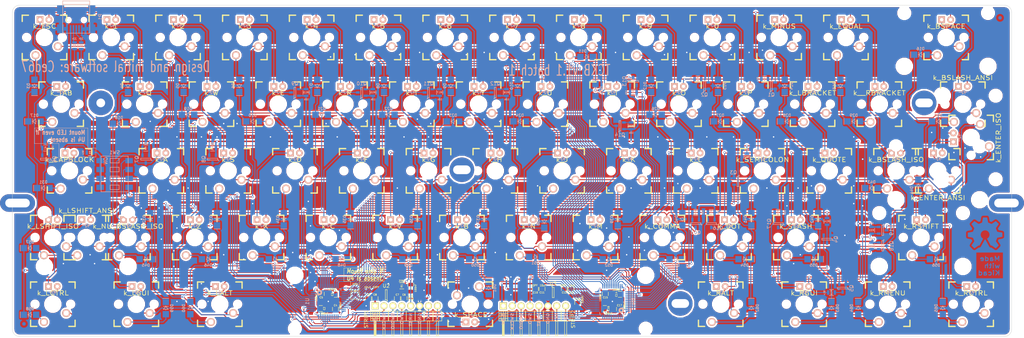
<source format=kicad_pcb>
(kicad_pcb (version 4) (host pcbnew 4.0.0-rc1-stable)
  (title_block (title "TCKB : the \"Commando\" edition.") (date 2016-10-14) (rev 1.0) (company Ced67) (comment 1 "was an invaluable helper!") (comment 2 "Special thanks to Komar and the GH60 contributors for the pcb layout which") (comment 4 "Thanks to the MK community for their huge documentations."))
  (layers (0 F.Cu signal) (31 B.Cu signal) (34 B.Paste user hide) (35 F.Paste user hide) (36 B.SilkS user) (37 F.SilkS user) (38 B.Mask user) (39 F.Mask user) (44 Edge.Cuts user hide))
  (net 0 "")
  (net 1 NRST)
  (net 2 GNDPWR)
  (net 3 +3V3)
  (net 4 +5V)
  (net 5 "Net-(D2-Pad2)")
  (net 6 Col_1_)
  (net 7 "Net-(D3-Pad2)")
  (net 8 Col_2_)
  (net 9 "Net-(D4-Pad2)")
  (net 10 Col_3_)
  (net 11 "Net-(D5-Pad2)")
  (net 12 Col_4_)
  (net 13 "Net-(D6-Pad2)")
  (net 14 Col_5_)
  (net 15 "Net-(D7-Pad2)")
  (net 16 Col_6_)
  (net 17 "Net-(D8-Pad2)")
  (net 18 Col_7_)
  (net 19 "Net-(D9-Pad2)")
  (net 20 Col_8_)
  (net 21 "Net-(D10-Pad2)")
  (net 22 Col_9_)
  (net 23 "Net-(D11-Pad2)")
  (net 24 Col_10_)
  (net 25 "Net-(D12-Pad2)")
  (net 26 Col_11_)
  (net 27 "Net-(D13-Pad2)")
  (net 28 Col_12_)
  (net 29 "Net-(D14-Pad2)")
  (net 30 Col_13_)
  (net 31 "Net-(D15-Pad2)")
  (net 32 "Net-(D16-Pad2)")
  (net 33 "Net-(D17-Pad2)")
  (net 34 "Net-(D18-Pad2)")
  (net 35 "Net-(D19-Pad2)")
  (net 36 "Net-(D20-Pad2)")
  (net 37 "Net-(D21-Pad2)")
  (net 38 "Net-(D22-Pad2)")
  (net 39 "Net-(D23-Pad2)")
  (net 40 "Net-(D24-Pad2)")
  (net 41 "Net-(D25-Pad2)")
  (net 42 "Net-(D26-Pad2)")
  (net 43 "Net-(D27-Pad2)")
  (net 44 "Net-(D28-Pad2)")
  (net 45 "Net-(D29-Pad2)")
  (net 46 "Net-(D30-Pad2)")
  (net 47 "Net-(D31-Pad2)")
  (net 48 "Net-(D32-Pad2)")
  (net 49 "Net-(D33-Pad2)")
  (net 50 "Net-(D34-Pad2)")
  (net 51 "Net-(D35-Pad2)")
  (net 52 "Net-(D36-Pad2)")
  (net 53 "Net-(D37-Pad2)")
  (net 54 "Net-(D38-Pad2)")
  (net 55 "Net-(D39-Pad2)")
  (net 56 "Net-(D40-Pad2)")
  (net 57 "Net-(D41-Pad2)")
  (net 58 "Net-(D42-Pad2)")
  (net 59 "Net-(D43-Pad2)")
  (net 60 "Net-(D44-Pad2)")
  (net 61 "Net-(D45-Pad2)")
  (net 62 "Net-(D46-Pad2)")
  (net 63 "Net-(D47-Pad2)")
  (net 64 "Net-(D48-Pad2)")
  (net 65 "Net-(D49-Pad2)")
  (net 66 "Net-(D50-Pad2)")
  (net 67 "Net-(D51-Pad2)")
  (net 68 "Net-(D52-Pad2)")
  (net 69 "Net-(D53-Pad2)")
  (net 70 "Net-(D54-Pad2)")
  (net 71 "Net-(D55-Pad2)")
  (net 72 "Net-(D56-Pad2)")
  (net 73 "Net-(D57-Pad2)")
  (net 74 "Net-(D58-Pad2)")
  (net 75 "Net-(D59-Pad2)")
  (net 76 "Net-(D60-Pad2)")
  (net 77 "Net-(D61-Pad2)")
  (net 78 "Net-(D62-Pad2)")
  (net 79 "Net-(D63-Pad2)")
  (net 80 "Net-(D64-Pad2)")
  (net 81 "Net-(D65-Pad2)")
  (net 82 "Net-(LED1-Pad1)")
  (net 83 "Net-(LED1-Pad2)")
  (net 84 "Net-(LED12-Pad1)")
  (net 85 "Net-(LED14-Pad1)")
  (net 86 "Net-(LED10-Pad1)")
  (net 87 "Net-(LED10-Pad2)")
  (net 88 "Net-(LED13-Pad1)")
  (net 89 "Net-(LED11-Pad2)")
  (net 90 "Net-(LED16-Pad2)")
  (net 91 "Net-(LED20-Pad2)")
  (net 92 "Net-(LED24-Pad2)")
  (net 93 "Net-(LED28-Pad2)")
  (net 94 "Net-(LED33-Pad2)")
  (net 95 "Net-(LED37-Pad2)")
  (net 96 "Net-(LED41-Pad2)")
  (net 97 "Net-(LED45-Pad2)")
  (net 98 "Net-(LED50-Pad2)")
  (net 99 "Net-(LED55-Pad2)")
  (net 100 "Net-(LED59-Pad2)")
  (net 101 "Net-(P1-Pad2)")
  (net 102 "Net-(P1-Pad3)")
  (net 103 "Net-(R2-Pad1)")
  (net 104 LIGHT_MISO)
  (net 105 USART_TX)
  (net 106 USART_RX)
  (net 107 SWO)
  (net 108 SWDIO)
  (net 109 SWCLK)
  (net 110 Line_1_)
  (net 111 Line_2_)
  (net 112 Line_3_)
  (net 113 Line_4_)
  (net 114 LIGHT_CS)
  (net 115 LIGHT_SCK)
  (net 116 LIGHT_MOSI)
  (net 117 "Net-(Q1-Pad3)")
  (net 118 "Net-(Q2-Pad3)")
  (net 119 "Net-(Q3-Pad3)")
  (net 120 "Net-(Q4-Pad3)")
  (net 121 "Net-(Q5-Pad3)")
  (net 122 LED_COL_1)
  (net 123 LED_COL_2)
  (net 124 LED_COL_3)
  (net 125 LED_COL_4)
  (net 126 LED_COL_5)
  (net 127 LED_COL_6)
  (net 128 LED_COL_7)
  (net 129 LED_COL_8)
  (net 130 LED_COL_9)
  (net 131 LED_COL_10)
  (net 132 LED_COL_11)
  (net 133 LED_COL_12)
  (net 134 LED_COL_13)
  (net 135 BOOT0)
  (net 136 USART_TX_2)
  (net 137 USART_RX_2)
  (net 138 SWO_2)
  (net 139 SWDIO_2)
  (net 140 SWCLK_2)
  (net 141 +3V3_AUX)
  (net 142 NRST_2)
  (net 143 CAPSLOCK)
  (net 144 LED_LINE_1)
  (net 145 LED_LINE_2)
  (net 146 LED_LINE_3)
  (net 147 LED_LINE_4)
  (net 148 "Net-(R3-Pad1)")
  (net 149 ALT_LAYOUT)
  (net 150 DIS_BKLIGHT)
  (net 151 Line_0_)
  (net 152 Col_0_)
  (net 153 LED_LINE_0)
  (net 154 LED_COL_0)
  (net 155 TBD)
  (module TCKB:VIA_0.6 (layer F.Cu) (at 108.331 139.192)
    (fp_text reference REF**257 hide)
    (fp_text value VIA_0.6 hide)
    (pad 1 thru_hole circle (at 0 0) (size 0.6 0.6) (drill 0.4) (layers *.Cu) (net 2 GNDPWR))
  )
  (module TCKB:VIA_0.6 (layer F.Cu) (at 108.331 134.747)
    (fp_text reference REF**257 hide)
    (fp_text value VIA_0.6 hide)
    (pad 1 thru_hole circle (at 0 0) (size 0.6 0.6) (drill 0.4) (layers *.Cu) (net 2 GNDPWR))
  )
  (module TCKB:VIA_0.6 (layer F.Cu) (at 118.11 149.225)
    (fp_text reference REF**257 hide)
    (fp_text value VIA_0.6 hide)
    (pad 1 thru_hole circle (at 0 0) (size 0.6 0.6) (drill 0.4) (layers *.Cu) (net 2 GNDPWR))
  )
  (module TCKB:VIA_0.6 (layer F.Cu) (at 116.205 144.145)
    (fp_text reference REF**257 hide)
    (fp_text value VIA_0.6 hide)
    (pad 1 thru_hole circle (at 0 0) (size 0.6 0.6) (drill 0.4) (layers *.Cu) (net 2 GNDPWR))
  )
  (module TCKB:VIA_0.6 (layer F.Cu) (at 198.12 154.305)
    (fp_text reference REF**2104 hide)
    (fp_text value VIA_0.6 hide)
    (pad 1 thru_hole circle (at 0 0) (size 0.6 0.6) (drill 0.4) (layers *.Cu) (net 2 GNDPWR))
  )
  (module TCKB:VIA_0.6 (layer F.Cu) (at 153.543 142.748)
    (fp_text reference REF**262 hide)
    (fp_text value VIA_0.6 hide)
    (pad 1 thru_hole circle (at 0 0) (size 0.6 0.6) (drill 0.4) (layers *.Cu) (net 2 GNDPWR))
  )
  (module TCKB:VIA_0.6 (layer F.Cu) (at 186.69 154.94)
    (fp_text reference REF**281 hide)
    (fp_text value VIA_0.6 hide)
    (pad 1 thru_hole circle (at 0 0) (size 0.6 0.6) (drill 0.4) (layers *.Cu) (net 2 GNDPWR))
  )
  (module TCKB:VIA_0.6 (layer F.Cu) (at 101.6 97.79)
    (fp_text reference REF**253 hide)
    (fp_text value VIA_0.6 hide)
    (pad 1 thru_hole circle (at 0 0) (size 0.6 0.6) (drill 0.4) (layers *.Cu) (net 2 GNDPWR))
  )
  (module TCKB:VIA_0.6 (layer F.Cu) (at 276.225 77.47)
    (fp_text reference REF**2103 hide)
    (fp_text value VIA_0.6 hide)
    (pad 1 thru_hole circle (at 0 0) (size 0.6 0.6) (drill 0.4) (layers *.Cu) (net 2 GNDPWR))
  )
  (module TCKB:VIA_0.6 (layer F.Cu) (at 151.765 98.425)
    (fp_text reference REF**296 hide)
    (fp_text value VIA_0.6 hide)
    (pad 1 thru_hole circle (at 0 0) (size 0.6 0.6) (drill 0.4) (layers *.Cu) (net 2 GNDPWR))
  )
  (module TCKB:VIA_0.6 (layer F.Cu) (at 126.365 98.425)
    (fp_text reference REF**2106 hide)
    (fp_text value VIA_0.6 hide)
    (pad 1 thru_hole circle (at 0 0) (size 0.6 0.6) (drill 0.4) (layers *.Cu) (net 2 GNDPWR))
  )
  (module TCKB:VIA_0.6 (layer F.Cu) (at 130.81 121.285)
    (fp_text reference REF**257 hide)
    (fp_text value VIA_0.6 hide)
    (pad 1 thru_hole circle (at 0 0) (size 0.6 0.6) (drill 0.4) (layers *.Cu) (net 2 GNDPWR))
  )
  (module TCKB:VIA_0.6 (layer F.Cu) (at 158.75 97.155)
    (fp_text reference REF**297 hide)
    (fp_text value VIA_0.6 hide)
    (pad 1 thru_hole circle (at 0 0) (size 0.6 0.6) (drill 0.4) (layers *.Cu) (net 2 GNDPWR))
  )
  (module TCKB:VIA_0.6 (layer F.Cu) (at 163.195 97.79)
    (fp_text reference REF**2107 hide)
    (fp_text value VIA_0.6 hide)
    (pad 1 thru_hole circle (at 0 0) (size 0.6 0.6) (drill 0.4) (layers *.Cu) (net 2 GNDPWR))
  )
  (module TCKB:VIA_0.6 (layer F.Cu) (at 122.555 98.425)
    (fp_text reference REF**268 hide)
    (fp_text value VIA_0.6 hide)
    (pad 1 thru_hole circle (at 0 0) (size 0.6 0.6) (drill 0.4) (layers *.Cu) (net 2 GNDPWR))
  )
  (module TCKB:VIA_0.6 (layer F.Cu) (at 147.32 127.635)
    (fp_text reference REF**288 hide)
    (fp_text value VIA_0.6 hide)
    (pad 1 thru_hole circle (at 0 0) (size 0.6 0.6) (drill 0.4) (layers *.Cu) (net 2 GNDPWR))
  )
  (module TCKB:VIA_0.6 (layer F.Cu) (at 196.85 97.155)
    (fp_text reference REF**298 hide)
    (fp_text value VIA_0.6 hide)
    (pad 1 thru_hole circle (at 0 0) (size 0.6 0.6) (drill 0.4) (layers *.Cu) (net 2 GNDPWR))
  )
  (module TCKB:VIA_0.6 (layer F.Cu) (at 201.295 97.79)
    (fp_text reference REF**2108 hide)
    (fp_text value VIA_0.6 hide)
    (pad 1 thru_hole circle (at 0 0) (size 0.6 0.6) (drill 0.4) (layers *.Cu) (net 2 GNDPWR))
  )
  (module TCKB:VIA_0.6 (layer F.Cu) (at 170.18 98.425)
    (fp_text reference REF**269 hide)
    (fp_text value VIA_0.6 hide)
    (pad 1 thru_hole circle (at 0 0) (size 0.6 0.6) (drill 0.4) (layers *.Cu) (net 2 GNDPWR))
  )
  (module TCKB:VIA_0.6 (layer F.Cu) (at 177.8 97.155)
    (fp_text reference REF**279 hide)
    (fp_text value VIA_0.6 hide)
    (pad 1 thru_hole circle (at 0 0) (size 0.6 0.6) (drill 0.4) (layers *.Cu) (net 2 GNDPWR))
  )
  (module TCKB:VIA_0.6 (layer F.Cu) (at 181.61 98.425)
    (fp_text reference REF**289 hide)
    (fp_text value VIA_0.6 hide)
    (pad 1 thru_hole circle (at 0 0) (size 0.6 0.6) (drill 0.4) (layers *.Cu) (net 2 GNDPWR))
  )
  (module TCKB:VIA_0.6 (layer F.Cu) (at 272.415 78.105)
    (fp_text reference REF**299 hide)
    (fp_text value VIA_0.6 hide)
    (pad 1 thru_hole circle (at 0 0) (size 0.6 0.6) (drill 0.4) (layers *.Cu) (net 2 GNDPWR))
  )
  (module TCKB:VIA_0.6 (layer F.Cu) (at 254.635 78.105)
    (fp_text reference REF**2109 hide)
    (fp_text value VIA_0.6 hide)
    (pad 1 thru_hole circle (at 0 0) (size 0.6 0.6) (drill 0.4) (layers *.Cu) (net 2 GNDPWR))
  )
  (module TCKB:VIA_0.6 (layer F.Cu) (at 229.87 83.185)
    (fp_text reference REF**2610 hide)
    (fp_text value VIA_0.6 hide)
    (pad 1 thru_hole circle (at 0 0) (size 0.6 0.6) (drill 0.4) (layers *.Cu) (net 2 GNDPWR))
  )
  (module TCKB:VIA_0.6 (layer F.Cu) (at 229.87 78.105)
    (fp_text reference REF**2710 hide)
    (fp_text value VIA_0.6 hide)
    (pad 1 thru_hole circle (at 0 0) (size 0.6 0.6) (drill 0.4) (layers *.Cu) (net 2 GNDPWR))
  )
  (module TCKB:VIA_0.6 (layer F.Cu) (at 267.335 78.74)
    (fp_text reference REF**2810 hide)
    (fp_text value VIA_0.6 hide)
    (pad 1 thru_hole circle (at 0 0) (size 0.6 0.6) (drill 0.4) (layers *.Cu) (net 2 GNDPWR))
  )
  (module TCKB:VIA_0.6 (layer F.Cu) (at 248.285 78.74)
    (fp_text reference REF**2910 hide)
    (fp_text value VIA_0.6 hide)
    (pad 1 thru_hole circle (at 0 0) (size 0.6 0.6) (drill 0.4) (layers *.Cu) (net 2 GNDPWR))
  )
  (module TCKB:VIA_0.6 (layer F.Cu) (at 234.315 78.105)
    (fp_text reference REF**21010 hide)
    (fp_text value VIA_0.6 hide)
    (pad 1 thru_hole circle (at 0 0) (size 0.6 0.6) (drill 0.4) (layers *.Cu) (net 2 GNDPWR))
  )
  (module TCKB:VIA_0.6 (layer F.Cu) (at 153.035 79.375)
    (fp_text reference REF**21010 hide)
    (fp_text value VIA_0.6 hide)
    (pad 1 thru_hole circle (at 0 0) (size 0.6 0.6) (drill 0.4) (layers *.Cu) (net 2 GNDPWR))
  )
  (module TCKB:VIA_0.6 (layer F.Cu) (at 160.02 78.74)
    (fp_text reference REF**2910 hide)
    (fp_text value VIA_0.6 hide)
    (pad 1 thru_hole circle (at 0 0) (size 0.6 0.6) (drill 0.4) (layers *.Cu) (net 2 GNDPWR))
  )
  (module TCKB:VIA_0.6 (layer F.Cu) (at 97.155 78.74)
    (fp_text reference REF**2810 hide)
    (fp_text value VIA_0.6 hide)
    (pad 1 thru_hole circle (at 0 0) (size 0.6 0.6) (drill 0.4) (layers *.Cu) (net 2 GNDPWR))
  )
  (module TCKB:VIA_0.6 (layer F.Cu) (at 196.85 78.105)
    (fp_text reference REF**2710 hide)
    (fp_text value VIA_0.6 hide)
    (pad 1 thru_hole circle (at 0 0) (size 0.6 0.6) (drill 0.4) (layers *.Cu) (net 2 GNDPWR))
  )
  (module TCKB:VIA_0.6 (layer F.Cu) (at 217.17 78.105)
    (fp_text reference REF**2610 hide)
    (fp_text value VIA_0.6 hide)
    (pad 1 thru_hole circle (at 0 0) (size 0.6 0.6) (drill 0.4) (layers *.Cu) (net 2 GNDPWR))
  )
  (module TCKB:VIA_0.6 (layer F.Cu) (at 85.725 138.43)
    (fp_text reference REF**2510 hide)
    (fp_text value VIA_0.6 hide)
    (pad 1 thru_hole circle (at 0 0) (size 0.6 0.6) (drill 0.4) (layers *.Cu) (net 2 GNDPWR))
  )
  (module TCKB:VIA_0.6 (layer F.Cu) (at 191.77 78.74)
    (fp_text reference REF**2109 hide)
    (fp_text value VIA_0.6 hide)
    (pad 1 thru_hole circle (at 0 0) (size 0.6 0.6) (drill 0.4) (layers *.Cu) (net 2 GNDPWR))
  )
  (module TCKB:VIA_0.6 (layer F.Cu) (at 178.435 78.105)
    (fp_text reference REF**299 hide)
    (fp_text value VIA_0.6 hide)
    (pad 1 thru_hole circle (at 0 0) (size 0.6 0.6) (drill 0.4) (layers *.Cu) (net 2 GNDPWR))
  )
  (module TCKB:VIA_0.6 (layer F.Cu) (at 172.72 78.74)
    (fp_text reference REF**289 hide)
    (fp_text value VIA_0.6 hide)
    (pad 1 thru_hole circle (at 0 0) (size 0.6 0.6) (drill 0.4) (layers *.Cu) (net 2 GNDPWR))
  )
  (module TCKB:VIA_0.6 (layer F.Cu) (at 103.505 78.105)
    (fp_text reference REF**279 hide)
    (fp_text value VIA_0.6 hide)
    (pad 1 thru_hole circle (at 0 0) (size 0.6 0.6) (drill 0.4) (layers *.Cu) (net 2 GNDPWR))
  )
  (module TCKB:VIA_0.6 (layer F.Cu) (at 84.455 135.89)
    (fp_text reference REF**269 hide)
    (fp_text value VIA_0.6 hide)
    (pad 1 thru_hole circle (at 0 0) (size 0.6 0.6) (drill 0.4) (layers *.Cu) (net 2 GNDPWR))
  )
  (module TCKB:VIA_0.6 (layer F.Cu) (at 231.775 140.335)
    (fp_text reference REF**259 hide)
    (fp_text value VIA_0.6 hide)
    (pad 1 thru_hole circle (at 0 0) (size 0.6 0.6) (drill 0.4) (layers *.Cu) (net 2 GNDPWR))
  )
  (module TCKB:VIA_0.6 (layer F.Cu) (at 248.285 116.84)
    (fp_text reference REF**219 hide)
    (fp_text value VIA_0.6 hide)
    (pad 1 thru_hole circle (at 0 0) (size 0.6 0.6) (drill 0.4) (layers *.Cu) (net 2 GNDPWR))
  )
  (module TCKB:VIA_0.6 (layer F.Cu) (at 104.775 131.445)
    (fp_text reference REF**2108 hide)
    (fp_text value VIA_0.6 hide)
    (pad 1 thru_hole circle (at 0 0) (size 0.6 0.6) (drill 0.4) (layers *.Cu) (net 2 GNDPWR))
  )
  (module TCKB:VIA_0.6 (layer F.Cu) (at 98.425 128.905)
    (fp_text reference REF**298 hide)
    (fp_text value VIA_0.6 hide)
    (pad 1 thru_hole circle (at 0 0) (size 0.6 0.6) (drill 0.4) (layers *.Cu) (net 2 GNDPWR))
  )
  (module TCKB:VIA_0.6 (layer F.Cu) (at 99.06 122.555)
    (fp_text reference REF**288 hide)
    (fp_text value VIA_0.6 hide)
    (pad 1 thru_hole circle (at 0 0) (size 0.6 0.6) (drill 0.4) (layers *.Cu) (net 2 GNDPWR))
  )
  (module TCKB:VIA_0.6 (layer F.Cu) (at 104.14 122.555)
    (fp_text reference REF**278 hide)
    (fp_text value VIA_0.6 hide)
    (pad 1 thru_hole circle (at 0 0) (size 0.6 0.6) (drill 0.4) (layers *.Cu) (net 2 GNDPWR))
  )
  (module TCKB:VIA_0.6 (layer F.Cu) (at 109.22 125.095)
    (fp_text reference REF**268 hide)
    (fp_text value VIA_0.6 hide)
    (pad 1 thru_hole circle (at 0 0) (size 0.6 0.6) (drill 0.4) (layers *.Cu) (net 2 GNDPWR))
  )
  (module TCKB:VIA_0.6 (layer F.Cu) (at 76.835 138.43)
    (fp_text reference REF**258 hide)
    (fp_text value VIA_0.6 hide)
    (pad 1 thru_hole circle (at 0 0) (size 0.6 0.6) (drill 0.4) (layers *.Cu) (net 2 GNDPWR))
  )
  (module TCKB:VIA_0.6 (layer F.Cu) (at 147.32 134.62)
    (fp_text reference REF**2107 hide)
    (fp_text value VIA_0.6 hide)
    (pad 1 thru_hole circle (at 0 0) (size 0.6 0.6) (drill 0.4) (layers *.Cu) (net 2 GNDPWR))
  )
  (module TCKB:VIA_0.6 (layer F.Cu) (at 99.06 125.73)
    (fp_text reference REF**297 hide)
    (fp_text value VIA_0.6 hide)
    (pad 1 thru_hole circle (at 0 0) (size 0.6 0.6) (drill 0.4) (layers *.Cu) (net 2 GNDPWR))
  )
  (module TCKB:VIA_0.6 (layer F.Cu) (at 242.57 134.62)
    (fp_text reference REF**287 hide)
    (fp_text value VIA_0.6 hide)
    (pad 1 thru_hole circle (at 0 0) (size 0.6 0.6) (drill 0.4) (layers *.Cu) (net 2 GNDPWR))
  )
  (module TCKB:VIA_0.6 (layer F.Cu) (at 104.14 125.095)
    (fp_text reference REF**277 hide)
    (fp_text value VIA_0.6 hide)
    (pad 1 thru_hole circle (at 0 0) (size 0.6 0.6) (drill 0.4) (layers *.Cu) (net 2 GNDPWR))
  )
  (module TCKB:VIA_0.6 (layer F.Cu) (at 116.205 135.255)
    (fp_text reference REF**267 hide)
    (fp_text value VIA_0.6 hide)
    (pad 1 thru_hole circle (at 0 0) (size 0.6 0.6) (drill 0.4) (layers *.Cu) (net 2 GNDPWR))
  )
  (module TCKB:VIA_0.6 (layer F.Cu) (at 109.22 149.225)
    (fp_text reference REF**257 hide)
    (fp_text value VIA_0.6 hide)
    (pad 1 thru_hole circle (at 0 0) (size 0.6 0.6) (drill 0.4) (layers *.Cu) (net 2 GNDPWR))
  )
  (module TCKB:VIA_0.6 (layer F.Cu) (at 147.32 140.97)
    (fp_text reference REF**2106 hide)
    (fp_text value VIA_0.6 hide)
    (pad 1 thru_hole circle (at 0 0) (size 0.6 0.6) (drill 0.4) (layers *.Cu) (net 2 GNDPWR))
  )
  (module TCKB:VIA_0.6 (layer F.Cu) (at 142.24 135.255)
    (fp_text reference REF**296 hide)
    (fp_text value VIA_0.6 hide)
    (pad 1 thru_hole circle (at 0 0) (size 0.6 0.6) (drill 0.4) (layers *.Cu) (net 2 GNDPWR))
  )
  (module TCKB:VIA_0.6 (layer F.Cu) (at 223.52 134.62)
    (fp_text reference REF**286 hide)
    (fp_text value VIA_0.6 hide)
    (pad 1 thru_hole circle (at 0 0) (size 0.6 0.6) (drill 0.4) (layers *.Cu) (net 2 GNDPWR))
  )
  (module TCKB:VIA_0.6 (layer F.Cu) (at 277.495 116.84)
    (fp_text reference REF**276 hide)
    (fp_text value VIA_0.6 hide)
    (pad 1 thru_hole circle (at 0 0) (size 0.6 0.6) (drill 0.4) (layers *.Cu) (net 2 GNDPWR))
  )
  (module TCKB:VIA_0.6 (layer F.Cu) (at 144.78 146.05)
    (fp_text reference REF**266 hide)
    (fp_text value VIA_0.6 hide)
    (pad 1 thru_hole circle (at 0 0) (size 0.6 0.6) (drill 0.4) (layers *.Cu) (net 2 GNDPWR))
  )
  (module TCKB:VIA_0.6 (layer F.Cu) (at 258.445 116.84)
    (fp_text reference REF**256 hide)
    (fp_text value VIA_0.6 hide)
    (pad 1 thru_hole circle (at 0 0) (size 0.6 0.6) (drill 0.4) (layers *.Cu) (net 2 GNDPWR))
  )
  (module TCKB:VIA_0.6 (layer F.Cu) (at 286.385 116.84)
    (fp_text reference REF**246 hide)
    (fp_text value VIA_0.6 hide)
    (pad 1 thru_hole circle (at 0 0) (size 0.6 0.6) (drill 0.4) (layers *.Cu) (net 2 GNDPWR))
  )
  (module TCKB:VIA_0.6 (layer F.Cu) (at 122.555 135.89)
    (fp_text reference REF**2105 hide)
    (fp_text value VIA_0.6 hide)
    (pad 1 thru_hole circle (at 0 0) (size 0.6 0.6) (drill 0.4) (layers *.Cu) (net 2 GNDPWR))
  )
  (module TCKB:VIA_0.6 (layer F.Cu) (at 117.475 116.205)
    (fp_text reference REF**295 hide)
    (fp_text value VIA_0.6 hide)
    (pad 1 thru_hole circle (at 0 0) (size 0.6 0.6) (drill 0.4) (layers *.Cu) (net 2 GNDPWR))
  )
  (module TCKB:VIA_0.6 (layer F.Cu) (at 187.325 117.475)
    (fp_text reference REF**285 hide)
    (fp_text value VIA_0.6 hide)
    (pad 1 thru_hole circle (at 0 0) (size 0.6 0.6) (drill 0.4) (layers *.Cu) (net 2 GNDPWR))
  )
  (module TCKB:VIA_0.6 (layer F.Cu) (at 238.76 116.84)
    (fp_text reference REF**275 hide)
    (fp_text value VIA_0.6 hide)
    (pad 1 thru_hole circle (at 0 0) (size 0.6 0.6) (drill 0.4) (layers *.Cu) (net 2 GNDPWR))
  )
  (module TCKB:VIA_0.6 (layer F.Cu) (at 128.27 137.16)
    (fp_text reference REF**265 hide)
    (fp_text value VIA_0.6 hide)
    (pad 1 thru_hole circle (at 0 0) (size 0.6 0.6) (drill 0.4) (layers *.Cu) (net 2 GNDPWR))
  )
  (module TCKB:VIA_0.6 (layer F.Cu) (at 201.93 116.84)
    (fp_text reference REF**255 hide)
    (fp_text value VIA_0.6 hide)
    (pad 1 thru_hole circle (at 0 0) (size 0.6 0.6) (drill 0.4) (layers *.Cu) (net 2 GNDPWR))
  )
  (module TCKB:VIA_0.6 (layer F.Cu) (at 290.195 116.205)
    (fp_text reference REF**245 hide)
    (fp_text value VIA_0.6 hide)
    (pad 1 thru_hole circle (at 0 0) (size 0.6 0.6) (drill 0.4) (layers *.Cu) (net 2 GNDPWR))
  )
  (module TCKB:VIA_0.6 (layer F.Cu) (at 252.095 115.57)
    (fp_text reference REF**215 hide)
    (fp_text value VIA_0.6 hide)
    (pad 1 thru_hole circle (at 0 0) (size 0.6 0.6) (drill 0.4) (layers *.Cu) (net 2 GNDPWR))
  )
  (module TCKB:VIA_0.6 (layer F.Cu) (at 155.575 128.905)
    (fp_text reference REF**2104 hide)
    (fp_text value VIA_0.6 hide)
    (pad 1 thru_hole circle (at 0 0) (size 0.6 0.6) (drill 0.4) (layers *.Cu) (net 2 GNDPWR))
  )
  (module TCKB:VIA_0.6 (layer F.Cu) (at 237.49 135.89)
    (fp_text reference REF**294 hide)
    (fp_text value VIA_0.6 hide)
    (pad 1 thru_hole circle (at 0 0) (size 0.6 0.6) (drill 0.4) (layers *.Cu) (net 2 GNDPWR))
  )
  (module TCKB:VIA_0.6 (layer F.Cu) (at 243.84 128.27)
    (fp_text reference REF**284 hide)
    (fp_text value VIA_0.6 hide)
    (pad 1 thru_hole circle (at 0 0) (size 0.6 0.6) (drill 0.4) (layers *.Cu) (net 2 GNDPWR))
  )
  (module TCKB:VIA_0.6 (layer F.Cu) (at 109.22 128.27)
    (fp_text reference REF**274 hide)
    (fp_text value VIA_0.6 hide)
    (pad 1 thru_hole circle (at 0 0) (size 0.6 0.6) (drill 0.4) (layers *.Cu) (net 2 GNDPWR))
  )
  (module TCKB:VIA_0.6 (layer F.Cu) (at 112.395 116.84)
    (fp_text reference REF**264 hide)
    (fp_text value VIA_0.6 hide)
    (pad 1 thru_hole circle (at 0 0) (size 0.6 0.6) (drill 0.4) (layers *.Cu) (net 2 GNDPWR))
  )
  (module TCKB:VIA_0.6 (layer F.Cu) (at 183.515 126.365)
    (fp_text reference REF**254 hide)
    (fp_text value VIA_0.6 hide)
    (pad 1 thru_hole circle (at 0 0) (size 0.6 0.6) (drill 0.4) (layers *.Cu) (net 2 GNDPWR))
  )
  (module TCKB:VIA_0.6 (layer F.Cu) (at 146.685 120.65)
    (fp_text reference REF**2103 hide)
    (fp_text value VIA_0.6 hide)
    (pad 1 thru_hole circle (at 0 0) (size 0.6 0.6) (drill 0.4) (layers *.Cu) (net 2 GNDPWR))
  )
  (module TCKB:VIA_0.6 (layer F.Cu) (at 238.125 130.81)
    (fp_text reference REF**293 hide)
    (fp_text value VIA_0.6 hide)
    (pad 1 thru_hole circle (at 0 0) (size 0.6 0.6) (drill 0.4) (layers *.Cu) (net 2 GNDPWR))
  )
  (module TCKB:VIA_0.6 (layer F.Cu) (at 210.82 78.74)
    (fp_text reference REF**283 hide)
    (fp_text value VIA_0.6 hide)
    (pad 1 thru_hole circle (at 0 0) (size 0.6 0.6) (drill 0.4) (layers *.Cu) (net 2 GNDPWR))
  )
  (module TCKB:VIA_0.6 (layer F.Cu) (at 231.775 128.27)
    (fp_text reference REF**273 hide)
    (fp_text value VIA_0.6 hide)
    (pad 1 thru_hole circle (at 0 0) (size 0.6 0.6) (drill 0.4) (layers *.Cu) (net 2 GNDPWR))
  )
  (module TCKB:VIA_0.6 (layer F.Cu) (at 148.59 143.51)
    (fp_text reference REF**263 hide)
    (fp_text value VIA_0.6 hide)
    (pad 1 thru_hole circle (at 0 0) (size 0.6 0.6) (drill 0.4) (layers *.Cu) (net 2 GNDPWR))
  )
  (module TCKB:VIA_0.6 (layer F.Cu) (at 186.69 145.415)
    (fp_text reference REF**253 hide)
    (fp_text value VIA_0.6 hide)
    (pad 1 thru_hole circle (at 0 0) (size 0.6 0.6) (drill 0.4) (layers *.Cu) (net 2 GNDPWR))
  )
  (module TCKB:VIA_0.6 (layer F.Cu) (at 203.2 135.89)
    (fp_text reference REF**2102 hide)
    (fp_text value VIA_0.6 hide)
    (pad 1 thru_hole circle (at 0 0) (size 0.6 0.6) (drill 0.4) (layers *.Cu) (net 2 GNDPWR))
  )
  (module TCKB:VIA_0.6 (layer F.Cu) (at 169.545 144.145)
    (fp_text reference REF**292 hide)
    (fp_text value VIA_0.6 hide)
    (pad 1 thru_hole circle (at 0 0) (size 0.6 0.6) (drill 0.4) (layers *.Cu) (net 2 GNDPWR))
  )
  (module TCKB:VIA_0.6 (layer F.Cu) (at 163.195 150.495)
    (fp_text reference REF**282 hide)
    (fp_text value VIA_0.6 hide)
    (pad 1 thru_hole circle (at 0 0) (size 0.6 0.6) (drill 0.4) (layers *.Cu) (net 2 GNDPWR))
  )
  (module TCKB:VIA_0.6 (layer F.Cu) (at 106.68 117.475)
    (fp_text reference REF**272 hide)
    (fp_text value VIA_0.6 hide)
    (pad 1 thru_hole circle (at 0 0) (size 0.6 0.6) (drill 0.4) (layers *.Cu) (net 2 GNDPWR))
  )
  (module TCKB:VIA_0.6 (layer F.Cu) (at 189.865 151.765)
    (fp_text reference REF**262 hide)
    (fp_text value VIA_0.6 hide)
    (pad 1 thru_hole circle (at 0 0) (size 0.6 0.6) (drill 0.4) (layers *.Cu) (net 2 GNDPWR))
  )
  (module TCKB:VIA_0.6 (layer F.Cu) (at 183.515 135.89)
    (fp_text reference REF**252 hide)
    (fp_text value VIA_0.6 hide)
    (pad 1 thru_hole circle (at 0 0) (size 0.6 0.6) (drill 0.4) (layers *.Cu) (net 2 GNDPWR))
  )
  (module TCKB:VIA_0.6 (layer F.Cu) (at 212.09 116.205)
    (fp_text reference REF**2101 hide)
    (fp_text value VIA_0.6 hide)
    (pad 1 thru_hole circle (at 0 0) (size 0.6 0.6) (drill 0.4) (layers *.Cu) (net 2 GNDPWR))
  )
  (module TCKB:VIA_0.6 (layer F.Cu) (at 172.085 116.84)
    (fp_text reference REF**291 hide)
    (fp_text value VIA_0.6 hide)
    (pad 1 thru_hole circle (at 0 0) (size 0.6 0.6) (drill 0.4) (layers *.Cu) (net 2 GNDPWR))
  )
  (module TCKB:VIA_0.6 (layer F.Cu) (at 192.405 145.415)
    (fp_text reference REF**281 hide)
    (fp_text value VIA_0.6 hide)
    (pad 1 thru_hole circle (at 0 0) (size 0.6 0.6) (drill 0.4) (layers *.Cu) (net 2 GNDPWR))
  )
  (module TCKB:VIA_0.6 (layer F.Cu) (at 224.155 127)
    (fp_text reference REF**271 hide)
    (fp_text value VIA_0.6 hide)
    (pad 1 thru_hole circle (at 0 0) (size 0.6 0.6) (drill 0.4) (layers *.Cu) (net 2 GNDPWR))
  )
  (module TCKB:VIA_0.6 (layer F.Cu) (at 200.025 135.255)
    (fp_text reference REF**261 hide)
    (fp_text value VIA_0.6 hide)
    (pad 1 thru_hole circle (at 0 0) (size 0.6 0.6) (drill 0.4) (layers *.Cu) (net 2 GNDPWR))
  )
  (module TCKB:VIA_0.6 (layer F.Cu) (at 232.41 117.475)
    (fp_text reference REF**251 hide)
    (fp_text value VIA_0.6 hide)
    (pad 1 thru_hole circle (at 0 0) (size 0.6 0.6) (drill 0.4) (layers *.Cu) (net 2 GNDPWR))
  )
  (module TCKB:VIA_0.6 (layer F.Cu) (at 316.865 125.73)
    (fp_text reference REF**221 hide)
    (fp_text value VIA_0.6 hide)
    (pad 1 thru_hole circle (at 0 0) (size 0.6 0.6) (drill 0.4) (layers *.Cu) (net 2 GNDPWR))
  )
  (module TCKB:VIA_0.6 (layer F.Cu) (at 283.21 121.92)
    (fp_text reference REF**910 hide)
    (fp_text value VIA_0.6 hide)
    (pad 1 thru_hole circle (at 0 0) (size 0.6 0.6) (drill 0.4) (layers *.Cu) (net 2 GNDPWR))
  )
  (module TCKB:VIA_0.6 (layer F.Cu) (at 287.02 135.89)
    (fp_text reference REF**610 hide)
    (fp_text value VIA_0.6 hide)
    (pad 1 thru_hole circle (at 0 0) (size 0.6 0.6) (drill 0.4) (layers *.Cu) (net 2 GNDPWR))
  )
  (module TCKB:VIA_0.6 (layer F.Cu) (at 304.8 108.585)
    (fp_text reference REF**510 hide)
    (fp_text value VIA_0.6 hide)
    (pad 1 thru_hole circle (at 0 0) (size 0.6 0.6) (drill 0.4) (layers *.Cu) (net 2 GNDPWR))
  )
  (module TCKB:VIA_0.6 (layer F.Cu) (at 250.825 129.54)
    (fp_text reference REF**210 hide)
    (fp_text value VIA_0.6 hide)
    (pad 1 thru_hole circle (at 0 0) (size 0.6 0.6) (drill 0.4) (layers *.Cu) (net 2 GNDPWR))
  )
  (module TCKB:VIA_0.6 (layer F.Cu) (at 329.565 109.855)
    (fp_text reference REF**86 hide)
    (fp_text value VIA_0.6 hide)
    (pad 1 thru_hole circle (at 0 0) (size 0.6 0.6) (drill 0.4) (layers *.Cu) (net 2 GNDPWR))
  )
  (module TCKB:VIA_0.6 (layer F.Cu) (at 304.8 121.92)
    (fp_text reference REF**66 hide)
    (fp_text value VIA_0.6 hide)
    (pad 1 thru_hole circle (at 0 0) (size 0.6 0.6) (drill 0.4) (layers *.Cu) (net 2 GNDPWR))
  )
  (module TCKB:VIA_0.6 (layer F.Cu) (at 281.305 82.55)
    (fp_text reference REF**46 hide)
    (fp_text value VIA_0.6 hide)
    (pad 1 thru_hole circle (at 0 0) (size 0.6 0.6) (drill 0.4) (layers *.Cu) (net 2 GNDPWR))
  )
  (module TCKB:VIA_0.6 (layer F.Cu) (at 324.485 100.965)
    (fp_text reference REF**16 hide)
    (fp_text value VIA_0.6 hide)
    (pad 1 thru_hole circle (at 0 0) (size 0.6 0.6) (drill 0.4) (layers *.Cu) (net 2 GNDPWR))
  )
  (module TCKB:VIA_0.6 (layer F.Cu) (at 327.66 99.695)
    (fp_text reference REF**85 hide)
    (fp_text value VIA_0.6 hide)
    (pad 1 thru_hole circle (at 0 0) (size 0.6 0.6) (drill 0.4) (layers *.Cu) (net 2 GNDPWR))
  )
  (module TCKB:VIA_0.6 (layer F.Cu) (at 330.835 106.68)
    (fp_text reference REF**64 hide)
    (fp_text value VIA_0.6 hide)
    (pad 1 thru_hole circle (at 0 0) (size 0.6 0.6) (drill 0.4) (layers *.Cu) (net 2 GNDPWR))
  )
  (module TCKB:VIA_0.6 (layer F.Cu) (at 338.455 107.95)
    (fp_text reference REF**93 hide)
    (fp_text value VIA_0.6 hide)
    (pad 1 thru_hole circle (at 0 0) (size 0.6 0.6) (drill 0.4) (layers *.Cu) (net 2 GNDPWR))
  )
  (module TCKB:VIA_0.6 (layer F.Cu) (at 334.01 105.41)
    (fp_text reference REF**33 hide)
    (fp_text value VIA_0.6 hide)
    (pad 1 thru_hole circle (at 0 0) (size 0.6 0.6) (drill 0.4) (layers *.Cu) (net 2 GNDPWR))
  )
  (module TCKB:CHERRY_MX_LED (layer B.Cu) (at 192.88125 150.01875 180)
    (fp_text reference LED32 hide)
    (fp_text value led_SPACE hide)
    (pad 1 thru_hole circle (at -1.27 -5.08 180) (size 1.905 1.905) (drill 0.9906) (layers *.Cu *.SilkS *.Mask) (net 86 "Net-(LED10-Pad1)"))
    (pad 2 thru_hole rect (at 1.27 -5.08 180) (size 1.905 1.905) (drill 0.9906) (layers *.Cu *.SilkS *.Mask) (net 93 "Net-(LED28-Pad2)"))
  )
  (module hole:PKRHSL (layer F.Cu) (at 345.8312 121.1212)
    (fp_text reference HOLE hide)
    (fp_text value VAL** hide)
    (pad 1 thru_hole oval (at 0 0) (size 9.99998 5.00126) (drill oval 7.00024 2.49936) (layers *.Cu *.Mask))
  )
  (module hole:PKRHSL (layer F.Cu) (at 63.7489 121.1212)
    (fp_text reference HOLE hide)
    (fp_text value VAL** hide)
    (pad 1 thru_hole oval (at 0 0) (size 9.99998 5.00126) (drill oval 7.00024 2.49936) (layers *.Cu *.Mask))
  )
  (module hole:PKRH (layer F.Cu) (at 322.3399 92.5208)
    (fp_text reference HOLE hide)
    (fp_text value VAL** hide)
    (pad 1 thru_hole circle (at 0 0) (size 7.00024 7.00024) (drill oval 5.00126 2.49936) (layers *.Cu *.Mask))
  )
  (module hole:PKRH (layer F.Cu) (at 252.7894 149.8207)
    (fp_text reference HOLE hide)
    (fp_text value VAL** hide)
    (pad 1 thru_hole circle (at 0 0) (size 7.00024 7.00024) (drill oval 5.00126 2.49936) (layers *.Cu *.Mask))
  )
  (module hole:PKRH (layer F.Cu) (at 190.49 111.62)
    (fp_text reference HOLE hide)
    (fp_text value VAL** hide)
    (pad 1 thru_hole circle (at 0 0) (size 7.00024 7.00024) (drill oval 5.00126 2.49936) (layers *.Cu *.Mask))
  )
  (module hole:PKRHC (layer F.Cu) (at 87.4893 92.5208)
    (fp_text reference HOLE hide)
    (fp_text value VAL** hide)
    (pad 1 thru_hole circle (at 0 0) (size 7.0013 7.0013) (drill 2.4994) (layers *.Cu *.Mask))
  )
  (module hole:FIDUCIAL (layer B.Cu) (at 343.99 68.22)
    (fp_text reference FID hide)
    (fp_text value FIDUCIAL hide)
    (pad 1 connect circle (at 0 0) (size 1 1) (layers B.Cu B.Mask) (clearance 0.6))
  )
  (module hole:FIDUCIAL (layer B.Cu) (at 65.58 155.63)
    (fp_text reference FID hide)
    (fp_text value FIDUCIAL hide)
    (pad 1 connect circle (at 0 0) (size 1 1) (layers B.Cu B.Mask) (clearance 0.6))
  )
  (module TCKB:SlantedStrip8p (layer F.Cu) (at 202.311 150.495)
    (fp_text reference STRIP2 (at 19.939 3.81 90) (layer F.SilkS))
    (fp_text value STRIP_8P)
    (pad 7 thru_hole circle (at 15.24 0) (size 2 2) (drill 1.2) (layers *.Cu *.Mask F.SilkS) (net 136 USART_TX_2))
    (pad 8 thru_hole circle (at 17.78 0) (size 2 2) (drill 1.2) (layers *.Cu *.Mask F.SilkS) (net 137 USART_RX_2))
    (pad 6 thru_hole circle (at 12.7 0) (size 2 2) (drill 1.2) (layers *.Cu *.Mask F.SilkS) (net 2 GNDPWR))
    (pad 5 thru_hole circle (at 10.16 0) (size 2 2) (drill 1.2) (layers *.Cu *.Mask F.SilkS) (net 142 NRST_2))
    (pad 4 thru_hole circle (at 7.62 0) (size 2 2) (drill 1.2) (layers *.Cu *.Mask F.SilkS) (net 138 SWO_2))
    (pad 1 thru_hole rect (at 0 0) (size 2 2) (drill 1.2) (layers *.Cu *.Mask F.SilkS) (net 141 +3V3_AUX))
    (pad 2 thru_hole circle (at 2.54 0) (size 2 2) (drill 1.2) (layers *.Cu *.Mask F.SilkS) (net 140 SWCLK_2))
    (pad 3 thru_hole circle (at 5.08 0) (size 2 2) (drill 1.2) (layers *.Cu *.Mask F.SilkS) (net 139 SWDIO_2))
  )
  (module TCKB:SlantedStrip8p (layer F.Cu) (at 165.735 150.495)
    (fp_text reference STRIP1 (at -2.54 3.81 90) (layer F.SilkS))
    (fp_text value STRIP_8P)
    (pad 7 thru_hole circle (at 15.24 0) (size 2 2) (drill 1.2) (layers *.Cu *.Mask F.SilkS) (net 105 USART_TX))
    (pad 8 thru_hole circle (at 17.78 0) (size 2 2) (drill 1.2) (layers *.Cu *.Mask F.SilkS) (net 106 USART_RX))
    (pad 6 thru_hole circle (at 12.7 0) (size 2 2) (drill 1.2) (layers *.Cu *.Mask F.SilkS) (net 2 GNDPWR))
    (pad 5 thru_hole circle (at 10.16 0) (size 2 2) (drill 1.2) (layers *.Cu *.Mask F.SilkS) (net 1 NRST))
    (pad 4 thru_hole circle (at 7.62 0) (size 2 2) (drill 1.2) (layers *.Cu *.Mask F.SilkS) (net 107 SWO))
    (pad 1 thru_hole rect (at 0 0) (size 2 2) (drill 1.2) (layers *.Cu *.Mask F.SilkS) (net 3 +3V3))
    (pad 2 thru_hole circle (at 2.54 0) (size 2 2) (drill 1.2) (layers *.Cu *.Mask F.SilkS) (net 109 SWCLK))
    (pad 3 thru_hole circle (at 5.08 0) (size 2 2) (drill 1.2) (layers *.Cu *.Mask F.SilkS) (net 108 SWDIO))
  )
  (module TCKB:C_0805 (layer F.Cu) (at 223.52 148.59 90)
    (fp_text reference C18 (at 0.01 0 180) (layer F.SilkS) (effects (font (size 0.5 0.5) (thickness 0.1))))
    (fp_text value 100nF (at 0 1.397 270) (layer F.SilkS) (effects (font (size 0.5 0.5) (thickness 0.1))))
    (pad 1 smd rect (at -1 0 90) (size 1 1.25) (layers F.Cu F.Paste F.Mask) (net 142 NRST_2))
    (pad 2 smd rect (at 1 0 90) (size 1 1.25) (layers F.Cu F.Paste F.Mask) (net 2 GNDPWR))
  )
  (module TCKB:CHERRY_PCB_625H_STAB (layer F.Cu) (at 192.88125 150.01875 180)
    (fp_text reference ST6 hide)
    (fp_text value Space_6.25U hide)
    (pad HOLE np_thru_hole circle (at -50.038 -6.985 180) (size 3.048 3.048) (drill 3.048) (layers *.Cu))
    (pad HOLE np_thru_hole circle (at 50.038 -6.985 180) (size 3.048 3.048) (drill 3.048) (layers *.Cu))
    (pad HOLE np_thru_hole circle (at -50.038 8.255 180) (size 3.9878 3.9878) (drill 3.9878) (layers *.Cu))
    (pad HOLE np_thru_hole circle (at 50.038 8.255 180) (size 3.9878 3.9878) (drill 3.9878) (layers *.Cu))
  )
  (module TCKB:CHERRY_PCB_225H_STAB (layer F.Cu) (at 83.34375 130.97002)
    (fp_text reference ST5 hide)
    (fp_text value ANSI_Left_Shift_2.25U hide)
    (pad HOLE np_thru_hole circle (at -11.938 -6.985) (size 3.048 3.048) (drill 3.048) (layers *.Cu))
    (pad HOLE np_thru_hole circle (at 11.938 -6.985) (size 3.048 3.048) (drill 3.048) (layers *.Cu))
    (pad HOLE np_thru_hole circle (at -11.938 8.255) (size 3.9878 3.9878) (drill 3.9878) (layers *.Cu))
    (pad HOLE np_thru_hole circle (at 11.938 8.255) (size 3.9878 3.9878) (drill 3.9878) (layers *.Cu))
  )
  (module TCKB:CHERRY_PCB_275H_STAB (layer F.Cu) (at 321.47002 130.97002)
    (fp_text reference ST4 hide)
    (fp_text value Right_Shift_2.75U hide)
    (pad HOLE np_thru_hole circle (at -11.938 -6.985) (size 3.048 3.048) (drill 3.048) (layers *.Cu))
    (pad HOLE np_thru_hole circle (at 11.938 -6.985) (size 3.048 3.048) (drill 3.048) (layers *.Cu))
    (pad HOLE np_thru_hole circle (at -11.938 8.255) (size 3.9878 3.9878) (drill 3.9878) (layers *.Cu))
    (pad HOLE np_thru_hole circle (at 11.938 8.255) (size 3.9878 3.9878) (drill 3.9878) (layers *.Cu))
  )
  (module TCKB:CHERRY_PCB_200H_STAB (layer F.Cu) (at 335.75625 102.39375 270)
    (fp_text reference ST3 hide)
    (fp_text value ISO_Return_2U hide)
    (pad HOLE np_thru_hole circle (at -11.938 -6.985 270) (size 3.048 3.048) (drill 3.048) (layers *.Cu))
    (pad HOLE np_thru_hole circle (at 11.938 -6.985 270) (size 3.048 3.048) (drill 3.048) (layers *.Cu))
    (pad HOLE np_thru_hole circle (at -11.938 8.255 270) (size 3.9878 3.9878) (drill 3.9878) (layers *.Cu))
    (pad HOLE np_thru_hole circle (at 11.938 8.255 270) (size 3.9878 3.9878) (drill 3.9878) (layers *.Cu))
  )
  (module TCKB:CHERRY_PCB_225H_STAB (layer F.Cu) (at 326.23125 111.92002)
    (fp_text reference ST2 hide)
    (fp_text value ANSI_Return_2.25U hide)
    (pad HOLE np_thru_hole circle (at -11.938 -6.985) (size 3.048 3.048) (drill 3.048) (layers *.Cu))
    (pad HOLE np_thru_hole circle (at 11.938 -6.985) (size 3.048 3.048) (drill 3.048) (layers *.Cu))
    (pad HOLE np_thru_hole circle (at -11.938 8.255) (size 3.9878 3.9878) (drill 3.9878) (layers *.Cu))
    (pad HOLE np_thru_hole circle (at 11.938 8.255) (size 3.9878 3.9878) (drill 3.9878) (layers *.Cu))
  )
  (module TCKB:CHERRY_PCB_200H_STAB (layer F.Cu) (at 328.6125 73.81875)
    (fp_text reference ST1 hide)
    (fp_text value Backspace_2U hide)
    (pad HOLE np_thru_hole circle (at -11.938 -6.985) (size 3.048 3.048) (drill 3.048) (layers *.Cu))
    (pad HOLE np_thru_hole circle (at 11.938 -6.985) (size 3.048 3.048) (drill 3.048) (layers *.Cu))
    (pad HOLE np_thru_hole circle (at -11.938 8.255) (size 3.9878 3.9878) (drill 3.9878) (layers *.Cu))
    (pad HOLE np_thru_hole circle (at 11.938 8.255) (size 3.9878 3.9878) (drill 3.9878) (layers *.Cu))
  )
  (module TCKB:MiniMELF_2mm (layer B.Cu) (at 68.58 87.63 90)
    (fp_text reference D3 (at 0 -1.7 90) (layer B.SilkS) (effects (font (size 0.8 0.8)) (justify mirror)))
    (fp_text value 1N4148 hide)
    (pad 1 smd rect (at -1.75 0 90) (size 1.8 1.8) (layers B.Cu B.Paste B.Mask) (net 152 Col_0_) (clearance 0.02))
    (pad 2 smd rect (at 1.75 0 90) (size 1.8 1.8) (layers B.Cu B.Paste B.Mask) (net 7 "Net-(D3-Pad2)") (clearance 0.02))
  )
  (module TCKB:MiniMELF_2mm (layer B.Cu) (at 95.25 87.63 90)
    (fp_text reference D4 (at 0 -1.7 90) (layer B.SilkS) (effects (font (size 0.8 0.8)) (justify mirror)))
    (fp_text value 1N4148 hide)
    (pad 1 smd rect (at -1.75 0 90) (size 1.8 1.8) (layers B.Cu B.Paste B.Mask) (net 6 Col_1_) (clearance 0.02))
    (pad 2 smd rect (at 1.75 0 90) (size 1.8 1.8) (layers B.Cu B.Paste B.Mask) (net 9 "Net-(D4-Pad2)") (clearance 0.02))
  )
  (module TCKB:MiniMELF_2mm (layer B.Cu) (at 111.125 87.63 90)
    (fp_text reference D5 (at 0 -1.7 90) (layer B.SilkS) (effects (font (size 0.8 0.8)) (justify mirror)))
    (fp_text value 1N4148 hide)
    (pad 1 smd rect (at -1.75 0 90) (size 1.8 1.8) (layers B.Cu B.Paste B.Mask) (net 8 Col_2_) (clearance 0.02))
    (pad 2 smd rect (at 1.75 0 90) (size 1.8 1.8) (layers B.Cu B.Paste B.Mask) (net 11 "Net-(D5-Pad2)") (clearance 0.02))
  )
  (module TCKB:MiniMELF_2mm (layer B.Cu) (at 127 87.63 90)
    (fp_text reference D6 (at 0 -1.7 90) (layer B.SilkS) (effects (font (size 0.8 0.8)) (justify mirror)))
    (fp_text value 1N4148 hide)
    (pad 1 smd rect (at -1.75 0 90) (size 1.8 1.8) (layers B.Cu B.Paste B.Mask) (net 10 Col_3_) (clearance 0.02))
    (pad 2 smd rect (at 1.75 0 90) (size 1.8 1.8) (layers B.Cu B.Paste B.Mask) (net 13 "Net-(D6-Pad2)") (clearance 0.02))
  )
  (module TCKB:MiniMELF_2mm (layer B.Cu) (at 149.225 87.63 90)
    (fp_text reference D7 (at 0 -1.7 90) (layer B.SilkS) (effects (font (size 0.8 0.8)) (justify mirror)))
    (fp_text value 1N4148 hide)
    (pad 1 smd rect (at -1.75 0 90) (size 1.8 1.8) (layers B.Cu B.Paste B.Mask) (net 12 Col_4_) (clearance 0.02))
    (pad 2 smd rect (at 1.75 0 90) (size 1.8 1.8) (layers B.Cu B.Paste B.Mask) (net 15 "Net-(D7-Pad2)") (clearance 0.02))
  )
  (module TCKB:MiniMELF_2mm (layer B.Cu) (at 168.275 87.63 90)
    (fp_text reference D8 (at 0 -1.7 90) (layer B.SilkS) (effects (font (size 0.8 0.8)) (justify mirror)))
    (fp_text value 1N4148 hide)
    (pad 1 smd rect (at -1.75 0 90) (size 1.8 1.8) (layers B.Cu B.Paste B.Mask) (net 14 Col_5_) (clearance 0.02))
    (pad 2 smd rect (at 1.75 0 90) (size 1.8 1.8) (layers B.Cu B.Paste B.Mask) (net 17 "Net-(D8-Pad2)") (clearance 0.02))
  )
  (module TCKB:MiniMELF_2mm (layer B.Cu) (at 187.325 87.63 90)
    (fp_text reference D9 (at 0 -1.7 90) (layer B.SilkS) (effects (font (size 0.8 0.8)) (justify mirror)))
    (fp_text value 1N4148 hide)
    (pad 1 smd rect (at -1.75 0 90) (size 1.8 1.8) (layers B.Cu B.Paste B.Mask) (net 16 Col_6_) (clearance 0.02))
    (pad 2 smd rect (at 1.75 0 90) (size 1.8 1.8) (layers B.Cu B.Paste B.Mask) (net 19 "Net-(D9-Pad2)") (clearance 0.02))
  )
  (module TCKB:MiniMELF_2mm (layer B.Cu) (at 206.375 87.63 90)
    (fp_text reference D10 (at 0 -1.7 90) (layer B.SilkS) (effects (font (size 0.8 0.8)) (justify mirror)))
    (fp_text value 1N4148 hide)
    (pad 1 smd rect (at -1.75 0 90) (size 1.8 1.8) (layers B.Cu B.Paste B.Mask) (net 18 Col_7_) (clearance 0.02))
    (pad 2 smd rect (at 1.75 0 90) (size 1.8 1.8) (layers B.Cu B.Paste B.Mask) (net 21 "Net-(D10-Pad2)") (clearance 0.02))
  )
  (module TCKB:MiniMELF_2mm (layer B.Cu) (at 226.06 79.375 180)
    (fp_text reference D11 (at 1.143 1.651 180) (layer B.SilkS) (effects (font (size 0.8 0.8)) (justify mirror)))
    (fp_text value 1N4148 hide)
    (pad 1 smd rect (at -1.75 0 180) (size 1.8 1.8) (layers B.Cu B.Paste B.Mask) (net 20 Col_8_) (clearance 0.02))
    (pad 2 smd rect (at 1.75 0 180) (size 1.8 1.8) (layers B.Cu B.Paste B.Mask) (net 23 "Net-(D11-Pad2)") (clearance 0.02))
  )
  (module TCKB:MiniMELF_2mm (layer B.Cu) (at 244.475 87.63 90)
    (fp_text reference D12 (at 0 -1.7 90) (layer B.SilkS) (effects (font (size 0.8 0.8)) (justify mirror)))
    (fp_text value 1N4148 hide)
    (pad 1 smd rect (at -1.75 0 90) (size 1.8 1.8) (layers B.Cu B.Paste B.Mask) (net 22 Col_9_) (clearance 0.02))
    (pad 2 smd rect (at 1.75 0 90) (size 1.8 1.8) (layers B.Cu B.Paste B.Mask) (net 25 "Net-(D12-Pad2)") (clearance 0.02))
  )
  (module TCKB:MiniMELF_2mm (layer B.Cu) (at 263.525 87.63 90)
    (fp_text reference D13 (at 0 1.905 90) (layer B.SilkS) (effects (font (size 0.8 0.8)) (justify mirror)))
    (fp_text value 1N4148 hide)
    (pad 1 smd rect (at -1.75 0 90) (size 1.8 1.8) (layers B.Cu B.Paste B.Mask) (net 24 Col_10_) (clearance 0.02))
    (pad 2 smd rect (at 1.75 0 90) (size 1.8 1.8) (layers B.Cu B.Paste B.Mask) (net 27 "Net-(D13-Pad2)") (clearance 0.02))
  )
  (module TCKB:MiniMELF_2mm (layer B.Cu) (at 282.575 87.63 90)
    (fp_text reference D14 (at 0 1.905 90) (layer B.SilkS) (effects (font (size 0.8 0.8)) (justify mirror)))
    (fp_text value 1N4148 hide)
    (pad 1 smd rect (at -1.75 0 90) (size 1.8 1.8) (layers B.Cu B.Paste B.Mask) (net 26 Col_11_) (clearance 0.02))
    (pad 2 smd rect (at 1.75 0 90) (size 1.8 1.8) (layers B.Cu B.Paste B.Mask) (net 29 "Net-(D14-Pad2)") (clearance 0.02))
  )
  (module TCKB:MiniMELF_2mm (layer B.Cu) (at 298.45 87.63 90)
    (fp_text reference D15 (at 0 -1.7 90) (layer B.SilkS) (effects (font (size 0.8 0.8)) (justify mirror)))
    (fp_text value 1N4148 hide)
    (pad 1 smd rect (at -1.75 0 90) (size 1.8 1.8) (layers B.Cu B.Paste B.Mask) (net 28 Col_12_) (clearance 0.02))
    (pad 2 smd rect (at 1.75 0 90) (size 1.8 1.8) (layers B.Cu B.Paste B.Mask) (net 31 "Net-(D15-Pad2)") (clearance 0.02))
  )
  (module TCKB:MiniMELF_2mm (layer B.Cu) (at 321.31 78.74)
    (fp_text reference D16 (at 0 -1.7) (layer B.SilkS) (effects (font (size 0.8 0.8)) (justify mirror)))
    (fp_text value 1N4148 hide)
    (pad 1 smd rect (at -1.75 0) (size 1.8 1.8) (layers B.Cu B.Paste B.Mask) (net 30 Col_13_) (clearance 0.02))
    (pad 2 smd rect (at 1.75 0) (size 1.8 1.8) (layers B.Cu B.Paste B.Mask) (net 32 "Net-(D16-Pad2)") (clearance 0.02))
  )
  (module TCKB:MiniMELF_2mm (layer B.Cu) (at 68.58 97.79)
    (fp_text reference D17 (at 0 -1.7) (layer B.SilkS) (effects (font (size 0.8 0.8)) (justify mirror)))
    (fp_text value 1N4148 hide)
    (pad 1 smd rect (at -1.75 0) (size 1.8 1.8) (layers B.Cu B.Paste B.Mask) (net 152 Col_0_) (clearance 0.02))
    (pad 2 smd rect (at 1.75 0) (size 1.8 1.8) (layers B.Cu B.Paste B.Mask) (net 33 "Net-(D17-Pad2)") (clearance 0.02))
  )
  (module TCKB:MiniMELF_2mm (layer B.Cu) (at 92.71 98.425)
    (fp_text reference D18 (at 0 -1.7) (layer B.SilkS) (effects (font (size 0.8 0.8)) (justify mirror)))
    (fp_text value 1N4148 hide)
    (pad 1 smd rect (at -1.75 0) (size 1.8 1.8) (layers B.Cu B.Paste B.Mask) (net 6 Col_1_) (clearance 0.02))
    (pad 2 smd rect (at 1.75 0) (size 1.8 1.8) (layers B.Cu B.Paste B.Mask) (net 34 "Net-(D18-Pad2)") (clearance 0.02))
  )
  (module TCKB:MiniMELF_2mm (layer B.Cu) (at 112.395 95.885)
    (fp_text reference D19 (at 0 -1.7) (layer B.SilkS) (effects (font (size 0.8 0.8)) (justify mirror)))
    (fp_text value 1N4148 hide)
    (pad 1 smd rect (at -1.75 0) (size 1.8 1.8) (layers B.Cu B.Paste B.Mask) (net 8 Col_2_) (clearance 0.02))
    (pad 2 smd rect (at 1.75 0) (size 1.8 1.8) (layers B.Cu B.Paste B.Mask) (net 35 "Net-(D19-Pad2)") (clearance 0.02))
  )
  (module TCKB:MiniMELF_2mm (layer B.Cu) (at 130.81 97.79)
    (fp_text reference D20 (at 0 -1.7) (layer B.SilkS) (effects (font (size 0.8 0.8)) (justify mirror)))
    (fp_text value 1N4148 hide)
    (pad 1 smd rect (at -1.75 0) (size 1.8 1.8) (layers B.Cu B.Paste B.Mask) (net 10 Col_3_) (clearance 0.02))
    (pad 2 smd rect (at 1.75 0) (size 1.8 1.8) (layers B.Cu B.Paste B.Mask) (net 36 "Net-(D20-Pad2)") (clearance 0.02))
  )
  (module TCKB:MiniMELF_2mm (layer B.Cu) (at 150.495 95.885)
    (fp_text reference D21 (at 0 -1.7) (layer B.SilkS) (effects (font (size 0.8 0.8)) (justify mirror)))
    (fp_text value 1N4148 hide)
    (pad 1 smd rect (at -1.75 0) (size 1.8 1.8) (layers B.Cu B.Paste B.Mask) (net 12 Col_4_) (clearance 0.02))
    (pad 2 smd rect (at 1.75 0) (size 1.8 1.8) (layers B.Cu B.Paste B.Mask) (net 37 "Net-(D21-Pad2)") (clearance 0.02))
  )
  (module TCKB:MiniMELF_2mm (layer B.Cu) (at 169.545 95.885)
    (fp_text reference D22 (at 0 -1.7) (layer B.SilkS) (effects (font (size 0.8 0.8)) (justify mirror)))
    (fp_text value 1N4148 hide)
    (pad 1 smd rect (at -1.75 0) (size 1.8 1.8) (layers B.Cu B.Paste B.Mask) (net 14 Col_5_) (clearance 0.02))
    (pad 2 smd rect (at 1.75 0) (size 1.8 1.8) (layers B.Cu B.Paste B.Mask) (net 38 "Net-(D22-Pad2)") (clearance 0.02))
  )
  (module TCKB:MiniMELF_2mm (layer B.Cu) (at 187.96 97.79)
    (fp_text reference D23 (at 0 -1.7) (layer B.SilkS) (effects (font (size 0.8 0.8)) (justify mirror)))
    (fp_text value 1N4148 hide)
    (pad 1 smd rect (at -1.75 0) (size 1.8 1.8) (layers B.Cu B.Paste B.Mask) (net 16 Col_6_) (clearance 0.02))
    (pad 2 smd rect (at 1.75 0) (size 1.8 1.8) (layers B.Cu B.Paste B.Mask) (net 39 "Net-(D23-Pad2)") (clearance 0.02))
  )
  (module TCKB:MiniMELF_2mm (layer B.Cu) (at 207.01 97.79)
    (fp_text reference D24 (at 0 -1.7) (layer B.SilkS) (effects (font (size 0.8 0.8)) (justify mirror)))
    (fp_text value 1N4148 hide)
    (pad 1 smd rect (at -1.75 0) (size 1.8 1.8) (layers B.Cu B.Paste B.Mask) (net 18 Col_7_) (clearance 0.02))
    (pad 2 smd rect (at 1.75 0) (size 1.8 1.8) (layers B.Cu B.Paste B.Mask) (net 40 "Net-(D24-Pad2)") (clearance 0.02))
  )
  (module TCKB:MiniMELF_2mm (layer B.Cu) (at 228.6 88.9 270)
    (fp_text reference D25 (at 0 -1.7 270) (layer B.SilkS) (effects (font (size 0.8 0.8)) (justify mirror)))
    (fp_text value 1N4148 hide)
    (pad 1 smd rect (at -1.75 0 270) (size 1.8 1.8) (layers B.Cu B.Paste B.Mask) (net 20 Col_8_) (clearance 0.02))
    (pad 2 smd rect (at 1.75 0 270) (size 1.8 1.8) (layers B.Cu B.Paste B.Mask) (net 41 "Net-(D25-Pad2)") (clearance 0.02))
  )
  (module TCKB:MiniMELF_2mm (layer B.Cu) (at 245.745 95.885)
    (fp_text reference D26 (at 0 -1.7) (layer B.SilkS) (effects (font (size 0.8 0.8)) (justify mirror)))
    (fp_text value 1N4148 hide)
    (pad 1 smd rect (at -1.75 0) (size 1.8 1.8) (layers B.Cu B.Paste B.Mask) (net 22 Col_9_) (clearance 0.02))
    (pad 2 smd rect (at 1.75 0) (size 1.8 1.8) (layers B.Cu B.Paste B.Mask) (net 42 "Net-(D26-Pad2)") (clearance 0.02))
  )
  (module TCKB:MiniMELF_2mm (layer B.Cu) (at 264.16 97.79)
    (fp_text reference D27 (at 0 -1.7) (layer B.SilkS) (effects (font (size 0.8 0.8)) (justify mirror)))
    (fp_text value 1N4148 hide)
    (pad 1 smd rect (at -1.75 0) (size 1.8 1.8) (layers B.Cu B.Paste B.Mask) (net 24 Col_10_) (clearance 0.02))
    (pad 2 smd rect (at 1.75 0) (size 1.8 1.8) (layers B.Cu B.Paste B.Mask) (net 43 "Net-(D27-Pad2)") (clearance 0.02))
  )
  (module TCKB:MiniMELF_2mm (layer B.Cu) (at 283.21 97.79)
    (fp_text reference D28 (at 0 -1.7) (layer B.SilkS) (effects (font (size 0.8 0.8)) (justify mirror)))
    (fp_text value 1N4148 hide)
    (pad 1 smd rect (at -1.75 0) (size 1.8 1.8) (layers B.Cu B.Paste B.Mask) (net 26 Col_11_) (clearance 0.02))
    (pad 2 smd rect (at 1.75 0) (size 1.8 1.8) (layers B.Cu B.Paste B.Mask) (net 44 "Net-(D28-Pad2)") (clearance 0.02))
  )
  (module TCKB:MiniMELF_2mm (layer B.Cu) (at 302.26 97.79)
    (fp_text reference D29 (at 0 -1.7) (layer B.SilkS) (effects (font (size 0.8 0.8)) (justify mirror)))
    (fp_text value 1N4148 hide)
    (pad 1 smd rect (at -1.75 0) (size 1.8 1.8) (layers B.Cu B.Paste B.Mask) (net 28 Col_12_) (clearance 0.02))
    (pad 2 smd rect (at 1.75 0) (size 1.8 1.8) (layers B.Cu B.Paste B.Mask) (net 45 "Net-(D29-Pad2)") (clearance 0.02))
  )
  (module TCKB:MiniMELF_2mm (layer B.Cu) (at 326.39 97.79)
    (fp_text reference D30 (at 0 -1.7) (layer B.SilkS) (effects (font (size 0.8 0.8)) (justify mirror)))
    (fp_text value 1N4148 hide)
    (pad 1 smd rect (at -1.75 0) (size 1.8 1.8) (layers B.Cu B.Paste B.Mask) (net 30 Col_13_) (clearance 0.02))
    (pad 2 smd rect (at 1.75 0) (size 1.8 1.8) (layers B.Cu B.Paste B.Mask) (net 46 "Net-(D30-Pad2)") (clearance 0.02))
  )
  (module TCKB:MiniMELF_2mm (layer B.Cu) (at 71.12 116.84)
    (fp_text reference D31 (at 0 -1.7) (layer B.SilkS) (effects (font (size 0.8 0.8)) (justify mirror)))
    (fp_text value 1N4148 hide)
    (pad 1 smd rect (at -1.75 0) (size 1.8 1.8) (layers B.Cu B.Paste B.Mask) (net 152 Col_0_) (clearance 0.02))
    (pad 2 smd rect (at 1.75 0) (size 1.8 1.8) (layers B.Cu B.Paste B.Mask) (net 47 "Net-(D31-Pad2)") (clearance 0.02))
  )
  (module TCKB:MiniMELF_2mm (layer B.Cu) (at 101.6 125.73 90)
    (fp_text reference D32 (at 0 -1.7 90) (layer B.SilkS) (effects (font (size 0.8 0.8)) (justify mirror)))
    (fp_text value 1N4148 hide)
    (pad 1 smd rect (at -1.75 0 90) (size 1.8 1.8) (layers B.Cu B.Paste B.Mask) (net 6 Col_1_) (clearance 0.02))
    (pad 2 smd rect (at 1.75 0 90) (size 1.8 1.8) (layers B.Cu B.Paste B.Mask) (net 48 "Net-(D32-Pad2)") (clearance 0.02))
  )
  (module TCKB:MiniMELF_2mm (layer B.Cu) (at 120.65 125.73 90)
    (fp_text reference D33 (at 0 -1.7 90) (layer B.SilkS) (effects (font (size 0.8 0.8)) (justify mirror)))
    (fp_text value 1N4148 hide)
    (pad 1 smd rect (at -1.75 0 90) (size 1.8 1.8) (layers B.Cu B.Paste B.Mask) (net 8 Col_2_) (clearance 0.02))
    (pad 2 smd rect (at 1.75 0 90) (size 1.8 1.8) (layers B.Cu B.Paste B.Mask) (net 49 "Net-(D33-Pad2)") (clearance 0.02))
  )
  (module TCKB:MiniMELF_2mm (layer B.Cu) (at 139.7 125.73 90)
    (fp_text reference D34 (at 0 -1.7 90) (layer B.SilkS) (effects (font (size 0.8 0.8)) (justify mirror)))
    (fp_text value 1N4148 hide)
    (pad 1 smd rect (at -1.75 0 90) (size 1.8 1.8) (layers B.Cu B.Paste B.Mask) (net 10 Col_3_) (clearance 0.02))
    (pad 2 smd rect (at 1.75 0 90) (size 1.8 1.8) (layers B.Cu B.Paste B.Mask) (net 50 "Net-(D34-Pad2)") (clearance 0.02))
  )
  (module TCKB:MiniMELF_2mm (layer B.Cu) (at 158.75 125.73 90)
    (fp_text reference D35 (at 0 -1.7 90) (layer B.SilkS) (effects (font (size 0.8 0.8)) (justify mirror)))
    (fp_text value 1N4148 hide)
    (pad 1 smd rect (at -1.75 0 90) (size 1.8 1.8) (layers B.Cu B.Paste B.Mask) (net 12 Col_4_) (clearance 0.02))
    (pad 2 smd rect (at 1.75 0 90) (size 1.8 1.8) (layers B.Cu B.Paste B.Mask) (net 51 "Net-(D35-Pad2)") (clearance 0.02))
  )
  (module TCKB:MiniMELF_2mm (layer B.Cu) (at 177.8 125.73 90)
    (fp_text reference D36 (at 0 -1.7 90) (layer B.SilkS) (effects (font (size 0.8 0.8)) (justify mirror)))
    (fp_text value 1N4148 hide)
    (pad 1 smd rect (at -1.75 0 90) (size 1.8 1.8) (layers B.Cu B.Paste B.Mask) (net 14 Col_5_) (clearance 0.02))
    (pad 2 smd rect (at 1.75 0 90) (size 1.8 1.8) (layers B.Cu B.Paste B.Mask) (net 52 "Net-(D36-Pad2)") (clearance 0.02))
  )
  (module TCKB:MiniMELF_2mm (layer B.Cu) (at 196.85 125.73 90)
    (fp_text reference D37 (at 0 -1.7 90) (layer B.SilkS) (effects (font (size 0.8 0.8)) (justify mirror)))
    (fp_text value 1N4148 hide)
    (pad 1 smd rect (at -1.75 0 90) (size 1.8 1.8) (layers B.Cu B.Paste B.Mask) (net 16 Col_6_) (clearance 0.02))
    (pad 2 smd rect (at 1.75 0 90) (size 1.8 1.8) (layers B.Cu B.Paste B.Mask) (net 53 "Net-(D37-Pad2)") (clearance 0.02))
  )
  (module TCKB:MiniMELF_2mm (layer B.Cu) (at 213.995 126.365 90)
    (fp_text reference D38 (at 0 -1.7 90) (layer B.SilkS) (effects (font (size 0.8 0.8)) (justify mirror)))
    (fp_text value 1N4148 hide)
    (pad 1 smd rect (at -1.75 0 90) (size 1.8 1.8) (layers B.Cu B.Paste B.Mask) (net 18 Col_7_) (clearance 0.02))
    (pad 2 smd rect (at 1.75 0 90) (size 1.8 1.8) (layers B.Cu B.Paste B.Mask) (net 54 "Net-(D38-Pad2)") (clearance 0.02))
  )
  (module TCKB:MiniMELF_2mm (layer B.Cu) (at 234.95 125.73 90)
    (fp_text reference D39 (at 0 -1.7 90) (layer B.SilkS) (effects (font (size 0.8 0.8)) (justify mirror)))
    (fp_text value 1N4148 hide)
    (pad 1 smd rect (at -1.75 0 90) (size 1.8 1.8) (layers B.Cu B.Paste B.Mask) (net 20 Col_8_) (clearance 0.02))
    (pad 2 smd rect (at 1.75 0 90) (size 1.8 1.8) (layers B.Cu B.Paste B.Mask) (net 55 "Net-(D39-Pad2)") (clearance 0.02))
  )
  (module TCKB:MiniMELF_2mm (layer B.Cu) (at 253.365 125.73 90)
    (fp_text reference D40 (at 0 -1.7 90) (layer B.SilkS) (effects (font (size 0.8 0.8)) (justify mirror)))
    (fp_text value 1N4148 hide)
    (pad 1 smd rect (at -1.75 0 90) (size 1.8 1.8) (layers B.Cu B.Paste B.Mask) (net 22 Col_9_) (clearance 0.02))
    (pad 2 smd rect (at 1.75 0 90) (size 1.8 1.8) (layers B.Cu B.Paste B.Mask) (net 56 "Net-(D40-Pad2)") (clearance 0.02))
  )
  (module TCKB:MiniMELF_2mm (layer B.Cu) (at 273.05 125.73 90)
    (fp_text reference D41 (at 0 -1.7 90) (layer B.SilkS) (effects (font (size 0.8 0.8)) (justify mirror)))
    (fp_text value 1N4148 hide)
    (pad 1 smd rect (at -1.75 0 90) (size 1.8 1.8) (layers B.Cu B.Paste B.Mask) (net 24 Col_10_) (clearance 0.02))
    (pad 2 smd rect (at 1.75 0 90) (size 1.8 1.8) (layers B.Cu B.Paste B.Mask) (net 57 "Net-(D41-Pad2)") (clearance 0.02))
  )
  (module TCKB:MiniMELF_2mm (layer B.Cu) (at 292.1 125.73 90)
    (fp_text reference D42 (at 0 -1.7 90) (layer B.SilkS) (effects (font (size 0.8 0.8)) (justify mirror)))
    (fp_text value 1N4148 hide)
    (pad 1 smd rect (at -1.75 0 90) (size 1.8 1.8) (layers B.Cu B.Paste B.Mask) (net 26 Col_11_) (clearance 0.02))
    (pad 2 smd rect (at 1.75 0 90) (size 1.8 1.8) (layers B.Cu B.Paste B.Mask) (net 58 "Net-(D42-Pad2)") (clearance 0.02))
  )
  (module TCKB:MiniMELF_2mm (layer B.Cu) (at 307.34 116.84)
    (fp_text reference D43 (at 0 -1.7) (layer B.SilkS) (effects (font (size 0.8 0.8)) (justify mirror)))
    (fp_text value 1N4148 hide)
    (pad 1 smd rect (at -1.75 0) (size 1.8 1.8) (layers B.Cu B.Paste B.Mask) (net 28 Col_12_) (clearance 0.02))
    (pad 2 smd rect (at 1.75 0) (size 1.8 1.8) (layers B.Cu B.Paste B.Mask) (net 59 "Net-(D43-Pad2)") (clearance 0.02))
  )
  (module TCKB:MiniMELF_2mm (layer B.Cu) (at 320.675 116.205 270)
    (fp_text reference D44 (at 1.27 1.905 270) (layer B.SilkS) (effects (font (size 0.8 0.8)) (justify mirror)))
    (fp_text value 1N4148 hide)
    (pad 1 smd rect (at -1.75 0 270) (size 1.8 1.8) (layers B.Cu B.Paste B.Mask) (net 30 Col_13_) (clearance 0.02))
    (pad 2 smd rect (at 1.75 0 270) (size 1.8 1.8) (layers B.Cu B.Paste B.Mask) (net 60 "Net-(D44-Pad2)") (clearance 0.02))
  )
  (module TCKB:MiniMELF_2mm (layer B.Cu) (at 100.33 137.16 180)
    (fp_text reference D45 (at 0 -1.7 180) (layer B.SilkS) (effects (font (size 0.8 0.8)) (justify mirror)))
    (fp_text value 1N4148 hide)
    (pad 1 smd rect (at -1.75 0 180) (size 1.8 1.8) (layers B.Cu B.Paste B.Mask) (net 6 Col_1_) (clearance 0.02))
    (pad 2 smd rect (at 1.75 0 180) (size 1.8 1.8) (layers B.Cu B.Paste B.Mask) (net 61 "Net-(D45-Pad2)") (clearance 0.02))
  )
  (module TCKB:MiniMELF_2mm (layer B.Cu) (at 118.11 137.16 180)
    (fp_text reference D46 (at 0 -1.7 180) (layer B.SilkS) (effects (font (size 0.8 0.8)) (justify mirror)))
    (fp_text value 1N4148 hide)
    (pad 1 smd rect (at -1.75 0 180) (size 1.8 1.8) (layers B.Cu B.Paste B.Mask) (net 8 Col_2_) (clearance 0.02))
    (pad 2 smd rect (at 1.75 0 180) (size 1.8 1.8) (layers B.Cu B.Paste B.Mask) (net 62 "Net-(D46-Pad2)") (clearance 0.02))
  )
  (module TCKB:MiniMELF_2mm (layer B.Cu) (at 137.16 137.16 180)
    (fp_text reference D47 (at 0 -1.7 180) (layer B.SilkS) (effects (font (size 0.8 0.8)) (justify mirror)))
    (fp_text value 1N4148 hide)
    (pad 1 smd rect (at -1.75 0 180) (size 1.8 1.8) (layers B.Cu B.Paste B.Mask) (net 10 Col_3_) (clearance 0.02))
    (pad 2 smd rect (at 1.75 0 180) (size 1.8 1.8) (layers B.Cu B.Paste B.Mask) (net 63 "Net-(D47-Pad2)") (clearance 0.02))
  )
  (module TCKB:MiniMELF_2mm (layer B.Cu) (at 156.21 137.16 180)
    (fp_text reference D48 (at 0 -1.7 180) (layer B.SilkS) (effects (font (size 0.8 0.8)) (justify mirror)))
    (fp_text value 1N4148 hide)
    (pad 1 smd rect (at -1.75 0 180) (size 1.8 1.8) (layers B.Cu B.Paste B.Mask) (net 12 Col_4_) (clearance 0.02))
    (pad 2 smd rect (at 1.75 0 180) (size 1.8 1.8) (layers B.Cu B.Paste B.Mask) (net 64 "Net-(D48-Pad2)") (clearance 0.02))
  )
  (module TCKB:MiniMELF_2mm (layer B.Cu) (at 175.26 137.16 180)
    (fp_text reference D49 (at 0 -1.7 180) (layer B.SilkS) (effects (font (size 0.8 0.8)) (justify mirror)))
    (fp_text value 1N4148 hide)
    (pad 1 smd rect (at -1.75 0 180) (size 1.8 1.8) (layers B.Cu B.Paste B.Mask) (net 14 Col_5_) (clearance 0.02))
    (pad 2 smd rect (at 1.75 0 180) (size 1.8 1.8) (layers B.Cu B.Paste B.Mask) (net 65 "Net-(D49-Pad2)") (clearance 0.02))
  )
  (module TCKB:MiniMELF_2mm (layer B.Cu) (at 194.31 137.16 180)
    (fp_text reference D50 (at 0 -1.7 180) (layer B.SilkS) (effects (font (size 0.8 0.8)) (justify mirror)))
    (fp_text value 1N4148 hide)
    (pad 1 smd rect (at -1.75 0 180) (size 1.8 1.8) (layers B.Cu B.Paste B.Mask) (net 16 Col_6_) (clearance 0.02))
    (pad 2 smd rect (at 1.75 0 180) (size 1.8 1.8) (layers B.Cu B.Paste B.Mask) (net 66 "Net-(D50-Pad2)") (clearance 0.02))
  )
  (module TCKB:MiniMELF_2mm (layer B.Cu) (at 211.455 136.525 180)
    (fp_text reference D51 (at 0 -1.7 180) (layer B.SilkS) (effects (font (size 0.8 0.8)) (justify mirror)))
    (fp_text value 1N4148 hide)
    (pad 1 smd rect (at -1.75 0 180) (size 1.8 1.8) (layers B.Cu B.Paste B.Mask) (net 18 Col_7_) (clearance 0.02))
    (pad 2 smd rect (at 1.75 0 180) (size 1.8 1.8) (layers B.Cu B.Paste B.Mask) (net 67 "Net-(D51-Pad2)") (clearance 0.02))
  )
  (module TCKB:MiniMELF_2mm (layer B.Cu) (at 232.41 137.16 180)
    (fp_text reference D52 (at 0 -1.7 180) (layer B.SilkS) (effects (font (size 0.8 0.8)) (justify mirror)))
    (fp_text value 1N4148 hide)
    (pad 1 smd rect (at -1.75 0 180) (size 1.8 1.8) (layers B.Cu B.Paste B.Mask) (net 20 Col_8_) (clearance 0.02))
    (pad 2 smd rect (at 1.75 0 180) (size 1.8 1.8) (layers B.Cu B.Paste B.Mask) (net 68 "Net-(D52-Pad2)") (clearance 0.02))
  )
  (module TCKB:MiniMELF_2mm (layer B.Cu) (at 251.46 137.16 180)
    (fp_text reference D53 (at 0 -1.7 180) (layer B.SilkS) (effects (font (size 0.8 0.8)) (justify mirror)))
    (fp_text value 1N4148 hide)
    (pad 1 smd rect (at -1.75 0 180) (size 1.8 1.8) (layers B.Cu B.Paste B.Mask) (net 22 Col_9_) (clearance 0.02))
    (pad 2 smd rect (at 1.75 0 180) (size 1.8 1.8) (layers B.Cu B.Paste B.Mask) (net 69 "Net-(D53-Pad2)") (clearance 0.02))
  )
  (module TCKB:MiniMELF_2mm (layer B.Cu) (at 271.145 137.16 180)
    (fp_text reference D54 (at 0 -1.7 180) (layer B.SilkS) (effects (font (size 0.8 0.8)) (justify mirror)))
    (fp_text value 1N4148 hide)
    (pad 1 smd rect (at -1.75 0 180) (size 1.8 1.8) (layers B.Cu B.Paste B.Mask) (net 24 Col_10_) (clearance 0.02))
    (pad 2 smd rect (at 1.75 0 180) (size 1.8 1.8) (layers B.Cu B.Paste B.Mask) (net 70 "Net-(D54-Pad2)") (clearance 0.02))
  )
  (module TCKB:MiniMELF_2mm (layer B.Cu) (at 290.83 137.16 180)
    (fp_text reference D55 (at 0 -1.7 180) (layer B.SilkS) (effects (font (size 0.8 0.8)) (justify mirror)))
    (fp_text value 1N4148 hide)
    (pad 1 smd rect (at -1.75 0 180) (size 1.8 1.8) (layers B.Cu B.Paste B.Mask) (net 26 Col_11_) (clearance 0.02))
    (pad 2 smd rect (at 1.75 0 180) (size 1.8 1.8) (layers B.Cu B.Paste B.Mask) (net 71 "Net-(D55-Pad2)") (clearance 0.02))
  )
  (module TCKB:MiniMELF_2mm (layer B.Cu) (at 325.755 137.16 180)
    (fp_text reference D56 (at 0 -1.7 180) (layer B.SilkS) (effects (font (size 0.8 0.8)) (justify mirror)))
    (fp_text value 1N4148 hide)
    (pad 1 smd rect (at -1.75 0 180) (size 1.8 1.8) (layers B.Cu B.Paste B.Mask) (net 30 Col_13_) (clearance 0.02))
    (pad 2 smd rect (at 1.75 0 180) (size 1.8 1.8) (layers B.Cu B.Paste B.Mask) (net 72 "Net-(D56-Pad2)") (clearance 0.02))
  )
  (module TCKB:MiniMELF_2mm (layer B.Cu) (at 67.31 133.985)
    (fp_text reference D57 (at 0 -1.7) (layer B.SilkS) (effects (font (size 0.8 0.8)) (justify mirror)))
    (fp_text value 1N4148 hide)
    (pad 1 smd rect (at -1.75 0) (size 1.8 1.8) (layers B.Cu B.Paste B.Mask) (net 152 Col_0_) (clearance 0.02))
    (pad 2 smd rect (at 1.75 0) (size 1.8 1.8) (layers B.Cu B.Paste B.Mask) (net 73 "Net-(D57-Pad2)") (clearance 0.02))
  )
  (module TCKB:MiniMELF_2mm (layer B.Cu) (at 67.31 153.035)
    (fp_text reference D58 (at 0 -1.7) (layer B.SilkS) (effects (font (size 0.8 0.8)) (justify mirror)))
    (fp_text value 1N4148 hide)
    (pad 1 smd rect (at -1.75 0) (size 1.8 1.8) (layers B.Cu B.Paste B.Mask) (net 152 Col_0_) (clearance 0.02))
    (pad 2 smd rect (at 1.75 0) (size 1.8 1.8) (layers B.Cu B.Paste B.Mask) (net 74 "Net-(D58-Pad2)") (clearance 0.02))
  )
  (module TCKB:MiniMELF_2mm (layer B.Cu) (at 106.045 151.13 270)
    (fp_text reference D59 (at 0 -1.7 270) (layer B.SilkS) (effects (font (size 0.8 0.8)) (justify mirror)))
    (fp_text value 1N4148 hide)
    (pad 1 smd rect (at -1.75 0 270) (size 1.8 1.8) (layers B.Cu B.Paste B.Mask) (net 6 Col_1_) (clearance 0.02))
    (pad 2 smd rect (at 1.75 0 270) (size 1.8 1.8) (layers B.Cu B.Paste B.Mask) (net 75 "Net-(D59-Pad2)") (clearance 0.02))
  )
  (module TCKB:MiniMELF_2mm (layer B.Cu) (at 113.03 151.13 270)
    (fp_text reference D60 (at 0 1.905 270) (layer B.SilkS) (effects (font (size 0.8 0.8)) (justify mirror)))
    (fp_text value 1N4148 hide)
    (pad 1 smd rect (at -1.75 0 270) (size 1.8 1.8) (layers B.Cu B.Paste B.Mask) (net 8 Col_2_) (clearance 0.02))
    (pad 2 smd rect (at 1.75 0 270) (size 1.8 1.8) (layers B.Cu B.Paste B.Mask) (net 76 "Net-(D60-Pad2)") (clearance 0.02))
  )
  (module TCKB:MiniMELF_2mm (layer B.Cu) (at 198.12 145.415 270)
    (fp_text reference D61 (at 0 -1.7 270) (layer B.SilkS) (effects (font (size 0.8 0.8)) (justify mirror)))
    (fp_text value 1N4148 hide)
    (pad 1 smd rect (at -1.75 0 270) (size 1.8 1.8) (layers B.Cu B.Paste B.Mask) (net 16 Col_6_) (clearance 0.02))
    (pad 2 smd rect (at 1.75 0 270) (size 1.8 1.8) (layers B.Cu B.Paste B.Mask) (net 77 "Net-(D61-Pad2)") (clearance 0.02))
  )
  (module TCKB:MiniMELF_2mm (layer B.Cu) (at 273.05 151.13 270)
    (fp_text reference D62 (at 0 -1.7 270) (layer B.SilkS) (effects (font (size 0.8 0.8)) (justify mirror)))
    (fp_text value 1N4148 hide)
    (pad 1 smd rect (at -1.75 0 270) (size 1.8 1.8) (layers B.Cu B.Paste B.Mask) (net 24 Col_10_) (clearance 0.02))
    (pad 2 smd rect (at 1.75 0 270) (size 1.8 1.8) (layers B.Cu B.Paste B.Mask) (net 78 "Net-(D62-Pad2)") (clearance 0.02))
  )
  (module TCKB:MiniMELF_2mm (layer B.Cu) (at 295.91 151.13 270)
    (fp_text reference D63 (at 0 -1.7 270) (layer B.SilkS) (effects (font (size 0.8 0.8)) (justify mirror)))
    (fp_text value 1N4148 hide)
    (pad 1 smd rect (at -1.75 0 270) (size 1.8 1.8) (layers B.Cu B.Paste B.Mask) (net 26 Col_11_) (clearance 0.02))
    (pad 2 smd rect (at 1.75 0 270) (size 1.8 1.8) (layers B.Cu B.Paste B.Mask) (net 79 "Net-(D63-Pad2)") (clearance 0.02))
  )
  (module TCKB:MiniMELF_2mm (layer B.Cu) (at 303.53 151.13 270)
    (fp_text reference D64 (at 0 1.905 270) (layer B.SilkS) (effects (font (size 0.8 0.8)) (justify mirror)))
    (fp_text value 1N4148 hide)
    (pad 1 smd rect (at -1.75 0 270) (size 1.8 1.8) (layers B.Cu B.Paste B.Mask) (net 28 Col_12_) (clearance 0.02))
    (pad 2 smd rect (at 1.75 0 270) (size 1.8 1.8) (layers B.Cu B.Paste B.Mask) (net 80 "Net-(D64-Pad2)") (clearance 0.02))
  )
  (module TCKB:MiniMELF_2mm (layer B.Cu) (at 327.66 151.13 270)
    (fp_text reference D65 (at 0 1.905 270) (layer B.SilkS) (effects (font (size 0.8 0.8)) (justify mirror)))
    (fp_text value 1N4148 hide)
    (pad 1 smd rect (at -1.75 0 270) (size 1.8 1.8) (layers B.Cu B.Paste B.Mask) (net 30 Col_13_) (clearance 0.02))
    (pad 2 smd rect (at 1.75 0 270) (size 1.8 1.8) (layers B.Cu B.Paste B.Mask) (net 81 "Net-(D65-Pad2)") (clearance 0.02))
  )
  (module TCKB:SOT-23-5 (layer F.Cu) (at 216.535 146.685)
    (fp_text reference U3 (at -0.05 -2.55) (layer F.SilkS))
    (fp_text value ADP162AUJZ-3.3)
    (pad 1 smd rect (at -1.1 -0.95) (size 1.06 0.65) (layers F.Cu F.Paste F.Mask) (net 4 +5V))
    (pad 2 smd rect (at -1.1 0) (size 1.06 0.65) (layers F.Cu F.Paste F.Mask) (net 2 GNDPWR))
    (pad 3 smd rect (at -1.1 0.95) (size 1.06 0.65) (layers F.Cu F.Paste F.Mask) (net 4 +5V))
    (pad 4 smd rect (at 1.1 0.95) (size 1.06 0.65) (layers F.Cu F.Paste F.Mask))
    (pad 5 smd rect (at 1.1 -0.95) (size 1.06 0.65) (layers F.Cu F.Paste F.Mask) (net 141 +3V3_AUX))
  )
  (module TCKB:CHERRY_PCB_225H_SW (layer F.Cu) (at 83.34375 130.97002 180)
    (fp_text reference SW59 hide)
    (fp_text value k_LSHIFT_ANSI (at -0.09525 7.65302 180) (layer F.SilkS) (effects (font (size 1.27 1.524) (thickness 0.2032))))
    (pad 1 thru_hole circle (at 2.54 -5.08 180) (size 2.286 2.286) (drill 1.4986) (layers *.Cu *.SilkS *.Mask) (net 73 "Net-(D57-Pad2)"))
    (pad 2 thru_hole circle (at -3.81 -2.54 180) (size 2.286 2.286) (drill 1.4986) (layers *.Cu *.SilkS *.Mask) (net 112 Line_3_))
    (pad HOLE np_thru_hole circle (at 0 0 180) (size 3.9878 3.9878) (drill 3.9878) (layers *.Cu))
    (pad HOLE np_thru_hole circle (at -5.08 0 180) (size 1.7018 1.7018) (drill 1.7018) (layers *.Cu))
    (pad HOLE np_thru_hole circle (at 5.08 0 180) (size 1.7018 1.7018) (drill 1.7018) (layers *.Cu))
  )
  (module TCKB:CHERRY_PCB_275H_SW (layer F.Cu) (at 321.47002 130.97002 180)
    (fp_text reference SW58 hide)
    (fp_text value k_RSHIFT (at 0 3.175 180) (layer F.SilkS) (effects (font (size 1.27 1.524) (thickness 0.2032))))
    (pad 1 thru_hole circle (at 2.54 -5.08 180) (size 2.286 2.286) (drill 1.4986) (layers *.Cu *.SilkS *.Mask) (net 72 "Net-(D56-Pad2)"))
    (pad 2 thru_hole circle (at -3.81 -2.54 180) (size 2.286 2.286) (drill 1.4986) (layers *.Cu *.SilkS *.Mask) (net 112 Line_3_))
    (pad HOLE np_thru_hole circle (at 0 0 180) (size 3.9878 3.9878) (drill 3.9878) (layers *.Cu))
    (pad HOLE np_thru_hole circle (at -5.08 0 180) (size 1.7018 1.7018) (drill 1.7018) (layers *.Cu))
    (pad HOLE np_thru_hole circle (at 5.08 0 180) (size 1.7018 1.7018) (drill 1.7018) (layers *.Cu))
  )
  (module TCKB:CHERRY_PCB_225H_SW (layer F.Cu) (at 326.23125 111.92002 180)
    (fp_text reference SW45 hide)
    (fp_text value k_ENTER_ANSI (at -0.03175 -7.71398 180) (layer F.SilkS) (effects (font (size 1.27 1.524) (thickness 0.2032))))
    (pad 1 thru_hole circle (at 2.54 -5.08 180) (size 2.286 2.286) (drill 1.4986) (layers *.Cu *.SilkS *.Mask) (net 60 "Net-(D44-Pad2)"))
    (pad 2 thru_hole circle (at -3.81 -2.54 180) (size 2.286 2.286) (drill 1.4986) (layers *.Cu *.SilkS *.Mask) (net 111 Line_2_))
    (pad HOLE np_thru_hole circle (at 0 0 180) (size 3.9878 3.9878) (drill 3.9878) (layers *.Cu))
    (pad HOLE np_thru_hole circle (at -5.08 0 180) (size 1.7018 1.7018) (drill 1.7018) (layers *.Cu))
    (pad HOLE np_thru_hole circle (at 5.08 0 180) (size 1.7018 1.7018) (drill 1.7018) (layers *.Cu))
  )
  (module TCKB:CHERRY_PCB_200H_SW (layer F.Cu) (at 335.75625 102.39375 270)
    (fp_text reference SW44 hide)
    (fp_text value k_ENTER_ISO (at 0.09525 -7.77875 270) (layer F.SilkS) (effects (font (size 1.27 1.524) (thickness 0.2032))))
    (pad 1 thru_hole circle (at 2.54 -5.08 270) (size 2.286 2.286) (drill 1.4986) (layers *.Cu *.SilkS *.Mask) (net 60 "Net-(D44-Pad2)"))
    (pad 2 thru_hole circle (at -3.81 -2.54 270) (size 2.286 2.286) (drill 1.4986) (layers *.Cu *.SilkS *.Mask) (net 111 Line_2_))
    (pad HOLE np_thru_hole circle (at 0 0 270) (size 3.9878 3.9878) (drill 3.9878) (layers *.Cu))
    (pad HOLE np_thru_hole circle (at -5.08 0 270) (size 1.7018 1.7018) (drill 1.7018) (layers *.Cu))
    (pad HOLE np_thru_hole circle (at 5.08 0 270) (size 1.7018 1.7018) (drill 1.7018) (layers *.Cu))
  )
  (module TCKB:CHERRY_PCB_200H_SW (layer F.Cu) (at 328.6125 73.81875 180)
    (fp_text reference SW16 hide)
    (fp_text value k_BSPACE (at 0 3.175 180) (layer F.SilkS) (effects (font (size 1.27 1.524) (thickness 0.2032))))
    (pad 1 thru_hole circle (at 2.54 -5.08 180) (size 2.286 2.286) (drill 1.4986) (layers *.Cu *.SilkS *.Mask) (net 32 "Net-(D16-Pad2)"))
    (pad 2 thru_hole circle (at -3.81 -2.54 180) (size 2.286 2.286) (drill 1.4986) (layers *.Cu *.SilkS *.Mask) (net 151 Line_0_))
    (pad HOLE np_thru_hole circle (at 0 0 180) (size 3.9878 3.9878) (drill 3.9878) (layers *.Cu))
    (pad HOLE np_thru_hole circle (at -5.08 0 180) (size 1.7018 1.7018) (drill 1.7018) (layers *.Cu))
    (pad HOLE np_thru_hole circle (at 5.08 0 180) (size 1.7018 1.7018) (drill 1.7018) (layers *.Cu))
  )
  (module TCKB:C_0805 (layer F.Cu) (at 235.458 150.368 90)
    (fp_text reference C17 (at 0.01 0 180) (layer F.SilkS) (effects (font (size 0.5 0.5) (thickness 0.1))))
    (fp_text value 100nF (at 0 1.397 270) (layer F.SilkS) (effects (font (size 0.5 0.5) (thickness 0.1))))
    (pad 1 smd rect (at -1 0 90) (size 1 1.25) (layers F.Cu F.Paste F.Mask) (net 141 +3V3_AUX))
    (pad 2 smd rect (at 1 0 90) (size 1 1.25) (layers F.Cu F.Paste F.Mask) (net 2 GNDPWR))
  )
  (module TCKB:C_0805 (layer F.Cu) (at 232.283 151.257)
    (fp_text reference C16 (at 0.01 0 90) (layer F.SilkS) (effects (font (size 0.5 0.5) (thickness 0.1))))
    (fp_text value 100nF (at 0 1.397 180) (layer F.SilkS) (effects (font (size 0.5 0.5) (thickness 0.1))))
    (pad 1 smd rect (at -1 0) (size 1 1.25) (layers F.Cu F.Paste F.Mask) (net 141 +3V3_AUX))
    (pad 2 smd rect (at 1 0) (size 1 1.25) (layers F.Cu F.Paste F.Mask) (net 2 GNDPWR))
  )
  (module TCKB:C_0805 (layer F.Cu) (at 231.394 148.082 270)
    (fp_text reference C15 (at 0.01 0 360) (layer F.SilkS) (effects (font (size 0.5 0.5) (thickness 0.1))))
    (fp_text value 100nF (at 0 1.397 450) (layer F.SilkS) (effects (font (size 0.5 0.5) (thickness 0.1))))
    (pad 1 smd rect (at -1 0 270) (size 1 1.25) (layers F.Cu F.Paste F.Mask) (net 141 +3V3_AUX))
    (pad 2 smd rect (at 1 0 270) (size 1 1.25) (layers F.Cu F.Paste F.Mask) (net 2 GNDPWR))
  )
  (module TCKB:C_0805 (layer F.Cu) (at 234.569 147.193 180)
    (fp_text reference C14 (at 0.01 0 270) (layer F.SilkS) (effects (font (size 0.5 0.5) (thickness 0.1))))
    (fp_text value 100nF (at 0 1.27 360) (layer F.SilkS) (effects (font (size 0.5 0.5) (thickness 0.1))))
    (pad 1 smd rect (at -1 0 180) (size 1 1.25) (layers F.Cu F.Paste F.Mask) (net 141 +3V3_AUX))
    (pad 2 smd rect (at 1 0 180) (size 1 1.25) (layers F.Cu F.Paste F.Mask) (net 2 GNDPWR))
  )
  (module TCKB:C_0805 (layer F.Cu) (at 221.615 146.685 270)
    (fp_text reference C13 (at 0.01 0 360) (layer F.SilkS) (effects (font (size 0.5 0.5) (thickness 0.1))))
    (fp_text value 10uF (at -2.032 -0.254 360) (layer F.SilkS) (effects (font (size 0.5 0.5) (thickness 0.1))))
    (pad 1 smd rect (at -1 0 270) (size 1 1.25) (layers F.Cu F.Paste F.Mask) (net 141 +3V3_AUX))
    (pad 2 smd rect (at 1 0 270) (size 1 1.25) (layers F.Cu F.Paste F.Mask) (net 2 GNDPWR))
  )
  (module TCKB:C_0805 (layer F.Cu) (at 219.71 146.685 270)
    (fp_text reference C12 (at 0.01 0 360) (layer F.SilkS) (effects (font (size 0.5 0.5) (thickness 0.1))))
    (fp_text value 33PF (at -2.032 0.254 360) (layer F.SilkS) (effects (font (size 0.5 0.5) (thickness 0.1))))
    (pad 1 smd rect (at -1 0 270) (size 1 1.25) (layers F.Cu F.Paste F.Mask) (net 141 +3V3_AUX))
    (pad 2 smd rect (at 1 0 270) (size 1 1.25) (layers F.Cu F.Paste F.Mask) (net 2 GNDPWR))
  )
  (module TCKB:C_0805 (layer F.Cu) (at 213.36 146.685 270)
    (fp_text reference C11 (at 0.01 0 360) (layer F.SilkS) (effects (font (size 0.5 0.5) (thickness 0.1))))
    (fp_text value 10uF (at -2.032 -0.254 360) (layer F.SilkS) (effects (font (size 0.5 0.5) (thickness 0.1))))
    (pad 1 smd rect (at -1 0 270) (size 1 1.25) (layers F.Cu F.Paste F.Mask) (net 4 +5V))
    (pad 2 smd rect (at 1 0 270) (size 1 1.25) (layers F.Cu F.Paste F.Mask) (net 2 GNDPWR))
  )
  (module TCKB:C_0805 (layer F.Cu) (at 211.455 146.685 270)
    (fp_text reference C10 (at 0.01 0 360) (layer F.SilkS) (effects (font (size 0.5 0.5) (thickness 0.1))))
    (fp_text value 33PF (at -2.032 0.254 360) (layer F.SilkS) (effects (font (size 0.5 0.5) (thickness 0.1))))
    (pad 1 smd rect (at -1 0 270) (size 1 1.25) (layers F.Cu F.Paste F.Mask) (net 4 +5V))
    (pad 2 smd rect (at 1 0 270) (size 1 1.25) (layers F.Cu F.Paste F.Mask) (net 2 GNDPWR))
  )
  (module TCKB:SOT-23-5 (layer F.Cu) (at 168.91 147.32 180)
    (fp_text reference U2 (at 0 2.54 180) (layer F.SilkS))
    (fp_text value ADP162AUJZ-3.3)
    (pad 1 smd rect (at -1.1 -0.95 180) (size 1.06 0.65) (layers F.Cu F.Paste F.Mask) (net 4 +5V))
    (pad 2 smd rect (at -1.1 0 180) (size 1.06 0.65) (layers F.Cu F.Paste F.Mask) (net 2 GNDPWR))
    (pad 3 smd rect (at -1.1 0.95 180) (size 1.06 0.65) (layers F.Cu F.Paste F.Mask) (net 4 +5V))
    (pad 4 smd rect (at 1.1 0.95 180) (size 1.06 0.65) (layers F.Cu F.Paste F.Mask))
    (pad 5 smd rect (at 1.1 -0.95 180) (size 1.06 0.65) (layers F.Cu F.Paste F.Mask) (net 3 +3V3))
  )
  (module TCKB:CHERRY_PCB_125H (layer F.Cu) (at 335.75625 150.01875 180)
    (fp_text reference SW67 hide)
    (fp_text value k_RCTRL (at 0 3.175 180) (layer F.SilkS) (effects (font (size 1.27 1.524) (thickness 0.2032))))
    (pad 1 thru_hole circle (at 2.54 -5.08 180) (size 2.286 2.286) (drill 1.4986) (layers *.Cu *.SilkS *.Mask) (net 81 "Net-(D65-Pad2)"))
    (pad 2 thru_hole circle (at -3.81 -2.54 180) (size 2.286 2.286) (drill 1.4986) (layers *.Cu *.SilkS *.Mask) (net 113 Line_4_))
    (pad HOLE np_thru_hole circle (at 0 0 180) (size 3.9878 3.9878) (drill 3.9878) (layers *.Cu))
    (pad HOLE np_thru_hole circle (at -5.08 0 180) (size 1.7018 1.7018) (drill 1.7018) (layers *.Cu))
    (pad HOLE np_thru_hole circle (at 5.08 0 180) (size 1.7018 1.7018) (drill 1.7018) (layers *.Cu))
  )
  (module TCKB:CHERRY_PCB_125H (layer F.Cu) (at 311.94375 150.01875 180)
    (fp_text reference SW66 hide)
    (fp_text value k_RMENU (at 0 3.175 180) (layer F.SilkS) (effects (font (size 1.27 1.524) (thickness 0.2032))))
    (pad 1 thru_hole circle (at 2.54 -5.08 180) (size 2.286 2.286) (drill 1.4986) (layers *.Cu *.SilkS *.Mask) (net 80 "Net-(D64-Pad2)"))
    (pad 2 thru_hole circle (at -3.81 -2.54 180) (size 2.286 2.286) (drill 1.4986) (layers *.Cu *.SilkS *.Mask) (net 113 Line_4_))
    (pad HOLE np_thru_hole circle (at 0 0 180) (size 3.9878 3.9878) (drill 3.9878) (layers *.Cu))
    (pad HOLE np_thru_hole circle (at -5.08 0 180) (size 1.7018 1.7018) (drill 1.7018) (layers *.Cu))
    (pad HOLE np_thru_hole circle (at 5.08 0 180) (size 1.7018 1.7018) (drill 1.7018) (layers *.Cu))
  )
  (module TCKB:CHERRY_PCB_125H (layer F.Cu) (at 288.13125 150.01875 180)
    (fp_text reference SW65 hide)
    (fp_text value k_RGUI (at 0 3.175 180) (layer F.SilkS) (effects (font (size 1.27 1.524) (thickness 0.2032))))
    (pad 1 thru_hole circle (at 2.54 -5.08 180) (size 2.286 2.286) (drill 1.4986) (layers *.Cu *.SilkS *.Mask) (net 79 "Net-(D63-Pad2)"))
    (pad 2 thru_hole circle (at -3.81 -2.54 180) (size 2.286 2.286) (drill 1.4986) (layers *.Cu *.SilkS *.Mask) (net 113 Line_4_))
    (pad HOLE np_thru_hole circle (at 0 0 180) (size 3.9878 3.9878) (drill 3.9878) (layers *.Cu))
    (pad HOLE np_thru_hole circle (at -5.08 0 180) (size 1.7018 1.7018) (drill 1.7018) (layers *.Cu))
    (pad HOLE np_thru_hole circle (at 5.08 0 180) (size 1.7018 1.7018) (drill 1.7018) (layers *.Cu))
  )
  (module TCKB:CHERRY_PCB_125H (layer F.Cu) (at 264.31875 150.01875 180)
    (fp_text reference SW64 hide)
    (fp_text value k_RALT (at 0 3.175 180) (layer F.SilkS) (effects (font (size 1.27 1.524) (thickness 0.2032))))
    (pad 1 thru_hole circle (at 2.54 -5.08 180) (size 2.286 2.286) (drill 1.4986) (layers *.Cu *.SilkS *.Mask) (net 78 "Net-(D62-Pad2)"))
    (pad 2 thru_hole circle (at -3.81 -2.54 180) (size 2.286 2.286) (drill 1.4986) (layers *.Cu *.SilkS *.Mask) (net 113 Line_4_))
    (pad HOLE np_thru_hole circle (at 0 0 180) (size 3.9878 3.9878) (drill 3.9878) (layers *.Cu))
    (pad HOLE np_thru_hole circle (at -5.08 0 180) (size 1.7018 1.7018) (drill 1.7018) (layers *.Cu))
    (pad HOLE np_thru_hole circle (at 5.08 0 180) (size 1.7018 1.7018) (drill 1.7018) (layers *.Cu))
  )
  (module TCKB:CHERRY_PCB_125H (layer F.Cu) (at 121.44375 150.01875 180)
    (fp_text reference SW62 hide)
    (fp_text value k_LALT (at 0 3.175 180) (layer F.SilkS) (effects (font (size 1.27 1.524) (thickness 0.2032))))
    (pad 1 thru_hole circle (at 2.54 -5.08 180) (size 2.286 2.286) (drill 1.4986) (layers *.Cu *.SilkS *.Mask) (net 76 "Net-(D60-Pad2)"))
    (pad 2 thru_hole circle (at -3.81 -2.54 180) (size 2.286 2.286) (drill 1.4986) (layers *.Cu *.SilkS *.Mask) (net 113 Line_4_))
    (pad HOLE np_thru_hole circle (at 0 0 180) (size 3.9878 3.9878) (drill 3.9878) (layers *.Cu))
    (pad HOLE np_thru_hole circle (at -5.08 0 180) (size 1.7018 1.7018) (drill 1.7018) (layers *.Cu))
    (pad HOLE np_thru_hole circle (at 5.08 0 180) (size 1.7018 1.7018) (drill 1.7018) (layers *.Cu))
  )
  (module TCKB:CHERRY_PCB_125H (layer F.Cu) (at 97.63125 150.01875 180)
    (fp_text reference SW61 hide)
    (fp_text value k_LGUI (at 0 3.175 180) (layer F.SilkS) (effects (font (size 1.27 1.524) (thickness 0.2032))))
    (pad 1 thru_hole circle (at 2.54 -5.08 180) (size 2.286 2.286) (drill 1.4986) (layers *.Cu *.SilkS *.Mask) (net 75 "Net-(D59-Pad2)"))
    (pad 2 thru_hole circle (at -3.81 -2.54 180) (size 2.286 2.286) (drill 1.4986) (layers *.Cu *.SilkS *.Mask) (net 113 Line_4_))
    (pad HOLE np_thru_hole circle (at 0 0 180) (size 3.9878 3.9878) (drill 3.9878) (layers *.Cu))
    (pad HOLE np_thru_hole circle (at -5.08 0 180) (size 1.7018 1.7018) (drill 1.7018) (layers *.Cu))
    (pad HOLE np_thru_hole circle (at 5.08 0 180) (size 1.7018 1.7018) (drill 1.7018) (layers *.Cu))
  )
  (module TCKB:CHERRY_PCB_125H (layer F.Cu) (at 73.81875 150.01875 180)
    (fp_text reference SW60 hide)
    (fp_text value k_LCTRL (at 0 3.175 180) (layer F.SilkS) (effects (font (size 1.27 1.524) (thickness 0.2032))))
    (pad 1 thru_hole circle (at 2.54 -5.08 180) (size 2.286 2.286) (drill 1.4986) (layers *.Cu *.SilkS *.Mask) (net 74 "Net-(D58-Pad2)"))
    (pad 2 thru_hole circle (at -3.81 -2.54 180) (size 2.286 2.286) (drill 1.4986) (layers *.Cu *.SilkS *.Mask) (net 113 Line_4_))
    (pad HOLE np_thru_hole circle (at 0 0 180) (size 3.9878 3.9878) (drill 3.9878) (layers *.Cu))
    (pad HOLE np_thru_hole circle (at -5.08 0 180) (size 1.7018 1.7018) (drill 1.7018) (layers *.Cu))
    (pad HOLE np_thru_hole circle (at 5.08 0 180) (size 1.7018 1.7018) (drill 1.7018) (layers *.Cu))
  )
  (module TCKB:CHERRY_PCB_100H (layer F.Cu) (at 285.75 130.97002 180)
    (fp_text reference SW57 hide)
    (fp_text value k_SLASH (at 0 3.175 180) (layer F.SilkS) (effects (font (size 1.27 1.524) (thickness 0.2032))))
    (pad 1 thru_hole circle (at 2.54 -5.08 180) (size 2.286 2.286) (drill 1.4986) (layers *.Cu *.SilkS *.Mask) (net 71 "Net-(D55-Pad2)"))
    (pad 2 thru_hole circle (at -3.81 -2.54 180) (size 2.286 2.286) (drill 1.4986) (layers *.Cu *.SilkS *.Mask) (net 112 Line_3_))
    (pad HOLE np_thru_hole circle (at 0 0 180) (size 3.9878 3.9878) (drill 3.9878) (layers *.Cu))
    (pad HOLE np_thru_hole circle (at -5.08 0 180) (size 1.7018 1.7018) (drill 1.7018) (layers *.Cu))
    (pad HOLE np_thru_hole circle (at 5.08 0 180) (size 1.7018 1.7018) (drill 1.7018) (layers *.Cu))
  )
  (module TCKB:CHERRY_PCB_100H (layer F.Cu) (at 266.7 130.97002 180)
    (fp_text reference SW56 hide)
    (fp_text value k_DOT (at 0 3.175 180) (layer F.SilkS) (effects (font (size 1.27 1.524) (thickness 0.2032))))
    (pad 1 thru_hole circle (at 2.54 -5.08 180) (size 2.286 2.286) (drill 1.4986) (layers *.Cu *.SilkS *.Mask) (net 70 "Net-(D54-Pad2)"))
    (pad 2 thru_hole circle (at -3.81 -2.54 180) (size 2.286 2.286) (drill 1.4986) (layers *.Cu *.SilkS *.Mask) (net 112 Line_3_))
    (pad HOLE np_thru_hole circle (at 0 0 180) (size 3.9878 3.9878) (drill 3.9878) (layers *.Cu))
    (pad HOLE np_thru_hole circle (at -5.08 0 180) (size 1.7018 1.7018) (drill 1.7018) (layers *.Cu))
    (pad HOLE np_thru_hole circle (at 5.08 0 180) (size 1.7018 1.7018) (drill 1.7018) (layers *.Cu))
  )
  (module TCKB:CHERRY_PCB_100H (layer F.Cu) (at 247.65 130.97002 180)
    (fp_text reference SW55 hide)
    (fp_text value k_COMMA (at 0 3.175 180) (layer F.SilkS) (effects (font (size 1.27 1.524) (thickness 0.2032))))
    (pad 1 thru_hole circle (at 2.54 -5.08 180) (size 2.286 2.286) (drill 1.4986) (layers *.Cu *.SilkS *.Mask) (net 69 "Net-(D53-Pad2)"))
    (pad 2 thru_hole circle (at -3.81 -2.54 180) (size 2.286 2.286) (drill 1.4986) (layers *.Cu *.SilkS *.Mask) (net 112 Line_3_))
    (pad HOLE np_thru_hole circle (at 0 0 180) (size 3.9878 3.9878) (drill 3.9878) (layers *.Cu))
    (pad HOLE np_thru_hole circle (at -5.08 0 180) (size 1.7018 1.7018) (drill 1.7018) (layers *.Cu))
    (pad HOLE np_thru_hole circle (at 5.08 0 180) (size 1.7018 1.7018) (drill 1.7018) (layers *.Cu))
  )
  (module TCKB:CHERRY_PCB_100H (layer F.Cu) (at 228.6 130.97002 180)
    (fp_text reference SW54 hide)
    (fp_text value k_M (at 0 3.175 180) (layer F.SilkS) (effects (font (size 1.27 1.524) (thickness 0.2032))))
    (pad 1 thru_hole circle (at 2.54 -5.08 180) (size 2.286 2.286) (drill 1.4986) (layers *.Cu *.SilkS *.Mask) (net 68 "Net-(D52-Pad2)"))
    (pad 2 thru_hole circle (at -3.81 -2.54 180) (size 2.286 2.286) (drill 1.4986) (layers *.Cu *.SilkS *.Mask) (net 112 Line_3_))
    (pad HOLE np_thru_hole circle (at 0 0 180) (size 3.9878 3.9878) (drill 3.9878) (layers *.Cu))
    (pad HOLE np_thru_hole circle (at -5.08 0 180) (size 1.7018 1.7018) (drill 1.7018) (layers *.Cu))
    (pad HOLE np_thru_hole circle (at 5.08 0 180) (size 1.7018 1.7018) (drill 1.7018) (layers *.Cu))
  )
  (module TCKB:CHERRY_PCB_100H (layer F.Cu) (at 209.55 130.97002 180)
    (fp_text reference SW53 hide)
    (fp_text value k_N (at 0 3.175 180) (layer F.SilkS) (effects (font (size 1.27 1.524) (thickness 0.2032))))
    (pad 1 thru_hole circle (at 2.54 -5.08 180) (size 2.286 2.286) (drill 1.4986) (layers *.Cu *.SilkS *.Mask) (net 67 "Net-(D51-Pad2)"))
    (pad 2 thru_hole circle (at -3.81 -2.54 180) (size 2.286 2.286) (drill 1.4986) (layers *.Cu *.SilkS *.Mask) (net 112 Line_3_))
    (pad HOLE np_thru_hole circle (at 0 0 180) (size 3.9878 3.9878) (drill 3.9878) (layers *.Cu))
    (pad HOLE np_thru_hole circle (at -5.08 0 180) (size 1.7018 1.7018) (drill 1.7018) (layers *.Cu))
    (pad HOLE np_thru_hole circle (at 5.08 0 180) (size 1.7018 1.7018) (drill 1.7018) (layers *.Cu))
  )
  (module TCKB:CHERRY_PCB_100H (layer F.Cu) (at 190.5 130.97002 180)
    (fp_text reference SW52 hide)
    (fp_text value k_B (at 0 3.175 180) (layer F.SilkS) (effects (font (size 1.27 1.524) (thickness 0.2032))))
    (pad 1 thru_hole circle (at 2.54 -5.08 180) (size 2.286 2.286) (drill 1.4986) (layers *.Cu *.SilkS *.Mask) (net 66 "Net-(D50-Pad2)"))
    (pad 2 thru_hole circle (at -3.81 -2.54 180) (size 2.286 2.286) (drill 1.4986) (layers *.Cu *.SilkS *.Mask) (net 112 Line_3_))
    (pad HOLE np_thru_hole circle (at 0 0 180) (size 3.9878 3.9878) (drill 3.9878) (layers *.Cu))
    (pad HOLE np_thru_hole circle (at -5.08 0 180) (size 1.7018 1.7018) (drill 1.7018) (layers *.Cu))
    (pad HOLE np_thru_hole circle (at 5.08 0 180) (size 1.7018 1.7018) (drill 1.7018) (layers *.Cu))
  )
  (module TCKB:CHERRY_PCB_100H (layer F.Cu) (at 171.45 130.97002 180)
    (fp_text reference SW51 hide)
    (fp_text value k_V (at 0 3.175 180) (layer F.SilkS) (effects (font (size 1.27 1.524) (thickness 0.2032))))
    (pad 1 thru_hole circle (at 2.54 -5.08 180) (size 2.286 2.286) (drill 1.4986) (layers *.Cu *.SilkS *.Mask) (net 65 "Net-(D49-Pad2)"))
    (pad 2 thru_hole circle (at -3.81 -2.54 180) (size 2.286 2.286) (drill 1.4986) (layers *.Cu *.SilkS *.Mask) (net 112 Line_3_))
    (pad HOLE np_thru_hole circle (at 0 0 180) (size 3.9878 3.9878) (drill 3.9878) (layers *.Cu))
    (pad HOLE np_thru_hole circle (at -5.08 0 180) (size 1.7018 1.7018) (drill 1.7018) (layers *.Cu))
    (pad HOLE np_thru_hole circle (at 5.08 0 180) (size 1.7018 1.7018) (drill 1.7018) (layers *.Cu))
  )
  (module TCKB:CHERRY_PCB_100H (layer F.Cu) (at 152.4 130.97002 180)
    (fp_text reference SW50 hide)
    (fp_text value k_C (at 0 3.175 180) (layer F.SilkS) (effects (font (size 1.27 1.524) (thickness 0.2032))))
    (pad 1 thru_hole circle (at 2.54 -5.08 180) (size 2.286 2.286) (drill 1.4986) (layers *.Cu *.SilkS *.Mask) (net 64 "Net-(D48-Pad2)"))
    (pad 2 thru_hole circle (at -3.81 -2.54 180) (size 2.286 2.286) (drill 1.4986) (layers *.Cu *.SilkS *.Mask) (net 112 Line_3_))
    (pad HOLE np_thru_hole circle (at 0 0 180) (size 3.9878 3.9878) (drill 3.9878) (layers *.Cu))
    (pad HOLE np_thru_hole circle (at -5.08 0 180) (size 1.7018 1.7018) (drill 1.7018) (layers *.Cu))
    (pad HOLE np_thru_hole circle (at 5.08 0 180) (size 1.7018 1.7018) (drill 1.7018) (layers *.Cu))
  )
  (module TCKB:CHERRY_PCB_100H (layer F.Cu) (at 133.35 130.97002 180)
    (fp_text reference SW49 hide)
    (fp_text value k_X (at 0 3.175 180) (layer F.SilkS) (effects (font (size 1.27 1.524) (thickness 0.2032))))
    (pad 1 thru_hole circle (at 2.54 -5.08 180) (size 2.286 2.286) (drill 1.4986) (layers *.Cu *.SilkS *.Mask) (net 63 "Net-(D47-Pad2)"))
    (pad 2 thru_hole circle (at -3.81 -2.54 180) (size 2.286 2.286) (drill 1.4986) (layers *.Cu *.SilkS *.Mask) (net 112 Line_3_))
    (pad HOLE np_thru_hole circle (at 0 0 180) (size 3.9878 3.9878) (drill 3.9878) (layers *.Cu))
    (pad HOLE np_thru_hole circle (at -5.08 0 180) (size 1.7018 1.7018) (drill 1.7018) (layers *.Cu))
    (pad HOLE np_thru_hole circle (at 5.08 0 180) (size 1.7018 1.7018) (drill 1.7018) (layers *.Cu))
  )
  (module TCKB:CHERRY_PCB_100H (layer F.Cu) (at 114.3 130.97002 180)
    (fp_text reference SW48 hide)
    (fp_text value k_Z (at 0 3.175 180) (layer F.SilkS) (effects (font (size 1.27 1.524) (thickness 0.2032))))
    (pad 1 thru_hole circle (at 2.54 -5.08 180) (size 2.286 2.286) (drill 1.4986) (layers *.Cu *.SilkS *.Mask) (net 62 "Net-(D46-Pad2)"))
    (pad 2 thru_hole circle (at -3.81 -2.54 180) (size 2.286 2.286) (drill 1.4986) (layers *.Cu *.SilkS *.Mask) (net 112 Line_3_))
    (pad HOLE np_thru_hole circle (at 0 0 180) (size 3.9878 3.9878) (drill 3.9878) (layers *.Cu))
    (pad HOLE np_thru_hole circle (at -5.08 0 180) (size 1.7018 1.7018) (drill 1.7018) (layers *.Cu))
    (pad HOLE np_thru_hole circle (at 5.08 0 180) (size 1.7018 1.7018) (drill 1.7018) (layers *.Cu))
  )
  (module TCKB:CHERRY_PCB_100H (layer F.Cu) (at 95.25 130.97002 180)
    (fp_text reference SW47 hide)
    (fp_text value k_NU_BSLASH_ISO (at 0 3.175 180) (layer F.SilkS) (effects (font (size 1.27 1.524) (thickness 0.2032))))
    (pad 1 thru_hole circle (at 2.54 -5.08 180) (size 2.286 2.286) (drill 1.4986) (layers *.Cu *.SilkS *.Mask) (net 61 "Net-(D45-Pad2)"))
    (pad 2 thru_hole circle (at -3.81 -2.54 180) (size 2.286 2.286) (drill 1.4986) (layers *.Cu *.SilkS *.Mask) (net 112 Line_3_))
    (pad HOLE np_thru_hole circle (at 0 0 180) (size 3.9878 3.9878) (drill 3.9878) (layers *.Cu))
    (pad HOLE np_thru_hole circle (at -5.08 0 180) (size 1.7018 1.7018) (drill 1.7018) (layers *.Cu))
    (pad HOLE np_thru_hole circle (at 5.08 0 180) (size 1.7018 1.7018) (drill 1.7018) (layers *.Cu))
  )
  (module TCKB:CHERRY_PCB_125H (layer F.Cu) (at 73.82002 130.97002 180)
    (fp_text reference SW46 hide)
    (fp_text value k_LSHIFT_ISO (at 0 3.175 180) (layer F.SilkS) (effects (font (size 1.27 1.524) (thickness 0.2032))))
    (pad 1 thru_hole circle (at 2.54 -5.08 180) (size 2.286 2.286) (drill 1.4986) (layers *.Cu *.SilkS *.Mask) (net 73 "Net-(D57-Pad2)"))
    (pad 2 thru_hole circle (at -3.81 -2.54 180) (size 2.286 2.286) (drill 1.4986) (layers *.Cu *.SilkS *.Mask) (net 112 Line_3_))
    (pad HOLE np_thru_hole circle (at 0 0 180) (size 3.9878 3.9878) (drill 3.9878) (layers *.Cu))
    (pad HOLE np_thru_hole circle (at -5.08 0 180) (size 1.7018 1.7018) (drill 1.7018) (layers *.Cu))
    (pad HOLE np_thru_hole circle (at 5.08 0 180) (size 1.7018 1.7018) (drill 1.7018) (layers *.Cu))
  )
  (module TCKB:CHERRY_PCB_100H (layer F.Cu) (at 314.325 111.92002 180)
    (fp_text reference SW43 hide)
    (fp_text value k_BSLASH_ISO (at 0 3.175 180) (layer F.SilkS) (effects (font (size 1.27 1.524) (thickness 0.2032))))
    (pad 1 thru_hole circle (at 2.54 -5.08 180) (size 2.286 2.286) (drill 1.4986) (layers *.Cu *.SilkS *.Mask) (net 59 "Net-(D43-Pad2)"))
    (pad 2 thru_hole circle (at -3.81 -2.54 180) (size 2.286 2.286) (drill 1.4986) (layers *.Cu *.SilkS *.Mask) (net 111 Line_2_))
    (pad HOLE np_thru_hole circle (at 0 0 180) (size 3.9878 3.9878) (drill 3.9878) (layers *.Cu))
    (pad HOLE np_thru_hole circle (at -5.08 0 180) (size 1.7018 1.7018) (drill 1.7018) (layers *.Cu))
    (pad HOLE np_thru_hole circle (at 5.08 0 180) (size 1.7018 1.7018) (drill 1.7018) (layers *.Cu))
  )
  (module TCKB:CHERRY_PCB_100H (layer F.Cu) (at 295.275 111.92002 180)
    (fp_text reference SW42 hide)
    (fp_text value k_QUOTE (at 0 3.175 180) (layer F.SilkS) (effects (font (size 1.27 1.524) (thickness 0.2032))))
    (pad 1 thru_hole circle (at 2.54 -5.08 180) (size 2.286 2.286) (drill 1.4986) (layers *.Cu *.SilkS *.Mask) (net 58 "Net-(D42-Pad2)"))
    (pad 2 thru_hole circle (at -3.81 -2.54 180) (size 2.286 2.286) (drill 1.4986) (layers *.Cu *.SilkS *.Mask) (net 111 Line_2_))
    (pad HOLE np_thru_hole circle (at 0 0 180) (size 3.9878 3.9878) (drill 3.9878) (layers *.Cu))
    (pad HOLE np_thru_hole circle (at -5.08 0 180) (size 1.7018 1.7018) (drill 1.7018) (layers *.Cu))
    (pad HOLE np_thru_hole circle (at 5.08 0 180) (size 1.7018 1.7018) (drill 1.7018) (layers *.Cu))
  )
  (module TCKB:CHERRY_PCB_100H (layer F.Cu) (at 276.225 111.92002 180)
    (fp_text reference SW41 hide)
    (fp_text value k_SEMICOLON (at 0 3.175 180) (layer F.SilkS) (effects (font (size 1.27 1.524) (thickness 0.2032))))
    (pad 1 thru_hole circle (at 2.54 -5.08 180) (size 2.286 2.286) (drill 1.4986) (layers *.Cu *.SilkS *.Mask) (net 57 "Net-(D41-Pad2)"))
    (pad 2 thru_hole circle (at -3.81 -2.54 180) (size 2.286 2.286) (drill 1.4986) (layers *.Cu *.SilkS *.Mask) (net 111 Line_2_))
    (pad HOLE np_thru_hole circle (at 0 0 180) (size 3.9878 3.9878) (drill 3.9878) (layers *.Cu))
    (pad HOLE np_thru_hole circle (at -5.08 0 180) (size 1.7018 1.7018) (drill 1.7018) (layers *.Cu))
    (pad HOLE np_thru_hole circle (at 5.08 0 180) (size 1.7018 1.7018) (drill 1.7018) (layers *.Cu))
  )
  (module TCKB:CHERRY_PCB_100H (layer F.Cu) (at 257.175 111.92002 180)
    (fp_text reference SW40 hide)
    (fp_text value k_L (at 0 3.175 180) (layer F.SilkS) (effects (font (size 1.27 1.524) (thickness 0.2032))))
    (pad 1 thru_hole circle (at 2.54 -5.08 180) (size 2.286 2.286) (drill 1.4986) (layers *.Cu *.SilkS *.Mask) (net 56 "Net-(D40-Pad2)"))
    (pad 2 thru_hole circle (at -3.81 -2.54 180) (size 2.286 2.286) (drill 1.4986) (layers *.Cu *.SilkS *.Mask) (net 111 Line_2_))
    (pad HOLE np_thru_hole circle (at 0 0 180) (size 3.9878 3.9878) (drill 3.9878) (layers *.Cu))
    (pad HOLE np_thru_hole circle (at -5.08 0 180) (size 1.7018 1.7018) (drill 1.7018) (layers *.Cu))
    (pad HOLE np_thru_hole circle (at 5.08 0 180) (size 1.7018 1.7018) (drill 1.7018) (layers *.Cu))
  )
  (module TCKB:CHERRY_PCB_100H (layer F.Cu) (at 238.125 111.92002 180)
    (fp_text reference SW39 hide)
    (fp_text value k_K (at 0 3.175 180) (layer F.SilkS) (effects (font (size 1.27 1.524) (thickness 0.2032))))
    (pad 1 thru_hole circle (at 2.54 -5.08 180) (size 2.286 2.286) (drill 1.4986) (layers *.Cu *.SilkS *.Mask) (net 55 "Net-(D39-Pad2)"))
    (pad 2 thru_hole circle (at -3.81 -2.54 180) (size 2.286 2.286) (drill 1.4986) (layers *.Cu *.SilkS *.Mask) (net 111 Line_2_))
    (pad HOLE np_thru_hole circle (at 0 0 180) (size 3.9878 3.9878) (drill 3.9878) (layers *.Cu))
    (pad HOLE np_thru_hole circle (at -5.08 0 180) (size 1.7018 1.7018) (drill 1.7018) (layers *.Cu))
    (pad HOLE np_thru_hole circle (at 5.08 0 180) (size 1.7018 1.7018) (drill 1.7018) (layers *.Cu))
  )
  (module TCKB:CHERRY_PCB_100H (layer F.Cu) (at 219.075 111.92002 180)
    (fp_text reference SW38 hide)
    (fp_text value k_J (at 0 3.175 180) (layer F.SilkS) (effects (font (size 1.27 1.524) (thickness 0.2032))))
    (pad 1 thru_hole circle (at 2.54 -5.08 180) (size 2.286 2.286) (drill 1.4986) (layers *.Cu *.SilkS *.Mask) (net 54 "Net-(D38-Pad2)"))
    (pad 2 thru_hole circle (at -3.81 -2.54 180) (size 2.286 2.286) (drill 1.4986) (layers *.Cu *.SilkS *.Mask) (net 111 Line_2_))
    (pad HOLE np_thru_hole circle (at 0 0 180) (size 3.9878 3.9878) (drill 3.9878) (layers *.Cu))
    (pad HOLE np_thru_hole circle (at -5.08 0 180) (size 1.7018 1.7018) (drill 1.7018) (layers *.Cu))
    (pad HOLE np_thru_hole circle (at 5.08 0 180) (size 1.7018 1.7018) (drill 1.7018) (layers *.Cu))
  )
  (module TCKB:CHERRY_PCB_100H (layer F.Cu) (at 200.025 111.92002 180)
    (fp_text reference SW37 hide)
    (fp_text value k_H (at 0 3.175 180) (layer F.SilkS) (effects (font (size 1.27 1.524) (thickness 0.2032))))
    (pad 1 thru_hole circle (at 2.54 -5.08 180) (size 2.286 2.286) (drill 1.4986) (layers *.Cu *.SilkS *.Mask) (net 53 "Net-(D37-Pad2)"))
    (pad 2 thru_hole circle (at -3.81 -2.54 180) (size 2.286 2.286) (drill 1.4986) (layers *.Cu *.SilkS *.Mask) (net 111 Line_2_))
    (pad HOLE np_thru_hole circle (at 0 0 180) (size 3.9878 3.9878) (drill 3.9878) (layers *.Cu))
    (pad HOLE np_thru_hole circle (at -5.08 0 180) (size 1.7018 1.7018) (drill 1.7018) (layers *.Cu))
    (pad HOLE np_thru_hole circle (at 5.08 0 180) (size 1.7018 1.7018) (drill 1.7018) (layers *.Cu))
  )
  (module TCKB:CHERRY_PCB_100H (layer F.Cu) (at 180.975 111.92002 180)
    (fp_text reference SW36 hide)
    (fp_text value k_G (at 0 3.175 180) (layer F.SilkS) (effects (font (size 1.27 1.524) (thickness 0.2032))))
    (pad 1 thru_hole circle (at 2.54 -5.08 180) (size 2.286 2.286) (drill 1.4986) (layers *.Cu *.SilkS *.Mask) (net 52 "Net-(D36-Pad2)"))
    (pad 2 thru_hole circle (at -3.81 -2.54 180) (size 2.286 2.286) (drill 1.4986) (layers *.Cu *.SilkS *.Mask) (net 111 Line_2_))
    (pad HOLE np_thru_hole circle (at 0 0 180) (size 3.9878 3.9878) (drill 3.9878) (layers *.Cu))
    (pad HOLE np_thru_hole circle (at -5.08 0 180) (size 1.7018 1.7018) (drill 1.7018) (layers *.Cu))
    (pad HOLE np_thru_hole circle (at 5.08 0 180) (size 1.7018 1.7018) (drill 1.7018) (layers *.Cu))
  )
  (module TCKB:CHERRY_PCB_100H (layer F.Cu) (at 161.925 111.92002 180)
    (fp_text reference SW35 hide)
    (fp_text value k_F (at 0 3.175 180) (layer F.SilkS) (effects (font (size 1.27 1.524) (thickness 0.2032))))
    (pad 1 thru_hole circle (at 2.54 -5.08 180) (size 2.286 2.286) (drill 1.4986) (layers *.Cu *.SilkS *.Mask) (net 51 "Net-(D35-Pad2)"))
    (pad 2 thru_hole circle (at -3.81 -2.54 180) (size 2.286 2.286) (drill 1.4986) (layers *.Cu *.SilkS *.Mask) (net 111 Line_2_))
    (pad HOLE np_thru_hole circle (at 0 0 180) (size 3.9878 3.9878) (drill 3.9878) (layers *.Cu))
    (pad HOLE np_thru_hole circle (at -5.08 0 180) (size 1.7018 1.7018) (drill 1.7018) (layers *.Cu))
    (pad HOLE np_thru_hole circle (at 5.08 0 180) (size 1.7018 1.7018) (drill 1.7018) (layers *.Cu))
  )
  (module TCKB:CHERRY_PCB_100H (layer F.Cu) (at 142.875 111.92002 180)
    (fp_text reference SW34 hide)
    (fp_text value k_D (at 0 3.175 180) (layer F.SilkS) (effects (font (size 1.27 1.524) (thickness 0.2032))))
    (pad 1 thru_hole circle (at 2.54 -5.08 180) (size 2.286 2.286) (drill 1.4986) (layers *.Cu *.SilkS *.Mask) (net 50 "Net-(D34-Pad2)"))
    (pad 2 thru_hole circle (at -3.81 -2.54 180) (size 2.286 2.286) (drill 1.4986) (layers *.Cu *.SilkS *.Mask) (net 111 Line_2_))
    (pad HOLE np_thru_hole circle (at 0 0 180) (size 3.9878 3.9878) (drill 3.9878) (layers *.Cu))
    (pad HOLE np_thru_hole circle (at -5.08 0 180) (size 1.7018 1.7018) (drill 1.7018) (layers *.Cu))
    (pad HOLE np_thru_hole circle (at 5.08 0 180) (size 1.7018 1.7018) (drill 1.7018) (layers *.Cu))
  )
  (module TCKB:CHERRY_PCB_100H (layer F.Cu) (at 123.825 111.92002 180)
    (fp_text reference SW33 hide)
    (fp_text value k_S (at 0 3.175 180) (layer F.SilkS) (effects (font (size 1.27 1.524) (thickness 0.2032))))
    (pad 1 thru_hole circle (at 2.54 -5.08 180) (size 2.286 2.286) (drill 1.4986) (layers *.Cu *.SilkS *.Mask) (net 49 "Net-(D33-Pad2)"))
    (pad 2 thru_hole circle (at -3.81 -2.54 180) (size 2.286 2.286) (drill 1.4986) (layers *.Cu *.SilkS *.Mask) (net 111 Line_2_))
    (pad HOLE np_thru_hole circle (at 0 0 180) (size 3.9878 3.9878) (drill 3.9878) (layers *.Cu))
    (pad HOLE np_thru_hole circle (at -5.08 0 180) (size 1.7018 1.7018) (drill 1.7018) (layers *.Cu))
    (pad HOLE np_thru_hole circle (at 5.08 0 180) (size 1.7018 1.7018) (drill 1.7018) (layers *.Cu))
  )
  (module TCKB:CHERRY_PCB_100H (layer F.Cu) (at 104.775 111.92002 180)
    (fp_text reference SW32 hide)
    (fp_text value k_A (at 0 3.175 180) (layer F.SilkS) (effects (font (size 1.27 1.524) (thickness 0.2032))))
    (pad 1 thru_hole circle (at 2.54 -5.08 180) (size 2.286 2.286) (drill 1.4986) (layers *.Cu *.SilkS *.Mask) (net 48 "Net-(D32-Pad2)"))
    (pad 2 thru_hole circle (at -3.81 -2.54 180) (size 2.286 2.286) (drill 1.4986) (layers *.Cu *.SilkS *.Mask) (net 111 Line_2_))
    (pad HOLE np_thru_hole circle (at 0 0 180) (size 3.9878 3.9878) (drill 3.9878) (layers *.Cu))
    (pad HOLE np_thru_hole circle (at -5.08 0 180) (size 1.7018 1.7018) (drill 1.7018) (layers *.Cu))
    (pad HOLE np_thru_hole circle (at 5.08 0 180) (size 1.7018 1.7018) (drill 1.7018) (layers *.Cu))
  )
  (module TCKB:CHERRY_PCB_175H (layer F.Cu) (at 78.58252 111.92002 180)
    (fp_text reference SW31 hide)
    (fp_text value k_CAPSLOCK (at 0 3.175 180) (layer F.SilkS) (effects (font (size 1.27 1.524) (thickness 0.2032))))
    (pad 1 thru_hole circle (at 2.54 -5.08 180) (size 2.286 2.286) (drill 1.4986) (layers *.Cu *.SilkS *.Mask) (net 47 "Net-(D31-Pad2)"))
    (pad 2 thru_hole circle (at -3.81 -2.54 180) (size 2.286 2.286) (drill 1.4986) (layers *.Cu *.SilkS *.Mask) (net 111 Line_2_))
    (pad HOLE np_thru_hole circle (at 0 0 180) (size 3.9878 3.9878) (drill 3.9878) (layers *.Cu))
    (pad HOLE np_thru_hole circle (at -5.08 0 180) (size 1.7018 1.7018) (drill 1.7018) (layers *.Cu))
    (pad HOLE np_thru_hole circle (at 5.08 0 180) (size 1.7018 1.7018) (drill 1.7018) (layers *.Cu))
  )
  (module TCKB:CHERRY_PCB_150H (layer F.Cu) (at 333.375 92.87002 180)
    (fp_text reference SW30 hide)
    (fp_text value k_BSLASH_ANSI (at 0 7.52602 180) (layer F.SilkS) (effects (font (size 1.27 1.524) (thickness 0.2032))))
    (pad 1 thru_hole circle (at 2.54 -5.08 180) (size 2.286 2.286) (drill 1.4986) (layers *.Cu *.SilkS *.Mask) (net 46 "Net-(D30-Pad2)"))
    (pad 2 thru_hole circle (at -3.81 -2.54 180) (size 2.286 2.286) (drill 1.4986) (layers *.Cu *.SilkS *.Mask) (net 110 Line_1_))
    (pad HOLE np_thru_hole circle (at 0 0 180) (size 3.9878 3.9878) (drill 3.9878) (layers *.Cu))
    (pad HOLE np_thru_hole circle (at -5.08 0 180) (size 1.7018 1.7018) (drill 1.7018) (layers *.Cu))
    (pad HOLE np_thru_hole circle (at 5.08 0 180) (size 1.7018 1.7018) (drill 1.7018) (layers *.Cu))
  )
  (module TCKB:CHERRY_PCB_100H (layer F.Cu) (at 309.5625 92.87002 180)
    (fp_text reference SW29 hide)
    (fp_text value k__RBRACKET (at 0 3.175 180) (layer F.SilkS) (effects (font (size 1.27 1.524) (thickness 0.2032))))
    (pad 1 thru_hole circle (at 2.54 -5.08 180) (size 2.286 2.286) (drill 1.4986) (layers *.Cu *.SilkS *.Mask) (net 45 "Net-(D29-Pad2)"))
    (pad 2 thru_hole circle (at -3.81 -2.54 180) (size 2.286 2.286) (drill 1.4986) (layers *.Cu *.SilkS *.Mask) (net 110 Line_1_))
    (pad HOLE np_thru_hole circle (at 0 0 180) (size 3.9878 3.9878) (drill 3.9878) (layers *.Cu))
    (pad HOLE np_thru_hole circle (at -5.08 0 180) (size 1.7018 1.7018) (drill 1.7018) (layers *.Cu))
    (pad HOLE np_thru_hole circle (at 5.08 0 180) (size 1.7018 1.7018) (drill 1.7018) (layers *.Cu))
  )
  (module TCKB:CHERRY_PCB_100H (layer F.Cu) (at 290.5125 92.87002 180)
    (fp_text reference SW28 hide)
    (fp_text value k_LBRACKET (at 0 3.175 180) (layer F.SilkS) (effects (font (size 1.27 1.524) (thickness 0.2032))))
    (pad 1 thru_hole circle (at 2.54 -5.08 180) (size 2.286 2.286) (drill 1.4986) (layers *.Cu *.SilkS *.Mask) (net 44 "Net-(D28-Pad2)"))
    (pad 2 thru_hole circle (at -3.81 -2.54 180) (size 2.286 2.286) (drill 1.4986) (layers *.Cu *.SilkS *.Mask) (net 110 Line_1_))
    (pad HOLE np_thru_hole circle (at 0 0 180) (size 3.9878 3.9878) (drill 3.9878) (layers *.Cu))
    (pad HOLE np_thru_hole circle (at -5.08 0 180) (size 1.7018 1.7018) (drill 1.7018) (layers *.Cu))
    (pad HOLE np_thru_hole circle (at 5.08 0 180) (size 1.7018 1.7018) (drill 1.7018) (layers *.Cu))
  )
  (module TCKB:CHERRY_PCB_100H (layer F.Cu) (at 271.4625 92.87002 180)
    (fp_text reference SW27 hide)
    (fp_text value k_P (at 0 3.175 180) (layer F.SilkS) (effects (font (size 1.27 1.524) (thickness 0.2032))))
    (pad 1 thru_hole circle (at 2.54 -5.08 180) (size 2.286 2.286) (drill 1.4986) (layers *.Cu *.SilkS *.Mask) (net 43 "Net-(D27-Pad2)"))
    (pad 2 thru_hole circle (at -3.81 -2.54 180) (size 2.286 2.286) (drill 1.4986) (layers *.Cu *.SilkS *.Mask) (net 110 Line_1_))
    (pad HOLE np_thru_hole circle (at 0 0 180) (size 3.9878 3.9878) (drill 3.9878) (layers *.Cu))
    (pad HOLE np_thru_hole circle (at -5.08 0 180) (size 1.7018 1.7018) (drill 1.7018) (layers *.Cu))
    (pad HOLE np_thru_hole circle (at 5.08 0 180) (size 1.7018 1.7018) (drill 1.7018) (layers *.Cu))
  )
  (module TCKB:CHERRY_PCB_100H (layer F.Cu) (at 252.4125 92.87002 180)
    (fp_text reference SW26 hide)
    (fp_text value k_O (at 0 3.175 180) (layer F.SilkS) (effects (font (size 1.27 1.524) (thickness 0.2032))))
    (pad 1 thru_hole circle (at 2.54 -5.08 180) (size 2.286 2.286) (drill 1.4986) (layers *.Cu *.SilkS *.Mask) (net 42 "Net-(D26-Pad2)"))
    (pad 2 thru_hole circle (at -3.81 -2.54 180) (size 2.286 2.286) (drill 1.4986) (layers *.Cu *.SilkS *.Mask) (net 110 Line_1_))
    (pad HOLE np_thru_hole circle (at 0 0 180) (size 3.9878 3.9878) (drill 3.9878) (layers *.Cu))
    (pad HOLE np_thru_hole circle (at -5.08 0 180) (size 1.7018 1.7018) (drill 1.7018) (layers *.Cu))
    (pad HOLE np_thru_hole circle (at 5.08 0 180) (size 1.7018 1.7018) (drill 1.7018) (layers *.Cu))
  )
  (module TCKB:CHERRY_PCB_100H (layer F.Cu) (at 233.3625 92.87002 180)
    (fp_text reference SW25 hide)
    (fp_text value k_I (at 0 3.175 180) (layer F.SilkS) (effects (font (size 1.27 1.524) (thickness 0.2032))))
    (pad 1 thru_hole circle (at 2.54 -5.08 180) (size 2.286 2.286) (drill 1.4986) (layers *.Cu *.SilkS *.Mask) (net 41 "Net-(D25-Pad2)"))
    (pad 2 thru_hole circle (at -3.81 -2.54 180) (size 2.286 2.286) (drill 1.4986) (layers *.Cu *.SilkS *.Mask) (net 110 Line_1_))
    (pad HOLE np_thru_hole circle (at 0 0 180) (size 3.9878 3.9878) (drill 3.9878) (layers *.Cu))
    (pad HOLE np_thru_hole circle (at -5.08 0 180) (size 1.7018 1.7018) (drill 1.7018) (layers *.Cu))
    (pad HOLE np_thru_hole circle (at 5.08 0 180) (size 1.7018 1.7018) (drill 1.7018) (layers *.Cu))
  )
  (module TCKB:CHERRY_PCB_100H (layer F.Cu) (at 214.3125 92.87002 180)
    (fp_text reference SW24 hide)
    (fp_text value k_U (at 0 3.175 180) (layer F.SilkS) (effects (font (size 1.27 1.524) (thickness 0.2032))))
    (pad 1 thru_hole circle (at 2.54 -5.08 180) (size 2.286 2.286) (drill 1.4986) (layers *.Cu *.SilkS *.Mask) (net 40 "Net-(D24-Pad2)"))
    (pad 2 thru_hole circle (at -3.81 -2.54 180) (size 2.286 2.286) (drill 1.4986) (layers *.Cu *.SilkS *.Mask) (net 110 Line_1_))
    (pad HOLE np_thru_hole circle (at 0 0 180) (size 3.9878 3.9878) (drill 3.9878) (layers *.Cu))
    (pad HOLE np_thru_hole circle (at -5.08 0 180) (size 1.7018 1.7018) (drill 1.7018) (layers *.Cu))
    (pad HOLE np_thru_hole circle (at 5.08 0 180) (size 1.7018 1.7018) (drill 1.7018) (layers *.Cu))
  )
  (module TCKB:CHERRY_PCB_100H (layer F.Cu) (at 195.2625 92.87002 180)
    (fp_text reference SW23 hide)
    (fp_text value k_Y (at 0 3.175 180) (layer F.SilkS) (effects (font (size 1.27 1.524) (thickness 0.2032))))
    (pad 1 thru_hole circle (at 2.54 -5.08 180) (size 2.286 2.286) (drill 1.4986) (layers *.Cu *.SilkS *.Mask) (net 39 "Net-(D23-Pad2)"))
    (pad 2 thru_hole circle (at -3.81 -2.54 180) (size 2.286 2.286) (drill 1.4986) (layers *.Cu *.SilkS *.Mask) (net 110 Line_1_))
    (pad HOLE np_thru_hole circle (at 0 0 180) (size 3.9878 3.9878) (drill 3.9878) (layers *.Cu))
    (pad HOLE np_thru_hole circle (at -5.08 0 180) (size 1.7018 1.7018) (drill 1.7018) (layers *.Cu))
    (pad HOLE np_thru_hole circle (at 5.08 0 180) (size 1.7018 1.7018) (drill 1.7018) (layers *.Cu))
  )
  (module TCKB:CHERRY_PCB_100H (layer F.Cu) (at 176.2125 92.87002 180)
    (fp_text reference SW22 hide)
    (fp_text value k_T (at 0 3.175 180) (layer F.SilkS) (effects (font (size 1.27 1.524) (thickness 0.2032))))
    (pad 1 thru_hole circle (at 2.54 -5.08 180) (size 2.286 2.286) (drill 1.4986) (layers *.Cu *.SilkS *.Mask) (net 38 "Net-(D22-Pad2)"))
    (pad 2 thru_hole circle (at -3.81 -2.54 180) (size 2.286 2.286) (drill 1.4986) (layers *.Cu *.SilkS *.Mask) (net 110 Line_1_))
    (pad HOLE np_thru_hole circle (at 0 0 180) (size 3.9878 3.9878) (drill 3.9878) (layers *.Cu))
    (pad HOLE np_thru_hole circle (at -5.08 0 180) (size 1.7018 1.7018) (drill 1.7018) (layers *.Cu))
    (pad HOLE np_thru_hole circle (at 5.08 0 180) (size 1.7018 1.7018) (drill 1.7018) (layers *.Cu))
  )
  (module TCKB:CHERRY_PCB_100H (layer F.Cu) (at 157.1625 92.87002 180)
    (fp_text reference SW21 hide)
    (fp_text value k_R (at 0 3.175 180) (layer F.SilkS) (effects (font (size 1.27 1.524) (thickness 0.2032))))
    (pad 1 thru_hole circle (at 2.54 -5.08 180) (size 2.286 2.286) (drill 1.4986) (layers *.Cu *.SilkS *.Mask) (net 37 "Net-(D21-Pad2)"))
    (pad 2 thru_hole circle (at -3.81 -2.54 180) (size 2.286 2.286) (drill 1.4986) (layers *.Cu *.SilkS *.Mask) (net 110 Line_1_))
    (pad HOLE np_thru_hole circle (at 0 0 180) (size 3.9878 3.9878) (drill 3.9878) (layers *.Cu))
    (pad HOLE np_thru_hole circle (at -5.08 0 180) (size 1.7018 1.7018) (drill 1.7018) (layers *.Cu))
    (pad HOLE np_thru_hole circle (at 5.08 0 180) (size 1.7018 1.7018) (drill 1.7018) (layers *.Cu))
  )
  (module TCKB:CHERRY_PCB_100H (layer F.Cu) (at 138.1125 92.87002 180)
    (fp_text reference SW20 hide)
    (fp_text value k_E (at 0 3.175 180) (layer F.SilkS) (effects (font (size 1.27 1.524) (thickness 0.2032))))
    (pad 1 thru_hole circle (at 2.54 -5.08 180) (size 2.286 2.286) (drill 1.4986) (layers *.Cu *.SilkS *.Mask) (net 36 "Net-(D20-Pad2)"))
    (pad 2 thru_hole circle (at -3.81 -2.54 180) (size 2.286 2.286) (drill 1.4986) (layers *.Cu *.SilkS *.Mask) (net 110 Line_1_))
    (pad HOLE np_thru_hole circle (at 0 0 180) (size 3.9878 3.9878) (drill 3.9878) (layers *.Cu))
    (pad HOLE np_thru_hole circle (at -5.08 0 180) (size 1.7018 1.7018) (drill 1.7018) (layers *.Cu))
    (pad HOLE np_thru_hole circle (at 5.08 0 180) (size 1.7018 1.7018) (drill 1.7018) (layers *.Cu))
  )
  (module TCKB:CHERRY_PCB_100H (layer F.Cu) (at 119.0625 92.87002 180)
    (fp_text reference SW19 hide)
    (fp_text value k_W (at 0 3.175 180) (layer F.SilkS) (effects (font (size 1.27 1.524) (thickness 0.2032))))
    (pad 1 thru_hole circle (at 2.54 -5.08 180) (size 2.286 2.286) (drill 1.4986) (layers *.Cu *.SilkS *.Mask) (net 35 "Net-(D19-Pad2)"))
    (pad 2 thru_hole circle (at -3.81 -2.54 180) (size 2.286 2.286) (drill 1.4986) (layers *.Cu *.SilkS *.Mask) (net 110 Line_1_))
    (pad HOLE np_thru_hole circle (at 0 0 180) (size 3.9878 3.9878) (drill 3.9878) (layers *.Cu))
    (pad HOLE np_thru_hole circle (at -5.08 0 180) (size 1.7018 1.7018) (drill 1.7018) (layers *.Cu))
    (pad HOLE np_thru_hole circle (at 5.08 0 180) (size 1.7018 1.7018) (drill 1.7018) (layers *.Cu))
  )
  (module TCKB:CHERRY_PCB_100H (layer F.Cu) (at 100.0125 92.87002 180)
    (fp_text reference SW18 hide)
    (fp_text value k_Q (at 0 3.175 180) (layer F.SilkS) (effects (font (size 1.27 1.524) (thickness 0.2032))))
    (pad 1 thru_hole circle (at 2.54 -5.08 180) (size 2.286 2.286) (drill 1.4986) (layers *.Cu *.SilkS *.Mask) (net 34 "Net-(D18-Pad2)"))
    (pad 2 thru_hole circle (at -3.81 -2.54 180) (size 2.286 2.286) (drill 1.4986) (layers *.Cu *.SilkS *.Mask) (net 110 Line_1_))
    (pad HOLE np_thru_hole circle (at 0 0 180) (size 3.9878 3.9878) (drill 3.9878) (layers *.Cu))
    (pad HOLE np_thru_hole circle (at -5.08 0 180) (size 1.7018 1.7018) (drill 1.7018) (layers *.Cu))
    (pad HOLE np_thru_hole circle (at 5.08 0 180) (size 1.7018 1.7018) (drill 1.7018) (layers *.Cu))
  )
  (module TCKB:CHERRY_PCB_150H (layer F.Cu) (at 76.2 92.87002 180)
    (fp_text reference SW17 hide)
    (fp_text value k_TAB (at 0 3.175 180) (layer F.SilkS) (effects (font (size 1.27 1.524) (thickness 0.2032))))
    (pad 1 thru_hole circle (at 2.54 -5.08 180) (size 2.286 2.286) (drill 1.4986) (layers *.Cu *.SilkS *.Mask) (net 33 "Net-(D17-Pad2)"))
    (pad 2 thru_hole circle (at -3.81 -2.54 180) (size 2.286 2.286) (drill 1.4986) (layers *.Cu *.SilkS *.Mask) (net 110 Line_1_))
    (pad HOLE np_thru_hole circle (at 0 0 180) (size 3.9878 3.9878) (drill 3.9878) (layers *.Cu))
    (pad HOLE np_thru_hole circle (at -5.08 0 180) (size 1.7018 1.7018) (drill 1.7018) (layers *.Cu))
    (pad HOLE np_thru_hole circle (at 5.08 0 180) (size 1.7018 1.7018) (drill 1.7018) (layers *.Cu))
  )
  (module TCKB:CHERRY_PCB_100H (layer F.Cu) (at 300.0375 73.81875 180)
    (fp_text reference SW15 hide)
    (fp_text value k_EQUAL (at 0 3.175 180) (layer F.SilkS) (effects (font (size 1.27 1.524) (thickness 0.2032))))
    (pad 1 thru_hole circle (at 2.54 -5.08 180) (size 2.286 2.286) (drill 1.4986) (layers *.Cu *.SilkS *.Mask) (net 31 "Net-(D15-Pad2)"))
    (pad 2 thru_hole circle (at -3.81 -2.54 180) (size 2.286 2.286) (drill 1.4986) (layers *.Cu *.SilkS *.Mask) (net 151 Line_0_))
    (pad HOLE np_thru_hole circle (at 0 0 180) (size 3.9878 3.9878) (drill 3.9878) (layers *.Cu))
    (pad HOLE np_thru_hole circle (at -5.08 0 180) (size 1.7018 1.7018) (drill 1.7018) (layers *.Cu))
    (pad HOLE np_thru_hole circle (at 5.08 0 180) (size 1.7018 1.7018) (drill 1.7018) (layers *.Cu))
  )
  (module TCKB:CHERRY_PCB_100H (layer F.Cu) (at 280.9875 73.81875 180)
    (fp_text reference SW14 hide)
    (fp_text value k_MINUS (at 0 3.175 180) (layer F.SilkS) (effects (font (size 1.27 1.524) (thickness 0.2032))))
    (pad 1 thru_hole circle (at 2.54 -5.08 180) (size 2.286 2.286) (drill 1.4986) (layers *.Cu *.SilkS *.Mask) (net 29 "Net-(D14-Pad2)"))
    (pad 2 thru_hole circle (at -3.81 -2.54 180) (size 2.286 2.286) (drill 1.4986) (layers *.Cu *.SilkS *.Mask) (net 151 Line_0_))
    (pad HOLE np_thru_hole circle (at 0 0 180) (size 3.9878 3.9878) (drill 3.9878) (layers *.Cu))
    (pad HOLE np_thru_hole circle (at -5.08 0 180) (size 1.7018 1.7018) (drill 1.7018) (layers *.Cu))
    (pad HOLE np_thru_hole circle (at 5.08 0 180) (size 1.7018 1.7018) (drill 1.7018) (layers *.Cu))
  )
  (module TCKB:CHERRY_PCB_100H (layer F.Cu) (at 261.9375 73.81875 180)
    (fp_text reference SW13 hide)
    (fp_text value k_0 (at 0 3.175 180) (layer F.SilkS) (effects (font (size 1.27 1.524) (thickness 0.2032))))
    (pad 1 thru_hole circle (at 2.54 -5.08 180) (size 2.286 2.286) (drill 1.4986) (layers *.Cu *.SilkS *.Mask) (net 27 "Net-(D13-Pad2)"))
    (pad 2 thru_hole circle (at -3.81 -2.54 180) (size 2.286 2.286) (drill 1.4986) (layers *.Cu *.SilkS *.Mask) (net 151 Line_0_))
    (pad HOLE np_thru_hole circle (at 0 0 180) (size 3.9878 3.9878) (drill 3.9878) (layers *.Cu))
    (pad HOLE np_thru_hole circle (at -5.08 0 180) (size 1.7018 1.7018) (drill 1.7018) (layers *.Cu))
    (pad HOLE np_thru_hole circle (at 5.08 0 180) (size 1.7018 1.7018) (drill 1.7018) (layers *.Cu))
  )
  (module TCKB:CHERRY_PCB_100H (layer F.Cu) (at 242.8875 73.81875 180)
    (fp_text reference SW12 hide)
    (fp_text value k_9 (at 0 3.175 180) (layer F.SilkS) (effects (font (size 1.27 1.524) (thickness 0.2032))))
    (pad 1 thru_hole circle (at 2.54 -5.08 180) (size 2.286 2.286) (drill 1.4986) (layers *.Cu *.SilkS *.Mask) (net 25 "Net-(D12-Pad2)"))
    (pad 2 thru_hole circle (at -3.81 -2.54 180) (size 2.286 2.286) (drill 1.4986) (layers *.Cu *.SilkS *.Mask) (net 151 Line_0_))
    (pad HOLE np_thru_hole circle (at 0 0 180) (size 3.9878 3.9878) (drill 3.9878) (layers *.Cu))
    (pad HOLE np_thru_hole circle (at -5.08 0 180) (size 1.7018 1.7018) (drill 1.7018) (layers *.Cu))
    (pad HOLE np_thru_hole circle (at 5.08 0 180) (size 1.7018 1.7018) (drill 1.7018) (layers *.Cu))
  )
  (module TCKB:CHERRY_PCB_100H (layer F.Cu) (at 223.8375 73.81875 180)
    (fp_text reference SW11 hide)
    (fp_text value k_8 (at 0 3.175 180) (layer F.SilkS) (effects (font (size 1.27 1.524) (thickness 0.2032))))
    (pad 1 thru_hole circle (at 2.54 -5.08 180) (size 2.286 2.286) (drill 1.4986) (layers *.Cu *.SilkS *.Mask) (net 23 "Net-(D11-Pad2)"))
    (pad 2 thru_hole circle (at -3.81 -2.54 180) (size 2.286 2.286) (drill 1.4986) (layers *.Cu *.SilkS *.Mask) (net 151 Line_0_))
    (pad HOLE np_thru_hole circle (at 0 0 180) (size 3.9878 3.9878) (drill 3.9878) (layers *.Cu))
    (pad HOLE np_thru_hole circle (at -5.08 0 180) (size 1.7018 1.7018) (drill 1.7018) (layers *.Cu))
    (pad HOLE np_thru_hole circle (at 5.08 0 180) (size 1.7018 1.7018) (drill 1.7018) (layers *.Cu))
  )
  (module TCKB:CHERRY_PCB_100H (layer F.Cu) (at 204.7875 73.81875 180)
    (fp_text reference SW10 hide)
    (fp_text value k_7 (at 0 3.175 180) (layer F.SilkS) (effects (font (size 1.27 1.524) (thickness 0.2032))))
    (pad 1 thru_hole circle (at 2.54 -5.08 180) (size 2.286 2.286) (drill 1.4986) (layers *.Cu *.SilkS *.Mask) (net 21 "Net-(D10-Pad2)"))
    (pad 2 thru_hole circle (at -3.81 -2.54 180) (size 2.286 2.286) (drill 1.4986) (layers *.Cu *.SilkS *.Mask) (net 151 Line_0_))
    (pad HOLE np_thru_hole circle (at 0 0 180) (size 3.9878 3.9878) (drill 3.9878) (layers *.Cu))
    (pad HOLE np_thru_hole circle (at -5.08 0 180) (size 1.7018 1.7018) (drill 1.7018) (layers *.Cu))
    (pad HOLE np_thru_hole circle (at 5.08 0 180) (size 1.7018 1.7018) (drill 1.7018) (layers *.Cu))
  )
  (module TCKB:CHERRY_PCB_100H (layer F.Cu) (at 185.7375 73.81875 180)
    (fp_text reference SW9 hide)
    (fp_text value k_6 (at 0 3.175 180) (layer F.SilkS) (effects (font (size 1.27 1.524) (thickness 0.2032))))
    (pad 1 thru_hole circle (at 2.54 -5.08 180) (size 2.286 2.286) (drill 1.4986) (layers *.Cu *.SilkS *.Mask) (net 19 "Net-(D9-Pad2)"))
    (pad 2 thru_hole circle (at -3.81 -2.54 180) (size 2.286 2.286) (drill 1.4986) (layers *.Cu *.SilkS *.Mask) (net 151 Line_0_))
    (pad HOLE np_thru_hole circle (at 0 0 180) (size 3.9878 3.9878) (drill 3.9878) (layers *.Cu))
    (pad HOLE np_thru_hole circle (at -5.08 0 180) (size 1.7018 1.7018) (drill 1.7018) (layers *.Cu))
    (pad HOLE np_thru_hole circle (at 5.08 0 180) (size 1.7018 1.7018) (drill 1.7018) (layers *.Cu))
  )
  (module TCKB:CHERRY_PCB_100H (layer F.Cu) (at 147.6375 73.81875 180)
    (fp_text reference SW7 hide)
    (fp_text value k_4 (at 0 3.175 180) (layer F.SilkS) (effects (font (size 1.27 1.524) (thickness 0.2032))))
    (pad 1 thru_hole circle (at 2.54 -5.08 180) (size 2.286 2.286) (drill 1.4986) (layers *.Cu *.SilkS *.Mask) (net 15 "Net-(D7-Pad2)"))
    (pad 2 thru_hole circle (at -3.81 -2.54 180) (size 2.286 2.286) (drill 1.4986) (layers *.Cu *.SilkS *.Mask) (net 151 Line_0_))
    (pad HOLE np_thru_hole circle (at 0 0 180) (size 3.9878 3.9878) (drill 3.9878) (layers *.Cu))
    (pad HOLE np_thru_hole circle (at -5.08 0 180) (size 1.7018 1.7018) (drill 1.7018) (layers *.Cu))
    (pad HOLE np_thru_hole circle (at 5.08 0 180) (size 1.7018 1.7018) (drill 1.7018) (layers *.Cu))
  )
  (module TCKB:CHERRY_PCB_100H (layer F.Cu) (at 128.5875 73.81875 180)
    (fp_text reference SW6 hide)
    (fp_text value k_3 (at 0 3.175 180) (layer F.SilkS) (effects (font (size 1.27 1.524) (thickness 0.2032))))
    (pad 1 thru_hole circle (at 2.54 -5.08 180) (size 2.286 2.286) (drill 1.4986) (layers *.Cu *.SilkS *.Mask) (net 13 "Net-(D6-Pad2)"))
    (pad 2 thru_hole circle (at -3.81 -2.54 180) (size 2.286 2.286) (drill 1.4986) (layers *.Cu *.SilkS *.Mask) (net 151 Line_0_))
    (pad HOLE np_thru_hole circle (at 0 0 180) (size 3.9878 3.9878) (drill 3.9878) (layers *.Cu))
    (pad HOLE np_thru_hole circle (at -5.08 0 180) (size 1.7018 1.7018) (drill 1.7018) (layers *.Cu))
    (pad HOLE np_thru_hole circle (at 5.08 0 180) (size 1.7018 1.7018) (drill 1.7018) (layers *.Cu))
  )
  (module TCKB:CHERRY_PCB_100H (layer F.Cu) (at 109.5375 73.81875 180)
    (fp_text reference SW5 hide)
    (fp_text value k_2 (at 0 3.175 180) (layer F.SilkS) (effects (font (size 1.27 1.524) (thickness 0.2032))))
    (pad 1 thru_hole circle (at 2.54 -5.08 180) (size 2.286 2.286) (drill 1.4986) (layers *.Cu *.SilkS *.Mask) (net 11 "Net-(D5-Pad2)"))
    (pad 2 thru_hole circle (at -3.81 -2.54 180) (size 2.286 2.286) (drill 1.4986) (layers *.Cu *.SilkS *.Mask) (net 151 Line_0_))
    (pad HOLE np_thru_hole circle (at 0 0 180) (size 3.9878 3.9878) (drill 3.9878) (layers *.Cu))
    (pad HOLE np_thru_hole circle (at -5.08 0 180) (size 1.7018 1.7018) (drill 1.7018) (layers *.Cu))
    (pad HOLE np_thru_hole circle (at 5.08 0 180) (size 1.7018 1.7018) (drill 1.7018) (layers *.Cu))
  )
  (module TCKB:CHERRY_PCB_100H (layer F.Cu) (at 90.4875 73.81875 180)
    (fp_text reference SW4 hide)
    (fp_text value k_1 (at 0 3.175 180) (layer F.SilkS) (effects (font (size 1.27 1.524) (thickness 0.2032))))
    (pad 1 thru_hole circle (at 2.54 -5.08 180) (size 2.286 2.286) (drill 1.4986) (layers *.Cu *.SilkS *.Mask) (net 9 "Net-(D4-Pad2)"))
    (pad 2 thru_hole circle (at -3.81 -2.54 180) (size 2.286 2.286) (drill 1.4986) (layers *.Cu *.SilkS *.Mask) (net 151 Line_0_))
    (pad HOLE np_thru_hole circle (at 0 0 180) (size 3.9878 3.9878) (drill 3.9878) (layers *.Cu))
    (pad HOLE np_thru_hole circle (at -5.08 0 180) (size 1.7018 1.7018) (drill 1.7018) (layers *.Cu))
    (pad HOLE np_thru_hole circle (at 5.08 0 180) (size 1.7018 1.7018) (drill 1.7018) (layers *.Cu))
  )
  (module TCKB:CHERRY_PCB_100H (layer F.Cu) (at 71.4375 73.81875 180)
    (fp_text reference SW3 hide)
    (fp_text value k_ESC (at 0 3.175 180) (layer F.SilkS) (effects (font (size 1.27 1.524) (thickness 0.2032))))
    (pad 1 thru_hole circle (at 2.54 -5.08 180) (size 2.286 2.286) (drill 1.4986) (layers *.Cu *.SilkS *.Mask) (net 7 "Net-(D3-Pad2)"))
    (pad 2 thru_hole circle (at -3.81 -2.54 180) (size 2.286 2.286) (drill 1.4986) (layers *.Cu *.SilkS *.Mask) (net 151 Line_0_))
    (pad HOLE np_thru_hole circle (at 0 0 180) (size 3.9878 3.9878) (drill 3.9878) (layers *.Cu))
    (pad HOLE np_thru_hole circle (at -5.08 0 180) (size 1.7018 1.7018) (drill 1.7018) (layers *.Cu))
    (pad HOLE np_thru_hole circle (at 5.08 0 180) (size 1.7018 1.7018) (drill 1.7018) (layers *.Cu))
  )
  (module TCKB:DIPSWITCH-8_SMD (layer B.Cu) (at 91.441 112.818 270)
    (fp_text reference SW1 (at -6.138 0.001 360) (layer B.SilkS) (effects (justify mirror)))
    (fp_text value DIP4P)
    (fp_text user ON (at -3.81 2.54 270) (layer B.SilkS) (effects (font (thickness 0.15) italic) (justify mirror)))
    (pad 1 smd rect (at -3.81 -4.1275 270) (size 1.524 2.159) (layers B.Cu B.Paste B.Mask) (net 155 TBD))
    (pad 2 smd rect (at -1.27 -4.1275 270) (size 1.524 2.159) (layers B.Cu B.Paste B.Mask) (net 149 ALT_LAYOUT))
    (pad 3 smd rect (at 1.27 -4.1275 270) (size 1.524 2.159) (layers B.Cu B.Paste B.Mask) (net 150 DIS_BKLIGHT))
    (pad 4 smd rect (at 3.81 -4.1275 270) (size 1.524 2.159) (layers B.Cu B.Paste B.Mask) (net 135 BOOT0))
    (pad 5 smd rect (at 3.81 4.1275 270) (size 1.524 2.159) (layers B.Cu B.Paste B.Mask) (net 4 +5V))
    (pad 6 smd rect (at 1.27 4.1275 270) (size 1.524 2.159) (layers B.Cu B.Paste B.Mask) (net 4 +5V))
    (pad 7 smd rect (at -1.27 4.1275 270) (size 1.524 2.159) (layers B.Cu B.Paste B.Mask) (net 4 +5V))
    (pad 8 smd rect (at -3.81 4.1275 270) (size 1.524 2.159) (layers B.Cu B.Paste B.Mask) (net 4 +5V))
  )
  (module TCKB:R_0805 (layer B.Cu) (at 307.34 128.905 90)
    (fp_text reference R33 (at 0 0 360) (layer B.SilkS) (effects (font (size 0.5 0.5) (thickness 0.1)) (justify mirror)))
    (fp_text value 10k (at 1.99 -0.05 360) (layer B.SilkS) (effects (font (size 0.5 0.5) (thickness 0.1)) (justify mirror)))
    (pad 1 smd rect (at -0.95 0 90) (size 0.7 1.3) (layers B.Cu B.Paste B.Mask) (net 134 LED_COL_13))
    (pad 2 smd rect (at 0.95 0 90) (size 0.7 1.3) (layers B.Cu B.Paste B.Mask) (net 4 +5V))
  )
  (module TCKB:R_0805 (layer B.Cu) (at 307.34 133.35 90)
    (fp_text reference R31 (at 0 0 360) (layer B.SilkS) (effects (font (size 0.5 0.5) (thickness 0.1)) (justify mirror)))
    (fp_text value 10k (at 1.99 -0.05 360) (layer B.SilkS) (effects (font (size 0.5 0.5) (thickness 0.1)) (justify mirror)))
    (pad 1 smd rect (at -0.95 0 90) (size 0.7 1.3) (layers B.Cu B.Paste B.Mask) (net 133 LED_COL_12))
    (pad 2 smd rect (at 0.95 0 90) (size 0.7 1.3) (layers B.Cu B.Paste B.Mask) (net 4 +5V))
  )
  (module TCKB:R_0805 (layer B.Cu) (at 280.67 123.825)
    (fp_text reference R29 (at 0 0 270) (layer B.SilkS) (effects (font (size 0.5 0.5) (thickness 0.1)) (justify mirror)))
    (fp_text value 10k (at 1.99 -0.05 270) (layer B.SilkS) (effects (font (size 0.5 0.5) (thickness 0.1)) (justify mirror)))
    (pad 1 smd rect (at -0.95 0) (size 0.7 1.3) (layers B.Cu B.Paste B.Mask) (net 132 LED_COL_11))
    (pad 2 smd rect (at 0.95 0) (size 0.7 1.3) (layers B.Cu B.Paste B.Mask) (net 4 +5V))
  )
  (module TCKB:R_0805 (layer B.Cu) (at 261.62 123.825)
    (fp_text reference R27 (at 0 0 270) (layer B.SilkS) (effects (font (size 0.5 0.5) (thickness 0.1)) (justify mirror)))
    (fp_text value 10k (at 1.99 -0.05 270) (layer B.SilkS) (effects (font (size 0.5 0.5) (thickness 0.1)) (justify mirror)))
    (pad 1 smd rect (at -0.95 0) (size 0.7 1.3) (layers B.Cu B.Paste B.Mask) (net 131 LED_COL_10))
    (pad 2 smd rect (at 0.95 0) (size 0.7 1.3) (layers B.Cu B.Paste B.Mask) (net 4 +5V))
  )
  (module TCKB:R_0805 (layer B.Cu) (at 257.175 123.825)
    (fp_text reference R25 (at 0 0 270) (layer B.SilkS) (effects (font (size 0.5 0.5) (thickness 0.1)) (justify mirror)))
    (fp_text value 10k (at 1.99 -0.05 270) (layer B.SilkS) (effects (font (size 0.5 0.5) (thickness 0.1)) (justify mirror)))
    (pad 1 smd rect (at -0.95 0) (size 0.7 1.3) (layers B.Cu B.Paste B.Mask) (net 130 LED_COL_9))
    (pad 2 smd rect (at 0.95 0) (size 0.7 1.3) (layers B.Cu B.Paste B.Mask) (net 4 +5V))
  )
  (module TCKB:R_0805 (layer B.Cu) (at 238.76 99.06 270)
    (fp_text reference R23 (at 0 0 540) (layer B.SilkS) (effects (font (size 0.5 0.5) (thickness 0.1)) (justify mirror)))
    (fp_text value 10k (at 1.99 -0.05 540) (layer B.SilkS) (effects (font (size 0.5 0.5) (thickness 0.1)) (justify mirror)))
    (pad 1 smd rect (at -0.95 0 270) (size 0.7 1.3) (layers B.Cu B.Paste B.Mask) (net 129 LED_COL_8))
    (pad 2 smd rect (at 0.95 0 270) (size 0.7 1.3) (layers B.Cu B.Paste B.Mask) (net 4 +5V))
  )
  (module TCKB:R_0805 (layer B.Cu) (at 239.395 89.535 180)
    (fp_text reference R21 (at 0 0 450) (layer B.SilkS) (effects (font (size 0.5 0.5) (thickness 0.1)) (justify mirror)))
    (fp_text value 10k (at 1.99 -0.05 450) (layer B.SilkS) (effects (font (size 0.5 0.5) (thickness 0.1)) (justify mirror)))
    (pad 1 smd rect (at -0.95 0 180) (size 0.7 1.3) (layers B.Cu B.Paste B.Mask) (net 128 LED_COL_7))
    (pad 2 smd rect (at 0.95 0 180) (size 0.7 1.3) (layers B.Cu B.Paste B.Mask) (net 4 +5V))
  )
  (module TCKB:R_0805 (layer B.Cu) (at 203.2 89.535 270)
    (fp_text reference R19 (at 0 0 540) (layer B.SilkS) (effects (font (size 0.5 0.5) (thickness 0.1)) (justify mirror)))
    (fp_text value 10k (at 1.99 -0.05 540) (layer B.SilkS) (effects (font (size 0.5 0.5) (thickness 0.1)) (justify mirror)))
    (pad 1 smd rect (at -0.95 0 270) (size 0.7 1.3) (layers B.Cu B.Paste B.Mask) (net 127 LED_COL_6))
    (pad 2 smd rect (at 0.95 0 270) (size 0.7 1.3) (layers B.Cu B.Paste B.Mask) (net 4 +5V))
  )
  (module TCKB:R_0805 (layer B.Cu) (at 184.15 89.535 270)
    (fp_text reference R17 (at 0 0 540) (layer B.SilkS) (effects (font (size 0.5 0.5) (thickness 0.1)) (justify mirror)))
    (fp_text value 10k (at 1.99 -0.05 540) (layer B.SilkS) (effects (font (size 0.5 0.5) (thickness 0.1)) (justify mirror)))
    (pad 1 smd rect (at -0.95 0 270) (size 0.7 1.3) (layers B.Cu B.Paste B.Mask) (net 126 LED_COL_5))
    (pad 2 smd rect (at 0.95 0 270) (size 0.7 1.3) (layers B.Cu B.Paste B.Mask) (net 4 +5V))
  )
  (module TCKB:R_0805 (layer B.Cu) (at 295.91 146.685 180)
    (fp_text reference R16 (at 0 0 450) (layer B.SilkS) (effects (font (size 0.5 0.5) (thickness 0.1)) (justify mirror)))
    (fp_text value 91r (at 1.99 -0.05 450) (layer B.SilkS) (effects (font (size 0.5 0.5) (thickness 0.1)) (justify mirror)))
    (pad 1 smd rect (at -0.95 0 180) (size 0.7 1.3) (layers B.Cu B.Paste B.Mask) (net 121 "Net-(Q5-Pad3)"))
    (pad 2 smd rect (at 0.95 0 180) (size 0.7 1.3) (layers B.Cu B.Paste B.Mask) (net 86 "Net-(LED10-Pad1)"))
  )
  (module TCKB:R_0805 (layer B.Cu) (at 165.1 89.535 270)
    (fp_text reference R15 (at 0 0 540) (layer B.SilkS) (effects (font (size 0.5 0.5) (thickness 0.1)) (justify mirror)))
    (fp_text value 10k (at 1.99 -0.05 540) (layer B.SilkS) (effects (font (size 0.5 0.5) (thickness 0.1)) (justify mirror)))
    (pad 1 smd rect (at -0.95 0 270) (size 0.7 1.3) (layers B.Cu B.Paste B.Mask) (net 125 LED_COL_4))
    (pad 2 smd rect (at 0.95 0 270) (size 0.7 1.3) (layers B.Cu B.Paste B.Mask) (net 4 +5V))
  )
  (module TCKB:R_0805 (layer B.Cu) (at 294.64 126.365 90)
    (fp_text reference R14 (at 0 0 360) (layer B.SilkS) (effects (font (size 0.5 0.5) (thickness 0.1)) (justify mirror)))
    (fp_text value 91r (at 1.99 -0.05 360) (layer B.SilkS) (effects (font (size 0.5 0.5) (thickness 0.1)) (justify mirror)))
    (pad 1 smd rect (at -0.95 0 90) (size 0.7 1.3) (layers B.Cu B.Paste B.Mask) (net 120 "Net-(Q4-Pad3)"))
    (pad 2 smd rect (at 0.95 0 90) (size 0.7 1.3) (layers B.Cu B.Paste B.Mask) (net 85 "Net-(LED14-Pad1)"))
  )
  (module TCKB:R_0805 (layer B.Cu) (at 146.05 89.535 270)
    (fp_text reference R13 (at 0 0 540) (layer B.SilkS) (effects (font (size 0.5 0.5) (thickness 0.1)) (justify mirror)))
    (fp_text value 10k (at 1.99 -0.05 540) (layer B.SilkS) (effects (font (size 0.5 0.5) (thickness 0.1)) (justify mirror)))
    (pad 1 smd rect (at -0.95 0 270) (size 0.7 1.3) (layers B.Cu B.Paste B.Mask) (net 124 LED_COL_3))
    (pad 2 smd rect (at 0.95 0 270) (size 0.7 1.3) (layers B.Cu B.Paste B.Mask) (net 4 +5V))
  )
  (module TCKB:R_0805 (layer B.Cu) (at 271.78 107.95 90)
    (fp_text reference R12 (at 0 0 360) (layer B.SilkS) (effects (font (size 0.5 0.5) (thickness 0.1)) (justify mirror)))
    (fp_text value 91r (at 1.99 -0.05 360) (layer B.SilkS) (effects (font (size 0.5 0.5) (thickness 0.1)) (justify mirror)))
    (pad 1 smd rect (at -0.95 0 90) (size 0.7 1.3) (layers B.Cu B.Paste B.Mask) (net 119 "Net-(Q3-Pad3)"))
    (pad 2 smd rect (at 0.95 0 90) (size 0.7 1.3) (layers B.Cu B.Paste B.Mask) (net 88 "Net-(LED13-Pad1)"))
  )
  (module TCKB:R_0805 (layer B.Cu) (at 119.38 105.41)
    (fp_text reference R11 (at 0 0 270) (layer B.SilkS) (effects (font (size 0.5 0.5) (thickness 0.1)) (justify mirror)))
    (fp_text value 10k (at 0 -1.27) (layer B.SilkS) (effects (font (size 0.5 0.5) (thickness 0.1)) (justify mirror)))
    (pad 1 smd rect (at -0.95 0) (size 0.7 1.3) (layers B.Cu B.Paste B.Mask) (net 123 LED_COL_2))
    (pad 2 smd rect (at 0.95 0) (size 0.7 1.3) (layers B.Cu B.Paste B.Mask) (net 4 +5V))
  )
  (module TCKB:R_0805 (layer B.Cu) (at 257.81 85.725 180)
    (fp_text reference R10 (at 0 0 450) (layer B.SilkS) (effects (font (size 0.5 0.5) (thickness 0.1)) (justify mirror)))
    (fp_text value 91r (at 1.99 -0.05 450) (layer B.SilkS) (effects (font (size 0.5 0.5) (thickness 0.1)) (justify mirror)))
    (pad 1 smd rect (at -0.95 0 180) (size 0.7 1.3) (layers B.Cu B.Paste B.Mask) (net 118 "Net-(Q2-Pad3)"))
    (pad 2 smd rect (at 0.95 0 180) (size 0.7 1.3) (layers B.Cu B.Paste B.Mask) (net 84 "Net-(LED12-Pad1)"))
  )
  (module TCKB:R_0805 (layer B.Cu) (at 100.33 105.41)
    (fp_text reference R9 (at 0 0 270) (layer B.SilkS) (effects (font (size 0.5 0.5) (thickness 0.1)) (justify mirror)))
    (fp_text value 10k (at 0 -1.27) (layer B.SilkS) (effects (font (size 0.5 0.5) (thickness 0.1)) (justify mirror)))
    (pad 1 smd rect (at -0.95 0) (size 0.7 1.3) (layers B.Cu B.Paste B.Mask) (net 122 LED_COL_1))
    (pad 2 smd rect (at 0.95 0) (size 0.7 1.3) (layers B.Cu B.Paste B.Mask) (net 4 +5V))
  )
  (module TCKB:R_0805 (layer B.Cu) (at 276.86 85.725 180)
    (fp_text reference R8 (at 0 0 450) (layer B.SilkS) (effects (font (size 0.5 0.5) (thickness 0.1)) (justify mirror)))
    (fp_text value 91r (at 1.99 -0.05 450) (layer B.SilkS) (effects (font (size 0.5 0.5) (thickness 0.1)) (justify mirror)))
    (pad 1 smd rect (at -0.95 0 180) (size 0.7 1.3) (layers B.Cu B.Paste B.Mask) (net 117 "Net-(Q1-Pad3)"))
    (pad 2 smd rect (at 0.95 0 180) (size 0.7 1.3) (layers B.Cu B.Paste B.Mask) (net 82 "Net-(LED1-Pad1)"))
  )
  (module TCKB:R_0805 (layer B.Cu) (at 71.755 105.41)
    (fp_text reference R7 (at 0 0 270) (layer B.SilkS) (effects (font (size 0.5 0.5) (thickness 0.1)) (justify mirror)))
    (fp_text value 10k (at 1.99 -0.05 270) (layer B.SilkS) (effects (font (size 0.5 0.5) (thickness 0.1)) (justify mirror)))
    (pad 1 smd rect (at -0.95 0) (size 0.7 1.3) (layers B.Cu B.Paste B.Mask) (net 154 LED_COL_0))
    (pad 2 smd rect (at 0.95 0) (size 0.7 1.3) (layers B.Cu B.Paste B.Mask) (net 4 +5V))
  )
  (module TCKB:R_0805 (layer F.Cu) (at 160.02 146.304 90)
    (fp_text reference R6 (at 0 0 180) (layer F.SilkS) (effects (font (size 0.5 0.5) (thickness 0.1))))
    (fp_text value 220r (at 1.99 0.05 180) (layer F.SilkS) (effects (font (size 0.5 0.5) (thickness 0.1))))
    (pad 1 smd rect (at -0.95 0 90) (size 0.7 1.3) (layers F.Cu F.Paste F.Mask) (net 3 +3V3))
    (pad 2 smd rect (at 0.95 0 90) (size 0.7 1.3) (layers F.Cu F.Paste F.Mask) (net 104 LIGHT_MISO))
  )
  (module TCKB:R_0805 (layer B.Cu) (at 84.455 106.68 180)
    (fp_text reference R5 (at 0 0 450) (layer B.SilkS) (effects (font (size 0.5 0.5) (thickness 0.1)) (justify mirror)))
    (fp_text value 91r (at 1.99 -0.05 450) (layer B.SilkS) (effects (font (size 0.5 0.5) (thickness 0.1)) (justify mirror)))
    (pad 1 smd rect (at -0.95 0 180) (size 0.7 1.3) (layers B.Cu B.Paste B.Mask) (net 4 +5V))
    (pad 2 smd rect (at 0.95 0 180) (size 0.7 1.3) (layers B.Cu B.Paste B.Mask) (net 5 "Net-(D2-Pad2)"))
  )
  (module TCKB:R_0805 (layer B.Cu) (at 81.915 76.2 90)
    (fp_text reference R3 (at 0 0 360) (layer B.SilkS) (effects (font (size 0.5 0.5) (thickness 0.1)) (justify mirror)))
    (fp_text value 22r (at 1.99 -0.05 360) (layer B.SilkS) (effects (font (size 0.5 0.5) (thickness 0.1)) (justify mirror)))
    (pad 1 smd rect (at -0.95 0 90) (size 0.7 1.3) (layers B.Cu B.Paste B.Mask) (net 148 "Net-(R3-Pad1)"))
    (pad 2 smd rect (at 0.95 0 90) (size 0.7 1.3) (layers B.Cu B.Paste B.Mask) (net 102 "Net-(P1-Pad3)"))
  )
  (module TCKB:R_0805 (layer B.Cu) (at 80.01 76.2 90)
    (fp_text reference R2 (at 0 0 360) (layer B.SilkS) (effects (font (size 0.5 0.5) (thickness 0.1)) (justify mirror)))
    (fp_text value 22r (at 1.99 -0.05 360) (layer B.SilkS) (effects (font (size 0.5 0.5) (thickness 0.1)) (justify mirror)))
    (pad 1 smd rect (at -0.95 0 90) (size 0.7 1.3) (layers B.Cu B.Paste B.Mask) (net 103 "Net-(R2-Pad1)"))
    (pad 2 smd rect (at 0.95 0 90) (size 0.7 1.3) (layers B.Cu B.Paste B.Mask) (net 101 "Net-(P1-Pad2)"))
  )
  (module TCKB:R_0805 (layer F.Cu) (at 173.355 144.78 180)
    (fp_text reference R1 (at 0 0 270) (layer F.SilkS) (effects (font (size 0.5 0.5) (thickness 0.1))))
    (fp_text value 220r (at 0 1.397 360) (layer F.SilkS) (effects (font (size 0.5 0.5) (thickness 0.1))))
    (pad 1 smd rect (at -0.95 0 180) (size 0.7 1.3) (layers F.Cu F.Paste F.Mask) (net 135 BOOT0))
    (pad 2 smd rect (at 0.95 0 180) (size 0.7 1.3) (layers F.Cu F.Paste F.Mask) (net 2 GNDPWR))
  )
  (module TCKB:SOT-23-3 (layer B.Cu) (at 310.515 128.905 180)
    (fp_text reference Q19 (at -2.54 0 270) (layer B.SilkS) (effects (justify mirror)))
    (fp_text value BSS84P)
    (pad 3 smd rect (at -1.1 0 180) (size 1.06 0.65) (layers B.Cu B.Paste B.Mask) (net 100 "Net-(LED59-Pad2)"))
    (pad 1 smd rect (at 1.1 -0.95 180) (size 1.06 0.65) (layers B.Cu B.Paste B.Mask) (net 134 LED_COL_13))
    (pad 2 smd rect (at 1.1 0.95 180) (size 1.06 0.65) (layers B.Cu B.Paste B.Mask) (net 4 +5V))
  )
  (module TCKB:SOT-23-3 (layer B.Cu) (at 310.515 133.35 180)
    (fp_text reference Q18 (at -2.54 0 270) (layer B.SilkS) (effects (justify mirror)))
    (fp_text value BSS84P)
    (pad 3 smd rect (at -1.1 0 180) (size 1.06 0.65) (layers B.Cu B.Paste B.Mask) (net 99 "Net-(LED55-Pad2)"))
    (pad 1 smd rect (at 1.1 -0.95 180) (size 1.06 0.65) (layers B.Cu B.Paste B.Mask) (net 133 LED_COL_12))
    (pad 2 smd rect (at 1.1 0.95 180) (size 1.06 0.65) (layers B.Cu B.Paste B.Mask) (net 4 +5V))
  )
  (module TCKB:SOT-23-3 (layer B.Cu) (at 280.67 127 90)
    (fp_text reference Q17 (at 0 -2.54 90) (layer B.SilkS) (effects (justify mirror)))
    (fp_text value BSS84P)
    (pad 3 smd rect (at -1.1 0 90) (size 1.06 0.65) (layers B.Cu B.Paste B.Mask) (net 98 "Net-(LED50-Pad2)"))
    (pad 1 smd rect (at 1.1 -0.95 90) (size 1.06 0.65) (layers B.Cu B.Paste B.Mask) (net 132 LED_COL_11))
    (pad 2 smd rect (at 1.1 0.95 90) (size 1.06 0.65) (layers B.Cu B.Paste B.Mask) (net 4 +5V))
  )
  (module TCKB:SOT-23-3 (layer B.Cu) (at 261.62 127 90)
    (fp_text reference Q16 (at -1.27 1.905 180) (layer B.SilkS) (effects (justify mirror)))
    (fp_text value BSS84P)
    (pad 3 smd rect (at -1.1 0 90) (size 1.06 0.65) (layers B.Cu B.Paste B.Mask) (net 97 "Net-(LED45-Pad2)"))
    (pad 1 smd rect (at 1.1 -0.95 90) (size 1.06 0.65) (layers B.Cu B.Paste B.Mask) (net 131 LED_COL_10))
    (pad 2 smd rect (at 1.1 0.95 90) (size 1.06 0.65) (layers B.Cu B.Paste B.Mask) (net 4 +5V))
  )
  (module TCKB:SOT-23-3 (layer B.Cu) (at 257.175 127 90)
    (fp_text reference Q15 (at -2.54 0 180) (layer B.SilkS) (effects (justify mirror)))
    (fp_text value BSS84P)
    (pad 3 smd rect (at -1.1 0 90) (size 1.06 0.65) (layers B.Cu B.Paste B.Mask) (net 96 "Net-(LED41-Pad2)"))
    (pad 1 smd rect (at 1.1 -0.95 90) (size 1.06 0.65) (layers B.Cu B.Paste B.Mask) (net 130 LED_COL_9))
    (pad 2 smd rect (at 1.1 0.95 90) (size 1.06 0.65) (layers B.Cu B.Paste B.Mask) (net 4 +5V))
  )
  (module TCKB:SOT-23-3 (layer B.Cu) (at 235.585 99.06)
    (fp_text reference Q14 (at -0.05 2.55) (layer B.SilkS) (effects (justify mirror)))
    (fp_text value BSS84P)
    (pad 3 smd rect (at -1.1 0) (size 1.06 0.65) (layers B.Cu B.Paste B.Mask) (net 95 "Net-(LED37-Pad2)"))
    (pad 1 smd rect (at 1.1 -0.95) (size 1.06 0.65) (layers B.Cu B.Paste B.Mask) (net 129 LED_COL_8))
    (pad 2 smd rect (at 1.1 0.95) (size 1.06 0.65) (layers B.Cu B.Paste B.Mask) (net 4 +5V))
  )
  (module TCKB:SOT-23-3 (layer B.Cu) (at 239.395 86.36 270)
    (fp_text reference Q13 (at -0.05 2.55 270) (layer B.SilkS) (effects (justify mirror)))
    (fp_text value BSS84P)
    (pad 3 smd rect (at -1.1 0 270) (size 1.06 0.65) (layers B.Cu B.Paste B.Mask) (net 94 "Net-(LED33-Pad2)"))
    (pad 1 smd rect (at 1.1 -0.95 270) (size 1.06 0.65) (layers B.Cu B.Paste B.Mask) (net 128 LED_COL_7))
    (pad 2 smd rect (at 1.1 0.95 270) (size 1.06 0.65) (layers B.Cu B.Paste B.Mask) (net 4 +5V))
  )
  (module TCKB:SOT-23-3 (layer B.Cu) (at 200.025 89.535)
    (fp_text reference Q12 (at 0 -2.54) (layer B.SilkS) (effects (justify mirror)))
    (fp_text value BSS84P)
    (pad 3 smd rect (at -1.1 0) (size 1.06 0.65) (layers B.Cu B.Paste B.Mask) (net 93 "Net-(LED28-Pad2)"))
    (pad 1 smd rect (at 1.1 -0.95) (size 1.06 0.65) (layers B.Cu B.Paste B.Mask) (net 127 LED_COL_6))
    (pad 2 smd rect (at 1.1 0.95) (size 1.06 0.65) (layers B.Cu B.Paste B.Mask) (net 4 +5V))
  )
  (module TCKB:SOT-23-3 (layer B.Cu) (at 180.975 89.535)
    (fp_text reference Q11 (at 0 -2.54) (layer B.SilkS) (effects (justify mirror)))
    (fp_text value BSS84P)
    (pad 3 smd rect (at -1.1 0) (size 1.06 0.65) (layers B.Cu B.Paste B.Mask) (net 92 "Net-(LED24-Pad2)"))
    (pad 1 smd rect (at 1.1 -0.95) (size 1.06 0.65) (layers B.Cu B.Paste B.Mask) (net 126 LED_COL_5))
    (pad 2 smd rect (at 1.1 0.95) (size 1.06 0.65) (layers B.Cu B.Paste B.Mask) (net 4 +5V))
  )
  (module TCKB:SOT-23-3 (layer B.Cu) (at 161.925 89.535)
    (fp_text reference Q10 (at 0 -2.54) (layer B.SilkS) (effects (justify mirror)))
    (fp_text value BSS84P)
    (pad 3 smd rect (at -1.1 0) (size 1.06 0.65) (layers B.Cu B.Paste B.Mask) (net 91 "Net-(LED20-Pad2)"))
    (pad 1 smd rect (at 1.1 -0.95) (size 1.06 0.65) (layers B.Cu B.Paste B.Mask) (net 125 LED_COL_4))
    (pad 2 smd rect (at 1.1 0.95) (size 1.06 0.65) (layers B.Cu B.Paste B.Mask) (net 4 +5V))
  )
  (module TCKB:SOT-23-3 (layer B.Cu) (at 142.875 89.535)
    (fp_text reference Q9 (at 0 -2.54) (layer B.SilkS) (effects (justify mirror)))
    (fp_text value BSS84P)
    (pad 3 smd rect (at -1.1 0) (size 1.06 0.65) (layers B.Cu B.Paste B.Mask) (net 90 "Net-(LED16-Pad2)"))
    (pad 1 smd rect (at 1.1 -0.95) (size 1.06 0.65) (layers B.Cu B.Paste B.Mask) (net 124 LED_COL_3))
    (pad 2 smd rect (at 1.1 0.95) (size 1.06 0.65) (layers B.Cu B.Paste B.Mask) (net 4 +5V))
  )
  (module TCKB:SOT-23-3 (layer B.Cu) (at 119.38 108.585 90)
    (fp_text reference Q8 (at 0 -2.54 90) (layer B.SilkS) (effects (justify mirror)))
    (fp_text value BSS84P)
    (pad 3 smd rect (at -1.1 0 90) (size 1.06 0.65) (layers B.Cu B.Paste B.Mask) (net 89 "Net-(LED11-Pad2)"))
    (pad 1 smd rect (at 1.1 -0.95 90) (size 1.06 0.65) (layers B.Cu B.Paste B.Mask) (net 123 LED_COL_2))
    (pad 2 smd rect (at 1.1 0.95 90) (size 1.06 0.65) (layers B.Cu B.Paste B.Mask) (net 4 +5V))
  )
  (module TCKB:SOT-23-3 (layer B.Cu) (at 100.33 108.585 90)
    (fp_text reference Q7 (at 0 -2.54 90) (layer B.SilkS) (effects (justify mirror)))
    (fp_text value BSS84P)
    (pad 3 smd rect (at -1.1 0 90) (size 1.06 0.65) (layers B.Cu B.Paste B.Mask) (net 87 "Net-(LED10-Pad2)"))
    (pad 1 smd rect (at 1.1 -0.95 90) (size 1.06 0.65) (layers B.Cu B.Paste B.Mask) (net 122 LED_COL_1))
    (pad 2 smd rect (at 1.1 0.95 90) (size 1.06 0.65) (layers B.Cu B.Paste B.Mask) (net 4 +5V))
  )
  (module TCKB:SOT-23-3 (layer B.Cu) (at 71.755 108.585 90)
    (fp_text reference Q6 (at -0.05 2.55 90) (layer B.SilkS) (effects (justify mirror)))
    (fp_text value BSS84P)
    (pad 3 smd rect (at -1.1 0 90) (size 1.06 0.65) (layers B.Cu B.Paste B.Mask) (net 83 "Net-(LED1-Pad2)"))
    (pad 1 smd rect (at 1.1 -0.95 90) (size 1.06 0.65) (layers B.Cu B.Paste B.Mask) (net 154 LED_COL_0))
    (pad 2 smd rect (at 1.1 0.95 90) (size 1.06 0.65) (layers B.Cu B.Paste B.Mask) (net 4 +5V))
  )
  (module TCKB:SOT-23-3 (layer B.Cu) (at 299.085 145.415 90)
    (fp_text reference Q5 (at -0.05 2.55 90) (layer B.SilkS) (effects (justify mirror)))
    (fp_text value FDN359BN)
    (pad 3 smd rect (at -1.1 0 90) (size 1.06 0.65) (layers B.Cu B.Paste B.Mask) (net 121 "Net-(Q5-Pad3)"))
    (pad 1 smd rect (at 1.1 -0.95 90) (size 1.06 0.65) (layers B.Cu B.Paste B.Mask) (net 147 LED_LINE_4))
    (pad 2 smd rect (at 1.1 0.95 90) (size 1.06 0.65) (layers B.Cu B.Paste B.Mask) (net 2 GNDPWR))
  )
  (module TCKB:SOT-23-3 (layer B.Cu) (at 294.64 131.445 90)
    (fp_text reference Q4 (at -0.05 2.55 90) (layer B.SilkS) (effects (justify mirror)))
    (fp_text value FDN359BN)
    (pad 3 smd rect (at -1.1 0 90) (size 1.06 0.65) (layers B.Cu B.Paste B.Mask) (net 120 "Net-(Q4-Pad3)"))
    (pad 1 smd rect (at 1.1 -0.95 90) (size 1.06 0.65) (layers B.Cu B.Paste B.Mask) (net 146 LED_LINE_3))
    (pad 2 smd rect (at 1.1 0.95 90) (size 1.06 0.65) (layers B.Cu B.Paste B.Mask) (net 2 GNDPWR))
  )
  (module TCKB:SOT-23-3 (layer B.Cu) (at 269.24 114.935 180)
    (fp_text reference Q3 (at 1.27 2.54 180) (layer B.SilkS) (effects (justify mirror)))
    (fp_text value FDN359BN)
    (pad 3 smd rect (at -1.1 0 180) (size 1.06 0.65) (layers B.Cu B.Paste B.Mask) (net 119 "Net-(Q3-Pad3)"))
    (pad 1 smd rect (at 1.1 -0.95 180) (size 1.06 0.65) (layers B.Cu B.Paste B.Mask) (net 145 LED_LINE_2))
    (pad 2 smd rect (at 1.1 0.95 180) (size 1.06 0.65) (layers B.Cu B.Paste B.Mask) (net 2 GNDPWR))
  )
  (module TCKB:SOT-23-3 (layer B.Cu) (at 259.715 87.63)
    (fp_text reference Q2 (at -0.05 2.55) (layer B.SilkS) (effects (justify mirror)))
    (fp_text value FDN359BN)
    (pad 3 smd rect (at -1.1 0) (size 1.06 0.65) (layers B.Cu B.Paste B.Mask) (net 118 "Net-(Q2-Pad3)"))
    (pad 1 smd rect (at 1.1 -0.95) (size 1.06 0.65) (layers B.Cu B.Paste B.Mask) (net 144 LED_LINE_1))
    (pad 2 smd rect (at 1.1 0.95) (size 1.06 0.65) (layers B.Cu B.Paste B.Mask) (net 2 GNDPWR))
  )
  (module TCKB:SOT-23-3 (layer B.Cu) (at 278.765 87.63)
    (fp_text reference Q1 (at -0.05 2.55) (layer B.SilkS) (effects (justify mirror)))
    (fp_text value FDN359BN)
    (pad 3 smd rect (at -1.1 0) (size 1.06 0.65) (layers B.Cu B.Paste B.Mask) (net 117 "Net-(Q1-Pad3)"))
    (pad 1 smd rect (at 1.1 -0.95) (size 1.06 0.65) (layers B.Cu B.Paste B.Mask) (net 153 LED_LINE_0))
    (pad 2 smd rect (at 1.1 0.95) (size 1.06 0.65) (layers B.Cu B.Paste B.Mask) (net 2 GNDPWR))
  )
  (module TCKB:USB_Mini-B (layer B.Cu) (at 80.49 68 270)
    (fp_text reference P1 (at 0 -6.90118 270) (layer B.SilkS) (effects (justify mirror)))
    (fp_text value Mini_USB)
    (pad 1 smd rect (at 3.44932 1.6002 270) (size 2.30124 0.50038) (layers B.Cu B.Paste B.Mask) (net 4 +5V))
    (pad 2 smd rect (at 3.44932 0.8001 270) (size 2.30124 0.50038) (layers B.Cu B.Paste B.Mask) (net 101 "Net-(P1-Pad2)"))
    (pad 3 smd rect (at 3.44932 0 270) (size 2.30124 0.50038) (layers B.Cu B.Paste B.Mask) (net 102 "Net-(P1-Pad3)"))
    (pad 4 smd rect (at 3.44932 -0.8001 270) (size 2.30124 0.50038) (layers B.Cu B.Paste B.Mask))
    (pad 5 smd rect (at 3.44932 -1.6002 270) (size 2.30124 0.50038) (layers B.Cu B.Paste B.Mask) (net 2 GNDPWR))
    (pad 7 smd rect (at 3.35026 4.45008 270) (size 2.49936 1.99898) (layers B.Cu B.Paste B.Mask) (net 2 GNDPWR))
    (pad 6 smd rect (at -2.14884 4.45008 270) (size 2.49936 1.99898) (layers B.Cu B.Paste B.Mask) (net 2 GNDPWR))
    (pad 9 smd rect (at 3.35026 -4.45008 270) (size 2.49936 1.99898) (layers B.Cu B.Paste B.Mask) (net 2 GNDPWR))
    (pad 8 smd rect (at -2.14884 -4.45008 270) (size 2.49936 1.99898) (layers B.Cu B.Paste B.Mask) (net 2 GNDPWR))
    (pad "" np_thru_hole circle (at 0.8509 2.19964 270) (size 0.89916 0.89916) (drill 0.89916) (layers *.Cu *.Mask B.SilkS))
    (pad "" np_thru_hole circle (at 0.8509 -2.19964 270) (size 0.89916 0.89916) (drill 0.89916) (layers *.Cu *.Mask B.SilkS))
  )
  (module TCKB:CHERRY_MX_LED (layer F.Cu) (at 335.75625 150.01875 180)
    (fp_text reference LED64 hide)
    (fp_text value led_RCTRL hide)
    (pad 1 thru_hole circle (at -1.27 5.08 180) (size 1.905 1.905) (drill 0.9906) (layers *.Cu *.SilkS *.Mask) (net 86 "Net-(LED10-Pad1)"))
    (pad 2 thru_hole rect (at 1.27 5.08 180) (size 1.905 1.905) (drill 0.9906) (layers *.Cu *.SilkS *.Mask) (net 100 "Net-(LED59-Pad2)"))
  )
  (module TCKB:CHERRY_MX_LED (layer F.Cu) (at 321.47002 130.97002 180)
    (fp_text reference LED63 hide)
    (fp_text value led_RSHIFT hide)
    (pad 1 thru_hole circle (at -1.27 5.08 180) (size 1.905 1.905) (drill 0.9906) (layers *.Cu *.SilkS *.Mask) (net 85 "Net-(LED14-Pad1)"))
    (pad 2 thru_hole rect (at 1.27 5.08 180) (size 1.905 1.905) (drill 0.9906) (layers *.Cu *.SilkS *.Mask) (net 100 "Net-(LED59-Pad2)"))
  )
  (module TCKB:CHERRY_MX_LED (layer F.Cu) (at 326.23125 111.92002 180)
    (fp_text reference LED62 hide)
    (fp_text value led_ENTER_ANSI hide)
    (pad 1 thru_hole circle (at -1.27 5.08 180) (size 1.905 1.905) (drill 0.9906) (layers *.Cu *.SilkS *.Mask) (net 88 "Net-(LED13-Pad1)"))
    (pad 2 thru_hole rect (at 1.27 5.08 180) (size 1.905 1.905) (drill 0.9906) (layers *.Cu *.SilkS *.Mask) (net 100 "Net-(LED59-Pad2)"))
  )
  (module TCKB:CHERRY_MX_LED (layer F.Cu) (at 335.75625 102.39375 270)
    (fp_text reference LED61 hide)
    (fp_text value led_ENTER_ISO hide)
    (pad 1 thru_hole circle (at -1.27 5.08 270) (size 1.905 1.905) (drill 0.9906) (layers *.Cu *.SilkS *.Mask) (net 88 "Net-(LED13-Pad1)"))
    (pad 2 thru_hole rect (at 1.27 5.08 270) (size 1.905 1.905) (drill 0.9906) (layers *.Cu *.SilkS *.Mask) (net 100 "Net-(LED59-Pad2)"))
  )
  (module TCKB:CHERRY_MX_LED (layer F.Cu) (at 333.375 92.87002 180)
    (fp_text reference LED60 hide)
    (fp_text value led_BSLASH_ANSI hide)
    (pad 1 thru_hole circle (at -1.27 5.08 180) (size 1.905 1.905) (drill 0.9906) (layers *.Cu *.SilkS *.Mask) (net 84 "Net-(LED12-Pad1)"))
    (pad 2 thru_hole rect (at 1.27 5.08 180) (size 1.905 1.905) (drill 0.9906) (layers *.Cu *.SilkS *.Mask) (net 100 "Net-(LED59-Pad2)"))
  )
  (module TCKB:CHERRY_MX_LED (layer F.Cu) (at 328.6125 73.81875 180)
    (fp_text reference LED59 hide)
    (fp_text value led_BSPACE hide)
    (pad 1 thru_hole circle (at -1.27 5.08 180) (size 1.905 1.905) (drill 0.9906) (layers *.Cu *.SilkS *.Mask) (net 82 "Net-(LED1-Pad1)"))
    (pad 2 thru_hole rect (at 1.27 5.08 180) (size 1.905 1.905) (drill 0.9906) (layers *.Cu *.SilkS *.Mask) (net 100 "Net-(LED59-Pad2)"))
  )
  (module TCKB:CHERRY_MX_LED (layer F.Cu) (at 311.94375 150.01875 180)
    (fp_text reference LED58 hide)
    (fp_text value led_RMENU hide)
    (pad 1 thru_hole circle (at -1.27 5.08 180) (size 1.905 1.905) (drill 0.9906) (layers *.Cu *.SilkS *.Mask) (net 86 "Net-(LED10-Pad1)"))
    (pad 2 thru_hole rect (at 1.27 5.08 180) (size 1.905 1.905) (drill 0.9906) (layers *.Cu *.SilkS *.Mask) (net 99 "Net-(LED55-Pad2)"))
  )
  (module TCKB:CHERRY_MX_LED (layer F.Cu) (at 314.325 111.92002 180)
    (fp_text reference LED57 hide)
    (fp_text value led_BSLASH_ISO hide)
    (pad 1 thru_hole circle (at -1.27 5.08 180) (size 1.905 1.905) (drill 0.9906) (layers *.Cu *.SilkS *.Mask) (net 88 "Net-(LED13-Pad1)"))
    (pad 2 thru_hole rect (at 1.27 5.08 180) (size 1.905 1.905) (drill 0.9906) (layers *.Cu *.SilkS *.Mask) (net 99 "Net-(LED55-Pad2)"))
  )
  (module TCKB:CHERRY_MX_LED (layer F.Cu) (at 309.5625 92.87002 180)
    (fp_text reference LED56 hide)
    (fp_text value led_RBRACKET hide)
    (pad 1 thru_hole circle (at -1.27 5.08 180) (size 1.905 1.905) (drill 0.9906) (layers *.Cu *.SilkS *.Mask) (net 84 "Net-(LED12-Pad1)"))
    (pad 2 thru_hole rect (at 1.27 5.08 180) (size 1.905 1.905) (drill 0.9906) (layers *.Cu *.SilkS *.Mask) (net 99 "Net-(LED55-Pad2)"))
  )
  (module TCKB:CHERRY_MX_LED (layer F.Cu) (at 300.0375 73.81875 180)
    (fp_text reference LED55 hide)
    (fp_text value led_EQUAL hide)
    (pad 1 thru_hole circle (at -1.27 5.08 180) (size 1.905 1.905) (drill 0.9906) (layers *.Cu *.SilkS *.Mask) (net 82 "Net-(LED1-Pad1)"))
    (pad 2 thru_hole rect (at 1.27 5.08 180) (size 1.905 1.905) (drill 0.9906) (layers *.Cu *.SilkS *.Mask) (net 99 "Net-(LED55-Pad2)"))
  )
  (module TCKB:CHERRY_MX_LED (layer F.Cu) (at 288.13125 150.01875 180)
    (fp_text reference LED54 hide)
    (fp_text value led_RGUI hide)
    (pad 1 thru_hole circle (at -1.27 5.08 180) (size 1.905 1.905) (drill 0.9906) (layers *.Cu *.SilkS *.Mask) (net 86 "Net-(LED10-Pad1)"))
    (pad 2 thru_hole rect (at 1.27 5.08 180) (size 1.905 1.905) (drill 0.9906) (layers *.Cu *.SilkS *.Mask) (net 98 "Net-(LED50-Pad2)"))
  )
  (module TCKB:CHERRY_MX_LED (layer F.Cu) (at 285.75 130.97002 180)
    (fp_text reference LED53 hide)
    (fp_text value led_SLASH hide)
    (pad 1 thru_hole circle (at -1.27 5.08 180) (size 1.905 1.905) (drill 0.9906) (layers *.Cu *.SilkS *.Mask) (net 85 "Net-(LED14-Pad1)"))
    (pad 2 thru_hole rect (at 1.27 5.08 180) (size 1.905 1.905) (drill 0.9906) (layers *.Cu *.SilkS *.Mask) (net 98 "Net-(LED50-Pad2)"))
  )
  (module TCKB:CHERRY_MX_LED (layer F.Cu) (at 295.275 111.92002 180)
    (fp_text reference LED52 hide)
    (fp_text value led_QUOTE hide)
    (pad 1 thru_hole circle (at -1.27 5.08 180) (size 1.905 1.905) (drill 0.9906) (layers *.Cu *.SilkS *.Mask) (net 88 "Net-(LED13-Pad1)"))
    (pad 2 thru_hole rect (at 1.27 5.08 180) (size 1.905 1.905) (drill 0.9906) (layers *.Cu *.SilkS *.Mask) (net 98 "Net-(LED50-Pad2)"))
  )
  (module TCKB:CHERRY_MX_LED (layer F.Cu) (at 290.5125 92.87002 180)
    (fp_text reference LED51 hide)
    (fp_text value led_LBRACKET hide)
    (pad 1 thru_hole circle (at -1.27 5.08 180) (size 1.905 1.905) (drill 0.9906) (layers *.Cu *.SilkS *.Mask) (net 84 "Net-(LED12-Pad1)"))
    (pad 2 thru_hole rect (at 1.27 5.08 180) (size 1.905 1.905) (drill 0.9906) (layers *.Cu *.SilkS *.Mask) (net 98 "Net-(LED50-Pad2)"))
  )
  (module TCKB:CHERRY_MX_LED (layer F.Cu) (at 280.9875 73.81875 180)
    (fp_text reference LED50 hide)
    (fp_text value led_MINUS hide)
    (pad 1 thru_hole circle (at -1.27 5.08 180) (size 1.905 1.905) (drill 0.9906) (layers *.Cu *.SilkS *.Mask) (net 82 "Net-(LED1-Pad1)"))
    (pad 2 thru_hole rect (at 1.27 5.08 180) (size 1.905 1.905) (drill 0.9906) (layers *.Cu *.SilkS *.Mask) (net 98 "Net-(LED50-Pad2)"))
  )
  (module TCKB:CHERRY_MX_LED (layer F.Cu) (at 264.31875 150.01875 180)
    (fp_text reference LED49 hide)
    (fp_text value led_RALT hide)
    (pad 1 thru_hole circle (at -1.27 5.08 180) (size 1.905 1.905) (drill 0.9906) (layers *.Cu *.SilkS *.Mask) (net 86 "Net-(LED10-Pad1)"))
    (pad 2 thru_hole rect (at 1.27 5.08 180) (size 1.905 1.905) (drill 0.9906) (layers *.Cu *.SilkS *.Mask) (net 97 "Net-(LED45-Pad2)"))
  )
  (module TCKB:CHERRY_MX_LED (layer F.Cu) (at 266.7 130.97002 180)
    (fp_text reference LED48 hide)
    (fp_text value led_DOT hide)
    (pad 1 thru_hole circle (at -1.27 5.08 180) (size 1.905 1.905) (drill 0.9906) (layers *.Cu *.SilkS *.Mask) (net 85 "Net-(LED14-Pad1)"))
    (pad 2 thru_hole rect (at 1.27 5.08 180) (size 1.905 1.905) (drill 0.9906) (layers *.Cu *.SilkS *.Mask) (net 97 "Net-(LED45-Pad2)"))
  )
  (module TCKB:CHERRY_MX_LED (layer F.Cu) (at 276.225 111.92002 180)
    (fp_text reference LED47 hide)
    (fp_text value led_SEMICOLON hide)
    (pad 1 thru_hole circle (at -1.27 5.08 180) (size 1.905 1.905) (drill 0.9906) (layers *.Cu *.SilkS *.Mask) (net 88 "Net-(LED13-Pad1)"))
    (pad 2 thru_hole rect (at 1.27 5.08 180) (size 1.905 1.905) (drill 0.9906) (layers *.Cu *.SilkS *.Mask) (net 97 "Net-(LED45-Pad2)"))
  )
  (module TCKB:CHERRY_MX_LED (layer F.Cu) (at 271.4625 92.87002 180)
    (fp_text reference LED46 hide)
    (fp_text value led_P hide)
    (pad 1 thru_hole circle (at -1.27 5.08 180) (size 1.905 1.905) (drill 0.9906) (layers *.Cu *.SilkS *.Mask) (net 84 "Net-(LED12-Pad1)"))
    (pad 2 thru_hole rect (at 1.27 5.08 180) (size 1.905 1.905) (drill 0.9906) (layers *.Cu *.SilkS *.Mask) (net 97 "Net-(LED45-Pad2)"))
  )
  (module TCKB:CHERRY_MX_LED (layer F.Cu) (at 261.9375 73.81875 180)
    (fp_text reference LED45 hide)
    (fp_text value led_0 hide)
    (pad 1 thru_hole circle (at -1.27 5.08 180) (size 1.905 1.905) (drill 0.9906) (layers *.Cu *.SilkS *.Mask) (net 82 "Net-(LED1-Pad1)"))
    (pad 2 thru_hole rect (at 1.27 5.08 180) (size 1.905 1.905) (drill 0.9906) (layers *.Cu *.SilkS *.Mask) (net 97 "Net-(LED45-Pad2)"))
  )
  (module TCKB:CHERRY_MX_LED (layer F.Cu) (at 247.65 130.97002 180)
    (fp_text reference LED44 hide)
    (fp_text value led_COMMA hide)
    (pad 1 thru_hole circle (at -1.27 5.08 180) (size 1.905 1.905) (drill 0.9906) (layers *.Cu *.SilkS *.Mask) (net 85 "Net-(LED14-Pad1)"))
    (pad 2 thru_hole rect (at 1.27 5.08 180) (size 1.905 1.905) (drill 0.9906) (layers *.Cu *.SilkS *.Mask) (net 96 "Net-(LED41-Pad2)"))
  )
  (module TCKB:CHERRY_MX_LED (layer F.Cu) (at 257.175 111.92002 180)
    (fp_text reference LED43 hide)
    (fp_text value led_L hide)
    (pad 1 thru_hole circle (at -1.27 5.08 180) (size 1.905 1.905) (drill 0.9906) (layers *.Cu *.SilkS *.Mask) (net 88 "Net-(LED13-Pad1)"))
    (pad 2 thru_hole rect (at 1.27 5.08 180) (size 1.905 1.905) (drill 0.9906) (layers *.Cu *.SilkS *.Mask) (net 96 "Net-(LED41-Pad2)"))
  )
  (module TCKB:CHERRY_MX_LED (layer F.Cu) (at 252.4125 92.87002 180)
    (fp_text reference LED42 hide)
    (fp_text value led_O hide)
    (pad 1 thru_hole circle (at -1.27 5.08 180) (size 1.905 1.905) (drill 0.9906) (layers *.Cu *.SilkS *.Mask) (net 84 "Net-(LED12-Pad1)"))
    (pad 2 thru_hole rect (at 1.27 5.08 180) (size 1.905 1.905) (drill 0.9906) (layers *.Cu *.SilkS *.Mask) (net 96 "Net-(LED41-Pad2)"))
  )
  (module TCKB:CHERRY_MX_LED (layer F.Cu) (at 242.8875 73.81875 180)
    (fp_text reference LED41 hide)
    (fp_text value led_9 hide)
    (pad 1 thru_hole circle (at -1.27 5.08 180) (size 1.905 1.905) (drill 0.9906) (layers *.Cu *.SilkS *.Mask) (net 82 "Net-(LED1-Pad1)"))
    (pad 2 thru_hole rect (at 1.27 5.08 180) (size 1.905 1.905) (drill 0.9906) (layers *.Cu *.SilkS *.Mask) (net 96 "Net-(LED41-Pad2)"))
  )
  (module TCKB:CHERRY_MX_LED (layer F.Cu) (at 228.6 130.97002 180)
    (fp_text reference LED40 hide)
    (fp_text value led_M hide)
    (pad 1 thru_hole circle (at -1.27 5.08 180) (size 1.905 1.905) (drill 0.9906) (layers *.Cu *.SilkS *.Mask) (net 85 "Net-(LED14-Pad1)"))
    (pad 2 thru_hole rect (at 1.27 5.08 180) (size 1.905 1.905) (drill 0.9906) (layers *.Cu *.SilkS *.Mask) (net 95 "Net-(LED37-Pad2)"))
  )
  (module TCKB:CHERRY_MX_LED (layer F.Cu) (at 238.125 111.92002 180)
    (fp_text reference LED39 hide)
    (fp_text value led_K hide)
    (pad 1 thru_hole circle (at -1.27 5.08 180) (size 1.905 1.905) (drill 0.9906) (layers *.Cu *.SilkS *.Mask) (net 88 "Net-(LED13-Pad1)"))
    (pad 2 thru_hole rect (at 1.27 5.08 180) (size 1.905 1.905) (drill 0.9906) (layers *.Cu *.SilkS *.Mask) (net 95 "Net-(LED37-Pad2)"))
  )
  (module TCKB:CHERRY_MX_LED (layer F.Cu) (at 233.3625 92.87002 180)
    (fp_text reference LED38 hide)
    (fp_text value led_I hide)
    (pad 1 thru_hole circle (at -1.27 5.08 180) (size 1.905 1.905) (drill 0.9906) (layers *.Cu *.SilkS *.Mask) (net 84 "Net-(LED12-Pad1)"))
    (pad 2 thru_hole rect (at 1.27 5.08 180) (size 1.905 1.905) (drill 0.9906) (layers *.Cu *.SilkS *.Mask) (net 95 "Net-(LED37-Pad2)"))
  )
  (module TCKB:CHERRY_MX_LED (layer F.Cu) (at 223.8375 73.81875 180)
    (fp_text reference LED37 hide)
    (fp_text value led_8 hide)
    (pad 1 thru_hole circle (at -1.27 5.08 180) (size 1.905 1.905) (drill 0.9906) (layers *.Cu *.SilkS *.Mask) (net 82 "Net-(LED1-Pad1)"))
    (pad 2 thru_hole rect (at 1.27 5.08 180) (size 1.905 1.905) (drill 0.9906) (layers *.Cu *.SilkS *.Mask) (net 95 "Net-(LED37-Pad2)"))
  )
  (module TCKB:CHERRY_MX_LED (layer F.Cu) (at 209.55 130.97002 180)
    (fp_text reference LED36 hide)
    (fp_text value led_N hide)
    (pad 1 thru_hole circle (at -1.27 5.08 180) (size 1.905 1.905) (drill 0.9906) (layers *.Cu *.SilkS *.Mask) (net 85 "Net-(LED14-Pad1)"))
    (pad 2 thru_hole rect (at 1.27 5.08 180) (size 1.905 1.905) (drill 0.9906) (layers *.Cu *.SilkS *.Mask) (net 94 "Net-(LED33-Pad2)"))
  )
  (module TCKB:CHERRY_MX_LED (layer F.Cu) (at 219.075 111.92002 180)
    (fp_text reference LED35 hide)
    (fp_text value led_J hide)
    (pad 1 thru_hole circle (at -1.27 5.08 180) (size 1.905 1.905) (drill 0.9906) (layers *.Cu *.SilkS *.Mask) (net 88 "Net-(LED13-Pad1)"))
    (pad 2 thru_hole rect (at 1.27 5.08 180) (size 1.905 1.905) (drill 0.9906) (layers *.Cu *.SilkS *.Mask) (net 94 "Net-(LED33-Pad2)"))
  )
  (module TCKB:CHERRY_MX_LED (layer F.Cu) (at 214.3125 92.87002 180)
    (fp_text reference LED34 hide)
    (fp_text value led_U hide)
    (pad 1 thru_hole circle (at -1.27 5.08 180) (size 1.905 1.905) (drill 0.9906) (layers *.Cu *.SilkS *.Mask) (net 84 "Net-(LED12-Pad1)"))
    (pad 2 thru_hole rect (at 1.27 5.08 180) (size 1.905 1.905) (drill 0.9906) (layers *.Cu *.SilkS *.Mask) (net 94 "Net-(LED33-Pad2)"))
  )
  (module TCKB:CHERRY_MX_LED (layer F.Cu) (at 204.7875 73.81875 180)
    (fp_text reference LED33 hide)
    (fp_text value led_7 hide)
    (pad 1 thru_hole circle (at -1.27 5.08 180) (size 1.905 1.905) (drill 0.9906) (layers *.Cu *.SilkS *.Mask) (net 82 "Net-(LED1-Pad1)"))
    (pad 2 thru_hole rect (at 1.27 5.08 180) (size 1.905 1.905) (drill 0.9906) (layers *.Cu *.SilkS *.Mask) (net 94 "Net-(LED33-Pad2)"))
  )
  (module TCKB:CHERRY_MX_LED (layer F.Cu) (at 190.5 130.97002 180)
    (fp_text reference LED31 hide)
    (fp_text value led_B hide)
    (pad 1 thru_hole circle (at -1.27 5.08 180) (size 1.905 1.905) (drill 0.9906) (layers *.Cu *.SilkS *.Mask) (net 85 "Net-(LED14-Pad1)"))
    (pad 2 thru_hole rect (at 1.27 5.08 180) (size 1.905 1.905) (drill 0.9906) (layers *.Cu *.SilkS *.Mask) (net 93 "Net-(LED28-Pad2)"))
  )
  (module TCKB:CHERRY_MX_LED (layer F.Cu) (at 200.025 111.92002 180)
    (fp_text reference LED30 hide)
    (fp_text value led_H hide)
    (pad 1 thru_hole circle (at -1.27 5.08 180) (size 1.905 1.905) (drill 0.9906) (layers *.Cu *.SilkS *.Mask) (net 88 "Net-(LED13-Pad1)"))
    (pad 2 thru_hole rect (at 1.27 5.08 180) (size 1.905 1.905) (drill 0.9906) (layers *.Cu *.SilkS *.Mask) (net 93 "Net-(LED28-Pad2)"))
  )
  (module TCKB:CHERRY_MX_LED (layer F.Cu) (at 195.2625 92.87002 180)
    (fp_text reference LED29 hide)
    (fp_text value led_Y hide)
    (pad 1 thru_hole circle (at -1.27 5.08 180) (size 1.905 1.905) (drill 0.9906) (layers *.Cu *.SilkS *.Mask) (net 84 "Net-(LED12-Pad1)"))
    (pad 2 thru_hole rect (at 1.27 5.08 180) (size 1.905 1.905) (drill 0.9906) (layers *.Cu *.SilkS *.Mask) (net 93 "Net-(LED28-Pad2)"))
  )
  (module TCKB:CHERRY_MX_LED (layer F.Cu) (at 185.7375 73.81875 180)
    (fp_text reference LED28 hide)
    (fp_text value led_6 hide)
    (pad 1 thru_hole circle (at -1.27 5.08 180) (size 1.905 1.905) (drill 0.9906) (layers *.Cu *.SilkS *.Mask) (net 82 "Net-(LED1-Pad1)"))
    (pad 2 thru_hole rect (at 1.27 5.08 180) (size 1.905 1.905) (drill 0.9906) (layers *.Cu *.SilkS *.Mask) (net 93 "Net-(LED28-Pad2)"))
  )
  (module TCKB:CHERRY_MX_LED (layer F.Cu) (at 171.45 130.97002 180)
    (fp_text reference LED27 hide)
    (fp_text value led_V hide)
    (pad 1 thru_hole circle (at -1.27 5.08 180) (size 1.905 1.905) (drill 0.9906) (layers *.Cu *.SilkS *.Mask) (net 85 "Net-(LED14-Pad1)"))
    (pad 2 thru_hole rect (at 1.27 5.08 180) (size 1.905 1.905) (drill 0.9906) (layers *.Cu *.SilkS *.Mask) (net 92 "Net-(LED24-Pad2)"))
  )
  (module TCKB:CHERRY_MX_LED (layer F.Cu) (at 180.975 111.92002 180)
    (fp_text reference LED26 hide)
    (fp_text value led_G hide)
    (pad 1 thru_hole circle (at -1.27 5.08 180) (size 1.905 1.905) (drill 0.9906) (layers *.Cu *.SilkS *.Mask) (net 88 "Net-(LED13-Pad1)"))
    (pad 2 thru_hole rect (at 1.27 5.08 180) (size 1.905 1.905) (drill 0.9906) (layers *.Cu *.SilkS *.Mask) (net 92 "Net-(LED24-Pad2)"))
  )
  (module TCKB:CHERRY_MX_LED (layer F.Cu) (at 176.2125 92.87002 180)
    (fp_text reference LED25 hide)
    (fp_text value led_T hide)
    (pad 1 thru_hole circle (at -1.27 5.08 180) (size 1.905 1.905) (drill 0.9906) (layers *.Cu *.SilkS *.Mask) (net 84 "Net-(LED12-Pad1)"))
    (pad 2 thru_hole rect (at 1.27 5.08 180) (size 1.905 1.905) (drill 0.9906) (layers *.Cu *.SilkS *.Mask) (net 92 "Net-(LED24-Pad2)"))
  )
  (module TCKB:CHERRY_MX_LED (layer F.Cu) (at 166.6875 73.81875 180)
    (fp_text reference LED24 hide)
    (fp_text value led_5 hide)
    (pad 1 thru_hole circle (at -1.27 5.08 180) (size 1.905 1.905) (drill 0.9906) (layers *.Cu *.SilkS *.Mask) (net 82 "Net-(LED1-Pad1)"))
    (pad 2 thru_hole rect (at 1.27 5.08 180) (size 1.905 1.905) (drill 0.9906) (layers *.Cu *.SilkS *.Mask) (net 92 "Net-(LED24-Pad2)"))
  )
  (module TCKB:CHERRY_MX_LED (layer F.Cu) (at 152.4 130.97002 180)
    (fp_text reference LED23 hide)
    (fp_text value led_C hide)
    (pad 1 thru_hole circle (at -1.27 5.08 180) (size 1.905 1.905) (drill 0.9906) (layers *.Cu *.SilkS *.Mask) (net 85 "Net-(LED14-Pad1)"))
    (pad 2 thru_hole rect (at 1.27 5.08 180) (size 1.905 1.905) (drill 0.9906) (layers *.Cu *.SilkS *.Mask) (net 91 "Net-(LED20-Pad2)"))
  )
  (module TCKB:CHERRY_MX_LED (layer F.Cu) (at 161.925 111.92002 180)
    (fp_text reference LED22 hide)
    (fp_text value led_F hide)
    (pad 1 thru_hole circle (at -1.27 5.08 180) (size 1.905 1.905) (drill 0.9906) (layers *.Cu *.SilkS *.Mask) (net 88 "Net-(LED13-Pad1)"))
    (pad 2 thru_hole rect (at 1.27 5.08 180) (size 1.905 1.905) (drill 0.9906) (layers *.Cu *.SilkS *.Mask) (net 91 "Net-(LED20-Pad2)"))
  )
  (module TCKB:CHERRY_MX_LED (layer F.Cu) (at 157.1625 92.87002 180)
    (fp_text reference LED21 hide)
    (fp_text value led_R hide)
    (pad 1 thru_hole circle (at -1.27 5.08 180) (size 1.905 1.905) (drill 0.9906) (layers *.Cu *.SilkS *.Mask) (net 84 "Net-(LED12-Pad1)"))
    (pad 2 thru_hole rect (at 1.27 5.08 180) (size 1.905 1.905) (drill 0.9906) (layers *.Cu *.SilkS *.Mask) (net 91 "Net-(LED20-Pad2)"))
  )
  (module TCKB:CHERRY_MX_LED (layer F.Cu) (at 147.6375 73.81875 180)
    (fp_text reference LED20 hide)
    (fp_text value led_4 hide)
    (pad 1 thru_hole circle (at -1.27 5.08 180) (size 1.905 1.905) (drill 0.9906) (layers *.Cu *.SilkS *.Mask) (net 82 "Net-(LED1-Pad1)"))
    (pad 2 thru_hole rect (at 1.27 5.08 180) (size 1.905 1.905) (drill 0.9906) (layers *.Cu *.SilkS *.Mask) (net 91 "Net-(LED20-Pad2)"))
  )
  (module TCKB:CHERRY_MX_LED (layer F.Cu) (at 133.35 130.97002 180)
    (fp_text reference LED19 hide)
    (fp_text value led_X hide)
    (pad 1 thru_hole circle (at -1.27 5.08 180) (size 1.905 1.905) (drill 0.9906) (layers *.Cu *.SilkS *.Mask) (net 85 "Net-(LED14-Pad1)"))
    (pad 2 thru_hole rect (at 1.27 5.08 180) (size 1.905 1.905) (drill 0.9906) (layers *.Cu *.SilkS *.Mask) (net 90 "Net-(LED16-Pad2)"))
  )
  (module TCKB:CHERRY_MX_LED (layer F.Cu) (at 142.875 111.92002 180)
    (fp_text reference LED18 hide)
    (fp_text value led_D hide)
    (pad 1 thru_hole circle (at -1.27 5.08 180) (size 1.905 1.905) (drill 0.9906) (layers *.Cu *.SilkS *.Mask) (net 88 "Net-(LED13-Pad1)"))
    (pad 2 thru_hole rect (at 1.27 5.08 180) (size 1.905 1.905) (drill 0.9906) (layers *.Cu *.SilkS *.Mask) (net 90 "Net-(LED16-Pad2)"))
  )
  (module TCKB:CHERRY_MX_LED (layer F.Cu) (at 138.1125 92.87002 180)
    (fp_text reference LED17 hide)
    (fp_text value led_E hide)
    (pad 1 thru_hole circle (at -1.27 5.08 180) (size 1.905 1.905) (drill 0.9906) (layers *.Cu *.SilkS *.Mask) (net 84 "Net-(LED12-Pad1)"))
    (pad 2 thru_hole rect (at 1.27 5.08 180) (size 1.905 1.905) (drill 0.9906) (layers *.Cu *.SilkS *.Mask) (net 90 "Net-(LED16-Pad2)"))
  )
  (module TCKB:CHERRY_MX_LED (layer F.Cu) (at 128.5875 73.81875 180)
    (fp_text reference LED16 hide)
    (fp_text value led_3 hide)
    (pad 1 thru_hole circle (at -1.27 5.08 180) (size 1.905 1.905) (drill 0.9906) (layers *.Cu *.SilkS *.Mask) (net 82 "Net-(LED1-Pad1)"))
    (pad 2 thru_hole rect (at 1.27 5.08 180) (size 1.905 1.905) (drill 0.9906) (layers *.Cu *.SilkS *.Mask) (net 90 "Net-(LED16-Pad2)"))
  )
  (module TCKB:CHERRY_MX_LED (layer F.Cu) (at 121.44375 150.01875 180)
    (fp_text reference LED15 hide)
    (fp_text value led_LALT hide)
    (pad 1 thru_hole circle (at -1.27 5.08 180) (size 1.905 1.905) (drill 0.9906) (layers *.Cu *.SilkS *.Mask) (net 86 "Net-(LED10-Pad1)"))
    (pad 2 thru_hole rect (at 1.27 5.08 180) (size 1.905 1.905) (drill 0.9906) (layers *.Cu *.SilkS *.Mask) (net 89 "Net-(LED11-Pad2)"))
  )
  (module TCKB:CHERRY_MX_LED (layer F.Cu) (at 114.3 130.97002 180)
    (fp_text reference LED14 hide)
    (fp_text value led_Z hide)
    (pad 1 thru_hole circle (at -1.27 5.08 180) (size 1.905 1.905) (drill 0.9906) (layers *.Cu *.SilkS *.Mask) (net 85 "Net-(LED14-Pad1)"))
    (pad 2 thru_hole rect (at 1.27 5.08 180) (size 1.905 1.905) (drill 0.9906) (layers *.Cu *.SilkS *.Mask) (net 89 "Net-(LED11-Pad2)"))
  )
  (module TCKB:CHERRY_MX_LED (layer F.Cu) (at 123.825 111.92002 180)
    (fp_text reference LED13 hide)
    (fp_text value led_S hide)
    (pad 1 thru_hole circle (at -1.27 5.08 180) (size 1.905 1.905) (drill 0.9906) (layers *.Cu *.SilkS *.Mask) (net 88 "Net-(LED13-Pad1)"))
    (pad 2 thru_hole rect (at 1.27 5.08 180) (size 1.905 1.905) (drill 0.9906) (layers *.Cu *.SilkS *.Mask) (net 89 "Net-(LED11-Pad2)"))
  )
  (module TCKB:CHERRY_MX_LED (layer F.Cu) (at 119.0625 92.87002 180)
    (fp_text reference LED12 hide)
    (fp_text value led_W hide)
    (pad 1 thru_hole circle (at -1.27 5.08 180) (size 1.905 1.905) (drill 0.9906) (layers *.Cu *.SilkS *.Mask) (net 84 "Net-(LED12-Pad1)"))
    (pad 2 thru_hole rect (at 1.27 5.08 180) (size 1.905 1.905) (drill 0.9906) (layers *.Cu *.SilkS *.Mask) (net 89 "Net-(LED11-Pad2)"))
  )
  (module TCKB:CHERRY_MX_LED (layer F.Cu) (at 109.5375 73.81875 180)
    (fp_text reference LED11 hide)
    (fp_text value led_2 hide)
    (pad 1 thru_hole circle (at -1.27 5.08 180) (size 1.905 1.905) (drill 0.9906) (layers *.Cu *.SilkS *.Mask) (net 82 "Net-(LED1-Pad1)"))
    (pad 2 thru_hole rect (at 1.27 5.08 180) (size 1.905 1.905) (drill 0.9906) (layers *.Cu *.SilkS *.Mask) (net 89 "Net-(LED11-Pad2)"))
  )
  (module TCKB:CHERRY_MX_LED (layer F.Cu) (at 97.63125 150.01875 180)
    (fp_text reference LED10 hide)
    (fp_text value led_LGUI hide)
    (pad 1 thru_hole circle (at -1.27 5.08 180) (size 1.905 1.905) (drill 0.9906) (layers *.Cu *.SilkS *.Mask) (net 86 "Net-(LED10-Pad1)"))
    (pad 2 thru_hole rect (at 1.27 5.08 180) (size 1.905 1.905) (drill 0.9906) (layers *.Cu *.SilkS *.Mask) (net 87 "Net-(LED10-Pad2)"))
  )
  (module TCKB:CHERRY_MX_LED (layer F.Cu) (at 95.25 130.97002 180)
    (fp_text reference LED9 hide)
    (fp_text value led_NU_BSLASH_ISO hide)
    (pad 1 thru_hole circle (at -1.27 5.08 180) (size 1.905 1.905) (drill 0.9906) (layers *.Cu *.SilkS *.Mask) (net 85 "Net-(LED14-Pad1)"))
    (pad 2 thru_hole rect (at 1.27 5.08 180) (size 1.905 1.905) (drill 0.9906) (layers *.Cu *.SilkS *.Mask) (net 87 "Net-(LED10-Pad2)"))
  )
  (module TCKB:CHERRY_MX_LED (layer F.Cu) (at 104.775 111.92002 180)
    (fp_text reference LED8 hide)
    (fp_text value led_A hide)
    (pad 1 thru_hole circle (at -1.27 5.08 180) (size 1.905 1.905) (drill 0.9906) (layers *.Cu *.SilkS *.Mask) (net 88 "Net-(LED13-Pad1)"))
    (pad 2 thru_hole rect (at 1.27 5.08 180) (size 1.905 1.905) (drill 0.9906) (layers *.Cu *.SilkS *.Mask) (net 87 "Net-(LED10-Pad2)"))
  )
  (module TCKB:CHERRY_MX_LED (layer F.Cu) (at 100.0125 92.87002 180)
    (fp_text reference LED7 hide)
    (fp_text value led_Q hide)
    (pad 1 thru_hole circle (at -1.27 5.08 180) (size 1.905 1.905) (drill 0.9906) (layers *.Cu *.SilkS *.Mask) (net 84 "Net-(LED12-Pad1)"))
    (pad 2 thru_hole rect (at 1.27 5.08 180) (size 1.905 1.905) (drill 0.9906) (layers *.Cu *.SilkS *.Mask) (net 87 "Net-(LED10-Pad2)"))
  )
  (module TCKB:CHERRY_MX_LED (layer F.Cu) (at 90.4875 73.81875 180)
    (fp_text reference LED6 hide)
    (fp_text value led_1 hide)
    (pad 1 thru_hole circle (at -1.27 5.08 180) (size 1.905 1.905) (drill 0.9906) (layers *.Cu *.SilkS *.Mask) (net 82 "Net-(LED1-Pad1)"))
    (pad 2 thru_hole rect (at 1.27 5.08 180) (size 1.905 1.905) (drill 0.9906) (layers *.Cu *.SilkS *.Mask) (net 87 "Net-(LED10-Pad2)"))
  )
  (module TCKB:CHERRY_MX_LED (layer F.Cu) (at 73.81875 150.01875 180)
    (fp_text reference LED5 hide)
    (fp_text value led_LCTRL hide)
    (pad 1 thru_hole circle (at -1.27 5.08 180) (size 1.905 1.905) (drill 0.9906) (layers *.Cu *.SilkS *.Mask) (net 86 "Net-(LED10-Pad1)"))
    (pad 2 thru_hole rect (at 1.27 5.08 180) (size 1.905 1.905) (drill 0.9906) (layers *.Cu *.SilkS *.Mask) (net 83 "Net-(LED1-Pad2)"))
  )
  (module TCKB:CHERRY_MX_LED (layer F.Cu) (at 83.34375 130.97002 180)
    (fp_text reference LED4 hide)
    (fp_text value led_LSHIFT_ANSI hide)
    (pad 1 thru_hole circle (at -1.27 5.08 180) (size 1.905 1.905) (drill 0.9906) (layers *.Cu *.SilkS *.Mask) (net 85 "Net-(LED14-Pad1)"))
    (pad 2 thru_hole rect (at 1.27 5.08 180) (size 1.905 1.905) (drill 0.9906) (layers *.Cu *.SilkS *.Mask) (net 83 "Net-(LED1-Pad2)"))
  )
  (module TCKB:CHERRY_MX_LED (layer F.Cu) (at 73.82002 130.97002 180)
    (fp_text reference LED3 hide)
    (fp_text value led_LSHIFT_ISO hide)
    (pad 1 thru_hole circle (at -1.27 5.08 180) (size 1.905 1.905) (drill 0.9906) (layers *.Cu *.SilkS *.Mask) (net 85 "Net-(LED14-Pad1)"))
    (pad 2 thru_hole rect (at 1.27 5.08 180) (size 1.905 1.905) (drill 0.9906) (layers *.Cu *.SilkS *.Mask) (net 83 "Net-(LED1-Pad2)"))
  )
  (module TCKB:CHERRY_MX_LED (layer F.Cu) (at 76.2 92.87002 180)
    (fp_text reference LED2 hide)
    (fp_text value led_TAB hide)
    (pad 1 thru_hole circle (at -1.27 5.08 180) (size 1.905 1.905) (drill 0.9906) (layers *.Cu *.SilkS *.Mask) (net 84 "Net-(LED12-Pad1)"))
    (pad 2 thru_hole rect (at 1.27 5.08 180) (size 1.905 1.905) (drill 0.9906) (layers *.Cu *.SilkS *.Mask) (net 83 "Net-(LED1-Pad2)"))
  )
  (module TCKB:CHERRY_MX_LED (layer F.Cu) (at 71.4375 73.81875 180)
    (fp_text reference LED1 hide)
    (fp_text value led_ESC hide)
    (pad 1 thru_hole circle (at -1.27 5.08 180) (size 1.905 1.905) (drill 0.9906) (layers *.Cu *.SilkS *.Mask) (net 82 "Net-(LED1-Pad1)"))
    (pad 2 thru_hole rect (at 1.27 5.08 180) (size 1.905 1.905) (drill 0.9906) (layers *.Cu *.SilkS *.Mask) (net 83 "Net-(LED1-Pad2)"))
  )
  (module TCKB:CHERRY_MX_LED (layer F.Cu) (at 78.58252 111.92002 180)
    (fp_text reference D2 hide)
    (fp_text value Led_CapsLock hide)
    (pad 1 thru_hole circle (at -1.27 5.08 180) (size 1.905 1.905) (drill 0.9906) (layers *.Cu *.SilkS *.Mask) (net 143 CAPSLOCK))
    (pad 2 thru_hole rect (at 1.27 5.08 180) (size 1.905 1.905) (drill 0.9906) (layers *.Cu *.SilkS *.Mask) (net 5 "Net-(D2-Pad2)"))
  )
  (module TCKB:C_0805 (layer F.Cu) (at 163.83 147.32 90)
    (fp_text reference C9 (at 0.01 0 180) (layer F.SilkS) (effects (font (size 0.5 0.5) (thickness 0.1))))
    (fp_text value 10uF (at 2.159 -0.254 180) (layer F.SilkS) (effects (font (size 0.5 0.5) (thickness 0.1))))
    (pad 1 smd rect (at -1 0 90) (size 1 1.25) (layers F.Cu F.Paste F.Mask) (net 3 +3V3))
    (pad 2 smd rect (at 1 0 90) (size 1 1.25) (layers F.Cu F.Paste F.Mask) (net 2 GNDPWR))
  )
  (module TCKB:C_0805 (layer F.Cu) (at 165.735 147.32 90)
    (fp_text reference C8 (at 0.01 0 180) (layer F.SilkS) (effects (font (size 0.5 0.5) (thickness 0.1))))
    (fp_text value 33PF (at 2.159 0.254 180) (layer F.SilkS) (effects (font (size 0.5 0.5) (thickness 0.1))))
    (pad 1 smd rect (at -1 0 90) (size 1 1.25) (layers F.Cu F.Paste F.Mask) (net 3 +3V3))
    (pad 2 smd rect (at 1 0 90) (size 1 1.25) (layers F.Cu F.Paste F.Mask) (net 2 GNDPWR))
  )
  (module TCKB:C_0805 (layer F.Cu) (at 172.085 147.32 90)
    (fp_text reference C7 (at 0.01 0 180) (layer F.SilkS) (effects (font (size 0.5 0.5) (thickness 0.1))))
    (fp_text value 10uF (at -0.762 3.429 270) (layer F.SilkS) (effects (font (size 0.5 0.5) (thickness 0.1))))
    (pad 1 smd rect (at -1 0 90) (size 1 1.25) (layers F.Cu F.Paste F.Mask) (net 4 +5V))
    (pad 2 smd rect (at 1 0 90) (size 1 1.25) (layers F.Cu F.Paste F.Mask) (net 2 GNDPWR))
  )
  (module TCKB:C_0805 (layer F.Cu) (at 173.99 147.32 90)
    (fp_text reference C6 (at 0.01 0 180) (layer F.SilkS) (effects (font (size 0.5 0.5) (thickness 0.1))))
    (fp_text value 33PF (at -0.762 2.413 270) (layer F.SilkS) (effects (font (size 0.5 0.5) (thickness 0.1))))
    (pad 1 smd rect (at -1 0 90) (size 1 1.25) (layers F.Cu F.Paste F.Mask) (net 4 +5V))
    (pad 2 smd rect (at 1 0 90) (size 1 1.25) (layers F.Cu F.Paste F.Mask) (net 2 GNDPWR))
  )
  (module TCKB:C_0805 (layer F.Cu) (at 150.368 148.082 270)
    (fp_text reference C5 (at 0.01 0 360) (layer F.SilkS) (effects (font (size 0.5 0.5) (thickness 0.1))))
    (fp_text value 100nF (at 0 1.397 450) (layer F.SilkS) (effects (font (size 0.5 0.5) (thickness 0.1))))
    (pad 1 smd rect (at -1 0 270) (size 1 1.25) (layers F.Cu F.Paste F.Mask) (net 3 +3V3))
    (pad 2 smd rect (at 1 0 270) (size 1 1.25) (layers F.Cu F.Paste F.Mask) (net 2 GNDPWR))
  )
  (module TCKB:C_0805 (layer F.Cu) (at 154.432 150.368 90)
    (fp_text reference C4 (at 0.01 0 180) (layer F.SilkS) (effects (font (size 0.5 0.5) (thickness 0.1))))
    (fp_text value 100nF (at 0 1.397 270) (layer F.SilkS) (effects (font (size 0.5 0.5) (thickness 0.1))))
    (pad 1 smd rect (at -1 0 90) (size 1 1.25) (layers F.Cu F.Paste F.Mask) (net 3 +3V3))
    (pad 2 smd rect (at 1 0 90) (size 1 1.25) (layers F.Cu F.Paste F.Mask) (net 2 GNDPWR))
  )
  (module TCKB:C_0805 (layer F.Cu) (at 153.543 147.193 180)
    (fp_text reference C3 (at 0.01 0 270) (layer F.SilkS) (effects (font (size 0.5 0.5) (thickness 0.1))))
    (fp_text value 100nF (at 0 1.397 360) (layer F.SilkS) (effects (font (size 0.5 0.5) (thickness 0.1))))
    (pad 1 smd rect (at -1 0 180) (size 1 1.25) (layers F.Cu F.Paste F.Mask) (net 3 +3V3))
    (pad 2 smd rect (at 1 0 180) (size 1 1.25) (layers F.Cu F.Paste F.Mask) (net 2 GNDPWR))
  )
  (module TCKB:C_0805 (layer F.Cu) (at 151.257 151.257)
    (fp_text reference C2 (at 0.01 0 90) (layer F.SilkS) (effects (font (size 0.5 0.5) (thickness 0.1))))
    (fp_text value 100nF (at 0 1.397 180) (layer F.SilkS) (effects (font (size 0.5 0.5) (thickness 0.1))))
    (pad 1 smd rect (at -1 0) (size 1 1.25) (layers F.Cu F.Paste F.Mask) (net 3 +3V3))
    (pad 2 smd rect (at 1 0) (size 1 1.25) (layers F.Cu F.Paste F.Mask) (net 2 GNDPWR))
  )
  (module TCKB:C_0805 (layer F.Cu) (at 175.895 145.415 270)
    (fp_text reference C1 (at 0.01 0 360) (layer F.SilkS) (effects (font (size 0.5 0.5) (thickness 0.1))))
    (fp_text value 100nF (at 0 -1.397 450) (layer F.SilkS) (effects (font (size 0.5 0.5) (thickness 0.1))))
    (pad 1 smd rect (at -1 0 270) (size 1 1.25) (layers F.Cu F.Paste F.Mask) (net 1 NRST))
    (pad 2 smd rect (at 1 0 270) (size 1 1.25) (layers F.Cu F.Paste F.Mask) (net 2 GNDPWR))
  )
  (module TCKB:CHERRY_PCB_100H (layer F.Cu) (at 166.6875 73.81875 180)
    (fp_text reference SW8 hide)
    (fp_text value k_5 (at 0 3.175 180) (layer F.SilkS) (effects (font (size 1.27 1.524) (thickness 0.2032))))
    (pad 1 thru_hole circle (at 2.54 -5.08 180) (size 2.286 2.286) (drill 1.4986) (layers *.Cu *.SilkS *.Mask) (net 17 "Net-(D8-Pad2)"))
    (pad 2 thru_hole circle (at -3.81 -2.54 180) (size 2.286 2.286) (drill 1.4986) (layers *.Cu *.SilkS *.Mask) (net 151 Line_0_))
    (pad HOLE np_thru_hole circle (at 0 0 180) (size 3.9878 3.9878) (drill 3.9878) (layers *.Cu))
    (pad HOLE np_thru_hole circle (at -5.08 0 180) (size 1.7018 1.7018) (drill 1.7018) (layers *.Cu))
    (pad HOLE np_thru_hole circle (at 5.08 0 180) (size 1.7018 1.7018) (drill 1.7018) (layers *.Cu))
  )
  (module TCKB:CHERRY_PCB_625H_SW (layer F.Cu) (at 192.88125 150.01875)
    (fp_text reference SW63 hide)
    (fp_text value k_SPACE (at 0.15875 3.01625 180) (layer F.SilkS) (effects (font (size 1.27 1.524) (thickness 0.2032))))
    (pad 1 thru_hole circle (at 2.54 -5.08) (size 2.286 2.286) (drill 1.4986) (layers *.Cu *.SilkS *.Mask) (net 77 "Net-(D61-Pad2)"))
    (pad 2 thru_hole circle (at -3.81 -2.54) (size 2.286 2.286) (drill 1.4986) (layers *.Cu *.SilkS *.Mask) (net 113 Line_4_))
    (pad HOLE np_thru_hole circle (at 0 0) (size 3.9878 3.9878) (drill 3.9878) (layers *.Cu))
    (pad HOLE np_thru_hole circle (at -5.08 0) (size 1.7018 1.7018) (drill 1.7018) (layers *.Cu))
    (pad HOLE np_thru_hole circle (at 5.08 0) (size 1.7018 1.7018) (drill 1.7018) (layers *.Cu))
  )
  (module TCKB:VIA_0.6 (layer F.Cu) (at 285.115 138.43)
    (fp_text reference REF**11 hide)
    (fp_text value VIA_0.6 hide)
    (pad 1 thru_hole circle (at 0 0) (size 0.6 0.6) (drill 0.4) (layers *.Cu) (net 2 GNDPWR))
  )
  (module TCKB:OSHW_COPPER_10MM (layer B.Cu) (at 339.725 130.175 180)
    (fp_text reference OSHW_COPPER_10MM hide)
    (fp_text value VAL** hide)
    (pad "" smd trapezoid (at 0 4.1656) (size 1.45796 1.4986) (rect_delta 0 0.2794) (layers B.Cu B.Paste B.Mask))
    (pad "" smd trapezoid (at 2.94386 2.94386 45) (size 1.45796 1.4986) (rect_delta 0 0.2794) (layers B.Cu B.Paste B.Mask))
    (pad "" smd trapezoid (at 4.1656 0 90) (size 1.45796 1.4986) (rect_delta 0 0.2794) (layers B.Cu B.Paste B.Mask))
    (pad "" smd trapezoid (at 2.94386 -2.94386 135) (size 1.45796 1.4986) (rect_delta 0 0.2794) (layers B.Cu B.Paste B.Mask))
    (pad "" smd trapezoid (at -2.94386 2.94386 315) (size 1.45796 1.4986) (rect_delta 0 0.2794) (layers B.Cu B.Paste B.Mask))
    (pad "" smd trapezoid (at -4.1656 0 270) (size 1.45796 1.4986) (rect_delta 0 0.2794) (layers B.Cu B.Paste B.Mask))
    (pad "" smd trapezoid (at -2.94386 -2.94386 225) (size 1.45796 1.4986) (rect_delta 0 0.2794) (layers B.Cu B.Paste B.Mask))
    (pad "" smd trapezoid (at 0 2.39522) (size 1.08204 2.29108) (rect_delta 0 -0.41402) (layers B.Cu B.Paste B.Mask))
    (pad "" smd trapezoid (at -0.9144 2.21234 337.5) (size 1.08204 2.29108) (rect_delta 0 -0.41402) (layers B.Cu B.Paste B.Mask))
    (pad "" smd trapezoid (at 0.9144 2.21234 22.5) (size 1.08204 2.29108) (rect_delta 0 -0.41402) (layers B.Cu B.Paste B.Mask))
    (pad "" smd trapezoid (at 1.69164 1.69164 45) (size 1.08204 2.29108) (rect_delta 0 -0.41402) (layers B.Cu B.Paste B.Mask))
    (pad "" smd trapezoid (at -1.69164 1.69164 315) (size 1.08204 2.29108) (rect_delta 0 -0.41402) (layers B.Cu B.Paste B.Mask))
    (pad "" smd trapezoid (at 2.21234 0.9144 67.5) (size 1.08204 2.29108) (rect_delta 0 -0.41402) (layers B.Cu B.Paste B.Mask))
    (pad "" smd trapezoid (at -2.21234 0.9144 292.5) (size 1.08204 2.29108) (rect_delta 0 -0.41402) (layers B.Cu B.Paste B.Mask))
    (pad "" smd trapezoid (at 2.39522 0 90) (size 1.08204 2.29108) (rect_delta 0 -0.41402) (layers B.Cu B.Paste B.Mask))
    (pad "" smd trapezoid (at -2.39522 0 270) (size 1.08204 2.29108) (rect_delta 0 -0.41402) (layers B.Cu B.Paste B.Mask))
    (pad "" smd trapezoid (at -2.21234 -0.9144 247.5) (size 1.08204 2.29108) (rect_delta 0 -0.41402) (layers B.Cu B.Paste B.Mask))
    (pad "" smd trapezoid (at 2.21234 -0.9144 112.5) (size 1.08204 2.29108) (rect_delta 0 -0.41402) (layers B.Cu B.Paste B.Mask))
    (pad "" smd trapezoid (at 1.69164 -1.69164 135) (size 1.08204 2.29108) (rect_delta 0 -0.41402) (layers B.Cu B.Paste B.Mask))
    (pad "" smd trapezoid (at -1.69164 -1.69164 225) (size 1.08204 2.29108) (rect_delta 0 -0.41402) (layers B.Cu B.Paste B.Mask))
    (pad "" smd trapezoid (at -1.32842 -1.99136 213.7) (size 0.54102 2.29108) (rect_delta 0 -0.20828) (layers B.Cu B.Paste B.Mask))
    (pad "" smd trapezoid (at 1.32842 -1.99136 146.3) (size 0.54102 2.29108) (rect_delta 0 -0.20828) (layers B.Cu B.Paste B.Mask))
  )
  (module TCKB:TQFP-48_7x7mm_Pitch0.5mm (layer B.Cu) (at 152.4 149.225 270)
    (fp_text reference U1 (at 0 6 270) (layer B.SilkS) (effects (justify mirror)))
    (fp_text value STM32L053C8T6)
    (pad 1 smd rect (at -4.35 2.75 270) (size 1.3 0.25) (layers B.Cu B.Paste B.Mask))
    (pad 2 smd rect (at -4.35 2.25 270) (size 1.3 0.25) (layers B.Cu B.Paste B.Mask) (net 10 Col_3_))
    (pad 3 smd rect (at -4.35 1.75 270) (size 1.3 0.25) (layers B.Cu B.Paste B.Mask) (net 12 Col_4_))
    (pad 4 smd rect (at -4.35 1.25 270) (size 1.3 0.25) (layers B.Cu B.Paste B.Mask) (net 14 Col_5_))
    (pad 5 smd rect (at -4.35 0.75 270) (size 1.3 0.25) (layers B.Cu B.Paste B.Mask) (net 16 Col_6_))
    (pad 6 smd rect (at -4.35 0.25 270) (size 1.3 0.25) (layers B.Cu B.Paste B.Mask) (net 111 Line_2_))
    (pad 7 smd rect (at -4.35 -0.25 270) (size 1.3 0.25) (layers B.Cu B.Paste B.Mask) (net 1 NRST))
    (pad 8 smd rect (at -4.35 -0.75 270) (size 1.3 0.25) (layers B.Cu B.Paste B.Mask) (net 2 GNDPWR))
    (pad 9 smd rect (at -4.35 -1.25 270) (size 1.3 0.25) (layers B.Cu B.Paste B.Mask) (net 3 +3V3))
    (pad 10 smd rect (at -4.35 -1.75 270) (size 1.3 0.25) (layers B.Cu B.Paste B.Mask) (net 18 Col_7_))
    (pad 11 smd rect (at -4.35 -2.25 270) (size 1.3 0.25) (layers B.Cu B.Paste B.Mask) (net 20 Col_8_))
    (pad 12 smd rect (at -4.35 -2.75 270) (size 1.3 0.25) (layers B.Cu B.Paste B.Mask) (net 22 Col_9_))
    (pad 13 smd rect (at -2.75 -4.35 180) (size 1.3 0.25) (layers B.Cu B.Paste B.Mask) (net 24 Col_10_))
    (pad 14 smd rect (at -2.25 -4.35 180) (size 1.3 0.25) (layers B.Cu B.Paste B.Mask) (net 114 LIGHT_CS))
    (pad 15 smd rect (at -1.75 -4.35 180) (size 1.3 0.25) (layers B.Cu B.Paste B.Mask) (net 115 LIGHT_SCK))
    (pad 16 smd rect (at -1.25 -4.35 180) (size 1.3 0.25) (layers B.Cu B.Paste B.Mask) (net 104 LIGHT_MISO))
    (pad 17 smd rect (at -0.75 -4.35 180) (size 1.3 0.25) (layers B.Cu B.Paste B.Mask) (net 116 LIGHT_MOSI))
    (pad 18 smd rect (at -0.25 -4.35 180) (size 1.3 0.25) (layers B.Cu B.Paste B.Mask) (net 112 Line_3_))
    (pad 19 smd rect (at 0.25 -4.35 180) (size 1.3 0.25) (layers B.Cu B.Paste B.Mask) (net 26 Col_11_))
    (pad 20 smd rect (at 0.75 -4.35 180) (size 1.3 0.25) (layers B.Cu B.Paste B.Mask) (net 28 Col_12_))
    (pad 21 smd rect (at 1.25 -4.35 180) (size 1.3 0.25) (layers B.Cu B.Paste B.Mask) (net 30 Col_13_))
    (pad 22 smd rect (at 1.75 -4.35 180) (size 1.3 0.25) (layers B.Cu B.Paste B.Mask) (net 113 Line_4_))
    (pad 23 smd rect (at 2.25 -4.35 180) (size 1.3 0.25) (layers B.Cu B.Paste B.Mask) (net 2 GNDPWR))
    (pad 24 smd rect (at 2.75 -4.35 180) (size 1.3 0.25) (layers B.Cu B.Paste B.Mask) (net 3 +3V3))
    (pad 25 smd rect (at 4.35 -2.75 270) (size 1.3 0.25) (layers B.Cu B.Paste B.Mask) (net 155 TBD))
    (pad 26 smd rect (at 4.35 -2.25 270) (size 1.3 0.25) (layers B.Cu B.Paste B.Mask))
    (pad 27 smd rect (at 4.35 -1.75 270) (size 1.3 0.25) (layers B.Cu B.Paste B.Mask))
    (pad 28 smd rect (at 4.35 -1.25 270) (size 1.3 0.25) (layers B.Cu B.Paste B.Mask))
    (pad 29 smd rect (at 4.35 -0.75 270) (size 1.3 0.25) (layers B.Cu B.Paste B.Mask))
    (pad 30 smd rect (at 4.35 -0.25 270) (size 1.3 0.25) (layers B.Cu B.Paste B.Mask) (net 105 USART_TX))
    (pad 31 smd rect (at 4.35 0.25 270) (size 1.3 0.25) (layers B.Cu B.Paste B.Mask) (net 106 USART_RX))
    (pad 32 smd rect (at 4.35 0.75 270) (size 1.3 0.25) (layers B.Cu B.Paste B.Mask) (net 103 "Net-(R2-Pad1)"))
    (pad 33 smd rect (at 4.35 1.25 270) (size 1.3 0.25) (layers B.Cu B.Paste B.Mask) (net 148 "Net-(R3-Pad1)"))
    (pad 34 smd rect (at 4.35 1.75 270) (size 1.3 0.25) (layers B.Cu B.Paste B.Mask) (net 108 SWDIO))
    (pad 35 smd rect (at 4.35 2.25 270) (size 1.3 0.25) (layers B.Cu B.Paste B.Mask) (net 2 GNDPWR))
    (pad 36 smd rect (at 4.35 2.75 270) (size 1.3 0.25) (layers B.Cu B.Paste B.Mask) (net 3 +3V3))
    (pad 37 smd rect (at 2.75 4.35 180) (size 1.3 0.25) (layers B.Cu B.Paste B.Mask) (net 109 SWCLK))
    (pad 38 smd rect (at 2.25 4.35 180) (size 1.3 0.25) (layers B.Cu B.Paste B.Mask) (net 143 CAPSLOCK))
    (pad 39 smd rect (at 1.75 4.35 180) (size 1.3 0.25) (layers B.Cu B.Paste B.Mask) (net 107 SWO))
    (pad 40 smd rect (at 1.25 4.35 180) (size 1.3 0.25) (layers B.Cu B.Paste B.Mask) (net 149 ALT_LAYOUT))
    (pad 41 smd rect (at 0.75 4.35 180) (size 1.3 0.25) (layers B.Cu B.Paste B.Mask) (net 151 Line_0_))
    (pad 42 smd rect (at 0.25 4.35 180) (size 1.3 0.25) (layers B.Cu B.Paste B.Mask) (net 152 Col_0_))
    (pad 43 smd rect (at -0.25 4.35 180) (size 1.3 0.25) (layers B.Cu B.Paste B.Mask) (net 6 Col_1_))
    (pad 44 smd rect (at -0.75 4.35 180) (size 1.3 0.25) (layers B.Cu B.Paste B.Mask) (net 135 BOOT0))
    (pad 45 smd rect (at -1.25 4.35 180) (size 1.3 0.25) (layers B.Cu B.Paste B.Mask) (net 8 Col_2_))
    (pad 46 smd rect (at -1.75 4.35 180) (size 1.3 0.25) (layers B.Cu B.Paste B.Mask) (net 110 Line_1_))
    (pad 47 smd rect (at -2.25 4.35 180) (size 1.3 0.25) (layers B.Cu B.Paste B.Mask) (net 2 GNDPWR))
    (pad 48 smd rect (at -2.75 4.35 180) (size 1.3 0.25) (layers B.Cu B.Paste B.Mask) (net 3 +3V3))
  )
  (module TCKB:TQFP-48_7x7mm_Pitch0.5mm (layer B.Cu) (at 233.426 149.225 90)
    (fp_text reference U4 (at 0 6 90) (layer B.SilkS) (effects (justify mirror)))
    (fp_text value STM32L151CBT6-A)
    (pad 1 smd rect (at -4.35 2.75 90) (size 1.3 0.25) (layers B.Cu B.Paste B.Mask))
    (pad 2 smd rect (at -4.35 2.25 90) (size 1.3 0.25) (layers B.Cu B.Paste B.Mask))
    (pad 3 smd rect (at -4.35 1.75 90) (size 1.3 0.25) (layers B.Cu B.Paste B.Mask))
    (pad 4 smd rect (at -4.35 1.25 90) (size 1.3 0.25) (layers B.Cu B.Paste B.Mask))
    (pad 5 smd rect (at -4.35 0.75 90) (size 1.3 0.25) (layers B.Cu B.Paste B.Mask))
    (pad 6 smd rect (at -4.35 0.25 90) (size 1.3 0.25) (layers B.Cu B.Paste B.Mask))
    (pad 7 smd rect (at -4.35 -0.25 90) (size 1.3 0.25) (layers B.Cu B.Paste B.Mask) (net 142 NRST_2))
    (pad 8 smd rect (at -4.35 -0.75 90) (size 1.3 0.25) (layers B.Cu B.Paste B.Mask) (net 2 GNDPWR))
    (pad 9 smd rect (at -4.35 -1.25 90) (size 1.3 0.25) (layers B.Cu B.Paste B.Mask) (net 141 +3V3_AUX))
    (pad 10 smd rect (at -4.35 -1.75 90) (size 1.3 0.25) (layers B.Cu B.Paste B.Mask))
    (pad 11 smd rect (at -4.35 -2.25 90) (size 1.3 0.25) (layers B.Cu B.Paste B.Mask))
    (pad 12 smd rect (at -4.35 -2.75 90) (size 1.3 0.25) (layers B.Cu B.Paste B.Mask) (net 155 TBD))
    (pad 13 smd rect (at -2.75 -4.35) (size 1.3 0.25) (layers B.Cu B.Paste B.Mask) (net 150 DIS_BKLIGHT))
    (pad 14 smd rect (at -2.25 -4.35) (size 1.3 0.25) (layers B.Cu B.Paste B.Mask) (net 114 LIGHT_CS))
    (pad 15 smd rect (at -1.75 -4.35) (size 1.3 0.25) (layers B.Cu B.Paste B.Mask) (net 115 LIGHT_SCK))
    (pad 16 smd rect (at -1.25 -4.35) (size 1.3 0.25) (layers B.Cu B.Paste B.Mask) (net 104 LIGHT_MISO))
    (pad 17 smd rect (at -0.75 -4.35) (size 1.3 0.25) (layers B.Cu B.Paste B.Mask) (net 116 LIGHT_MOSI))
    (pad 18 smd rect (at -0.25 -4.35) (size 1.3 0.25) (layers B.Cu B.Paste B.Mask) (net 154 LED_COL_0))
    (pad 19 smd rect (at 0.25 -4.35) (size 1.3 0.25) (layers B.Cu B.Paste B.Mask) (net 122 LED_COL_1))
    (pad 20 smd rect (at 0.75 -4.35) (size 1.3 0.25) (layers B.Cu B.Paste B.Mask) (net 123 LED_COL_2))
    (pad 21 smd rect (at 1.25 -4.35) (size 1.3 0.25) (layers B.Cu B.Paste B.Mask) (net 124 LED_COL_3))
    (pad 22 smd rect (at 1.75 -4.35) (size 1.3 0.25) (layers B.Cu B.Paste B.Mask) (net 125 LED_COL_4))
    (pad 23 smd rect (at 2.25 -4.35) (size 1.3 0.25) (layers B.Cu B.Paste B.Mask) (net 2 GNDPWR))
    (pad 24 smd rect (at 2.75 -4.35) (size 1.3 0.25) (layers B.Cu B.Paste B.Mask) (net 141 +3V3_AUX))
    (pad 25 smd rect (at 4.35 -2.75 90) (size 1.3 0.25) (layers B.Cu B.Paste B.Mask) (net 126 LED_COL_5))
    (pad 26 smd rect (at 4.35 -2.25 90) (size 1.3 0.25) (layers B.Cu B.Paste B.Mask) (net 153 LED_LINE_0))
    (pad 27 smd rect (at 4.35 -1.75 90) (size 1.3 0.25) (layers B.Cu B.Paste B.Mask) (net 144 LED_LINE_1))
    (pad 28 smd rect (at 4.35 -1.25 90) (size 1.3 0.25) (layers B.Cu B.Paste B.Mask) (net 127 LED_COL_6))
    (pad 29 smd rect (at 4.35 -0.75 90) (size 1.3 0.25) (layers B.Cu B.Paste B.Mask) (net 128 LED_COL_7))
    (pad 30 smd rect (at 4.35 -0.25 90) (size 1.3 0.25) (layers B.Cu B.Paste B.Mask) (net 136 USART_TX_2))
    (pad 31 smd rect (at 4.35 0.25 90) (size 1.3 0.25) (layers B.Cu B.Paste B.Mask) (net 137 USART_RX_2))
    (pad 32 smd rect (at 4.35 0.75 90) (size 1.3 0.25) (layers B.Cu B.Paste B.Mask) (net 129 LED_COL_8))
    (pad 33 smd rect (at 4.35 1.25 90) (size 1.3 0.25) (layers B.Cu B.Paste B.Mask) (net 130 LED_COL_9))
    (pad 34 smd rect (at 4.35 1.75 90) (size 1.3 0.25) (layers B.Cu B.Paste B.Mask) (net 139 SWDIO_2))
    (pad 35 smd rect (at 4.35 2.25 90) (size 1.3 0.25) (layers B.Cu B.Paste B.Mask) (net 2 GNDPWR))
    (pad 36 smd rect (at 4.35 2.75 90) (size 1.3 0.25) (layers B.Cu B.Paste B.Mask) (net 141 +3V3_AUX))
    (pad 37 smd rect (at 2.75 4.35) (size 1.3 0.25) (layers B.Cu B.Paste B.Mask) (net 140 SWCLK_2))
    (pad 38 smd rect (at 2.25 4.35) (size 1.3 0.25) (layers B.Cu B.Paste B.Mask) (net 145 LED_LINE_2))
    (pad 39 smd rect (at 1.75 4.35) (size 1.3 0.25) (layers B.Cu B.Paste B.Mask) (net 138 SWO_2))
    (pad 40 smd rect (at 1.25 4.35) (size 1.3 0.25) (layers B.Cu B.Paste B.Mask) (net 146 LED_LINE_3))
    (pad 41 smd rect (at 0.75 4.35) (size 1.3 0.25) (layers B.Cu B.Paste B.Mask) (net 147 LED_LINE_4))
    (pad 42 smd rect (at 0.25 4.35) (size 1.3 0.25) (layers B.Cu B.Paste B.Mask) (net 131 LED_COL_10))
    (pad 43 smd rect (at -0.25 4.35) (size 1.3 0.25) (layers B.Cu B.Paste B.Mask) (net 132 LED_COL_11))
    (pad 44 smd rect (at -0.75 4.35) (size 1.3 0.25) (layers B.Cu B.Paste B.Mask) (net 135 BOOT0))
    (pad 45 smd rect (at -1.25 4.35) (size 1.3 0.25) (layers B.Cu B.Paste B.Mask) (net 133 LED_COL_12))
    (pad 46 smd rect (at -1.75 4.35) (size 1.3 0.25) (layers B.Cu B.Paste B.Mask) (net 134 LED_COL_13))
    (pad 47 smd rect (at -2.25 4.35) (size 1.3 0.25) (layers B.Cu B.Paste B.Mask) (net 2 GNDPWR))
    (pad 48 smd rect (at -2.75 4.35) (size 1.3 0.25) (layers B.Cu B.Paste B.Mask) (net 141 +3V3_AUX))
  )
  (gr_line (start 81.28 107.95) (end 86.106 107.95) (angle 90) (layer B.SilkS) (width 0.1))
  (gr_line (start 86.106 105.41) (end 86.106 107.95) (angle 90) (layer B.SilkS) (width 0.1))
  (gr_line (start 83.82 105.41) (end 86.106 105.41) (angle 90) (layer B.SilkS) (width 0.1))
  (gr_line (start 83.82 99.695) (end 83.82 105.41) (angle 90) (layer B.SilkS) (width 0.1))
  (gr_line (start 81.28 107.95) (end 81.28 109.22) (angle 90) (layer B.SilkS) (width 0.1))
  (gr_text "Made\nwith \nKicad" (at 344.17 139.065) (layer B.Cu) (effects (font (size 1.27 1.524) (thickness 0.254)) (justify left mirror)))
  (gr_line (start 68.58 104.14) (end 68.58 99.695) (angle 90) (layer B.SilkS) (width 0.1))
  (gr_line (start 75.565 104.14) (end 68.58 104.14) (angle 90) (layer B.SilkS) (width 0.1))
  (gr_line (start 75.565 109.22) (end 75.565 104.14) (angle 90) (layer B.SilkS) (width 0.1))
  (gr_line (start 81.28 109.22) (end 75.565 109.22) (angle 90) (layer B.SilkS) (width 0.1))
  (gr_line (start 68.58 99.695) (end 83.82 99.695) (angle 90) (layer B.SilkS) (width 0.1))
  (gr_text "Mount LED even if\nU4 is absent." (at 83.185 101.981) (layer B.SilkS) (effects (font (size 1.27 1.016) (thickness 0.254)) (justify left mirror)))
  (gr_text "Design and initial software: Ced67" (at 64.643 82.169) (layer B.SilkS) (effects (font (size 3.048 2.032) (thickness 0.3048)) (justify right mirror)))
  (gr_text "TCKB v1.1 batch 1." (at 233.045 83.185) (layer B.SilkS) (effects (font (size 3.048 2.032) (thickness 0.3048)) (justify left mirror)))
  (gr_text RX (at 220.091 152.4 90) (layer B.SilkS) (effects (font (size 0.762 1.016) (thickness 0.1905)) (justify left mirror)))
  (gr_text TX (at 217.551 152.4 90) (layer B.SilkS) (effects (font (size 0.762 1.016) (thickness 0.1905)) (justify left mirror)))
  (gr_text GND (at 215.011 152.4 90) (layer B.SilkS) (effects (font (size 0.762 1.016) (thickness 0.1905)) (justify left mirror)))
  (gr_text NRST (at 212.471 152.4 90) (layer B.SilkS) (effects (font (size 0.762 1.016) (thickness 0.1905)) (justify left mirror)))
  (gr_text SWO (at 209.931 152.4 90) (layer B.SilkS) (effects (font (size 0.762 1.016) (thickness 0.1905)) (justify left mirror)))
  (gr_text SWDIO (at 207.391 152.4 90) (layer B.SilkS) (effects (font (size 0.762 1.016) (thickness 0.1905)) (justify left mirror)))
  (gr_text SWCLK (at 204.851 152.4 90) (layer B.SilkS) (effects (font (size 0.762 1.016) (thickness 0.1905)) (justify left mirror)))
  (gr_text 3.3V (at 202.311 152.4 90) (layer B.SilkS) (effects (font (size 0.762 1.016) (thickness 0.1905)) (justify left mirror)))
  (gr_text RX (at 183.515 152.4 90) (layer B.SilkS) (effects (font (size 0.762 1.016) (thickness 0.1905)) (justify left mirror)))
  (gr_text TX (at 180.975 152.4 90) (layer B.SilkS) (effects (font (size 0.762 1.016) (thickness 0.1905)) (justify left mirror)))
  (gr_text GND (at 178.435 152.4 90) (layer B.SilkS) (effects (font (size 0.762 1.016) (thickness 0.1905)) (justify left mirror)))
  (gr_text NRST (at 175.895 152.4 90) (layer B.SilkS) (effects (font (size 0.762 1.016) (thickness 0.1905)) (justify left mirror)))
  (gr_text SWO (at 173.355 152.4 90) (layer B.SilkS) (effects (font (size 0.762 1.016) (thickness 0.1905)) (justify left mirror)))
  (gr_text 3.3V (at 165.735 152.4 90) (layer B.SilkS) (effects (font (size 0.762 1.016) (thickness 0.1905)) (justify left mirror)))
  (gr_text SWCLK (at 168.275 152.4 90) (layer B.SilkS) (effects (font (size 0.762 1.016) (thickness 0.1905)) (justify left mirror)))
  (gr_text SWDIO (at 170.815 152.4 90) (layer B.SilkS) (effects (font (size 0.762 1.016) (thickness 0.1905)) (justify left mirror)))
  (gr_line (start 168.275 143.51) (end 161.29 143.51) (angle 90) (layer F.SilkS) (width 0.1))
  (gr_line (start 168.275 139.7) (end 168.275 143.51) (angle 90) (layer F.SilkS) (width 0.1))
  (gr_line (start 156.845 139.7) (end 168.275 139.7) (angle 90) (layer F.SilkS) (width 0.1))
  (gr_line (start 156.845 143.51) (end 156.845 139.7) (angle 90) (layer F.SilkS) (width 0.1))
  (gr_line (start 158.75 143.51) (end 156.845 143.51) (angle 90) (layer F.SilkS) (width 0.1))
  (gr_text "Mount only if \nU4 is absent." (at 157.48 141.605) (layer F.SilkS) (effects (font (size 1.27 1.016) (thickness 0.2286) italic) (justify left)))
  (gr_line (start 161.29 148.59) (end 161.29 143.51) (angle 90) (layer F.SilkS) (width 0.1))
  (gr_line (start 158.75 148.59) (end 161.29 148.59) (angle 90) (layer F.SilkS) (width 0.1))
  (gr_line (start 158.75 143.51) (end 158.75 148.59) (angle 90) (layer F.SilkS) (width 0.1))
  (gr_arc (start 64.29 66.62) (end 62.29 66.62) (angle 90) (layer Edge.Cuts) (width 0.0991))
  (gr_arc (start 64.29 157.22) (end 64.29 159.22) (angle 90) (layer Edge.Cuts) (width 0.0991))
  (gr_arc (start 345.29 157.22) (end 347.29 157.22) (angle 90) (layer Edge.Cuts) (width 0.0991))
  (gr_arc (start 345.29 66.62) (end 345.29 64.62) (angle 90) (layer Edge.Cuts) (width 0.0991))
  (gr_line (start 62.29 157.2212) (end 62.29 66.6188) (angle 90) (layer Edge.Cuts) (width 0.0991))
  (gr_line (start 345.29 159.22) (end 64.29 159.22) (angle 90) (layer Edge.Cuts) (width 0.0991))
  (gr_line (start 347.29 66.6188) (end 347.29 157.2212) (angle 90) (layer Edge.Cuts) (width 0.0991))
  (gr_line (start 64.29 64.62) (end 345.29 64.62) (angle 90) (layer Edge.Cuts) (width 0.0991))
  (segment (start 175.895 144.415) (end 175.895 142.875) (width 0.25) (layer F.Cu) (net 1))
  (via (at 175.895 142.875) (size 0.6) (drill 0.4) (layers F.Cu B.Cu) (net 1))
  (segment (start 175.895 140.97) (end 153.035 140.97) (width 0.25) (layer F.Cu) (net 1))
  (segment (start 152.65 141.355) (end 153.035 140.97) (width 0.25) (layer B.Cu) (net 1))
  (via (at 153.035 140.97) (size 0.6) (drill 0.4) (layers F.Cu B.Cu) (net 1))
  (segment (start 152.65 144.875) (end 152.65 141.355) (width 0.25) (layer B.Cu) (net 1))
  (via (at 175.895 140.97) (size 0.6) (drill 0.4) (layers F.Cu B.Cu) (net 1))
  (segment (start 175.895 140.97) (end 175.895 142.875) (width 0.25) (layer B.Cu) (net 1))
  (segment (start 175.895 142.875) (end 175.895 150.495) (width 0.25) (layer B.Cu) (net 1))
  (via (at 180.975 102.235) (size 0.6) (drill 0.4) (layers F.Cu B.Cu) (net 2))
  (via (at 299.72 130.345) (size 0.6) (drill 0.4) (layers F.Cu B.Cu) (net 2))
  (segment (start 299.72 130.345) (end 299.72 130.175) (width 0.4064) (layer F.Cu) (net 2))
  (via (at 302.26 121.285) (size 0.6) (drill 0.4) (layers F.Cu B.Cu) (net 2))
  (via (at 302.26 116.205) (size 0.6) (drill 0.4) (layers F.Cu B.Cu) (net 2))
  (via (at 246.38 102.235) (size 0.6) (drill 0.4) (layers F.Cu B.Cu) (net 2))
  (via (at 236.855 102.235) (size 0.6) (drill 0.4) (layers F.Cu B.Cu) (net 2))
  (via (at 154.94 102.235) (size 0.6) (drill 0.4) (layers F.Cu B.Cu) (net 2))
  (via (at 149.86 102.235) (size 0.6) (drill 0.4) (layers F.Cu B.Cu) (net 2))
  (via (at 135.89 102.235) (size 0.6) (drill 0.4) (layers F.Cu B.Cu) (net 2))
  (via (at 130.175 102.235) (size 0.6) (drill 0.4) (layers F.Cu B.Cu) (net 2))
  (via (at 120.65 102.235) (size 0.6) (drill 0.4) (layers F.Cu B.Cu) (net 2))
  (via (at 116.205 102.235) (size 0.6) (drill 0.4) (layers F.Cu B.Cu) (net 2))
  (segment (start 215.011 149.336) (end 213.36 147.685) (width 0.4064) (layer F.Cu) (net 2))
  (segment (start 300.82 130.345) (end 302.26 128.905) (width 0.4064) (layer B.Cu) (net 2))
  (segment (start 302.26 102.235) (end 302.26 116.205) (width 0.4064) (layer B.Cu) (net 2))
  (segment (start 302.26 116.205) (end 302.26 121.285) (width 0.4064) (layer B.Cu) (net 2))
  (segment (start 302.26 121.285) (end 302.26 128.905) (width 0.4064) (layer B.Cu) (net 2))
  (segment (start 302.26 102.235) (end 279.4 102.235) (width 0.4064) (layer F.Cu) (net 2))
  (via (at 302.26 102.235) (size 0.6) (drill 0.4) (layers F.Cu B.Cu) (net 2))
  (segment (start 295.59 130.345) (end 299.72 130.345) (width 0.4064) (layer B.Cu) (net 2))
  (segment (start 299.72 130.345) (end 300.82 130.345) (width 0.4064) (layer B.Cu) (net 2))
  (segment (start 302.26 131.785) (end 302.26 143.51) (width 0.4064) (layer B.Cu) (net 2))
  (segment (start 301.455 144.315) (end 302.26 143.51) (width 0.4064) (layer B.Cu) (net 2))
  (segment (start 301.455 144.315) (end 300.035 144.315) (width 0.4064) (layer B.Cu) (net 2))
  (segment (start 300.82 130.345) (end 302.26 131.785) (width 0.4064) (layer B.Cu) (net 2))
  (segment (start 221.615 147.685) (end 223.425 147.685) (width 0.4064) (layer F.Cu) (net 2))
  (segment (start 223.425 147.685) (end 223.52 147.59) (width 0.4064) (layer F.Cu) (net 2))
  (segment (start 223.615 147.685) (end 226.425 147.685) (width 0.4064) (layer F.Cu) (net 2))
  (segment (start 226.425 147.685) (end 227.822 149.082) (width 0.4064) (layer F.Cu) (net 2))
  (segment (start 227.822 149.082) (end 231.394 149.082) (width 0.4064) (layer F.Cu) (net 2))
  (segment (start 223.615 147.685) (end 223.52 147.59) (width 0.4064) (layer F.Cu) (net 2))
  (segment (start 175.895 146.415) (end 179.34 146.415) (width 0.4064) (layer F.Cu) (net 2))
  (via (at 179.705 146.05) (size 0.6) (drill 0.4) (layers F.Cu B.Cu) (net 2))
  (segment (start 179.34 146.415) (end 179.705 146.05) (width 0.4064) (layer F.Cu) (net 2))
  (segment (start 173.99 146.32) (end 175.8 146.32) (width 0.4064) (layer F.Cu) (net 2))
  (segment (start 175.8 146.32) (end 175.895 146.415) (width 0.4064) (layer F.Cu) (net 2))
  (segment (start 172.405 144.78) (end 172.085 144.78) (width 0.4064) (layer F.Cu) (net 2))
  (segment (start 172.085 144.78) (end 171.45 145.415) (width 0.4064) (layer F.Cu) (net 2))
  (segment (start 260.815 88.58) (end 260.815 89.705) (width 0.4064) (layer B.Cu) (net 2))
  (via (at 260.35 102.235) (size 0.6) (drill 0.4) (layers F.Cu B.Cu) (net 2))
  (segment (start 260.35 90.17) (end 260.35 102.235) (width 0.4064) (layer B.Cu) (net 2))
  (segment (start 260.815 89.705) (end 260.35 90.17) (width 0.4064) (layer B.Cu) (net 2))
  (segment (start 279.865 88.58) (end 279.865 89.705) (width 0.4064) (layer B.Cu) (net 2))
  (segment (start 279.865 89.705) (end 279.4 90.17) (width 0.4064) (layer B.Cu) (net 2))
  (segment (start 279.4 90.17) (end 279.4 102.235) (width 0.4064) (layer B.Cu) (net 2))
  (via (at 279.4 102.235) (size 0.6) (drill 0.4) (layers F.Cu B.Cu) (net 2))
  (segment (start 173.99 102.235) (end 180.975 102.235) (width 0.4064) (layer F.Cu) (net 2))
  (segment (start 180.975 102.235) (end 236.855 102.235) (width 0.4064) (layer F.Cu) (net 2))
  (segment (start 236.855 102.235) (end 246.38 102.235) (width 0.4064) (layer F.Cu) (net 2))
  (segment (start 246.38 102.235) (end 260.35 102.235) (width 0.4064) (layer F.Cu) (net 2))
  (segment (start 260.35 102.235) (end 267.97 102.235) (width 0.4064) (layer F.Cu) (net 2))
  (segment (start 188.595 142.24) (end 187.96 141.605) (width 0.4064) (layer F.Cu) (net 2))
  (via (at 204.47 142.24) (size 0.6) (drill 0.4) (layers F.Cu B.Cu) (net 2))
  (segment (start 204.47 142.24) (end 204.47 147.32) (width 0.4064) (layer B.Cu) (net 2))
  (via (at 204.47 147.32) (size 0.6) (drill 0.4) (layers F.Cu B.Cu) (net 2))
  (segment (start 204.47 147.32) (end 204.835 147.685) (width 0.4064) (layer F.Cu) (net 2))
  (segment (start 211.455 147.685) (end 204.835 147.685) (width 0.4064) (layer F.Cu) (net 2))
  (segment (start 203.835 141.605) (end 204.47 142.24) (width 0.4064) (layer F.Cu) (net 2))
  (segment (start 190.5 141.605) (end 203.835 141.605) (width 0.4064) (layer F.Cu) (net 2))
  (segment (start 188.595 142.24) (end 189.865 142.24) (width 0.4064) (layer F.Cu) (net 2))
  (segment (start 189.865 142.24) (end 190.5 141.605) (width 0.4064) (layer F.Cu) (net 2))
  (via (at 179.705 141.605) (size 0.6) (drill 0.4) (layers F.Cu B.Cu) (net 2))
  (segment (start 187.96 141.605) (end 179.705 141.605) (width 0.4064) (layer F.Cu) (net 2))
  (segment (start 268.14 113.985) (end 268.14 102.405) (width 0.4064) (layer B.Cu) (net 2))
  (via (at 267.97 102.235) (size 0.6) (drill 0.4) (layers F.Cu B.Cu) (net 2))
  (segment (start 268.14 102.405) (end 267.97 102.235) (width 0.4064) (layer B.Cu) (net 2))
  (segment (start 215.011 149.336) (end 215.154 149.336) (width 0.4064) (layer F.Cu) (net 2))
  (segment (start 219.075 148.59) (end 219.71 147.955) (width 0.4064) (layer F.Cu) (net 2))
  (segment (start 215.9 148.59) (end 219.075 148.59) (width 0.4064) (layer F.Cu) (net 2))
  (segment (start 215.154 149.336) (end 215.9 148.59) (width 0.4064) (layer F.Cu) (net 2))
  (segment (start 215.011 150.495) (end 215.011 149.336) (width 0.4064) (layer F.Cu) (net 2))
  (segment (start 179.705 146.05) (end 178.435 147.32) (width 0.4064) (layer B.Cu) (net 2))
  (segment (start 178.435 147.32) (end 178.435 150.495) (width 0.4064) (layer B.Cu) (net 2))
  (via (at 173.99 102.235) (size 0.6) (drill 0.4) (layers F.Cu B.Cu) (net 2))
  (segment (start 173.99 123.825) (end 173.99 102.235) (width 0.4064) (layer B.Cu) (net 2))
  (segment (start 173.99 123.825) (end 175.895 125.73) (width 0.4064) (layer B.Cu) (net 2))
  (segment (start 175.895 125.73) (end 179.07 125.73) (width 0.4064) (layer B.Cu) (net 2))
  (segment (start 179.07 125.73) (end 179.705 126.365) (width 0.4064) (layer B.Cu) (net 2))
  (segment (start 179.705 126.365) (end 179.705 141.605) (width 0.4064) (layer B.Cu) (net 2))
  (segment (start 179.705 141.605) (end 179.705 146.05) (width 0.4064) (layer B.Cu) (net 2))
  (segment (start 267.97 102.235) (end 279.4 102.235) (width 0.4064) (layer F.Cu) (net 2))
  (segment (start 108.585 97.155) (end 109.22 97.79) (width 0.4064) (layer B.Cu) (net 2))
  (via (at 108.585 83.185) (size 0.6) (drill 0.4) (layers F.Cu B.Cu) (net 2))
  (segment (start 108.585 83.185) (end 108.585 97.155) (width 0.4064) (layer B.Cu) (net 2))
  (segment (start 82.0902 73.2002) (end 82.0902 71.44932) (width 0.4064) (layer B.Cu) (net 2))
  (via (at 83.82 83.185) (size 0.6) (drill 0.4) (layers F.Cu B.Cu) (net 2))
  (segment (start 83.82 74.295) (end 83.82 83.185) (width 0.4064) (layer B.Cu) (net 2))
  (segment (start 83.185 73.66) (end 83.82 74.295) (width 0.4064) (layer B.Cu) (net 2))
  (segment (start 82.55 73.66) (end 83.185 73.66) (width 0.4064) (layer B.Cu) (net 2))
  (segment (start 82.0902 73.2002) (end 82.55 73.66) (width 0.4064) (layer B.Cu) (net 2))
  (segment (start 83.82 83.185) (end 108.585 83.185) (width 0.4064) (layer F.Cu) (net 2))
  (segment (start 109.22 102.235) (end 116.205 102.235) (width 0.4064) (layer F.Cu) (net 2))
  (segment (start 116.205 102.235) (end 120.65 102.235) (width 0.4064) (layer F.Cu) (net 2))
  (segment (start 120.65 102.235) (end 130.175 102.235) (width 0.4064) (layer F.Cu) (net 2))
  (segment (start 130.175 102.235) (end 135.89 102.235) (width 0.4064) (layer F.Cu) (net 2))
  (segment (start 135.89 102.235) (end 149.86 102.235) (width 0.4064) (layer F.Cu) (net 2))
  (segment (start 149.86 102.235) (end 154.94 102.235) (width 0.4064) (layer F.Cu) (net 2))
  (segment (start 154.94 102.235) (end 173.99 102.235) (width 0.4064) (layer F.Cu) (net 2))
  (via (at 109.22 102.235) (size 0.6) (drill 0.4) (layers F.Cu B.Cu) (net 2))
  (segment (start 109.22 97.79) (end 109.22 102.235) (width 0.4064) (layer B.Cu) (net 2))
  (segment (start 163.83 146.32) (end 159.115 146.32) (width 0.4064) (layer F.Cu) (net 2))
  (segment (start 156.067 149.368) (end 154.432 149.368) (width 0.4064) (layer F.Cu) (net 2))
  (segment (start 159.115 146.32) (end 156.067 149.368) (width 0.4064) (layer F.Cu) (net 2))
  (segment (start 172.085 146.32) (end 172.085 146.05) (width 0.4064) (layer F.Cu) (net 2))
  (segment (start 172.085 146.05) (end 171.45 145.415) (width 0.4064) (layer F.Cu) (net 2))
  (segment (start 166.37 145.415) (end 171.45 145.415) (width 0.4064) (layer F.Cu) (net 2))
  (segment (start 165.735 146.05) (end 166.37 145.415) (width 0.4064) (layer F.Cu) (net 2))
  (segment (start 165.735 146.32) (end 165.735 146.05) (width 0.4064) (layer F.Cu) (net 2))
  (segment (start 215.435 146.685) (end 213.995 146.685) (width 0.4064) (layer F.Cu) (net 2))
  (segment (start 213.995 146.685) (end 213.36 147.32) (width 0.4064) (layer F.Cu) (net 2))
  (segment (start 213.36 147.32) (end 213.36 147.685) (width 0.4064) (layer F.Cu) (net 2))
  (segment (start 170.01 147.32) (end 171.45 147.32) (width 0.4064) (layer F.Cu) (net 2))
  (segment (start 171.45 147.32) (end 172.085 146.685) (width 0.4064) (layer F.Cu) (net 2))
  (segment (start 172.085 146.685) (end 172.085 146.32) (width 0.4064) (layer F.Cu) (net 2))
  (segment (start 172.085 146.32) (end 173.99 146.32) (width 0.4064) (layer F.Cu) (net 2))
  (segment (start 163.83 146.32) (end 165.735 146.32) (width 0.4064) (layer F.Cu) (net 2))
  (segment (start 213.36 147.685) (end 213.36 147.955) (width 0.4064) (layer F.Cu) (net 2))
  (segment (start 219.71 147.685) (end 219.71 147.955) (width 0.4064) (layer F.Cu) (net 2))
  (segment (start 211.455 147.685) (end 213.36 147.685) (width 0.4064) (layer F.Cu) (net 2))
  (segment (start 219.71 147.685) (end 221.615 147.685) (width 0.4064) (layer F.Cu) (net 2))
  (segment (start 232.676 153.575) (end 232.676 149.975) (width 0.25) (layer B.Cu) (net 2))
  (segment (start 232.676 149.975) (end 233.426 149.225) (width 0.25) (layer B.Cu) (net 2))
  (segment (start 237.776 151.475) (end 235.676 151.475) (width 0.25) (layer B.Cu) (net 2))
  (segment (start 235.676 151.475) (end 233.426 149.225) (width 0.25) (layer B.Cu) (net 2))
  (segment (start 229.076 146.975) (end 231.176 146.975) (width 0.25) (layer B.Cu) (net 2))
  (segment (start 231.176 146.975) (end 233.426 149.225) (width 0.25) (layer B.Cu) (net 2))
  (segment (start 235.676 144.875) (end 235.676 146.975) (width 0.25) (layer B.Cu) (net 2))
  (via (at 233.426 149.225) (size 0.6) (drill 0.4) (layers F.Cu B.Cu) (net 2))
  (segment (start 235.676 146.975) (end 233.426 149.225) (width 0.25) (layer B.Cu) (net 2))
  (segment (start 233.426 149.225) (end 231.537 149.225) (width 0.4064) (layer F.Cu) (net 2))
  (segment (start 231.537 149.225) (end 231.394 149.082) (width 0.4064) (layer F.Cu) (net 2))
  (segment (start 233.426 149.225) (end 233.426 147.336) (width 0.4064) (layer F.Cu) (net 2))
  (segment (start 233.426 147.336) (end 233.569 147.193) (width 0.4064) (layer F.Cu) (net 2))
  (segment (start 233.426 149.225) (end 233.426 151.114) (width 0.4064) (layer F.Cu) (net 2))
  (segment (start 233.426 151.114) (end 233.283 151.257) (width 0.4064) (layer F.Cu) (net 2))
  (segment (start 235.315 149.225) (end 233.426 149.225) (width 0.4064) (layer F.Cu) (net 2))
  (segment (start 235.315 149.225) (end 235.458 149.368) (width 0.4064) (layer F.Cu) (net 2))
  (segment (start 150.15 153.575) (end 150.15 151.475) (width 0.25) (layer B.Cu) (net 2))
  (segment (start 150.15 151.475) (end 152.4 149.225) (width 0.25) (layer B.Cu) (net 2))
  (segment (start 153.15 144.875) (end 153.15 148.475) (width 0.25) (layer B.Cu) (net 2))
  (segment (start 153.15 148.475) (end 152.4 149.225) (width 0.25) (layer B.Cu) (net 2))
  (segment (start 156.75 151.475) (end 154.65 151.475) (width 0.25) (layer B.Cu) (net 2))
  (segment (start 154.65 151.475) (end 152.4 149.225) (width 0.25) (layer B.Cu) (net 2))
  (via (at 152.4 149.225) (size 0.6) (drill 0.4) (layers F.Cu B.Cu) (net 2))
  (segment (start 148.05 146.975) (end 150.15 146.975) (width 0.25) (layer B.Cu) (net 2))
  (segment (start 150.15 146.975) (end 152.4 149.225) (width 0.25) (layer B.Cu) (net 2))
  (segment (start 152.4 149.225) (end 152.4 151.114) (width 0.4064) (layer F.Cu) (net 2))
  (segment (start 152.4 151.114) (end 152.257 151.257) (width 0.4064) (layer F.Cu) (net 2))
  (segment (start 152.4 149.225) (end 154.289 149.225) (width 0.4064) (layer F.Cu) (net 2))
  (segment (start 154.289 149.225) (end 154.432 149.368) (width 0.4064) (layer F.Cu) (net 2))
  (segment (start 152.4 149.225) (end 152.4 147.336) (width 0.4064) (layer F.Cu) (net 2))
  (segment (start 152.4 147.336) (end 152.543 147.193) (width 0.4064) (layer F.Cu) (net 2))
  (segment (start 150.511 149.225) (end 152.4 149.225) (width 0.4064) (layer F.Cu) (net 2))
  (segment (start 150.511 149.225) (end 150.368 149.082) (width 0.4064) (layer F.Cu) (net 2))
  (segment (start 152.543 147.193) (end 152.257 147.193) (width 0.4064) (layer F.Cu) (net 2))
  (segment (start 84.94008 65.85116) (end 76.03992 65.85116) (width 0.4064) (layer B.Cu) (net 2))
  (segment (start 84.94008 71.35026) (end 82.18926 71.35026) (width 0.4064) (layer B.Cu) (net 2))
  (segment (start 82.18926 71.35026) (end 82.0902 71.44932) (width 0.4064) (layer B.Cu) (net 2))
  (segment (start 84.94008 65.85116) (end 84.94008 71.35026) (width 0.4064) (layer B.Cu) (net 2))
  (segment (start 76.03992 65.85116) (end 76.03992 71.35026) (width 0.4064) (layer B.Cu) (net 2))
  (segment (start 163.83 148.32) (end 161.086 148.32) (width 0.4064) (layer F.Cu) (net 3))
  (segment (start 161.086 148.32) (end 160.02 147.254) (width 0.4064) (layer F.Cu) (net 3))
  (segment (start 154.432 151.368) (end 155.906 151.368) (width 0.4064) (layer F.Cu) (net 3))
  (segment (start 155.906 151.368) (end 160.02 147.254) (width 0.4064) (layer F.Cu) (net 3))
  (segment (start 154.178 146.177) (end 153.797 146.177) (width 0.4064) (layer F.Cu) (net 3))
  (segment (start 151.4 146.05) (end 150.368 147.082) (width 0.4064) (layer F.Cu) (net 3))
  (segment (start 153.67 146.05) (end 151.4 146.05) (width 0.4064) (layer F.Cu) (net 3))
  (segment (start 153.797 146.177) (end 153.67 146.05) (width 0.4064) (layer F.Cu) (net 3))
  (segment (start 165.735 148.32) (end 165.735 150.495) (width 0.4064) (layer F.Cu) (net 3))
  (segment (start 167.81 148.27) (end 165.785 148.27) (width 0.4064) (layer F.Cu) (net 3))
  (segment (start 165.785 148.27) (end 165.735 148.32) (width 0.4064) (layer F.Cu) (net 3))
  (segment (start 163.83 148.32) (end 165.735 148.32) (width 0.4064) (layer F.Cu) (net 3))
  (segment (start 154.432 151.368) (end 154.432 151.384) (width 0.25) (layer F.Cu) (net 3))
  (segment (start 154.432 151.384) (end 153.416 152.4) (width 0.4064) (layer F.Cu) (net 3))
  (segment (start 153.416 152.4) (end 151.4 152.4) (width 0.4064) (layer F.Cu) (net 3))
  (segment (start 151.4 152.4) (end 150.257 151.257) (width 0.4064) (layer F.Cu) (net 3))
  (segment (start 153.65 144.875) (end 153.65 145.649) (width 0.25) (layer B.Cu) (net 3))
  (segment (start 154.543 146.542) (end 154.543 147.193) (width 0.4064) (layer F.Cu) (net 3))
  (segment (start 154.178 146.177) (end 154.543 146.542) (width 0.4064) (layer F.Cu) (net 3))
  (via (at 154.178 146.177) (size 0.6) (drill 0.4) (layers F.Cu B.Cu) (net 3))
  (segment (start 153.65 145.649) (end 154.178 146.177) (width 0.25) (layer B.Cu) (net 3))
  (segment (start 156.75 151.975) (end 156.75 151.987) (width 0.25) (layer B.Cu) (net 3))
  (segment (start 156.75 151.987) (end 155.956 152.781) (width 0.25) (layer B.Cu) (net 3))
  (via (at 155.956 152.781) (size 0.6) (drill 0.4) (layers F.Cu B.Cu) (net 3))
  (segment (start 155.956 152.781) (end 154.543 151.368) (width 0.4064) (layer F.Cu) (net 3))
  (segment (start 154.543 151.368) (end 154.432 151.368) (width 0.25) (layer F.Cu) (net 3))
  (segment (start 149.65 153.575) (end 149.638 153.575) (width 0.25) (layer B.Cu) (net 3))
  (segment (start 149.638 153.575) (end 148.844 152.781) (width 0.25) (layer B.Cu) (net 3))
  (via (at 148.844 152.781) (size 0.6) (drill 0.4) (layers F.Cu B.Cu) (net 3))
  (segment (start 148.844 152.781) (end 150.257 151.368) (width 0.4064) (layer F.Cu) (net 3))
  (segment (start 150.257 151.368) (end 150.257 151.257) (width 0.25) (layer F.Cu) (net 3))
  (segment (start 148.05 146.475) (end 148.05 146.463) (width 0.25) (layer B.Cu) (net 3))
  (segment (start 148.05 146.463) (end 148.844 145.669) (width 0.25) (layer B.Cu) (net 3))
  (segment (start 148.844 145.669) (end 150.257 147.082) (width 0.4064) (layer F.Cu) (net 3))
  (via (at 148.844 145.669) (size 0.6) (drill 0.4) (layers F.Cu B.Cu) (net 3))
  (segment (start 150.257 147.082) (end 150.368 147.082) (width 0.25) (layer F.Cu) (net 3))
  (segment (start 150.368 147.082) (end 150.352 147.082) (width 0.25) (layer F.Cu) (net 3))
  (segment (start 150.352 147.082) (end 149.225 148.209) (width 0.4064) (layer F.Cu) (net 3))
  (segment (start 149.225 150.225) (end 150.257 151.257) (width 0.4064) (layer F.Cu) (net 3))
  (segment (start 149.225 148.209) (end 149.225 150.225) (width 0.4064) (layer F.Cu) (net 3))
  (segment (start 154.543 147.193) (end 154.559 147.193) (width 0.25) (layer F.Cu) (net 3))
  (segment (start 307.34 127.955) (end 307.34 127.635) (width 0.4064) (layer B.Cu) (net 4))
  (segment (start 307.34 127.635) (end 306.705 127) (width 0.4064) (layer B.Cu) (net 4))
  (via (at 303.53 127) (size 0.6) (drill 0.4) (layers F.Cu B.Cu) (net 4))
  (segment (start 306.705 127) (end 303.53 127) (width 0.4064) (layer F.Cu) (net 4))
  (via (at 306.705 127) (size 0.6) (drill 0.4) (layers F.Cu B.Cu) (net 4))
  (segment (start 264.16 103.505) (end 264.16 123.19) (width 0.4064) (layer B.Cu) (net 4))
  (via (at 264.16 103.505) (size 0.6) (drill 0.4) (layers F.Cu B.Cu) (net 4))
  (segment (start 263.525 123.825) (end 262.57 123.825) (width 0.4064) (layer B.Cu) (net 4))
  (segment (start 264.16 123.19) (end 263.525 123.825) (width 0.4064) (layer B.Cu) (net 4))
  (segment (start 262.57 123.825) (end 262.57 122.235) (width 0.4064) (layer B.Cu) (net 4))
  (segment (start 262.57 122.235) (end 262.255 121.92) (width 0.4064) (layer B.Cu) (net 4))
  (segment (start 262.255 121.92) (end 258.445 121.92) (width 0.4064) (layer B.Cu) (net 4))
  (segment (start 258.445 121.92) (end 258.125 122.24) (width 0.4064) (layer B.Cu) (net 4))
  (segment (start 258.125 122.24) (end 258.125 123.825) (width 0.4064) (layer B.Cu) (net 4))
  (segment (start 78.8898 71.44932) (end 78.8898 83.3348) (width 0.4064) (layer B.Cu) (net 4))
  (segment (start 78.8898 83.3348) (end 83.185 87.63) (width 0.4064) (layer B.Cu) (net 4))
  (segment (start 203.2 90.485) (end 203.2 103.505) (width 0.4064) (layer B.Cu) (net 4))
  (via (at 203.2 103.505) (size 0.6) (drill 0.4) (layers F.Cu B.Cu) (net 4))
  (segment (start 201.125 90.485) (end 203.2 90.485) (width 0.4064) (layer B.Cu) (net 4))
  (segment (start 184.15 90.485) (end 184.15 97.155) (width 0.4064) (layer B.Cu) (net 4))
  (segment (start 184.15 97.155) (end 182.88 98.425) (width 0.4064) (layer B.Cu) (net 4))
  (segment (start 182.88 98.425) (end 182.88 103.505) (width 0.4064) (layer B.Cu) (net 4))
  (via (at 182.88 103.505) (size 0.6) (drill 0.4) (layers F.Cu B.Cu) (net 4))
  (segment (start 182.075 90.485) (end 184.15 90.485) (width 0.4064) (layer B.Cu) (net 4))
  (segment (start 165.1 90.485) (end 165.1 103.505) (width 0.4064) (layer B.Cu) (net 4))
  (via (at 165.1 103.505) (size 0.6) (drill 0.4) (layers F.Cu B.Cu) (net 4))
  (segment (start 163.025 90.485) (end 165.1 90.485) (width 0.4064) (layer B.Cu) (net 4))
  (segment (start 146.05 90.485) (end 146.05 103.505) (width 0.4064) (layer B.Cu) (net 4))
  (via (at 146.05 103.505) (size 0.6) (drill 0.4) (layers F.Cu B.Cu) (net 4))
  (segment (start 143.975 90.485) (end 146.05 90.485) (width 0.4064) (layer B.Cu) (net 4))
  (segment (start 120.33 105.41) (end 120.33 103.825) (width 0.4064) (layer B.Cu) (net 4))
  (via (at 120.65 103.505) (size 0.6) (drill 0.4) (layers F.Cu B.Cu) (net 4))
  (segment (start 120.33 103.825) (end 120.65 103.505) (width 0.4064) (layer B.Cu) (net 4))
  (segment (start 120.33 107.485) (end 120.33 105.41) (width 0.4064) (layer B.Cu) (net 4))
  (segment (start 101.28 105.41) (end 101.28 103.825) (width 0.4064) (layer B.Cu) (net 4))
  (via (at 101.6 103.505) (size 0.6) (drill 0.4) (layers F.Cu B.Cu) (net 4))
  (segment (start 101.28 103.825) (end 101.6 103.505) (width 0.4064) (layer B.Cu) (net 4))
  (segment (start 101.28 107.485) (end 101.28 105.41) (width 0.4064) (layer B.Cu) (net 4))
  (via (at 85.405 103.505) (size 0.6) (drill 0.4) (layers F.Cu B.Cu) (net 4))
  (segment (start 85.405 103.505) (end 85.344 103.505) (width 0.4064) (layer F.Cu) (net 4))
  (segment (start 101.6 103.505) (end 85.344 103.505) (width 0.4064) (layer F.Cu) (net 4))
  (segment (start 85.344 103.505) (end 73.025 103.505) (width 0.4064) (layer F.Cu) (net 4))
  (via (at 73.025 103.505) (size 0.6) (drill 0.4) (layers F.Cu B.Cu) (net 4))
  (segment (start 73.025 103.505) (end 72.705 103.825) (width 0.4064) (layer B.Cu) (net 4))
  (segment (start 72.705 103.825) (end 72.705 105.41) (width 0.4064) (layer B.Cu) (net 4))
  (segment (start 72.705 107.485) (end 72.705 105.41) (width 0.4064) (layer B.Cu) (net 4))
  (segment (start 177.165 103.505) (end 165.1 103.505) (width 0.4064) (layer F.Cu) (net 4))
  (segment (start 165.1 103.505) (end 146.05 103.505) (width 0.4064) (layer F.Cu) (net 4))
  (segment (start 146.05 103.505) (end 120.65 103.505) (width 0.4064) (layer F.Cu) (net 4))
  (segment (start 120.65 103.505) (end 101.6 103.505) (width 0.4064) (layer F.Cu) (net 4))
  (segment (start 211.455 145.685) (end 203.47 145.685) (width 0.4064) (layer F.Cu) (net 4))
  (segment (start 187.96 142.875) (end 187.325 142.24) (width 0.4064) (layer F.Cu) (net 4))
  (segment (start 187.96 142.875) (end 190.5 142.875) (width 0.4064) (layer F.Cu) (net 4))
  (segment (start 190.5 142.875) (end 191.135 142.24) (width 0.4064) (layer F.Cu) (net 4))
  (segment (start 191.135 142.24) (end 202.565 142.24) (width 0.4064) (layer F.Cu) (net 4))
  (segment (start 202.565 142.24) (end 203.2 142.875) (width 0.4064) (layer F.Cu) (net 4))
  (segment (start 203.2 145.415) (end 203.47 145.685) (width 0.4064) (layer F.Cu) (net 4))
  (via (at 203.2 145.415) (size 0.6) (drill 0.4) (layers F.Cu B.Cu) (net 4))
  (segment (start 203.2 142.875) (end 203.2 145.415) (width 0.4064) (layer B.Cu) (net 4))
  (via (at 203.2 142.875) (size 0.6) (drill 0.4) (layers F.Cu B.Cu) (net 4))
  (via (at 180.975 142.875) (size 0.6) (drill 0.4) (layers F.Cu B.Cu) (net 4))
  (segment (start 181.61 142.24) (end 180.975 142.875) (width 0.4064) (layer F.Cu) (net 4))
  (segment (start 187.325 142.24) (end 181.61 142.24) (width 0.4064) (layer F.Cu) (net 4))
  (segment (start 238.445 87.46) (end 238.445 89.535) (width 0.4064) (layer B.Cu) (net 4))
  (segment (start 238.445 89.535) (end 238.445 90.49) (width 0.4064) (layer B.Cu) (net 4))
  (segment (start 239.715 100.01) (end 238.76 100.01) (width 0.4064) (layer B.Cu) (net 4))
  (segment (start 240.665 99.06) (end 240.665 92.075) (width 0.4064) (layer B.Cu) (net 4))
  (segment (start 239.715 100.01) (end 240.665 99.06) (width 0.4064) (layer B.Cu) (net 4))
  (segment (start 239.395 90.805) (end 240.665 92.075) (width 0.4064) (layer B.Cu) (net 4))
  (segment (start 238.76 90.805) (end 239.395 90.805) (width 0.4064) (layer B.Cu) (net 4))
  (segment (start 238.445 90.49) (end 238.76 90.805) (width 0.4064) (layer B.Cu) (net 4))
  (segment (start 238.76 100.01) (end 238.76 103.505) (width 0.4064) (layer B.Cu) (net 4))
  (via (at 238.76 103.505) (size 0.6) (drill 0.4) (layers F.Cu B.Cu) (net 4))
  (segment (start 236.685 100.01) (end 238.76 100.01) (width 0.4064) (layer B.Cu) (net 4))
  (segment (start 307.34 132.4) (end 309.415 132.4) (width 0.4064) (layer B.Cu) (net 4))
  (segment (start 307.34 127.955) (end 309.415 127.955) (width 0.4064) (layer B.Cu) (net 4))
  (segment (start 281.62 123.825) (end 281.62 125.9) (width 0.4064) (layer B.Cu) (net 4))
  (segment (start 262.57 123.825) (end 262.57 125.9) (width 0.4064) (layer B.Cu) (net 4))
  (segment (start 258.125 123.825) (end 258.125 125.9) (width 0.4064) (layer B.Cu) (net 4))
  (via (at 177.165 103.505) (size 0.6) (drill 0.4) (layers F.Cu B.Cu) (net 4))
  (segment (start 180.975 116.205) (end 180.975 142.875) (width 0.4064) (layer B.Cu) (net 4))
  (segment (start 179.705 114.935) (end 180.975 116.205) (width 0.4064) (layer B.Cu) (net 4))
  (segment (start 179.07 114.935) (end 179.705 114.935) (width 0.4064) (layer B.Cu) (net 4))
  (segment (start 177.8 113.665) (end 179.07 114.935) (width 0.4064) (layer B.Cu) (net 4))
  (segment (start 177.8 110.49) (end 177.8 113.665) (width 0.4064) (layer B.Cu) (net 4))
  (segment (start 177.165 109.855) (end 177.8 110.49) (width 0.4064) (layer B.Cu) (net 4))
  (segment (start 177.165 109.855) (end 177.165 103.505) (width 0.4064) (layer B.Cu) (net 4))
  (segment (start 180.975 142.875) (end 180.975 147.955) (width 0.4064) (layer B.Cu) (net 4))
  (segment (start 180.975 147.955) (end 180.61 148.32) (width 0.4064) (layer F.Cu) (net 4))
  (via (at 180.975 147.955) (size 0.6) (drill 0.4) (layers F.Cu B.Cu) (net 4))
  (segment (start 173.99 148.32) (end 180.61 148.32) (width 0.4064) (layer F.Cu) (net 4))
  (segment (start 281.62 123.825) (end 281.62 116.525) (width 0.4064) (layer B.Cu) (net 4))
  (via (at 283.21 103.505) (size 0.6) (drill 0.4) (layers F.Cu B.Cu) (net 4))
  (segment (start 283.21 114.935) (end 283.21 103.505) (width 0.4064) (layer B.Cu) (net 4))
  (segment (start 281.62 116.525) (end 283.21 114.935) (width 0.4064) (layer B.Cu) (net 4))
  (segment (start 307.34 132.4) (end 307.34 132.08) (width 0.4064) (layer B.Cu) (net 4))
  (segment (start 307.34 132.08) (end 307.975 131.445) (width 0.4064) (layer B.Cu) (net 4))
  (segment (start 283.21 103.505) (end 303.53 103.505) (width 0.4064) (layer F.Cu) (net 4))
  (via (at 307.975 131.445) (size 0.6) (drill 0.4) (layers F.Cu B.Cu) (net 4))
  (segment (start 307.975 131.445) (end 307.34 132.08) (width 0.4064) (layer F.Cu) (net 4))
  (segment (start 307.34 132.08) (end 303.53 132.08) (width 0.4064) (layer F.Cu) (net 4))
  (via (at 303.53 132.08) (size 0.6) (drill 0.4) (layers F.Cu B.Cu) (net 4))
  (segment (start 303.53 132.08) (end 303.53 127) (width 0.4064) (layer B.Cu) (net 4))
  (segment (start 303.53 127) (end 303.53 103.505) (width 0.4064) (layer B.Cu) (net 4))
  (via (at 303.53 103.505) (size 0.6) (drill 0.4) (layers F.Cu B.Cu) (net 4))
  (segment (start 177.165 103.505) (end 182.88 103.505) (width 0.4064) (layer F.Cu) (net 4))
  (segment (start 182.88 103.505) (end 203.2 103.505) (width 0.4064) (layer F.Cu) (net 4))
  (segment (start 203.2 103.505) (end 238.76 103.505) (width 0.4064) (layer F.Cu) (net 4))
  (segment (start 238.76 103.505) (end 264.16 103.505) (width 0.4064) (layer F.Cu) (net 4))
  (segment (start 264.16 103.505) (end 283.21 103.505) (width 0.4064) (layer F.Cu) (net 4))
  (segment (start 170.01 146.37) (end 169.225 146.37) (width 0.4064) (layer F.Cu) (net 4))
  (segment (start 169.225 148.27) (end 170.01 148.27) (width 0.4064) (layer F.Cu) (net 4))
  (segment (start 168.91 147.955) (end 169.225 148.27) (width 0.4064) (layer F.Cu) (net 4))
  (segment (start 168.91 146.685) (end 168.91 147.955) (width 0.4064) (layer F.Cu) (net 4))
  (segment (start 169.225 146.37) (end 168.91 146.685) (width 0.4064) (layer F.Cu) (net 4))
  (segment (start 170.01 148.27) (end 172.035 148.27) (width 0.4064) (layer F.Cu) (net 4))
  (segment (start 172.035 148.27) (end 172.085 148.32) (width 0.4064) (layer F.Cu) (net 4))
  (segment (start 172.085 148.32) (end 173.99 148.32) (width 0.4064) (layer F.Cu) (net 4))
  (segment (start 215.435 145.735) (end 213.41 145.735) (width 0.4064) (layer F.Cu) (net 4))
  (segment (start 213.41 145.735) (end 213.36 145.685) (width 0.4064) (layer F.Cu) (net 4))
  (segment (start 211.455 145.685) (end 213.36 145.685) (width 0.4064) (layer F.Cu) (net 4))
  (segment (start 215.435 145.735) (end 216.22 145.735) (width 0.4064) (layer F.Cu) (net 4))
  (segment (start 216.22 147.635) (end 215.435 147.635) (width 0.4064) (layer F.Cu) (net 4))
  (segment (start 216.535 147.32) (end 216.22 147.635) (width 0.4064) (layer F.Cu) (net 4))
  (segment (start 216.535 146.05) (end 216.535 147.32) (width 0.4064) (layer F.Cu) (net 4))
  (segment (start 216.22 145.735) (end 216.535 146.05) (width 0.4064) (layer F.Cu) (net 4))
  (segment (start 85.405 96.835) (end 85.405 103.505) (width 0.4064) (layer B.Cu) (net 4))
  (segment (start 83.185 87.63) (end 83.185 94.615) (width 0.4064) (layer B.Cu) (net 4))
  (segment (start 83.185 94.615) (end 85.405 96.835) (width 0.4064) (layer B.Cu) (net 4))
  (segment (start 85.405 103.505) (end 85.405 106.68) (width 0.4064) (layer B.Cu) (net 4))
  (segment (start 85.405 106.68) (end 86.36 106.68) (width 0.4064) (layer B.Cu) (net 4))
  (segment (start 86.36 106.68) (end 87.3135 107.6335) (width 0.4064) (layer B.Cu) (net 4))
  (segment (start 87.3135 107.6335) (end 87.3135 109.008) (width 0.4064) (layer B.Cu) (net 4))
  (segment (start 78.8898 71.44932) (end 78.8898 72.2402) (width 0.4064) (layer B.Cu) (net 4))
  (segment (start 87.3135 109.008) (end 87.3135 111.548) (width 0.4064) (layer B.Cu) (net 4))
  (segment (start 87.3135 111.548) (end 87.3135 114.088) (width 0.4064) (layer B.Cu) (net 4))
  (segment (start 87.3135 114.088) (end 87.3135 116.628) (width 0.4064) (layer B.Cu) (net 4))
  (segment (start 83.505 106.68) (end 83.505 105.73) (width 0.25) (layer B.Cu) (net 5))
  (segment (start 77.31252 105.56748) (end 77.31252 106.84002) (width 0.25) (layer B.Cu) (net 5))
  (segment (start 78.105 104.775) (end 77.31252 105.56748) (width 0.25) (layer B.Cu) (net 5))
  (segment (start 82.55 104.775) (end 78.105 104.775) (width 0.25) (layer B.Cu) (net 5))
  (segment (start 83.505 105.73) (end 82.55 104.775) (width 0.25) (layer B.Cu) (net 5))
  (segment (start 102.235 140.335) (end 102.235 145.57) (width 0.25) (layer B.Cu) (net 6))
  (segment (start 102.235 145.57) (end 106.045 149.38) (width 0.25) (layer B.Cu) (net 6))
  (segment (start 102.235 137.315) (end 102.235 140.335) (width 0.25) (layer B.Cu) (net 6))
  (segment (start 144.276 148.975) (end 148.05 148.975) (width 0.25) (layer B.Cu) (net 6))
  (segment (start 102.235 140.335) (end 138.43 140.335) (width 0.25) (layer F.Cu) (net 6))
  (via (at 138.43 140.335) (size 0.6) (drill 0.4) (layers F.Cu B.Cu) (net 6))
  (segment (start 138.43 140.335) (end 138.43 143.129) (width 0.25) (layer B.Cu) (net 6))
  (segment (start 144.276 148.975) (end 138.43 143.129) (width 0.25) (layer B.Cu) (net 6))
  (via (at 102.235 140.335) (size 0.6) (drill 0.4) (layers F.Cu B.Cu) (net 6))
  (segment (start 102.235 137.315) (end 102.08 137.16) (width 0.25) (layer B.Cu) (net 6))
  (segment (start 90.96 98.425) (end 90.96 127.48) (width 0.25) (layer B.Cu) (net 6))
  (segment (start 99.85 127.48) (end 101.6 127.48) (width 0.25) (layer B.Cu) (net 6))
  (segment (start 99.695 127.635) (end 99.85 127.48) (width 0.25) (layer B.Cu) (net 6))
  (via (at 99.695 127.635) (size 0.6) (drill 0.4) (layers F.Cu B.Cu) (net 6))
  (segment (start 90.805 127.635) (end 99.695 127.635) (width 0.25) (layer F.Cu) (net 6))
  (via (at 90.805 127.635) (size 0.6) (drill 0.4) (layers F.Cu B.Cu) (net 6))
  (segment (start 90.96 127.48) (end 90.805 127.635) (width 0.25) (layer B.Cu) (net 6))
  (segment (start 101.6 127.48) (end 101.6 128.905) (width 0.25) (layer B.Cu) (net 6))
  (segment (start 101.6 128.905) (end 102.08 129.385) (width 0.25) (layer B.Cu) (net 6))
  (segment (start 102.08 129.385) (end 102.08 137.16) (width 0.25) (layer B.Cu) (net 6))
  (segment (start 95.25 89.38) (end 93.5 89.38) (width 0.25) (layer B.Cu) (net 6))
  (segment (start 90.96 96.365) (end 90.96 98.425) (width 0.25) (layer B.Cu) (net 6))
  (segment (start 92.71 94.615) (end 90.96 96.365) (width 0.25) (layer B.Cu) (net 6))
  (segment (start 92.71 90.17) (end 92.71 94.615) (width 0.25) (layer B.Cu) (net 6))
  (segment (start 93.5 89.38) (end 92.71 90.17) (width 0.25) (layer B.Cu) (net 6))
  (segment (start 68.8975 78.89875) (end 68.8975 85.5625) (width 0.25) (layer B.Cu) (net 7))
  (segment (start 68.8975 85.5625) (end 68.58 85.88) (width 0.25) (layer B.Cu) (net 7))
  (segment (start 120.015 139.065) (end 114.3 139.065) (width 0.25) (layer B.Cu) (net 8))
  (segment (start 113.03 140.335) (end 113.03 149.38) (width 0.25) (layer B.Cu) (net 8))
  (segment (start 114.3 139.065) (end 113.03 140.335) (width 0.25) (layer B.Cu) (net 8))
  (segment (start 148.05 147.975) (end 144.8 147.975) (width 0.25) (layer B.Cu) (net 8))
  (segment (start 139.7 139.065) (end 120.015 139.065) (width 0.25) (layer F.Cu) (net 8))
  (via (at 139.7 139.065) (size 0.6) (drill 0.4) (layers F.Cu B.Cu) (net 8))
  (segment (start 139.7 142.875) (end 139.7 139.065) (width 0.25) (layer B.Cu) (net 8))
  (segment (start 139.7 142.875) (end 144.8 147.975) (width 0.25) (layer B.Cu) (net 8))
  (segment (start 110.645 95.885) (end 110.645 109.7) (width 0.25) (layer B.Cu) (net 8))
  (segment (start 118.9 127.48) (end 120.65 127.48) (width 0.25) (layer B.Cu) (net 8))
  (segment (start 118.745 127.635) (end 118.9 127.48) (width 0.25) (layer B.Cu) (net 8))
  (via (at 118.745 127.635) (size 0.6) (drill 0.4) (layers F.Cu B.Cu) (net 8))
  (segment (start 111.125 127.635) (end 118.745 127.635) (width 0.25) (layer F.Cu) (net 8))
  (via (at 111.125 127.635) (size 0.6) (drill 0.4) (layers F.Cu B.Cu) (net 8))
  (segment (start 111.125 113.665) (end 111.125 127.635) (width 0.25) (layer B.Cu) (net 8))
  (segment (start 111.76 113.03) (end 111.125 113.665) (width 0.25) (layer B.Cu) (net 8))
  (segment (start 111.76 110.815) (end 111.76 113.03) (width 0.25) (layer B.Cu) (net 8))
  (segment (start 110.645 109.7) (end 111.76 110.815) (width 0.25) (layer B.Cu) (net 8))
  (segment (start 119.86 138.91) (end 119.86 137.16) (width 0.25) (layer B.Cu) (net 8))
  (segment (start 120.015 139.065) (end 119.86 138.91) (width 0.25) (layer B.Cu) (net 8))
  (via (at 120.015 139.065) (size 0.6) (drill 0.4) (layers F.Cu B.Cu) (net 8))
  (segment (start 120.65 127.48) (end 120.65 128.905) (width 0.25) (layer B.Cu) (net 8))
  (segment (start 120.65 128.905) (end 121.285 129.54) (width 0.25) (layer B.Cu) (net 8))
  (segment (start 121.285 129.54) (end 121.285 132.08) (width 0.25) (layer B.Cu) (net 8))
  (segment (start 121.285 132.08) (end 120.65 132.715) (width 0.25) (layer B.Cu) (net 8))
  (segment (start 120.65 132.715) (end 120.65 136.37) (width 0.25) (layer B.Cu) (net 8))
  (segment (start 120.65 136.37) (end 119.86 137.16) (width 0.25) (layer B.Cu) (net 8))
  (segment (start 111.125 89.38) (end 111.125 92.075) (width 0.25) (layer B.Cu) (net 8))
  (segment (start 110.645 92.555) (end 110.645 95.885) (width 0.25) (layer B.Cu) (net 8))
  (segment (start 111.125 92.075) (end 110.645 92.555) (width 0.25) (layer B.Cu) (net 8))
  (segment (start 95.25 85.88) (end 95.25 81.28) (width 0.25) (layer B.Cu) (net 9))
  (segment (start 92.86875 78.89875) (end 87.9475 78.89875) (width 0.25) (layer B.Cu) (net 9))
  (segment (start 95.25 81.28) (end 92.86875 78.89875) (width 0.25) (layer B.Cu) (net 9))
  (segment (start 129.54 114.3) (end 129.54 127) (width 0.25) (layer B.Cu) (net 10))
  (segment (start 129.06 108.74) (end 130.81 110.49) (width 0.25) (layer B.Cu) (net 10))
  (segment (start 130.81 110.49) (end 130.81 113.03) (width 0.25) (layer B.Cu) (net 10))
  (segment (start 130.81 113.03) (end 129.54 114.3) (width 0.25) (layer B.Cu) (net 10))
  (segment (start 129.06 97.79) (end 129.06 108.74) (width 0.25) (layer B.Cu) (net 10))
  (segment (start 130.175 127.635) (end 139.545 127.635) (width 0.25) (layer B.Cu) (net 10))
  (segment (start 129.54 127) (end 130.175 127.635) (width 0.25) (layer B.Cu) (net 10))
  (segment (start 139.545 127.635) (end 139.7 127.48) (width 0.25) (layer B.Cu) (net 10))
  (segment (start 149.225 139.7) (end 146.685 137.16) (width 0.25) (layer B.Cu) (net 10))
  (segment (start 150.15 141.895) (end 149.225 140.97) (width 0.25) (layer B.Cu) (net 10))
  (segment (start 149.225 140.97) (end 149.225 139.7) (width 0.25) (layer B.Cu) (net 10))
  (segment (start 138.91 137.16) (end 140.335 137.16) (width 0.25) (layer B.Cu) (net 10))
  (via (at 140.335 137.16) (size 0.6) (drill 0.4) (layers F.Cu B.Cu) (net 10))
  (segment (start 146.685 137.16) (end 140.335 137.16) (width 0.25) (layer F.Cu) (net 10))
  (via (at 146.685 137.16) (size 0.6) (drill 0.4) (layers F.Cu B.Cu) (net 10))
  (segment (start 150.15 141.895) (end 150.15 144.875) (width 0.25) (layer B.Cu) (net 10))
  (segment (start 138.43 137.64) (end 138.91 137.16) (width 0.25) (layer B.Cu) (net 10))
  (segment (start 139.065 137.16) (end 138.91 137.16) (width 0.25) (layer B.Cu) (net 10))
  (segment (start 139.7 127.48) (end 139.7 128.905) (width 0.25) (layer B.Cu) (net 10))
  (segment (start 139.7 128.905) (end 140.335 129.54) (width 0.25) (layer B.Cu) (net 10))
  (segment (start 140.335 129.54) (end 140.335 132.08) (width 0.25) (layer B.Cu) (net 10))
  (segment (start 140.335 132.08) (end 139.7 132.715) (width 0.25) (layer B.Cu) (net 10))
  (segment (start 139.7 132.715) (end 139.7 136.37) (width 0.25) (layer B.Cu) (net 10))
  (segment (start 139.7 136.37) (end 138.91 137.16) (width 0.25) (layer B.Cu) (net 10))
  (segment (start 127 89.38) (end 127 95.73) (width 0.25) (layer B.Cu) (net 10))
  (segment (start 127 95.73) (end 129.06 97.79) (width 0.25) (layer B.Cu) (net 10))
  (segment (start 111.125 85.88) (end 111.125 81.28) (width 0.25) (layer B.Cu) (net 11))
  (segment (start 108.74375 78.89875) (end 106.9975 78.89875) (width 0.25) (layer B.Cu) (net 11))
  (segment (start 111.125 81.28) (end 108.74375 78.89875) (width 0.25) (layer B.Cu) (net 11))
  (segment (start 149.86 113.03) (end 148.59 114.3) (width 0.25) (layer B.Cu) (net 12))
  (segment (start 148.745 109.7) (end 149.86 110.815) (width 0.25) (layer B.Cu) (net 12))
  (segment (start 149.86 110.815) (end 149.86 113.03) (width 0.25) (layer B.Cu) (net 12))
  (segment (start 148.745 95.885) (end 148.745 109.7) (width 0.25) (layer B.Cu) (net 12))
  (segment (start 149.225 127.635) (end 158.595 127.635) (width 0.25) (layer B.Cu) (net 12))
  (segment (start 148.59 127) (end 149.225 127.635) (width 0.25) (layer B.Cu) (net 12))
  (segment (start 148.59 114.3) (end 148.59 127) (width 0.25) (layer B.Cu) (net 12))
  (segment (start 158.595 127.635) (end 158.75 127.48) (width 0.25) (layer B.Cu) (net 12))
  (segment (start 157.325 136.525) (end 156.21 136.525) (width 0.25) (layer B.Cu) (net 12))
  (segment (start 150.65 138.275) (end 150.65 144.875) (width 0.25) (layer B.Cu) (net 12))
  (via (at 152.4 136.525) (size 0.6) (drill 0.4) (layers F.Cu B.Cu) (net 12))
  (segment (start 152.4 136.525) (end 156.21 136.525) (width 0.25) (layer F.Cu) (net 12))
  (via (at 156.21 136.525) (size 0.6) (drill 0.4) (layers F.Cu B.Cu) (net 12))
  (segment (start 150.65 138.275) (end 152.4 136.525) (width 0.25) (layer B.Cu) (net 12))
  (segment (start 157.325 136.525) (end 157.96 137.16) (width 0.25) (layer B.Cu) (net 12))
  (segment (start 157.96 137.315) (end 157.96 137.16) (width 0.25) (layer B.Cu) (net 12))
  (segment (start 158.75 127.48) (end 158.75 128.905) (width 0.25) (layer B.Cu) (net 12))
  (segment (start 158.75 128.905) (end 159.385 129.54) (width 0.25) (layer B.Cu) (net 12))
  (segment (start 159.385 129.54) (end 159.385 132.08) (width 0.25) (layer B.Cu) (net 12))
  (segment (start 159.385 132.08) (end 158.75 132.715) (width 0.25) (layer B.Cu) (net 12))
  (segment (start 158.75 132.715) (end 158.75 136.37) (width 0.25) (layer B.Cu) (net 12))
  (segment (start 158.75 136.37) (end 157.96 137.16) (width 0.25) (layer B.Cu) (net 12))
  (segment (start 149.225 89.38) (end 149.225 92.71) (width 0.25) (layer B.Cu) (net 12))
  (segment (start 148.745 93.19) (end 148.745 95.885) (width 0.25) (layer B.Cu) (net 12))
  (segment (start 149.225 92.71) (end 148.745 93.19) (width 0.25) (layer B.Cu) (net 12))
  (segment (start 126.0475 78.89875) (end 126.0475 84.9275) (width 0.25) (layer B.Cu) (net 13))
  (segment (start 126.0475 84.9275) (end 127 85.88) (width 0.25) (layer B.Cu) (net 13))
  (segment (start 167.64 125.73) (end 167.64 124.46) (width 0.25) (layer B.Cu) (net 14))
  (segment (start 167.795 110.01) (end 167.795 95.885) (width 0.25) (layer B.Cu) (net 14))
  (segment (start 168.91 113.03) (end 168.275 113.665) (width 0.25) (layer B.Cu) (net 14))
  (segment (start 168.91 111.125) (end 168.91 113.03) (width 0.25) (layer B.Cu) (net 14))
  (segment (start 167.795 110.01) (end 168.91 111.125) (width 0.25) (layer B.Cu) (net 14))
  (segment (start 168.275 123.825) (end 168.275 113.665) (width 0.25) (layer B.Cu) (net 14))
  (segment (start 167.64 124.46) (end 168.275 123.825) (width 0.25) (layer B.Cu) (net 14))
  (via (at 160.02 125.73) (size 0.6) (drill 0.4) (layers F.Cu B.Cu) (net 14))
  (segment (start 160.02 125.73) (end 167.64 125.73) (width 0.25) (layer F.Cu) (net 14))
  (via (at 167.64 125.73) (size 0.6) (drill 0.4) (layers F.Cu B.Cu) (net 14))
  (segment (start 167.64 125.73) (end 167.64 127) (width 0.25) (layer B.Cu) (net 14))
  (segment (start 167.64 127) (end 168.275 127.635) (width 0.25) (layer B.Cu) (net 14))
  (segment (start 168.275 127.635) (end 177.645 127.635) (width 0.25) (layer B.Cu) (net 14))
  (segment (start 159.385 133.35) (end 159.385 137.16) (width 0.25) (layer B.Cu) (net 14))
  (segment (start 151.15 139.045) (end 151.15 144.875) (width 0.25) (layer B.Cu) (net 14))
  (segment (start 160.02 132.715) (end 160.02 125.73) (width 0.25) (layer B.Cu) (net 14))
  (via (at 153.035 137.16) (size 0.6) (drill 0.4) (layers F.Cu B.Cu) (net 14))
  (segment (start 153.035 137.16) (end 159.385 137.16) (width 0.25) (layer F.Cu) (net 14))
  (via (at 159.385 137.16) (size 0.6) (drill 0.4) (layers F.Cu B.Cu) (net 14))
  (segment (start 151.15 139.045) (end 153.035 137.16) (width 0.25) (layer B.Cu) (net 14))
  (segment (start 160.02 132.715) (end 159.385 133.35) (width 0.25) (layer B.Cu) (net 14))
  (segment (start 177.645 127.635) (end 177.8 127.48) (width 0.25) (layer B.Cu) (net 14))
  (segment (start 177.645 127.635) (end 177.8 127.48) (width 0.25) (layer B.Cu) (net 14))
  (segment (start 177.8 127.48) (end 177.8 128.905) (width 0.25) (layer B.Cu) (net 14))
  (segment (start 177.8 132.715) (end 177.8 136.37) (width 0.25) (layer B.Cu) (net 14))
  (segment (start 178.435 132.08) (end 177.8 132.715) (width 0.25) (layer B.Cu) (net 14))
  (segment (start 178.435 129.54) (end 178.435 132.08) (width 0.25) (layer B.Cu) (net 14))
  (segment (start 177.8 128.905) (end 178.435 129.54) (width 0.25) (layer B.Cu) (net 14))
  (segment (start 177.8 136.37) (end 177.01 137.16) (width 0.25) (layer B.Cu) (net 14))
  (segment (start 168.275 89.38) (end 168.275 92.71) (width 0.25) (layer B.Cu) (net 14))
  (segment (start 168.275 92.71) (end 167.795 93.19) (width 0.25) (layer B.Cu) (net 14))
  (segment (start 167.795 93.19) (end 167.795 95.885) (width 0.25) (layer B.Cu) (net 14))
  (segment (start 149.225 85.88) (end 149.225 81.28) (width 0.25) (layer B.Cu) (net 15))
  (segment (start 146.84375 78.89875) (end 145.0975 78.89875) (width 0.25) (layer B.Cu) (net 15))
  (segment (start 149.225 81.28) (end 146.84375 78.89875) (width 0.25) (layer B.Cu) (net 15))
  (segment (start 195.1 127.48) (end 196.85 127.48) (width 0.25) (layer B.Cu) (net 16))
  (segment (start 194.945 127.635) (end 195.1 127.48) (width 0.25) (layer B.Cu) (net 16))
  (via (at 194.945 127.635) (size 0.6) (drill 0.4) (layers F.Cu B.Cu) (net 16))
  (segment (start 186.69 127.635) (end 194.945 127.635) (width 0.25) (layer F.Cu) (net 16))
  (via (at 186.69 127.635) (size 0.6) (drill 0.4) (layers F.Cu B.Cu) (net 16))
  (segment (start 186.69 123.19) (end 186.69 127.635) (width 0.25) (layer B.Cu) (net 16))
  (segment (start 186.69 123.19) (end 186.69 120.015) (width 0.25) (layer B.Cu) (net 16))
  (segment (start 184.15 99.695) (end 184.15 112.395) (width 0.25) (layer B.Cu) (net 16))
  (segment (start 184.15 112.395) (end 182.88 113.665) (width 0.25) (layer B.Cu) (net 16))
  (segment (start 182.88 113.665) (end 182.88 116.205) (width 0.25) (layer B.Cu) (net 16))
  (segment (start 182.88 116.205) (end 186.69 120.015) (width 0.25) (layer B.Cu) (net 16))
  (segment (start 184.15 99.695) (end 186.055 97.79) (width 0.25) (layer B.Cu) (net 16))
  (segment (start 187.325 89.38) (end 187.325 93.345) (width 0.25) (layer B.Cu) (net 16))
  (segment (start 186.21 94.46) (end 186.21 97.79) (width 0.25) (layer B.Cu) (net 16))
  (segment (start 187.325 93.345) (end 186.21 94.46) (width 0.25) (layer B.Cu) (net 16))
  (segment (start 160.655 137.795) (end 160.02 138.43) (width 0.25) (layer B.Cu) (net 16))
  (segment (start 160.02 138.43) (end 153.035 138.43) (width 0.25) (layer B.Cu) (net 16))
  (segment (start 151.65 139.815) (end 153.035 138.43) (width 0.25) (layer B.Cu) (net 16))
  (segment (start 160.655 137.795) (end 160.655 123.19) (width 0.25) (layer B.Cu) (net 16))
  (via (at 160.655 123.19) (size 0.6) (drill 0.4) (layers F.Cu B.Cu) (net 16))
  (segment (start 186.69 123.19) (end 160.655 123.19) (width 0.25) (layer F.Cu) (net 16))
  (via (at 186.69 123.19) (size 0.6) (drill 0.4) (layers F.Cu B.Cu) (net 16))
  (segment (start 151.65 139.815) (end 151.65 144.875) (width 0.25) (layer B.Cu) (net 16))
  (segment (start 186.21 97.79) (end 186.055 97.79) (width 0.25) (layer B.Cu) (net 16))
  (segment (start 196.85 127.48) (end 196.85 128.905) (width 0.25) (layer B.Cu) (net 16))
  (segment (start 196.85 132.715) (end 196.85 136.37) (width 0.25) (layer B.Cu) (net 16))
  (segment (start 197.485 132.08) (end 196.85 132.715) (width 0.25) (layer B.Cu) (net 16))
  (segment (start 197.485 129.54) (end 197.485 132.08) (width 0.25) (layer B.Cu) (net 16))
  (segment (start 196.85 128.905) (end 197.485 129.54) (width 0.25) (layer B.Cu) (net 16))
  (segment (start 196.85 136.37) (end 196.06 137.16) (width 0.25) (layer B.Cu) (net 16))
  (segment (start 196.06 137.16) (end 196.06 141.605) (width 0.25) (layer B.Cu) (net 16))
  (segment (start 196.06 141.605) (end 198.12 143.665) (width 0.25) (layer B.Cu) (net 16))
  (segment (start 168.275 85.88) (end 168.275 81.28) (width 0.25) (layer B.Cu) (net 17))
  (segment (start 165.89375 78.89875) (end 164.1475 78.89875) (width 0.25) (layer B.Cu) (net 17))
  (segment (start 168.275 81.28) (end 165.89375 78.89875) (width 0.25) (layer B.Cu) (net 17))
  (segment (start 213.84 128.27) (end 207.01 128.27) (width 0.25) (layer B.Cu) (net 18))
  (segment (start 213.84 128.27) (end 213.995 128.115) (width 0.25) (layer B.Cu) (net 18))
  (segment (start 207.01 128.27) (end 206.375 127.635) (width 0.25) (layer B.Cu) (net 18))
  (segment (start 206.375 127.635) (end 206.375 122.555) (width 0.25) (layer B.Cu) (net 18))
  (segment (start 206.375 132.08) (end 206.375 128.905) (width 0.25) (layer B.Cu) (net 18))
  (segment (start 206.375 128.905) (end 207.01 128.27) (width 0.25) (layer B.Cu) (net 18))
  (segment (start 213.205 136.525) (end 210.665 133.985) (width 0.25) (layer B.Cu) (net 18))
  (segment (start 208.28 133.985) (end 210.665 133.985) (width 0.25) (layer B.Cu) (net 18))
  (segment (start 206.375 132.08) (end 208.28 133.985) (width 0.25) (layer B.Cu) (net 18))
  (segment (start 205.26 97.79) (end 205.26 108.74) (width 0.25) (layer B.Cu) (net 18))
  (segment (start 206.375 113.665) (end 206.375 122.555) (width 0.25) (layer B.Cu) (net 18))
  (segment (start 206.375 113.665) (end 207.01 113.03) (width 0.25) (layer B.Cu) (net 18))
  (segment (start 207.01 113.03) (end 207.01 110.49) (width 0.25) (layer B.Cu) (net 18))
  (segment (start 207.01 110.49) (end 205.26 108.74) (width 0.25) (layer B.Cu) (net 18))
  (via (at 206.375 122.555) (size 0.6) (drill 0.4) (layers F.Cu B.Cu) (net 18))
  (segment (start 154.15 143.411) (end 155.321 142.24) (width 0.25) (layer B.Cu) (net 18))
  (segment (start 155.321 142.24) (end 159.512 142.24) (width 0.25) (layer B.Cu) (net 18))
  (segment (start 159.512 142.24) (end 161.29 140.462) (width 0.25) (layer B.Cu) (net 18))
  (segment (start 161.29 122.555) (end 206.375 122.555) (width 0.25) (layer F.Cu) (net 18))
  (via (at 161.29 122.555) (size 0.6) (drill 0.4) (layers F.Cu B.Cu) (net 18))
  (segment (start 161.29 140.462) (end 161.29 122.555) (width 0.25) (layer B.Cu) (net 18))
  (segment (start 154.15 144.875) (end 154.15 143.411) (width 0.25) (layer B.Cu) (net 18))
  (segment (start 206.375 89.38) (end 206.375 93.345) (width 0.25) (layer B.Cu) (net 18))
  (segment (start 205.26 94.46) (end 205.26 97.79) (width 0.25) (layer B.Cu) (net 18))
  (segment (start 206.375 93.345) (end 205.26 94.46) (width 0.25) (layer B.Cu) (net 18))
  (segment (start 214.15 128.27) (end 213.995 128.115) (width 0.25) (layer B.Cu) (net 18))
  (segment (start 187.325 85.88) (end 187.325 81.28) (width 0.25) (layer B.Cu) (net 19))
  (segment (start 184.94375 78.89875) (end 183.1975 78.89875) (width 0.25) (layer B.Cu) (net 19))
  (segment (start 187.325 81.28) (end 184.94375 78.89875) (width 0.25) (layer B.Cu) (net 19))
  (segment (start 234.95 127.48) (end 238.915 127.48) (width 0.25) (layer B.Cu) (net 20))
  (segment (start 238.915 127.48) (end 244.475 121.92) (width 0.25) (layer B.Cu) (net 20))
  (segment (start 154.65 144.875) (end 154.65 143.673) (width 0.25) (layer B.Cu) (net 20))
  (segment (start 154.65 143.673) (end 155.448 142.875) (width 0.25) (layer B.Cu) (net 20))
  (segment (start 155.448 142.875) (end 159.639 142.875) (width 0.25) (layer B.Cu) (net 20))
  (segment (start 159.639 142.875) (end 161.925 140.589) (width 0.25) (layer B.Cu) (net 20))
  (segment (start 161.925 140.589) (end 161.925 121.92) (width 0.25) (layer B.Cu) (net 20))
  (via (at 161.925 121.92) (size 0.6) (drill 0.4) (layers F.Cu B.Cu) (net 20))
  (segment (start 161.925 121.92) (end 244.475 121.92) (width 0.25) (layer F.Cu) (net 20))
  (via (at 244.475 121.92) (size 0.6) (drill 0.4) (layers F.Cu B.Cu) (net 20))
  (segment (start 245.11 121.285) (end 245.11 110.49) (width 0.25) (layer B.Cu) (net 20))
  (segment (start 244.475 121.92) (end 245.11 121.285) (width 0.25) (layer B.Cu) (net 20))
  (segment (start 228.6 87.15) (end 228.6 88.9) (width 0.25) (layer B.Cu) (net 20))
  (via (at 228.6 88.9) (size 0.6) (drill 0.4) (layers F.Cu B.Cu) (net 20))
  (segment (start 229.87 88.9) (end 228.6 88.9) (width 0.25) (layer F.Cu) (net 20))
  (segment (start 230.505 89.535) (end 229.87 88.9) (width 0.25) (layer F.Cu) (net 20))
  (segment (start 241.935 89.535) (end 230.505 89.535) (width 0.25) (layer F.Cu) (net 20))
  (via (at 241.935 89.535) (size 0.6) (drill 0.4) (layers F.Cu B.Cu) (net 20))
  (segment (start 241.935 107.315) (end 241.935 89.535) (width 0.25) (layer B.Cu) (net 20))
  (segment (start 245.11 110.49) (end 241.935 107.315) (width 0.25) (layer B.Cu) (net 20))
  (segment (start 228.6 87.15) (end 228.6 80.165) (width 0.25) (layer B.Cu) (net 20))
  (segment (start 228.6 80.165) (end 227.81 79.375) (width 0.25) (layer B.Cu) (net 20))
  (segment (start 234.95 127.48) (end 234.95 128.905) (width 0.25) (layer B.Cu) (net 20))
  (segment (start 234.95 128.905) (end 235.585 129.54) (width 0.25) (layer B.Cu) (net 20))
  (segment (start 235.585 129.54) (end 235.585 132.08) (width 0.25) (layer B.Cu) (net 20))
  (segment (start 235.585 132.08) (end 234.95 132.715) (width 0.25) (layer B.Cu) (net 20))
  (segment (start 234.95 132.715) (end 234.95 136.37) (width 0.25) (layer B.Cu) (net 20))
  (segment (start 234.95 136.37) (end 234.16 137.16) (width 0.25) (layer B.Cu) (net 20))
  (segment (start 206.375 85.88) (end 206.375 81.28) (width 0.25) (layer B.Cu) (net 21))
  (segment (start 203.99375 78.89875) (end 202.2475 78.89875) (width 0.25) (layer B.Cu) (net 21))
  (segment (start 206.375 81.28) (end 203.99375 78.89875) (width 0.25) (layer B.Cu) (net 21))
  (segment (start 243.995 95.885) (end 243.995 97.31) (width 0.25) (layer B.Cu) (net 22))
  (segment (start 250.19 103.505) (end 250.19 121.285) (width 0.25) (layer B.Cu) (net 22))
  (segment (start 243.995 97.31) (end 250.19 103.505) (width 0.25) (layer B.Cu) (net 22))
  (segment (start 155.575 143.51) (end 159.766 143.51) (width 0.25) (layer B.Cu) (net 22))
  (segment (start 159.766 143.51) (end 162.56 140.716) (width 0.25) (layer B.Cu) (net 22))
  (segment (start 155.15 143.935) (end 155.15 144.875) (width 0.25) (layer B.Cu) (net 22))
  (segment (start 155.15 143.935) (end 155.575 143.51) (width 0.25) (layer B.Cu) (net 22))
  (segment (start 162.56 140.716) (end 162.56 121.285) (width 0.25) (layer B.Cu) (net 22))
  (via (at 162.56 121.285) (size 0.6) (drill 0.4) (layers F.Cu B.Cu) (net 22))
  (segment (start 250.19 121.285) (end 162.56 121.285) (width 0.25) (layer F.Cu) (net 22))
  (via (at 250.19 121.285) (size 0.6) (drill 0.4) (layers F.Cu B.Cu) (net 22))
  (segment (start 253.365 128.27) (end 254.635 129.54) (width 0.25) (layer B.Cu) (net 22))
  (segment (start 254.635 129.54) (end 254.635 132.08) (width 0.25) (layer B.Cu) (net 22))
  (segment (start 254.635 132.08) (end 254 132.715) (width 0.25) (layer B.Cu) (net 22))
  (segment (start 254 132.715) (end 254 136.37) (width 0.25) (layer B.Cu) (net 22))
  (segment (start 253.365 128.27) (end 253.365 127.48) (width 0.25) (layer B.Cu) (net 22))
  (segment (start 254 136.37) (end 253.21 137.16) (width 0.25) (layer B.Cu) (net 22))
  (segment (start 251.94 127.48) (end 254 127.48) (width 0.25) (layer B.Cu) (net 22))
  (segment (start 250.19 121.285) (end 250.19 123.825) (width 0.25) (layer B.Cu) (net 22))
  (segment (start 250.19 123.825) (end 250.825 124.46) (width 0.25) (layer B.Cu) (net 22))
  (segment (start 250.825 124.46) (end 250.825 126.365) (width 0.25) (layer B.Cu) (net 22))
  (segment (start 250.825 126.365) (end 251.94 127.48) (width 0.25) (layer B.Cu) (net 22))
  (segment (start 244.475 89.38) (end 244.475 92.075) (width 0.25) (layer B.Cu) (net 22))
  (segment (start 243.995 92.555) (end 243.995 95.885) (width 0.25) (layer B.Cu) (net 22))
  (segment (start 244.475 92.075) (end 243.995 92.555) (width 0.25) (layer B.Cu) (net 22))
  (segment (start 224.31 79.375) (end 221.77375 79.375) (width 0.25) (layer B.Cu) (net 23))
  (segment (start 221.77375 79.375) (end 221.2975 78.89875) (width 0.25) (layer B.Cu) (net 23))
  (segment (start 262.41 97.79) (end 262.41 99.215) (width 0.25) (layer B.Cu) (net 24))
  (segment (start 269.24 101.6) (end 269.24 120.65) (width 0.25) (layer B.Cu) (net 24))
  (segment (start 267.97 100.33) (end 269.24 101.6) (width 0.25) (layer B.Cu) (net 24))
  (segment (start 263.525 100.33) (end 267.97 100.33) (width 0.25) (layer B.Cu) (net 24))
  (segment (start 262.41 99.215) (end 263.525 100.33) (width 0.25) (layer B.Cu) (net 24))
  (segment (start 263.525 89.38) (end 263.525 92.71) (width 0.25) (layer B.Cu) (net 24))
  (segment (start 262.41 93.825) (end 262.41 97.79) (width 0.25) (layer B.Cu) (net 24))
  (segment (start 263.525 92.71) (end 262.41 93.825) (width 0.25) (layer B.Cu) (net 24))
  (segment (start 156.75 146.475) (end 157.563 146.475) (width 0.25) (layer B.Cu) (net 24))
  (segment (start 157.563 146.475) (end 163.195 140.843) (width 0.25) (layer B.Cu) (net 24))
  (via (at 269.24 120.65) (size 0.6) (drill 0.4) (layers F.Cu B.Cu) (net 24))
  (segment (start 163.195 120.65) (end 269.24 120.65) (width 0.25) (layer F.Cu) (net 24))
  (via (at 163.195 120.65) (size 0.6) (drill 0.4) (layers F.Cu B.Cu) (net 24))
  (segment (start 163.195 140.843) (end 163.195 120.65) (width 0.25) (layer B.Cu) (net 24))
  (segment (start 156.75 146.475) (end 157.055 146.475) (width 0.25) (layer B.Cu) (net 24))
  (segment (start 156.75 146.475) (end 156.635 146.475) (width 0.25) (layer B.Cu) (net 24))
  (segment (start 273.05 127.48) (end 273.05 128.905) (width 0.25) (layer B.Cu) (net 24))
  (segment (start 273.05 132.715) (end 273.05 137.005) (width 0.25) (layer B.Cu) (net 24))
  (segment (start 273.685 132.08) (end 273.05 132.715) (width 0.25) (layer B.Cu) (net 24))
  (segment (start 273.685 129.54) (end 273.685 132.08) (width 0.25) (layer B.Cu) (net 24))
  (segment (start 273.05 128.905) (end 273.685 129.54) (width 0.25) (layer B.Cu) (net 24))
  (segment (start 273.05 137.005) (end 272.895 137.16) (width 0.25) (layer B.Cu) (net 24))
  (segment (start 272.895 137.16) (end 272.895 149.225) (width 0.25) (layer B.Cu) (net 24))
  (segment (start 272.895 149.225) (end 273.05 149.38) (width 0.25) (layer B.Cu) (net 24))
  (segment (start 270.99 127.48) (end 273.05 127.48) (width 0.25) (layer B.Cu) (net 24))
  (segment (start 269.875 126.365) (end 270.99 127.48) (width 0.25) (layer B.Cu) (net 24))
  (segment (start 269.875 124.46) (end 269.875 126.365) (width 0.25) (layer B.Cu) (net 24))
  (segment (start 269.24 123.825) (end 269.875 124.46) (width 0.25) (layer B.Cu) (net 24))
  (segment (start 269.24 120.65) (end 269.24 123.825) (width 0.25) (layer B.Cu) (net 24))
  (segment (start 244.475 85.88) (end 244.475 81.28) (width 0.25) (layer B.Cu) (net 25))
  (segment (start 242.09375 78.89875) (end 240.3475 78.89875) (width 0.25) (layer B.Cu) (net 25))
  (segment (start 244.475 81.28) (end 242.09375 78.89875) (width 0.25) (layer B.Cu) (net 25))
  (segment (start 292.58 137.16) (end 292.58 139.545) (width 0.25) (layer B.Cu) (net 26))
  (segment (start 295.91 142.875) (end 295.91 149.38) (width 0.25) (layer B.Cu) (net 26))
  (segment (start 292.58 139.545) (end 295.91 142.875) (width 0.25) (layer B.Cu) (net 26))
  (segment (start 281.46 99.215) (end 288.29 106.045) (width 0.25) (layer B.Cu) (net 26))
  (segment (start 281.46 97.79) (end 281.46 99.215) (width 0.25) (layer B.Cu) (net 26))
  (segment (start 159.135 149.475) (end 167.005 141.605) (width 0.25) (layer B.Cu) (net 26))
  (segment (start 282.575 89.38) (end 282.575 92.71) (width 0.25) (layer B.Cu) (net 26))
  (segment (start 281.46 93.825) (end 281.46 97.79) (width 0.25) (layer B.Cu) (net 26))
  (segment (start 282.575 92.71) (end 281.46 93.825) (width 0.25) (layer B.Cu) (net 26))
  (segment (start 159.135 149.475) (end 156.75 149.475) (width 0.25) (layer B.Cu) (net 26))
  (segment (start 167.005 141.605) (end 167.005 139.446) (width 0.25) (layer B.Cu) (net 26))
  (via (at 288.29 120.015) (size 0.6) (drill 0.4) (layers F.Cu B.Cu) (net 26))
  (segment (start 163.83 120.015) (end 288.29 120.015) (width 0.25) (layer F.Cu) (net 26))
  (via (at 163.83 120.015) (size 0.6) (drill 0.4) (layers F.Cu B.Cu) (net 26))
  (segment (start 163.83 132.261798) (end 163.83 120.015) (width 0.25) (layer B.Cu) (net 26))
  (segment (start 164.465 132.896798) (end 163.83 132.261798) (width 0.25) (layer B.Cu) (net 26))
  (segment (start 164.465 136.906) (end 164.465 132.896798) (width 0.25) (layer B.Cu) (net 26))
  (segment (start 167.005 139.446) (end 164.465 136.906) (width 0.25) (layer B.Cu) (net 26))
  (segment (start 292.58 137.16) (end 292.58 127.96) (width 0.25) (layer B.Cu) (net 26))
  (segment (start 292.58 127.96) (end 292.1 127.48) (width 0.25) (layer B.Cu) (net 26))
  (segment (start 290.04 127.48) (end 292.1 127.48) (width 0.25) (layer B.Cu) (net 26))
  (segment (start 288.925 126.365) (end 290.04 127.48) (width 0.25) (layer B.Cu) (net 26))
  (segment (start 288.925 124.46) (end 288.925 126.365) (width 0.25) (layer B.Cu) (net 26))
  (segment (start 288.29 123.825) (end 288.925 124.46) (width 0.25) (layer B.Cu) (net 26))
  (segment (start 288.29 106.045) (end 288.29 120.015) (width 0.25) (layer B.Cu) (net 26))
  (segment (start 288.29 120.015) (end 288.29 123.825) (width 0.25) (layer B.Cu) (net 26))
  (segment (start 263.525 85.88) (end 263.525 81.28) (width 0.25) (layer B.Cu) (net 27))
  (segment (start 261.14375 78.89875) (end 259.3975 78.89875) (width 0.25) (layer B.Cu) (net 27))
  (segment (start 263.525 81.28) (end 261.14375 78.89875) (width 0.25) (layer B.Cu) (net 27))
  (segment (start 300.51 97.79) (end 300.51 98.58) (width 0.25) (layer B.Cu) (net 28))
  (segment (start 300.51 98.58) (end 305.435 103.505) (width 0.25) (layer B.Cu) (net 28))
  (segment (start 305.435 116.685) (end 305.435 103.505) (width 0.25) (layer B.Cu) (net 28))
  (segment (start 167.64 141.732) (end 159.397 149.975) (width 0.25) (layer B.Cu) (net 28))
  (segment (start 159.397 149.975) (end 156.75 149.975) (width 0.25) (layer B.Cu) (net 28))
  (segment (start 305.435 119.38) (end 305.59 119.38) (width 0.25) (layer B.Cu) (net 28))
  (via (at 305.435 119.38) (size 0.6) (drill 0.4) (layers F.Cu B.Cu) (net 28))
  (segment (start 164.465 119.38) (end 305.435 119.38) (width 0.25) (layer F.Cu) (net 28))
  (via (at 164.465 119.38) (size 0.6) (drill 0.4) (layers F.Cu B.Cu) (net 28))
  (segment (start 164.465 132.08) (end 164.465 119.38) (width 0.25) (layer B.Cu) (net 28))
  (segment (start 165.1 132.715) (end 164.465 132.08) (width 0.25) (layer B.Cu) (net 28))
  (segment (start 165.1 136.652) (end 165.1 132.715) (width 0.25) (layer B.Cu) (net 28))
  (segment (start 167.64 139.192) (end 165.1 136.652) (width 0.25) (layer B.Cu) (net 28))
  (segment (start 167.64 141.732) (end 167.64 139.192) (width 0.25) (layer B.Cu) (net 28))
  (segment (start 305.59 116.84) (end 305.59 119.38) (width 0.25) (layer B.Cu) (net 28))
  (segment (start 305.59 119.38) (end 305.59 147.32) (width 0.25) (layer B.Cu) (net 28))
  (segment (start 305.59 147.32) (end 303.53 149.38) (width 0.25) (layer B.Cu) (net 28))
  (segment (start 305.435 116.685) (end 305.59 116.84) (width 0.25) (layer B.Cu) (net 28))
  (segment (start 298.45 89.38) (end 298.45 95.73) (width 0.25) (layer B.Cu) (net 28))
  (segment (start 298.45 95.73) (end 300.51 97.79) (width 0.25) (layer B.Cu) (net 28))
  (segment (start 282.575 85.88) (end 282.575 80.645) (width 0.25) (layer B.Cu) (net 29))
  (segment (start 280.82875 78.89875) (end 278.4475 78.89875) (width 0.25) (layer B.Cu) (net 29))
  (segment (start 282.575 80.645) (end 280.82875 78.89875) (width 0.25) (layer B.Cu) (net 29))
  (segment (start 165.1 118.745) (end 307.975 118.745) (width 0.25) (layer F.Cu) (net 30))
  (segment (start 156.75 150.475) (end 159.659 150.475) (width 0.25) (layer B.Cu) (net 30))
  (segment (start 165.1 131.826) (end 165.1 118.745) (width 0.25) (layer B.Cu) (net 30))
  (via (at 165.1 118.745) (size 0.6) (drill 0.4) (layers F.Cu B.Cu) (net 30))
  (segment (start 165.735 136.398) (end 165.735 132.461) (width 0.25) (layer B.Cu) (net 30))
  (segment (start 168.275 138.938) (end 165.735 136.398) (width 0.25) (layer B.Cu) (net 30))
  (segment (start 168.275 141.859) (end 168.275 138.938) (width 0.25) (layer B.Cu) (net 30))
  (segment (start 165.735 132.461) (end 165.1 131.826) (width 0.25) (layer B.Cu) (net 30))
  (segment (start 168.275 141.859) (end 159.659 150.475) (width 0.25) (layer B.Cu) (net 30))
  (via (at 328.295 123.19) (size 0.6) (drill 0.4) (layers F.Cu B.Cu) (net 30))
  (segment (start 312.42 123.19) (end 328.295 123.19) (width 0.25) (layer F.Cu) (net 30))
  (segment (start 307.975 118.745) (end 312.42 123.19) (width 0.25) (layer F.Cu) (net 30))
  (segment (start 328.041 118.745) (end 322.7705 113.4745) (width 0.25) (layer B.Cu) (net 30))
  (segment (start 328.295 118.745) (end 328.041 118.745) (width 0.25) (layer B.Cu) (net 30))
  (segment (start 322.7705 113.4745) (end 322.834 113.4745) (width 0.25) (layer B.Cu) (net 30))
  (via (at 328.295 118.745) (size 0.6) (drill 0.4) (layers F.Cu B.Cu) (net 30))
  (segment (start 327.505 134.775) (end 327.505 137.16) (width 0.25) (layer B.Cu) (net 30))
  (segment (start 328.295 133.985) (end 327.505 134.775) (width 0.25) (layer B.Cu) (net 30))
  (segment (start 328.295 118.745) (end 328.295 123.19) (width 0.25) (layer B.Cu) (net 30))
  (segment (start 328.295 123.19) (end 328.295 133.985) (width 0.25) (layer B.Cu) (net 30))
  (segment (start 327.505 137.16) (end 327.505 149.225) (width 0.25) (layer B.Cu) (net 30))
  (segment (start 327.505 149.225) (end 327.66 149.38) (width 0.25) (layer B.Cu) (net 30))
  (segment (start 322.834 99.596) (end 322.834 113.4745) (width 0.25) (layer B.Cu) (net 30))
  (segment (start 324.64 97.79) (end 322.834 99.596) (width 0.25) (layer B.Cu) (net 30))
  (segment (start 322.834 113.4745) (end 322.834 113.411) (width 0.25) (layer B.Cu) (net 30))
  (segment (start 322.834 113.411) (end 321.79 114.455) (width 0.25) (layer B.Cu) (net 30))
  (segment (start 321.79 114.455) (end 320.675 114.455) (width 0.25) (layer B.Cu) (net 30))
  (segment (start 320.675 114.455) (end 320.774 114.455) (width 0.25) (layer B.Cu) (net 30))
  (segment (start 319.56 78.74) (end 319.56 88.364) (width 0.25) (layer B.Cu) (net 30))
  (segment (start 320.802 97.79) (end 324.64 97.79) (width 0.25) (layer B.Cu) (net 30))
  (segment (start 317.754 94.742) (end 320.802 97.79) (width 0.25) (layer B.Cu) (net 30))
  (segment (start 317.754 90.17) (end 317.754 94.742) (width 0.25) (layer B.Cu) (net 30))
  (segment (start 319.56 88.364) (end 317.754 90.17) (width 0.25) (layer B.Cu) (net 30))
  (segment (start 297.4975 78.89875) (end 297.4975 84.9275) (width 0.25) (layer B.Cu) (net 31))
  (segment (start 297.4975 84.9275) (end 298.45 85.88) (width 0.25) (layer B.Cu) (net 31))
  (segment (start 323.06 78.74) (end 325.91375 78.74) (width 0.25) (layer B.Cu) (net 32))
  (segment (start 325.91375 78.74) (end 326.0725 78.89875) (width 0.4064) (layer B.Cu) (net 32))
  (segment (start 70.33 97.79) (end 73.49998 97.79) (width 0.25) (layer B.Cu) (net 33))
  (segment (start 73.49998 97.79) (end 73.66 97.95002) (width 0.4064) (layer B.Cu) (net 33))
  (segment (start 94.46 98.425) (end 96.99752 98.425) (width 0.25) (layer B.Cu) (net 34))
  (segment (start 96.99752 98.425) (end 97.4725 97.95002) (width 0.25) (layer B.Cu) (net 34))
  (segment (start 97.31248 97.79) (end 97.4725 97.95002) (width 0.25) (layer B.Cu) (net 34))
  (segment (start 114.145 95.885) (end 114.45748 95.885) (width 0.25) (layer B.Cu) (net 35))
  (segment (start 114.45748 95.885) (end 116.5225 97.95002) (width 0.25) (layer B.Cu) (net 35))
  (segment (start 116.36248 97.79) (end 116.5225 97.95002) (width 0.25) (layer B.Cu) (net 35))
  (segment (start 132.56 97.79) (end 135.41248 97.79) (width 0.25) (layer B.Cu) (net 36))
  (segment (start 135.41248 97.79) (end 135.5725 97.95002) (width 0.25) (layer B.Cu) (net 36))
  (segment (start 152.245 95.885) (end 152.55748 95.885) (width 0.4064) (layer B.Cu) (net 37))
  (segment (start 152.55748 95.885) (end 154.6225 97.95002) (width 0.25) (layer B.Cu) (net 37))
  (segment (start 154.46248 97.79) (end 154.6225 97.95002) (width 0.4064) (layer B.Cu) (net 37))
  (segment (start 171.295 95.885) (end 171.60748 95.885) (width 0.4064) (layer B.Cu) (net 38))
  (segment (start 171.60748 95.885) (end 173.6725 97.95002) (width 0.25) (layer B.Cu) (net 38))
  (segment (start 173.51248 97.79) (end 173.6725 97.95002) (width 0.4064) (layer B.Cu) (net 38))
  (segment (start 189.71 97.79) (end 192.56248 97.79) (width 0.25) (layer B.Cu) (net 39))
  (segment (start 192.56248 97.79) (end 192.7225 97.95002) (width 0.4064) (layer B.Cu) (net 39))
  (segment (start 208.76 97.79) (end 211.61248 97.79) (width 0.25) (layer B.Cu) (net 40))
  (segment (start 211.61248 97.79) (end 211.7725 97.95002) (width 0.4064) (layer B.Cu) (net 40))
  (segment (start 228.6 90.65) (end 229.08 90.65) (width 0.25) (layer B.Cu) (net 41))
  (segment (start 229.08 90.65) (end 229.87 91.44) (width 0.25) (layer B.Cu) (net 41))
  (segment (start 229.87 91.44) (end 229.87 96.99752) (width 0.25) (layer B.Cu) (net 41))
  (segment (start 229.87 96.99752) (end 230.8225 97.95002) (width 0.25) (layer B.Cu) (net 41))
  (segment (start 230.66248 97.79) (end 230.8225 97.95002) (width 0.4064) (layer B.Cu) (net 41))
  (segment (start 247.495 95.885) (end 247.80748 95.885) (width 0.4064) (layer B.Cu) (net 42))
  (segment (start 247.80748 95.885) (end 249.8725 97.95002) (width 0.25) (layer B.Cu) (net 42))
  (segment (start 249.71248 97.79) (end 249.8725 97.95002) (width 0.4064) (layer B.Cu) (net 42))
  (segment (start 265.91 97.79) (end 268.76248 97.79) (width 0.25) (layer B.Cu) (net 43))
  (segment (start 268.76248 97.79) (end 268.9225 97.95002) (width 0.4064) (layer B.Cu) (net 43))
  (segment (start 284.96 97.79) (end 287.81248 97.79) (width 0.25) (layer B.Cu) (net 44))
  (segment (start 287.81248 97.79) (end 287.9725 97.95002) (width 0.4064) (layer B.Cu) (net 44))
  (segment (start 304.01 97.79) (end 306.86248 97.79) (width 0.25) (layer B.Cu) (net 45))
  (segment (start 306.86248 97.79) (end 307.0225 97.95002) (width 0.4064) (layer B.Cu) (net 45))
  (segment (start 328.14 97.79) (end 330.67498 97.79) (width 0.25) (layer B.Cu) (net 46))
  (segment (start 330.67498 97.79) (end 330.835 97.95002) (width 0.4064) (layer B.Cu) (net 46))
  (segment (start 72.87 116.84) (end 75.8825 116.84) (width 0.25) (layer B.Cu) (net 47))
  (segment (start 75.8825 116.84) (end 76.04252 117.00002) (width 0.4064) (layer B.Cu) (net 47))
  (segment (start 101.6 123.98) (end 101.6 117.63502) (width 0.25) (layer B.Cu) (net 48))
  (segment (start 101.6 117.63502) (end 102.235 117.00002) (width 0.25) (layer B.Cu) (net 48))
  (segment (start 120.65 123.98) (end 120.65 117.63502) (width 0.25) (layer B.Cu) (net 49))
  (segment (start 120.65 117.63502) (end 121.285 117.00002) (width 0.25) (layer B.Cu) (net 49))
  (segment (start 139.7 123.98) (end 139.7 117.63502) (width 0.25) (layer B.Cu) (net 50))
  (segment (start 139.7 117.63502) (end 140.335 117.00002) (width 0.25) (layer B.Cu) (net 50))
  (segment (start 158.75 123.98) (end 158.75 117.63502) (width 0.25) (layer B.Cu) (net 51))
  (segment (start 158.75 117.63502) (end 159.385 117.00002) (width 0.25) (layer B.Cu) (net 51))
  (segment (start 177.8 123.98) (end 177.8 117.63502) (width 0.25) (layer B.Cu) (net 52))
  (segment (start 177.8 117.63502) (end 178.435 117.00002) (width 0.25) (layer B.Cu) (net 52))
  (segment (start 196.85 123.98) (end 196.85 117.63502) (width 0.25) (layer B.Cu) (net 53))
  (segment (start 196.85 117.63502) (end 197.485 117.00002) (width 0.25) (layer B.Cu) (net 53))
  (segment (start 213.995 124.615) (end 213.995 119.54002) (width 0.25) (layer B.Cu) (net 54))
  (segment (start 213.995 119.54002) (end 216.535 117.00002) (width 0.25) (layer B.Cu) (net 54))
  (segment (start 234.95 123.98) (end 234.95 117.63502) (width 0.25) (layer B.Cu) (net 55))
  (segment (start 234.95 117.63502) (end 235.585 117.00002) (width 0.25) (layer B.Cu) (net 55))
  (segment (start 253.365 123.98) (end 253.365 118.27002) (width 0.25) (layer B.Cu) (net 56))
  (segment (start 253.365 118.27002) (end 254.635 117.00002) (width 0.25) (layer B.Cu) (net 56))
  (segment (start 254 117.63502) (end 254.635 117.00002) (width 0.25) (layer B.Cu) (net 56))
  (segment (start 273.05 123.98) (end 273.05 117.63502) (width 0.25) (layer B.Cu) (net 57))
  (segment (start 273.05 117.63502) (end 273.685 117.00002) (width 0.25) (layer B.Cu) (net 57))
  (segment (start 292.1 123.98) (end 292.1 117.63502) (width 0.25) (layer B.Cu) (net 58))
  (segment (start 292.1 117.63502) (end 292.735 117.00002) (width 0.25) (layer B.Cu) (net 58))
  (segment (start 309.09 116.84) (end 311.62498 116.84) (width 0.25) (layer B.Cu) (net 59))
  (segment (start 311.62498 116.84) (end 311.785 117.00002) (width 0.4064) (layer B.Cu) (net 59))
  (segment (start 334.645 109.22) (end 339.09 109.22) (width 0.25) (layer B.Cu) (net 60))
  (segment (start 324.64502 117.00002) (end 325.755 118.11) (width 0.25) (layer F.Cu) (net 60))
  (segment (start 330.835 118.11) (end 334.01 114.935) (width 0.25) (layer B.Cu) (net 60))
  (segment (start 334.01 114.935) (end 334.01 109.855) (width 0.25) (layer B.Cu) (net 60))
  (via (at 330.835 118.11) (size 0.6) (drill 0.4) (layers F.Cu B.Cu) (net 60))
  (segment (start 325.755 118.11) (end 330.835 118.11) (width 0.25) (layer F.Cu) (net 60))
  (segment (start 334.01 109.855) (end 334.645 109.22) (width 0.25) (layer B.Cu) (net 60))
  (segment (start 340.83625 107.47375) (end 340.83625 104.93375) (width 0.25) (layer B.Cu) (net 60))
  (segment (start 339.09 109.22) (end 340.83625 107.47375) (width 0.25) (layer B.Cu) (net 60))
  (segment (start 340.83625 105.56875) (end 340.83625 104.93375) (width 0.25) (layer B.Cu) (net 60))
  (segment (start 323.69125 117.00002) (end 324.64502 117.00002) (width 0.25) (layer F.Cu) (net 60))
  (segment (start 323.69125 117.00002) (end 324.01002 117.00002) (width 0.25) (layer B.Cu) (net 60))
  (segment (start 320.675 117.955) (end 322.73627 117.955) (width 0.25) (layer B.Cu) (net 60))
  (segment (start 322.73627 117.955) (end 323.69125 117.00002) (width 0.25) (layer B.Cu) (net 60))
  (segment (start 92.71 136.05002) (end 97.47002 136.05002) (width 0.25) (layer B.Cu) (net 61))
  (segment (start 97.47002 136.05002) (end 98.58 137.16) (width 0.25) (layer B.Cu) (net 61))
  (segment (start 111.76 136.05002) (end 115.25002 136.05002) (width 0.25) (layer B.Cu) (net 62))
  (segment (start 115.25002 136.05002) (end 116.36 137.16) (width 0.25) (layer B.Cu) (net 62))
  (segment (start 130.81 136.05002) (end 134.30002 136.05002) (width 0.25) (layer B.Cu) (net 63))
  (segment (start 134.30002 136.05002) (end 135.41 137.16) (width 0.25) (layer B.Cu) (net 63))
  (segment (start 154.46 137.16) (end 154.305 137.16) (width 0.25) (layer B.Cu) (net 64))
  (segment (start 154.305 137.16) (end 153.035 135.89) (width 0.25) (layer B.Cu) (net 64))
  (segment (start 153.035 135.89) (end 150.02002 135.89) (width 0.25) (layer B.Cu) (net 64))
  (segment (start 150.02002 135.89) (end 149.86 136.05002) (width 0.25) (layer B.Cu) (net 64))
  (segment (start 168.91 136.05002) (end 172.40002 136.05002) (width 0.25) (layer B.Cu) (net 65))
  (segment (start 172.40002 136.05002) (end 173.51 137.16) (width 0.25) (layer B.Cu) (net 65))
  (segment (start 187.96 136.05002) (end 191.45002 136.05002) (width 0.25) (layer B.Cu) (net 66))
  (segment (start 191.45002 136.05002) (end 192.56 137.16) (width 0.25) (layer B.Cu) (net 66))
  (segment (start 209.705 136.525) (end 207.48498 136.525) (width 0.25) (layer B.Cu) (net 67))
  (segment (start 207.48498 136.525) (end 207.01 136.05002) (width 0.25) (layer B.Cu) (net 67))
  (segment (start 226.06 136.05002) (end 229.55002 136.05002) (width 0.25) (layer B.Cu) (net 68))
  (segment (start 229.55002 136.05002) (end 230.66 137.16) (width 0.25) (layer B.Cu) (net 68))
  (segment (start 245.11 136.05002) (end 248.60002 136.05002) (width 0.25) (layer B.Cu) (net 69))
  (segment (start 248.60002 136.05002) (end 249.71 137.16) (width 0.25) (layer B.Cu) (net 69))
  (segment (start 269.395 137.16) (end 265.26998 137.16) (width 0.25) (layer B.Cu) (net 70))
  (segment (start 265.26998 137.16) (end 264.16 136.05002) (width 0.25) (layer B.Cu) (net 70))
  (segment (start 289.08 137.16) (end 284.31998 137.16) (width 0.25) (layer B.Cu) (net 71))
  (segment (start 284.31998 137.16) (end 283.21 136.05002) (width 0.25) (layer B.Cu) (net 71))
  (segment (start 324.005 137.16) (end 320.04 137.16) (width 0.25) (layer B.Cu) (net 72))
  (segment (start 320.04 137.16) (end 318.93002 136.05002) (width 0.25) (layer B.Cu) (net 72))
  (segment (start 71.28002 136.05002) (end 80.80375 136.05002) (width 0.25) (layer F.Cu) (net 73))
  (segment (start 69.06 133.985) (end 69.215 133.985) (width 0.25) (layer B.Cu) (net 73))
  (segment (start 69.215 133.985) (end 71.28002 136.05002) (width 0.25) (layer B.Cu) (net 73))
  (segment (start 69.06 153.035) (end 69.215 153.035) (width 0.25) (layer B.Cu) (net 74))
  (segment (start 69.215 153.035) (end 71.27875 155.09875) (width 0.25) (layer B.Cu) (net 74))
  (segment (start 106.045 152.88) (end 106.045 154.305) (width 0.25) (layer B.Cu) (net 75))
  (segment (start 105.25125 155.09875) (end 95.09125 155.09875) (width 0.25) (layer B.Cu) (net 75))
  (segment (start 106.045 154.305) (end 105.25125 155.09875) (width 0.25) (layer B.Cu) (net 75))
  (segment (start 113.03 152.88) (end 113.03 154.305) (width 0.25) (layer B.Cu) (net 76))
  (segment (start 113.82375 155.09875) (end 118.90375 155.09875) (width 0.25) (layer B.Cu) (net 76))
  (segment (start 113.03 154.305) (end 113.82375 155.09875) (width 0.25) (layer B.Cu) (net 76))
  (segment (start 198.12 147.165) (end 197.6475 147.165) (width 0.25) (layer B.Cu) (net 77))
  (segment (start 197.6475 147.165) (end 195.42125 144.93875) (width 0.25) (layer B.Cu) (net 77))
  (segment (start 261.77875 155.09875) (end 270.83125 155.09875) (width 0.25) (layer B.Cu) (net 78))
  (segment (start 270.83125 155.09875) (end 273.05 152.88) (width 0.25) (layer B.Cu) (net 78))
  (segment (start 285.59125 155.09875) (end 293.69125 155.09875) (width 0.25) (layer B.Cu) (net 79))
  (segment (start 293.69125 155.09875) (end 295.91 152.88) (width 0.25) (layer B.Cu) (net 79))
  (segment (start 309.40375 155.09875) (end 305.74875 155.09875) (width 0.25) (layer B.Cu) (net 80))
  (segment (start 305.74875 155.09875) (end 303.53 152.88) (width 0.25) (layer B.Cu) (net 80))
  (segment (start 333.21625 155.09875) (end 329.87875 155.09875) (width 0.25) (layer B.Cu) (net 81))
  (segment (start 329.87875 155.09875) (end 327.66 152.88) (width 0.25) (layer B.Cu) (net 81))
  (segment (start 329.8825 68.73875) (end 329.8825 66.9925) (width 0.25) (layer F.Cu) (net 82))
  (segment (start 301.625 66.675) (end 312.42 66.675) (width 0.25) (layer F.Cu) (net 82))
  (segment (start 312.42 66.675) (end 314.96 69.215) (width 0.25) (layer F.Cu) (net 82))
  (segment (start 314.96 69.215) (end 318.135 69.215) (width 0.25) (layer F.Cu) (net 82))
  (segment (start 318.135 69.215) (end 320.675 66.675) (width 0.25) (layer F.Cu) (net 82))
  (segment (start 320.675 66.675) (end 329.565 66.675) (width 0.25) (layer F.Cu) (net 82))
  (segment (start 301.625 66.675) (end 301.3075 66.9925) (width 0.25) (layer F.Cu) (net 82))
  (segment (start 329.8825 66.9925) (end 329.565 66.675) (width 0.25) (layer F.Cu) (net 82))
  (segment (start 301.3075 68.73875) (end 301.3075 66.9925) (width 0.25) (layer F.Cu) (net 82))
  (segment (start 282.575 66.675) (end 282.2575 66.9925) (width 0.25) (layer F.Cu) (net 82))
  (segment (start 300.99 66.675) (end 282.575 66.675) (width 0.25) (layer F.Cu) (net 82))
  (segment (start 301.3075 66.9925) (end 300.99 66.675) (width 0.25) (layer F.Cu) (net 82))
  (segment (start 282.2575 68.73875) (end 282.2575 66.9925) (width 0.25) (layer F.Cu) (net 82))
  (segment (start 281.94 66.675) (end 274.32 66.675) (width 0.25) (layer F.Cu) (net 82))
  (segment (start 282.2575 66.9925) (end 281.94 66.675) (width 0.25) (layer F.Cu) (net 82))
  (segment (start 263.2075 66.9925) (end 263.525 66.675) (width 0.25) (layer F.Cu) (net 82))
  (segment (start 263.525 66.675) (end 274.32 66.675) (width 0.25) (layer F.Cu) (net 82))
  (segment (start 263.2075 68.73875) (end 263.2075 66.9925) (width 0.25) (layer F.Cu) (net 82))
  (segment (start 244.475 66.675) (end 244.1575 66.9925) (width 0.25) (layer F.Cu) (net 82))
  (segment (start 262.89 66.675) (end 244.475 66.675) (width 0.25) (layer F.Cu) (net 82))
  (segment (start 263.2075 66.9925) (end 262.89 66.675) (width 0.25) (layer F.Cu) (net 82))
  (segment (start 244.1575 68.73875) (end 244.1575 66.9925) (width 0.25) (layer F.Cu) (net 82))
  (segment (start 225.425 66.675) (end 225.1075 66.9925) (width 0.25) (layer F.Cu) (net 82))
  (segment (start 243.84 66.675) (end 225.425 66.675) (width 0.25) (layer F.Cu) (net 82))
  (segment (start 244.1575 66.9925) (end 243.84 66.675) (width 0.25) (layer F.Cu) (net 82))
  (segment (start 225.1075 68.73875) (end 225.1075 66.9925) (width 0.25) (layer F.Cu) (net 82))
  (segment (start 206.375 66.675) (end 206.0575 66.9925) (width 0.25) (layer F.Cu) (net 82))
  (segment (start 224.79 66.675) (end 206.375 66.675) (width 0.25) (layer F.Cu) (net 82))
  (segment (start 225.1075 66.9925) (end 224.79 66.675) (width 0.25) (layer F.Cu) (net 82))
  (segment (start 206.0575 68.73875) (end 206.0575 66.9925) (width 0.25) (layer F.Cu) (net 82))
  (segment (start 187.325 66.675) (end 187.0075 66.9925) (width 0.25) (layer F.Cu) (net 82))
  (segment (start 205.74 66.675) (end 187.325 66.675) (width 0.25) (layer F.Cu) (net 82))
  (segment (start 206.0575 66.9925) (end 205.74 66.675) (width 0.25) (layer F.Cu) (net 82))
  (segment (start 187.0075 68.73875) (end 187.0075 66.9925) (width 0.25) (layer F.Cu) (net 82))
  (segment (start 168.275 66.675) (end 167.9575 66.9925) (width 0.25) (layer F.Cu) (net 82))
  (segment (start 168.275 66.675) (end 186.69 66.675) (width 0.25) (layer F.Cu) (net 82))
  (segment (start 187.0075 66.9925) (end 186.69 66.675) (width 0.25) (layer F.Cu) (net 82))
  (segment (start 167.9575 68.73875) (end 167.9575 66.9925) (width 0.25) (layer F.Cu) (net 82))
  (segment (start 149.225 66.675) (end 148.9075 66.9925) (width 0.25) (layer F.Cu) (net 82))
  (segment (start 167.64 66.675) (end 149.225 66.675) (width 0.25) (layer F.Cu) (net 82))
  (segment (start 167.9575 66.9925) (end 167.64 66.675) (width 0.25) (layer F.Cu) (net 82))
  (segment (start 148.9075 68.73875) (end 148.9075 66.9925) (width 0.25) (layer F.Cu) (net 82))
  (segment (start 130.175 66.675) (end 129.8575 66.9925) (width 0.25) (layer F.Cu) (net 82))
  (segment (start 148.59 66.675) (end 130.175 66.675) (width 0.25) (layer F.Cu) (net 82))
  (segment (start 148.9075 66.9925) (end 148.59 66.675) (width 0.25) (layer F.Cu) (net 82))
  (segment (start 129.8575 68.73875) (end 129.8575 66.9925) (width 0.25) (layer F.Cu) (net 82))
  (segment (start 111.125 66.675) (end 110.8075 66.9925) (width 0.25) (layer F.Cu) (net 82))
  (segment (start 129.54 66.675) (end 111.125 66.675) (width 0.25) (layer F.Cu) (net 82))
  (segment (start 129.8575 66.9925) (end 129.54 66.675) (width 0.25) (layer F.Cu) (net 82))
  (segment (start 110.8075 68.73875) (end 110.8075 66.9925) (width 0.25) (layer F.Cu) (net 82))
  (segment (start 92.075 66.675) (end 91.7575 66.9925) (width 0.25) (layer F.Cu) (net 82))
  (segment (start 110.49 66.675) (end 92.075 66.675) (width 0.25) (layer F.Cu) (net 82))
  (segment (start 110.8075 66.9925) (end 110.49 66.675) (width 0.25) (layer F.Cu) (net 82))
  (segment (start 91.7575 66.9925) (end 91.44 66.675) (width 0.25) (layer F.Cu) (net 82))
  (segment (start 72.7075 66.9925) (end 73.025 66.675) (width 0.25) (layer F.Cu) (net 82))
  (segment (start 73.025 66.675) (end 91.44 66.675) (width 0.25) (layer F.Cu) (net 82))
  (segment (start 72.7075 66.9925) (end 72.7075 68.73875) (width 0.25) (layer F.Cu) (net 82))
  (segment (start 91.7575 68.73875) (end 91.7575 66.9925) (width 0.25) (layer F.Cu) (net 82))
  (segment (start 275.91 85.725) (end 275.91 80.965) (width 0.25) (layer B.Cu) (net 82))
  (segment (start 275.91 80.965) (end 274.32 79.375) (width 0.25) (layer B.Cu) (net 82))
  (segment (start 274.32 79.375) (end 274.32 66.675) (width 0.25) (layer B.Cu) (net 82))
  (via (at 274.32 66.675) (size 0.6) (drill 0.4) (layers F.Cu B.Cu) (net 82))
  (segment (start 72.55002 125.89002) (end 72.55002 126.52502) (width 0.25) (layer B.Cu) (net 83))
  (segment (start 72.55002 126.52502) (end 73.66 127.635) (width 0.25) (layer B.Cu) (net 83))
  (segment (start 81.28 127.635) (end 82.07375 126.84125) (width 0.25) (layer B.Cu) (net 83))
  (segment (start 73.66 127.635) (end 81.28 127.635) (width 0.25) (layer B.Cu) (net 83))
  (segment (start 82.07375 126.84125) (end 82.07375 125.89002) (width 0.25) (layer B.Cu) (net 83))
  (segment (start 71.374 89.916) (end 71.374 88.96604) (width 0.25) (layer B.Cu) (net 83))
  (segment (start 68.58 107.95) (end 70.315 109.685) (width 0.25) (layer B.Cu) (net 83))
  (segment (start 71.755 109.685) (end 70.315 109.685) (width 0.25) (layer B.Cu) (net 83))
  (segment (start 71.374 89.916) (end 68.58 92.71) (width 0.25) (layer B.Cu) (net 83))
  (segment (start 68.58 92.71) (end 68.58 107.95) (width 0.25) (layer B.Cu) (net 83))
  (segment (start 71.374 88.96604) (end 72.55002 87.79002) (width 0.25) (layer B.Cu) (net 83))
  (segment (start 71.374 78.359) (end 71.374 86.614) (width 0.25) (layer B.Cu) (net 83))
  (segment (start 71.374 86.614) (end 72.55002 87.79002) (width 0.25) (layer B.Cu) (net 83))
  (segment (start 71.374 78.359) (end 68.58 75.565) (width 0.25) (layer B.Cu) (net 83))
  (segment (start 68.58 72.39) (end 68.58 75.565) (width 0.25) (layer B.Cu) (net 83))
  (segment (start 70.1675 70.8025) (end 68.58 72.39) (width 0.25) (layer B.Cu) (net 83))
  (segment (start 70.1675 68.73875) (end 70.1675 70.8025) (width 0.25) (layer B.Cu) (net 83))
  (segment (start 72.55002 87.79002) (end 74.93 87.79002) (width 0.25) (layer B.Cu) (net 83))
  (segment (start 71.755 109.685) (end 71.755 111.76) (width 0.25) (layer B.Cu) (net 83))
  (segment (start 71.12 112.395) (end 71.12 120.015) (width 0.25) (layer B.Cu) (net 83))
  (segment (start 71.12 120.015) (end 73.66 122.555) (width 0.25) (layer B.Cu) (net 83))
  (segment (start 73.66 122.555) (end 73.66 124.78004) (width 0.25) (layer B.Cu) (net 83))
  (segment (start 73.66 124.78004) (end 72.55002 125.89002) (width 0.25) (layer B.Cu) (net 83))
  (segment (start 71.755 111.76) (end 71.12 112.395) (width 0.25) (layer B.Cu) (net 83))
  (segment (start 72.55002 125.89002) (end 72.55002 126.20498) (width 0.25) (layer B.Cu) (net 83))
  (segment (start 72.55002 126.20498) (end 70.485 128.27) (width 0.25) (layer B.Cu) (net 83))
  (segment (start 72.54875 142.71625) (end 72.54875 144.93875) (width 0.25) (layer B.Cu) (net 83))
  (segment (start 74.295 140.97) (end 72.54875 142.71625) (width 0.25) (layer B.Cu) (net 83))
  (segment (start 74.295 135.89) (end 74.295 140.97) (width 0.25) (layer B.Cu) (net 83))
  (segment (start 70.485 132.08) (end 74.295 135.89) (width 0.25) (layer B.Cu) (net 83))
  (segment (start 70.485 128.27) (end 70.485 132.08) (width 0.25) (layer B.Cu) (net 83))
  (segment (start 334.645 87.79002) (end 334.645 86.36) (width 0.25) (layer F.Cu) (net 84))
  (segment (start 311.15 85.725) (end 310.8325 86.0425) (width 0.25) (layer F.Cu) (net 84))
  (segment (start 334.01 85.725) (end 311.15 85.725) (width 0.25) (layer F.Cu) (net 84))
  (segment (start 334.645 86.36) (end 334.01 85.725) (width 0.25) (layer F.Cu) (net 84))
  (segment (start 310.8325 87.79002) (end 310.8325 86.0425) (width 0.25) (layer F.Cu) (net 84))
  (segment (start 292.1 85.725) (end 291.7825 86.0425) (width 0.25) (layer F.Cu) (net 84))
  (segment (start 310.515 85.725) (end 292.1 85.725) (width 0.25) (layer F.Cu) (net 84))
  (segment (start 310.8325 86.0425) (end 310.515 85.725) (width 0.25) (layer F.Cu) (net 84))
  (segment (start 291.7825 87.79002) (end 291.7825 86.0425) (width 0.25) (layer F.Cu) (net 84))
  (segment (start 273.05 85.725) (end 272.7325 86.0425) (width 0.25) (layer F.Cu) (net 84))
  (segment (start 291.465 85.725) (end 273.05 85.725) (width 0.25) (layer F.Cu) (net 84))
  (segment (start 291.7825 86.0425) (end 291.465 85.725) (width 0.25) (layer F.Cu) (net 84))
  (segment (start 272.7325 87.79002) (end 272.7325 86.0425) (width 0.25) (layer F.Cu) (net 84))
  (segment (start 272.415 85.725) (end 253.746 85.725) (width 0.25) (layer F.Cu) (net 84))
  (segment (start 272.7325 86.0425) (end 272.415 85.725) (width 0.25) (layer F.Cu) (net 84))
  (segment (start 234.6325 86.0425) (end 234.95 85.725) (width 0.25) (layer F.Cu) (net 84))
  (segment (start 234.95 85.725) (end 253.746 85.725) (width 0.25) (layer F.Cu) (net 84))
  (segment (start 234.6325 87.79002) (end 234.6325 86.0425) (width 0.25) (layer F.Cu) (net 84))
  (segment (start 215.9 85.725) (end 215.5825 86.0425) (width 0.25) (layer F.Cu) (net 84))
  (segment (start 234.315 85.725) (end 215.9 85.725) (width 0.25) (layer F.Cu) (net 84))
  (segment (start 234.6325 86.0425) (end 234.315 85.725) (width 0.25) (layer F.Cu) (net 84))
  (segment (start 215.5825 87.79002) (end 215.5825 86.0425) (width 0.25) (layer F.Cu) (net 84))
  (segment (start 196.85 85.725) (end 196.5325 86.0425) (width 0.25) (layer F.Cu) (net 84))
  (segment (start 215.265 85.725) (end 196.85 85.725) (width 0.25) (layer F.Cu) (net 84))
  (segment (start 215.5825 86.0425) (end 215.265 85.725) (width 0.25) (layer F.Cu) (net 84))
  (segment (start 196.5325 87.79002) (end 196.5325 86.0425) (width 0.25) (layer F.Cu) (net 84))
  (segment (start 177.8 85.725) (end 177.4825 86.0425) (width 0.25) (layer F.Cu) (net 84))
  (segment (start 196.215 85.725) (end 177.8 85.725) (width 0.25) (layer F.Cu) (net 84))
  (segment (start 196.5325 86.0425) (end 196.215 85.725) (width 0.25) (layer F.Cu) (net 84))
  (segment (start 177.4825 87.79002) (end 177.4825 86.0425) (width 0.25) (layer F.Cu) (net 84))
  (segment (start 158.75 85.725) (end 158.4325 86.0425) (width 0.25) (layer F.Cu) (net 84))
  (segment (start 177.165 85.725) (end 158.75 85.725) (width 0.25) (layer F.Cu) (net 84))
  (segment (start 177.4825 86.0425) (end 177.165 85.725) (width 0.25) (layer F.Cu) (net 84))
  (segment (start 158.4325 87.79002) (end 158.4325 86.0425) (width 0.25) (layer F.Cu) (net 84))
  (segment (start 139.7 85.725) (end 139.3825 86.0425) (width 0.25) (layer F.Cu) (net 84))
  (segment (start 158.115 85.725) (end 139.7 85.725) (width 0.25) (layer F.Cu) (net 84))
  (segment (start 158.4325 86.0425) (end 158.115 85.725) (width 0.25) (layer F.Cu) (net 84))
  (segment (start 139.3825 87.79002) (end 139.3825 86.0425) (width 0.25) (layer F.Cu) (net 84))
  (segment (start 120.65 85.725) (end 120.3325 86.0425) (width 0.25) (layer F.Cu) (net 84))
  (segment (start 139.065 85.725) (end 120.65 85.725) (width 0.25) (layer F.Cu) (net 84))
  (segment (start 139.3825 86.0425) (end 139.065 85.725) (width 0.25) (layer F.Cu) (net 84))
  (segment (start 120.3325 87.79002) (end 120.3325 86.0425) (width 0.25) (layer F.Cu) (net 84))
  (segment (start 101.6 85.725) (end 101.2825 86.0425) (width 0.25) (layer F.Cu) (net 84))
  (segment (start 120.015 85.725) (end 101.6 85.725) (width 0.25) (layer F.Cu) (net 84))
  (segment (start 120.3325 86.0425) (end 120.015 85.725) (width 0.25) (layer F.Cu) (net 84))
  (segment (start 101.2825 87.79002) (end 101.2825 86.0425) (width 0.25) (layer F.Cu) (net 84))
  (segment (start 78.105 85.725) (end 100.965 85.725) (width 0.25) (layer F.Cu) (net 84))
  (segment (start 77.47 86.36) (end 78.105 85.725) (width 0.25) (layer F.Cu) (net 84))
  (segment (start 77.47 86.36) (end 77.47 87.79002) (width 0.25) (layer F.Cu) (net 84))
  (segment (start 101.2825 86.0425) (end 100.965 85.725) (width 0.25) (layer F.Cu) (net 84))
  (segment (start 256.86 85.725) (end 254 85.725) (width 0.25) (layer B.Cu) (net 84))
  (segment (start 253.6825 87.79002) (end 253.6825 86.0425) (width 0.25) (layer B.Cu) (net 84))
  (segment (start 253.6825 86.0425) (end 254 85.725) (width 0.25) (layer B.Cu) (net 84))
  (segment (start 254 85.725) (end 253.746 85.725) (width 0.25) (layer F.Cu) (net 84))
  (via (at 254 85.725) (size 0.6) (drill 0.4) (layers F.Cu B.Cu) (net 84))
  (segment (start 153.67 124.46) (end 154.305 123.825) (width 0.25) (layer F.Cu) (net 85))
  (segment (start 172.085 123.825) (end 172.72 124.46) (width 0.25) (layer F.Cu) (net 85))
  (segment (start 154.305 123.825) (end 172.085 123.825) (width 0.25) (layer F.Cu) (net 85))
  (segment (start 153.67 125.89002) (end 153.67 124.46) (width 0.25) (layer F.Cu) (net 85))
  (segment (start 135.255 123.825) (end 134.62 124.46) (width 0.25) (layer F.Cu) (net 85))
  (segment (start 153.035 123.825) (end 135.255 123.825) (width 0.25) (layer F.Cu) (net 85))
  (segment (start 153.67 124.46) (end 153.035 123.825) (width 0.25) (layer F.Cu) (net 85))
  (segment (start 134.62 125.89002) (end 134.62 124.46) (width 0.25) (layer F.Cu) (net 85))
  (segment (start 116.205 123.825) (end 115.57 124.46) (width 0.25) (layer F.Cu) (net 85))
  (segment (start 133.985 123.825) (end 116.205 123.825) (width 0.25) (layer F.Cu) (net 85))
  (segment (start 134.62 124.46) (end 133.985 123.825) (width 0.25) (layer F.Cu) (net 85))
  (segment (start 115.57 125.89002) (end 115.57 124.46) (width 0.25) (layer F.Cu) (net 85))
  (segment (start 114.935 123.825) (end 99.06 123.825) (width 0.25) (layer F.Cu) (net 85))
  (segment (start 115.57 124.46) (end 114.935 123.825) (width 0.25) (layer F.Cu) (net 85))
  (segment (start 91.44 123.825) (end 85.4075 123.825) (width 0.25) (layer F.Cu) (net 85))
  (segment (start 99.06 123.825) (end 96.52 121.285) (width 0.25) (layer F.Cu) (net 85))
  (segment (start 96.52 121.285) (end 93.98 121.285) (width 0.25) (layer F.Cu) (net 85))
  (segment (start 93.98 121.285) (end 91.44 123.825) (width 0.25) (layer F.Cu) (net 85))
  (segment (start 85.4075 123.825) (end 84.61375 124.61875) (width 0.25) (layer F.Cu) (net 85))
  (segment (start 99.06 123.825) (end 96.99498 125.89002) (width 0.25) (layer F.Cu) (net 85))
  (segment (start 96.99498 125.89002) (end 96.52 125.89002) (width 0.25) (layer F.Cu) (net 85))
  (segment (start 84.61375 125.89002) (end 84.61375 124.61875) (width 0.25) (layer F.Cu) (net 85))
  (segment (start 75.09002 124.29998) (end 75.565 123.825) (width 0.25) (layer F.Cu) (net 85))
  (segment (start 84.61375 124.61875) (end 83.82 123.825) (width 0.25) (layer F.Cu) (net 85))
  (segment (start 83.82 123.825) (end 75.565 123.825) (width 0.25) (layer F.Cu) (net 85))
  (segment (start 75.09002 124.29998) (end 75.09002 125.89002) (width 0.25) (layer F.Cu) (net 85))
  (segment (start 172.72 124.46) (end 173.355 123.825) (width 0.25) (layer F.Cu) (net 85))
  (segment (start 191.135 123.825) (end 173.355 123.825) (width 0.25) (layer F.Cu) (net 85))
  (segment (start 191.135 123.825) (end 191.77 124.46) (width 0.25) (layer F.Cu) (net 85))
  (segment (start 172.72 125.89002) (end 172.72 124.46) (width 0.25) (layer F.Cu) (net 85))
  (segment (start 191.77 124.46) (end 192.405 123.825) (width 0.25) (layer F.Cu) (net 85))
  (segment (start 210.185 123.825) (end 192.405 123.825) (width 0.25) (layer F.Cu) (net 85))
  (segment (start 210.185 123.825) (end 210.82 124.46) (width 0.25) (layer F.Cu) (net 85))
  (segment (start 191.77 125.89002) (end 191.77 124.46) (width 0.25) (layer F.Cu) (net 85))
  (segment (start 210.82 124.46) (end 211.455 123.825) (width 0.25) (layer F.Cu) (net 85))
  (segment (start 229.235 123.825) (end 211.455 123.825) (width 0.25) (layer F.Cu) (net 85))
  (segment (start 229.235 123.825) (end 229.87 124.46) (width 0.25) (layer F.Cu) (net 85))
  (segment (start 210.82 125.89002) (end 210.82 124.46) (width 0.25) (layer F.Cu) (net 85))
  (segment (start 229.87 124.46) (end 230.505 123.825) (width 0.25) (layer F.Cu) (net 85))
  (segment (start 230.505 123.825) (end 248.285 123.825) (width 0.25) (layer F.Cu) (net 85))
  (segment (start 248.285 123.825) (end 248.92 124.46) (width 0.25) (layer F.Cu) (net 85))
  (segment (start 229.87 125.89002) (end 229.87 124.46) (width 0.25) (layer F.Cu) (net 85))
  (segment (start 248.92 124.46) (end 249.555 123.825) (width 0.25) (layer F.Cu) (net 85))
  (segment (start 249.555 123.825) (end 267.335 123.825) (width 0.25) (layer F.Cu) (net 85))
  (segment (start 267.335 123.825) (end 267.97 124.46) (width 0.25) (layer F.Cu) (net 85))
  (segment (start 248.92 125.89002) (end 248.92 124.46) (width 0.25) (layer F.Cu) (net 85))
  (segment (start 267.97 124.46) (end 268.605 123.825) (width 0.25) (layer F.Cu) (net 85))
  (segment (start 286.385 123.825) (end 268.605 123.825) (width 0.25) (layer F.Cu) (net 85))
  (segment (start 286.385 123.825) (end 287.02 124.46) (width 0.25) (layer F.Cu) (net 85))
  (segment (start 267.97 125.89002) (end 267.97 124.46) (width 0.25) (layer F.Cu) (net 85))
  (segment (start 287.02 124.46) (end 287.655 123.825) (width 0.25) (layer F.Cu) (net 85))
  (segment (start 287.655 123.825) (end 294.64 123.825) (width 0.25) (layer F.Cu) (net 85))
  (segment (start 287.02 125.89002) (end 287.02 124.46) (width 0.25) (layer F.Cu) (net 85))
  (segment (start 313.69 123.825) (end 321.945 123.825) (width 0.25) (layer F.Cu) (net 85))
  (segment (start 321.945 123.825) (end 322.74002 124.62002) (width 0.25) (layer F.Cu) (net 85))
  (segment (start 322.74002 124.62002) (end 322.74002 125.89002) (width 0.25) (layer F.Cu) (net 85))
  (segment (start 311.15 126.365) (end 313.69 123.825) (width 0.25) (layer F.Cu) (net 85))
  (segment (start 294.64 123.825) (end 305.435 123.825) (width 0.25) (layer F.Cu) (net 85))
  (segment (start 305.435 123.825) (end 307.975 126.365) (width 0.25) (layer F.Cu) (net 85))
  (segment (start 307.975 126.365) (end 311.15 126.365) (width 0.25) (layer F.Cu) (net 85))
  (segment (start 294.64 125.415) (end 294.64 123.825) (width 0.25) (layer B.Cu) (net 85))
  (via (at 294.64 123.825) (size 0.6) (drill 0.4) (layers F.Cu B.Cu) (net 85))
  (segment (start 217.932 139.065) (end 215.392 141.605) (width 0.25) (layer F.Cu) (net 86))
  (segment (start 204.47 143.51) (end 200.66 143.51) (width 0.25) (layer F.Cu) (net 86))
  (segment (start 215.392 141.605) (end 206.375 141.605) (width 0.25) (layer F.Cu) (net 86))
  (segment (start 204.47 143.51) (end 206.375 141.605) (width 0.25) (layer F.Cu) (net 86))
  (segment (start 200.66 143.51) (end 200.025 144.145) (width 0.25) (layer F.Cu) (net 86))
  (segment (start 200.025 144.145) (end 200.025 151.13) (width 0.25) (layer F.Cu) (net 86))
  (segment (start 200.025 151.13) (end 196.05625 155.09875) (width 0.25) (layer F.Cu) (net 86))
  (segment (start 196.05625 155.09875) (end 194.15125 155.09875) (width 0.25) (layer F.Cu) (net 86))
  (segment (start 197.485 143.51) (end 199.39 143.51) (width 0.25) (layer F.Cu) (net 86))
  (segment (start 199.39 143.51) (end 200.025 144.145) (width 0.25) (layer F.Cu) (net 86))
  (segment (start 196.85 142.875) (end 197.485 143.51) (width 0.25) (layer F.Cu) (net 86))
  (segment (start 191.135 143.51) (end 191.77 142.875) (width 0.25) (layer F.Cu) (net 86))
  (segment (start 191.77 142.875) (end 196.85 142.875) (width 0.25) (layer F.Cu) (net 86))
  (segment (start 122.71375 143.98625) (end 123.19 143.51) (width 0.25) (layer F.Cu) (net 86))
  (segment (start 180.34 143.51) (end 191.135 143.51) (width 0.25) (layer F.Cu) (net 86))
  (segment (start 179.07 142.24) (end 180.34 143.51) (width 0.25) (layer F.Cu) (net 86))
  (segment (start 168.91 142.24) (end 179.07 142.24) (width 0.25) (layer F.Cu) (net 86))
  (segment (start 168.275 141.605) (end 168.91 142.24) (width 0.25) (layer F.Cu) (net 86))
  (segment (start 147.955 141.605) (end 168.275 141.605) (width 0.25) (layer F.Cu) (net 86))
  (segment (start 144.78 144.78) (end 147.955 141.605) (width 0.25) (layer F.Cu) (net 86))
  (segment (start 140.97 144.78) (end 144.78 144.78) (width 0.25) (layer F.Cu) (net 86))
  (segment (start 139.7 143.51) (end 140.97 144.78) (width 0.25) (layer F.Cu) (net 86))
  (segment (start 123.19 143.51) (end 139.7 143.51) (width 0.25) (layer F.Cu) (net 86))
  (segment (start 246.253 139.065) (end 217.932 139.065) (width 0.25) (layer F.Cu) (net 86))
  (segment (start 250.063 142.875) (end 250.825 142.875) (width 0.25) (layer F.Cu) (net 86))
  (segment (start 250.825 142.875) (end 252.095 144.145) (width 0.25) (layer F.Cu) (net 86))
  (segment (start 252.095 144.145) (end 258.445 144.145) (width 0.25) (layer F.Cu) (net 86))
  (segment (start 258.445 144.145) (end 260.985 146.685) (width 0.25) (layer F.Cu) (net 86))
  (segment (start 260.985 146.685) (end 264.795 146.685) (width 0.25) (layer F.Cu) (net 86))
  (segment (start 264.795 146.685) (end 265.58875 145.89125) (width 0.25) (layer F.Cu) (net 86))
  (segment (start 250.063 142.875) (end 246.253 139.065) (width 0.25) (layer F.Cu) (net 86))
  (segment (start 75.565 146.685) (end 98.1075 146.685) (width 0.25) (layer F.Cu) (net 86))
  (segment (start 75.08875 144.93875) (end 75.08875 146.20875) (width 0.25) (layer F.Cu) (net 86))
  (segment (start 75.08875 146.20875) (end 75.565 146.685) (width 0.25) (layer F.Cu) (net 86))
  (segment (start 98.1075 146.685) (end 98.90125 145.89125) (width 0.25) (layer F.Cu) (net 86))
  (segment (start 98.90125 145.89125) (end 98.90125 144.93875) (width 0.25) (layer F.Cu) (net 86))
  (segment (start 98.90125 145.89125) (end 99.695 146.685) (width 0.25) (layer F.Cu) (net 86))
  (segment (start 121.92 146.685) (end 99.695 146.685) (width 0.25) (layer F.Cu) (net 86))
  (segment (start 121.92 146.685) (end 122.71375 145.89125) (width 0.25) (layer F.Cu) (net 86))
  (segment (start 122.71375 144.93875) (end 122.71375 145.89125) (width 0.25) (layer F.Cu) (net 86))
  (segment (start 335.915 142.24) (end 314.0075 142.24) (width 0.25) (layer F.Cu) (net 86))
  (segment (start 335.915 142.24) (end 337.02625 143.35125) (width 0.25) (layer F.Cu) (net 86))
  (segment (start 337.02625 144.93875) (end 337.02625 143.35125) (width 0.25) (layer F.Cu) (net 86))
  (segment (start 314.0075 142.24) (end 313.21375 143.03375) (width 0.25) (layer F.Cu) (net 86))
  (segment (start 313.21375 144.93875) (end 313.21375 143.03375) (width 0.25) (layer F.Cu) (net 86))
  (segment (start 312.42 142.24) (end 289.56 142.24) (width 0.25) (layer F.Cu) (net 86))
  (segment (start 313.21375 143.03375) (end 312.42 142.24) (width 0.25) (layer F.Cu) (net 86))
  (segment (start 122.71375 144.93875) (end 122.71375 143.98625) (width 0.25) (layer F.Cu) (net 86))
  (segment (start 265.58875 145.89125) (end 265.58875 144.93875) (width 0.25) (layer F.Cu) (net 86))
  (segment (start 265.58875 144.93875) (end 268.44625 144.93875) (width 0.25) (layer F.Cu) (net 86))
  (segment (start 268.605 142.24) (end 289.56 142.24) (width 0.25) (layer F.Cu) (net 86))
  (via (at 268.605 142.24) (size 0.6) (drill 0.4) (layers F.Cu B.Cu) (net 86))
  (segment (start 268.605 144.78) (end 268.605 142.24) (width 0.25) (layer B.Cu) (net 86))
  (via (at 268.605 144.78) (size 0.6) (drill 0.4) (layers F.Cu B.Cu) (net 86))
  (segment (start 268.44625 144.93875) (end 268.605 144.78) (width 0.25) (layer F.Cu) (net 86))
  (segment (start 289.40125 142.39875) (end 289.56 142.24) (width 0.25) (layer B.Cu) (net 86))
  (via (at 289.56 142.24) (size 0.6) (drill 0.4) (layers F.Cu B.Cu) (net 86))
  (segment (start 289.40125 142.39875) (end 289.40125 144.93875) (width 0.25) (layer B.Cu) (net 86))
  (segment (start 294.96 146.685) (end 291.1475 146.685) (width 0.25) (layer B.Cu) (net 86))
  (segment (start 291.1475 146.685) (end 289.40125 144.93875) (width 0.25) (layer B.Cu) (net 86))
  (segment (start 90.17 134.62) (end 90.17 137.16) (width 0.25) (layer B.Cu) (net 87))
  (segment (start 93.50502 126.365) (end 92.71 126.365) (width 0.25) (layer B.Cu) (net 87))
  (segment (start 92.075 132.715) (end 90.17 134.62) (width 0.25) (layer B.Cu) (net 87))
  (segment (start 92.075 127) (end 92.075 132.715) (width 0.25) (layer B.Cu) (net 87))
  (segment (start 92.075 127) (end 92.71 126.365) (width 0.25) (layer B.Cu) (net 87))
  (segment (start 92.86875 144.93875) (end 96.36125 144.93875) (width 0.25) (layer B.Cu) (net 87))
  (segment (start 92.075 144.145) (end 92.86875 144.93875) (width 0.25) (layer B.Cu) (net 87))
  (segment (start 92.075 139.065) (end 92.075 144.145) (width 0.25) (layer B.Cu) (net 87))
  (segment (start 90.17 137.16) (end 92.075 139.065) (width 0.25) (layer B.Cu) (net 87))
  (segment (start 92.075 125.095) (end 92.075 109.22) (width 0.25) (layer B.Cu) (net 87))
  (segment (start 92.71 125.73) (end 92.075 125.095) (width 0.25) (layer B.Cu) (net 87))
  (segment (start 93.81998 125.73) (end 92.71 125.73) (width 0.25) (layer B.Cu) (net 87))
  (segment (start 98.255 109.685) (end 100.33 109.685) (width 0.25) (layer B.Cu) (net 87))
  (segment (start 97.79 109.22) (end 98.255 109.685) (width 0.25) (layer B.Cu) (net 87))
  (segment (start 97.79 107.95) (end 97.79 109.22) (width 0.25) (layer B.Cu) (net 87))
  (segment (start 97.155 107.315) (end 97.79 107.95) (width 0.25) (layer B.Cu) (net 87))
  (segment (start 93.98 107.315) (end 97.155 107.315) (width 0.25) (layer B.Cu) (net 87))
  (segment (start 92.075 109.22) (end 93.98 107.315) (width 0.25) (layer B.Cu) (net 87))
  (segment (start 93.81998 125.73) (end 93.98 125.89002) (width 0.25) (layer B.Cu) (net 87))
  (segment (start 93.50502 126.365) (end 93.98 125.89002) (width 0.25) (layer B.Cu) (net 87))
  (segment (start 103.505 106.84002) (end 103.505 99.695) (width 0.25) (layer B.Cu) (net 87))
  (segment (start 103.505 99.695) (end 106.68 96.52) (width 0.25) (layer B.Cu) (net 87))
  (segment (start 106.68 96.52) (end 106.68 91.44) (width 0.25) (layer B.Cu) (net 87))
  (segment (start 106.68 91.44) (end 104.775 89.535) (width 0.25) (layer B.Cu) (net 87))
  (segment (start 104.775 89.535) (end 99.06 89.535) (width 0.25) (layer B.Cu) (net 87))
  (segment (start 99.06 89.535) (end 98.7425 89.2175) (width 0.25) (layer B.Cu) (net 87))
  (segment (start 98.7425 89.2175) (end 98.7425 87.79002) (width 0.25) (layer B.Cu) (net 87))
  (segment (start 98.7425 87.79002) (end 98.7425 72.0725) (width 0.25) (layer B.Cu) (net 87))
  (segment (start 98.7425 72.0725) (end 97.155 70.485) (width 0.25) (layer B.Cu) (net 87))
  (segment (start 97.155 70.485) (end 89.535 70.485) (width 0.25) (layer B.Cu) (net 87))
  (segment (start 89.535 70.485) (end 89.2175 70.1675) (width 0.25) (layer B.Cu) (net 87))
  (segment (start 89.2175 70.1675) (end 89.2175 68.73875) (width 0.25) (layer B.Cu) (net 87))
  (segment (start 100.33 109.685) (end 101.77 109.685) (width 0.25) (layer B.Cu) (net 87))
  (segment (start 103.505 107.95) (end 103.505 106.84002) (width 0.25) (layer B.Cu) (net 87))
  (segment (start 101.77 109.685) (end 103.505 107.95) (width 0.25) (layer B.Cu) (net 87))
  (segment (start 296.545 105.41) (end 297.18 104.775) (width 0.25) (layer F.Cu) (net 88))
  (segment (start 297.18 104.775) (end 310.515 104.775) (width 0.25) (layer F.Cu) (net 88))
  (segment (start 315.595 102.235) (end 318.135 104.775) (width 0.25) (layer F.Cu) (net 88))
  (segment (start 313.055 102.235) (end 315.595 102.235) (width 0.25) (layer F.Cu) (net 88))
  (segment (start 310.515 104.775) (end 313.055 102.235) (width 0.25) (layer F.Cu) (net 88))
  (segment (start 296.545 106.84002) (end 296.545 105.41) (width 0.25) (layer F.Cu) (net 88))
  (segment (start 278.13 104.775) (end 277.495 105.41) (width 0.25) (layer F.Cu) (net 88))
  (segment (start 295.91 104.775) (end 278.13 104.775) (width 0.25) (layer F.Cu) (net 88))
  (segment (start 296.545 105.41) (end 295.91 104.775) (width 0.25) (layer F.Cu) (net 88))
  (segment (start 277.495 106.84002) (end 277.495 105.41) (width 0.25) (layer F.Cu) (net 88))
  (segment (start 276.86 104.775) (end 271.78 104.775) (width 0.25) (layer F.Cu) (net 88))
  (segment (start 277.495 105.41) (end 276.86 104.775) (width 0.25) (layer F.Cu) (net 88))
  (segment (start 258.445 105.41) (end 259.08 104.775) (width 0.25) (layer F.Cu) (net 88))
  (segment (start 259.08 104.775) (end 271.78 104.775) (width 0.25) (layer F.Cu) (net 88))
  (segment (start 258.445 106.84002) (end 258.445 105.41) (width 0.25) (layer F.Cu) (net 88))
  (segment (start 240.03 104.775) (end 239.395 105.41) (width 0.25) (layer F.Cu) (net 88))
  (segment (start 257.81 104.775) (end 240.03 104.775) (width 0.25) (layer F.Cu) (net 88))
  (segment (start 258.445 105.41) (end 257.81 104.775) (width 0.25) (layer F.Cu) (net 88))
  (segment (start 239.395 106.84002) (end 239.395 105.41) (width 0.25) (layer F.Cu) (net 88))
  (segment (start 220.98 104.775) (end 220.345 105.41) (width 0.25) (layer F.Cu) (net 88))
  (segment (start 220.98 104.775) (end 238.76 104.775) (width 0.25) (layer F.Cu) (net 88))
  (segment (start 239.395 105.41) (end 238.76 104.775) (width 0.25) (layer F.Cu) (net 88))
  (segment (start 220.345 105.41) (end 219.71 104.775) (width 0.25) (layer F.Cu) (net 88))
  (segment (start 201.93 104.775) (end 219.71 104.775) (width 0.25) (layer F.Cu) (net 88))
  (segment (start 201.93 104.775) (end 201.295 105.41) (width 0.25) (layer F.Cu) (net 88))
  (segment (start 220.345 106.84002) (end 220.345 105.41) (width 0.25) (layer F.Cu) (net 88))
  (segment (start 201.295 106.84002) (end 201.295 105.41) (width 0.25) (layer F.Cu) (net 88))
  (segment (start 201.295 105.41) (end 200.66 104.775) (width 0.25) (layer F.Cu) (net 88))
  (segment (start 200.66 104.775) (end 182.88 104.775) (width 0.25) (layer F.Cu) (net 88))
  (segment (start 182.88 104.775) (end 182.245 105.41) (width 0.25) (layer F.Cu) (net 88))
  (segment (start 182.245 106.84002) (end 182.245 105.41) (width 0.25) (layer F.Cu) (net 88))
  (segment (start 163.83 104.775) (end 163.195 105.41) (width 0.25) (layer F.Cu) (net 88))
  (segment (start 181.61 104.775) (end 163.83 104.775) (width 0.25) (layer F.Cu) (net 88))
  (segment (start 182.245 105.41) (end 181.61 104.775) (width 0.25) (layer F.Cu) (net 88))
  (segment (start 163.195 106.84002) (end 163.195 105.41) (width 0.25) (layer F.Cu) (net 88))
  (segment (start 144.78 104.775) (end 144.145 105.41) (width 0.25) (layer F.Cu) (net 88))
  (segment (start 162.56 104.775) (end 144.78 104.775) (width 0.25) (layer F.Cu) (net 88))
  (segment (start 163.195 105.41) (end 162.56 104.775) (width 0.25) (layer F.Cu) (net 88))
  (segment (start 144.145 106.84002) (end 144.145 105.41) (width 0.25) (layer F.Cu) (net 88))
  (segment (start 125.73 104.775) (end 125.095 105.41) (width 0.25) (layer F.Cu) (net 88))
  (segment (start 143.51 104.775) (end 125.73 104.775) (width 0.25) (layer F.Cu) (net 88))
  (segment (start 144.145 105.41) (end 143.51 104.775) (width 0.25) (layer F.Cu) (net 88))
  (segment (start 125.095 106.84002) (end 125.095 105.41) (width 0.25) (layer F.Cu) (net 88))
  (segment (start 106.045 105.41) (end 106.045 106.84002) (width 0.25) (layer F.Cu) (net 88))
  (segment (start 124.46 104.775) (end 106.68 104.775) (width 0.25) (layer F.Cu) (net 88))
  (segment (start 106.68 104.775) (end 106.045 105.41) (width 0.25) (layer F.Cu) (net 88))
  (segment (start 125.095 105.41) (end 124.46 104.775) (width 0.25) (layer F.Cu) (net 88))
  (segment (start 327.025 104.775) (end 327.66 104.14) (width 0.25) (layer F.Cu) (net 88))
  (segment (start 328.13625 101.12375) (end 330.67625 101.12375) (width 0.25) (layer F.Cu) (net 88))
  (segment (start 327.66 101.6) (end 328.13625 101.12375) (width 0.25) (layer F.Cu) (net 88))
  (segment (start 327.66 104.14) (end 327.66 101.6) (width 0.25) (layer F.Cu) (net 88))
  (segment (start 318.135 104.775) (end 327.025 104.775) (width 0.25) (layer F.Cu) (net 88))
  (segment (start 327.50125 105.25125) (end 327.50125 106.84002) (width 0.25) (layer F.Cu) (net 88))
  (segment (start 327.025 104.775) (end 327.50125 105.25125) (width 0.25) (layer F.Cu) (net 88))
  (segment (start 315.595 106.84002) (end 316.06998 106.84002) (width 0.25) (layer F.Cu) (net 88))
  (segment (start 316.06998 106.84002) (end 318.135 104.775) (width 0.25) (layer F.Cu) (net 88))
  (segment (start 271.78 107) (end 271.78 104.775) (width 0.25) (layer B.Cu) (net 88))
  (via (at 271.78 104.775) (size 0.6) (drill 0.4) (layers F.Cu B.Cu) (net 88))
  (segment (start 113.03 125.89002) (end 113.03 125.095) (width 0.25) (layer B.Cu) (net 89))
  (segment (start 113.03 125.095) (end 114.935 123.19) (width 0.25) (layer B.Cu) (net 89))
  (segment (start 115.74 109.685) (end 119.38 109.685) (width 0.25) (layer B.Cu) (net 89))
  (segment (start 114.935 110.49) (end 115.74 109.685) (width 0.25) (layer B.Cu) (net 89))
  (segment (start 114.935 123.19) (end 114.935 110.49) (width 0.25) (layer B.Cu) (net 89))
  (segment (start 116.205 94.615) (end 122.555 100.965) (width 0.25) (layer B.Cu) (net 89))
  (segment (start 116.205 90.805) (end 116.205 94.615) (width 0.25) (layer B.Cu) (net 89))
  (segment (start 117.7925 89.2175) (end 116.205 90.805) (width 0.25) (layer B.Cu) (net 89))
  (segment (start 117.7925 87.79002) (end 117.7925 89.2175) (width 0.25) (layer B.Cu) (net 89))
  (segment (start 122.555 100.965) (end 122.555 106.84002) (width 0.25) (layer B.Cu) (net 89))
  (segment (start 108.2675 68.73875) (end 108.2675 70.1675) (width 0.25) (layer B.Cu) (net 89))
  (segment (start 117.7925 72.0725) (end 116.205 70.485) (width 0.25) (layer B.Cu) (net 89))
  (segment (start 116.205 70.485) (end 108.585 70.485) (width 0.25) (layer B.Cu) (net 89))
  (segment (start 117.7925 72.0725) (end 117.7925 87.79002) (width 0.25) (layer B.Cu) (net 89))
  (segment (start 108.2675 70.1675) (end 108.585 70.485) (width 0.25) (layer B.Cu) (net 89))
  (segment (start 119.38 109.685) (end 120.82 109.685) (width 0.25) (layer B.Cu) (net 89))
  (segment (start 120.82 109.685) (end 122.555 107.95) (width 0.25) (layer B.Cu) (net 89))
  (segment (start 122.555 107.95) (end 122.555 106.84002) (width 0.25) (layer B.Cu) (net 89))
  (segment (start 113.03 125.89002) (end 113.03 127.635) (width 0.25) (layer B.Cu) (net 89))
  (segment (start 109.37875 144.93875) (end 120.17375 144.93875) (width 0.25) (layer F.Cu) (net 89))
  (segment (start 109.22 144.78) (end 109.37875 144.93875) (width 0.25) (layer F.Cu) (net 89))
  (via (at 109.22 144.78) (size 0.6) (drill 0.4) (layers F.Cu B.Cu) (net 89))
  (segment (start 109.22 134.62) (end 109.22 144.78) (width 0.25) (layer B.Cu) (net 89))
  (segment (start 111.125 132.715) (end 109.22 134.62) (width 0.25) (layer B.Cu) (net 89))
  (segment (start 111.125 129.54) (end 111.125 132.715) (width 0.25) (layer B.Cu) (net 89))
  (segment (start 113.03 127.635) (end 111.125 129.54) (width 0.25) (layer B.Cu) (net 89))
  (segment (start 132.08 125.89002) (end 132.08 111.76) (width 0.25) (layer B.Cu) (net 90))
  (segment (start 136.99998 106.84002) (end 141.605 106.84002) (width 0.25) (layer B.Cu) (net 90))
  (segment (start 132.08 111.76) (end 136.99998 106.84002) (width 0.25) (layer B.Cu) (net 90))
  (segment (start 135.255 94.615) (end 141.605 100.965) (width 0.25) (layer B.Cu) (net 90))
  (segment (start 136.8425 89.2175) (end 135.255 90.805) (width 0.25) (layer B.Cu) (net 90))
  (segment (start 135.255 90.805) (end 135.255 94.615) (width 0.25) (layer B.Cu) (net 90))
  (segment (start 141.605 100.965) (end 141.605 106.84002) (width 0.25) (layer B.Cu) (net 90))
  (segment (start 136.8425 87.79002) (end 136.8425 72.0725) (width 0.25) (layer B.Cu) (net 90))
  (segment (start 127.3175 70.1675) (end 127.3175 68.73875) (width 0.25) (layer B.Cu) (net 90))
  (segment (start 127.635 70.485) (end 127.3175 70.1675) (width 0.25) (layer B.Cu) (net 90))
  (segment (start 135.255 70.485) (end 127.635 70.485) (width 0.25) (layer B.Cu) (net 90))
  (segment (start 136.8425 72.0725) (end 135.255 70.485) (width 0.25) (layer B.Cu) (net 90))
  (segment (start 136.8425 87.79002) (end 136.8425 89.2175) (width 0.25) (layer B.Cu) (net 90))
  (segment (start 136.8425 89.2175) (end 137.16 89.535) (width 0.25) (layer B.Cu) (net 90))
  (segment (start 137.16 89.535) (end 141.775 89.535) (width 0.25) (layer B.Cu) (net 90))
  (segment (start 137.16 87.47252) (end 136.8425 87.79002) (width 0.25) (layer B.Cu) (net 90))
  (segment (start 151.13 125.89002) (end 151.13 111.76) (width 0.25) (layer B.Cu) (net 91))
  (segment (start 156.04998 106.84002) (end 160.655 106.84002) (width 0.25) (layer B.Cu) (net 91))
  (segment (start 151.13 111.76) (end 156.04998 106.84002) (width 0.25) (layer B.Cu) (net 91))
  (segment (start 154.305 94.615) (end 160.655 100.965) (width 0.25) (layer B.Cu) (net 91))
  (segment (start 155.8925 89.2175) (end 154.305 90.805) (width 0.25) (layer B.Cu) (net 91))
  (segment (start 154.305 90.805) (end 154.305 94.615) (width 0.25) (layer B.Cu) (net 91))
  (segment (start 160.655 100.965) (end 160.655 106.84002) (width 0.25) (layer B.Cu) (net 91))
  (segment (start 155.8925 87.79002) (end 155.8925 72.0725) (width 0.25) (layer B.Cu) (net 91))
  (segment (start 146.3675 70.1675) (end 146.3675 68.73875) (width 0.25) (layer B.Cu) (net 91))
  (segment (start 146.685 70.485) (end 146.3675 70.1675) (width 0.25) (layer B.Cu) (net 91))
  (segment (start 154.305 70.485) (end 146.685 70.485) (width 0.25) (layer B.Cu) (net 91))
  (segment (start 155.8925 72.0725) (end 154.305 70.485) (width 0.25) (layer B.Cu) (net 91))
  (segment (start 155.8925 87.79002) (end 155.8925 89.2175) (width 0.25) (layer B.Cu) (net 91))
  (segment (start 155.8925 89.2175) (end 156.21 89.535) (width 0.25) (layer B.Cu) (net 91))
  (segment (start 156.21 89.535) (end 160.825 89.535) (width 0.25) (layer B.Cu) (net 91))
  (segment (start 156.21 87.47252) (end 155.8925 87.79002) (width 0.25) (layer B.Cu) (net 91))
  (segment (start 173.355 94.615) (end 179.705 100.965) (width 0.25) (layer B.Cu) (net 92))
  (segment (start 174.9425 89.2175) (end 173.355 90.805) (width 0.25) (layer B.Cu) (net 92))
  (segment (start 173.355 90.805) (end 173.355 94.615) (width 0.25) (layer B.Cu) (net 92))
  (segment (start 179.705 100.965) (end 179.705 106.84002) (width 0.25) (layer B.Cu) (net 92))
  (segment (start 174.9425 87.79002) (end 174.9425 72.0725) (width 0.25) (layer B.Cu) (net 92))
  (segment (start 165.4175 70.1675) (end 165.4175 68.73875) (width 0.25) (layer B.Cu) (net 92))
  (segment (start 165.735 70.485) (end 165.4175 70.1675) (width 0.25) (layer B.Cu) (net 92))
  (segment (start 173.355 70.485) (end 165.735 70.485) (width 0.25) (layer B.Cu) (net 92))
  (segment (start 174.9425 72.0725) (end 173.355 70.485) (width 0.25) (layer B.Cu) (net 92))
  (segment (start 174.9425 87.79002) (end 174.9425 89.2175) (width 0.25) (layer B.Cu) (net 92))
  (segment (start 174.9425 89.2175) (end 175.26 89.535) (width 0.25) (layer B.Cu) (net 92))
  (segment (start 175.26 89.535) (end 179.875 89.535) (width 0.25) (layer B.Cu) (net 92))
  (segment (start 175.26 87.47252) (end 174.9425 87.79002) (width 0.25) (layer B.Cu) (net 92))
  (segment (start 170.18 125.89002) (end 170.18 106.68) (width 0.25) (layer B.Cu) (net 92))
  (via (at 170.18 106.68) (size 0.6) (drill 0.4) (layers F.Cu B.Cu) (net 92))
  (segment (start 170.18 106.68) (end 170.34002 106.84002) (width 0.25) (layer F.Cu) (net 92))
  (segment (start 170.34002 106.84002) (end 179.705 106.84002) (width 0.25) (layer F.Cu) (net 92))
  (via (at 185.42 144.145) (size 0.6) (drill 0.4) (layers F.Cu B.Cu) (net 93))
  (segment (start 189.23 127.635) (end 187.325 129.54) (width 0.25) (layer B.Cu) (net 93))
  (segment (start 187.325 129.54) (end 187.325 132.715) (width 0.25) (layer B.Cu) (net 93))
  (segment (start 187.325 132.715) (end 185.42 134.62) (width 0.25) (layer B.Cu) (net 93))
  (segment (start 185.42 134.62) (end 185.42 144.145) (width 0.25) (layer B.Cu) (net 93))
  (segment (start 189.23 125.89002) (end 189.23 127.635) (width 0.25) (layer B.Cu) (net 93))
  (segment (start 189.38875 155.09875) (end 191.61125 155.09875) (width 0.25) (layer F.Cu) (net 93))
  (segment (start 185.42 151.13) (end 189.38875 155.09875) (width 0.25) (layer F.Cu) (net 93))
  (segment (start 185.42 144.145) (end 185.42 151.13) (width 0.25) (layer F.Cu) (net 93))
  (segment (start 189.23 125.89002) (end 189.23 121.285) (width 0.25) (layer B.Cu) (net 93))
  (segment (start 198.755 108.585) (end 198.755 106.84002) (width 0.25) (layer B.Cu) (net 93))
  (segment (start 198.755 108.585) (end 196.85 110.49) (width 0.25) (layer B.Cu) (net 93))
  (segment (start 196.85 110.49) (end 196.85 113.665) (width 0.25) (layer B.Cu) (net 93))
  (segment (start 189.23 121.285) (end 196.85 113.665) (width 0.25) (layer B.Cu) (net 93))
  (segment (start 192.405 94.615) (end 198.755 100.965) (width 0.25) (layer B.Cu) (net 93))
  (segment (start 198.755 100.965) (end 198.755 106.84002) (width 0.25) (layer B.Cu) (net 93))
  (segment (start 192.405 90.805) (end 192.405 94.615) (width 0.25) (layer B.Cu) (net 93))
  (segment (start 193.9925 89.2175) (end 192.405 90.805) (width 0.25) (layer B.Cu) (net 93))
  (segment (start 193.9925 87.79002) (end 193.9925 72.0725) (width 0.25) (layer B.Cu) (net 93))
  (segment (start 184.4675 70.1675) (end 184.4675 68.73875) (width 0.25) (layer B.Cu) (net 93))
  (segment (start 184.785 70.485) (end 184.4675 70.1675) (width 0.25) (layer B.Cu) (net 93))
  (segment (start 192.405 70.485) (end 184.785 70.485) (width 0.25) (layer B.Cu) (net 93))
  (segment (start 193.9925 72.0725) (end 192.405 70.485) (width 0.25) (layer B.Cu) (net 93))
  (segment (start 193.9925 87.79002) (end 193.9925 89.2175) (width 0.25) (layer B.Cu) (net 93))
  (segment (start 193.9925 89.2175) (end 194.31 89.535) (width 0.25) (layer B.Cu) (net 93))
  (segment (start 194.31 89.535) (end 198.925 89.535) (width 0.25) (layer B.Cu) (net 93))
  (segment (start 194.31 87.47252) (end 193.9925 87.79002) (width 0.25) (layer B.Cu) (net 93))
  (segment (start 208.28 125.89002) (end 208.28 111.76) (width 0.25) (layer B.Cu) (net 94))
  (segment (start 213.19998 106.84002) (end 217.805 106.84002) (width 0.25) (layer B.Cu) (net 94))
  (segment (start 208.28 111.76) (end 213.19998 106.84002) (width 0.25) (layer B.Cu) (net 94))
  (segment (start 211.455 94.615) (end 217.805 100.965) (width 0.25) (layer B.Cu) (net 94))
  (segment (start 211.455 90.805) (end 211.455 94.615) (width 0.25) (layer B.Cu) (net 94))
  (segment (start 213.0425 89.2175) (end 211.455 90.805) (width 0.25) (layer B.Cu) (net 94))
  (segment (start 213.0425 87.79002) (end 213.0425 89.2175) (width 0.25) (layer B.Cu) (net 94))
  (segment (start 217.805 100.965) (end 217.805 106.84002) (width 0.25) (layer B.Cu) (net 94))
  (segment (start 213.36 71.755) (end 212.09 70.485) (width 0.25) (layer B.Cu) (net 94))
  (segment (start 213.36 85.09) (end 213.36 71.755) (width 0.25) (layer B.Cu) (net 94))
  (segment (start 203.5175 70.1675) (end 203.5175 68.73875) (width 0.25) (layer B.Cu) (net 94))
  (segment (start 203.835 70.485) (end 203.5175 70.1675) (width 0.25) (layer B.Cu) (net 94))
  (segment (start 212.09 70.485) (end 203.835 70.485) (width 0.25) (layer B.Cu) (net 94))
  (segment (start 239.395 85.26) (end 238.295 85.26) (width 0.25) (layer B.Cu) (net 94))
  (via (at 213.36 85.09) (size 0.6) (drill 0.4) (layers F.Cu B.Cu) (net 94))
  (segment (start 238.125 85.09) (end 213.36 85.09) (width 0.25) (layer F.Cu) (net 94))
  (via (at 238.125 85.09) (size 0.6) (drill 0.4) (layers F.Cu B.Cu) (net 94))
  (segment (start 238.295 85.26) (end 238.125 85.09) (width 0.25) (layer B.Cu) (net 94))
  (segment (start 213.36 87.47252) (end 213.36 85.09) (width 0.25) (layer B.Cu) (net 94))
  (segment (start 213.36 87.47252) (end 213.0425 87.79002) (width 0.25) (layer B.Cu) (net 94))
  (segment (start 227.33 125.89002) (end 227.33 120.396) (width 0.25) (layer B.Cu) (net 95))
  (segment (start 227.33 120.396) (end 234.95 112.776) (width 0.25) (layer B.Cu) (net 95))
  (segment (start 234.95 112.776) (end 234.95 108.74502) (width 0.25) (layer B.Cu) (net 95))
  (segment (start 234.95 108.74502) (end 236.855 106.84002) (width 0.25) (layer B.Cu) (net 95))
  (segment (start 234.485 99.06) (end 234.485 104.47002) (width 0.25) (layer B.Cu) (net 95))
  (segment (start 234.485 104.47002) (end 236.855 106.84002) (width 0.25) (layer B.Cu) (net 95))
  (segment (start 231.14 71.755) (end 229.87 70.485) (width 0.25) (layer B.Cu) (net 95))
  (segment (start 231.14 86.868) (end 231.14 71.755) (width 0.25) (layer B.Cu) (net 95))
  (segment (start 222.5675 70.1675) (end 222.5675 68.73875) (width 0.25) (layer B.Cu) (net 95))
  (segment (start 222.885 70.485) (end 222.5675 70.1675) (width 0.25) (layer B.Cu) (net 95))
  (segment (start 229.87 70.485) (end 222.885 70.485) (width 0.25) (layer B.Cu) (net 95))
  (segment (start 233.68 99.06) (end 234.485 99.06) (width 0.25) (layer B.Cu) (net 95))
  (segment (start 233.045 97.155) (end 233.045 98.425) (width 0.25) (layer B.Cu) (net 95))
  (segment (start 233.045 98.425) (end 233.68 99.06) (width 0.25) (layer B.Cu) (net 95))
  (segment (start 230.505 94.615) (end 230.505 89.37752) (width 0.25) (layer B.Cu) (net 95))
  (segment (start 230.505 94.615) (end 233.045 97.155) (width 0.25) (layer B.Cu) (net 95))
  (segment (start 232.0925 87.79002) (end 230.505 89.37752) (width 0.25) (layer B.Cu) (net 95))
  (segment (start 236.69498 106.68) (end 236.855 106.84002) (width 0.25) (layer F.Cu) (net 95))
  (segment (start 232.0925 87.79002) (end 232.0925 87.9475) (width 0.25) (layer B.Cu) (net 95))
  (segment (start 232.0925 87.8205) (end 232.0925 87.79002) (width 0.25) (layer B.Cu) (net 95))
  (segment (start 231.14 86.868) (end 232.0925 87.8205) (width 0.25) (layer B.Cu) (net 95))
  (segment (start 247.015 127.635) (end 255.27 127.635) (width 0.25) (layer F.Cu) (net 96))
  (segment (start 247.015 127.635) (end 246.38 127) (width 0.25) (layer F.Cu) (net 96))
  (segment (start 246.38 125.89002) (end 246.38 127) (width 0.25) (layer F.Cu) (net 96))
  (segment (start 257.175 129.54) (end 257.175 128.1) (width 0.25) (layer B.Cu) (net 96))
  (via (at 257.175 129.54) (size 0.6) (drill 0.4) (layers F.Cu B.Cu) (net 96))
  (segment (start 255.27 127.635) (end 257.175 129.54) (width 0.25) (layer F.Cu) (net 96))
  (segment (start 249.555 94.615) (end 255.905 100.965) (width 0.25) (layer B.Cu) (net 96))
  (segment (start 251.1425 89.2175) (end 249.555 90.805) (width 0.25) (layer B.Cu) (net 96))
  (segment (start 249.555 90.805) (end 249.555 94.615) (width 0.25) (layer B.Cu) (net 96))
  (segment (start 251.1425 87.79002) (end 251.1425 89.2175) (width 0.25) (layer B.Cu) (net 96))
  (segment (start 255.905 100.965) (end 255.905 106.84002) (width 0.25) (layer B.Cu) (net 96))
  (segment (start 251.1425 87.79002) (end 251.1425 72.7075) (width 0.25) (layer B.Cu) (net 96))
  (segment (start 241.6175 70.1675) (end 241.6175 68.73875) (width 0.25) (layer B.Cu) (net 96))
  (segment (start 241.935 70.485) (end 241.6175 70.1675) (width 0.25) (layer B.Cu) (net 96))
  (segment (start 248.92 70.485) (end 241.935 70.485) (width 0.25) (layer B.Cu) (net 96))
  (segment (start 251.1425 72.7075) (end 248.92 70.485) (width 0.25) (layer B.Cu) (net 96))
  (segment (start 255.74498 106.68) (end 249.555 106.68) (width 0.25) (layer F.Cu) (net 96))
  (segment (start 246.38 124.46) (end 249.555 121.285) (width 0.25) (layer B.Cu) (net 96))
  (segment (start 249.555 121.285) (end 249.555 106.68) (width 0.25) (layer B.Cu) (net 96))
  (via (at 249.555 106.68) (size 0.6) (drill 0.4) (layers F.Cu B.Cu) (net 96))
  (segment (start 246.38 124.46) (end 246.38 125.73) (width 0.25) (layer B.Cu) (net 96))
  (segment (start 255.74498 106.68) (end 255.905 106.84002) (width 0.25) (layer F.Cu) (net 96))
  (segment (start 246.38 125.89002) (end 246.38 125.73) (width 0.25) (layer B.Cu) (net 96))
  (segment (start 261.62 134.62) (end 261.62 143.51) (width 0.25) (layer B.Cu) (net 97))
  (segment (start 261.62 143.51) (end 263.04875 144.93875) (width 0.25) (layer B.Cu) (net 97))
  (segment (start 268.605 94.615) (end 274.955 100.965) (width 0.25) (layer B.Cu) (net 97))
  (segment (start 270.1925 89.2175) (end 268.605 90.805) (width 0.25) (layer B.Cu) (net 97))
  (segment (start 268.605 90.805) (end 268.605 94.615) (width 0.25) (layer B.Cu) (net 97))
  (segment (start 270.1925 87.79002) (end 270.1925 89.2175) (width 0.25) (layer B.Cu) (net 97))
  (segment (start 274.955 100.965) (end 274.955 106.84002) (width 0.25) (layer B.Cu) (net 97))
  (segment (start 270.1925 87.79002) (end 270.1925 72.0725) (width 0.25) (layer B.Cu) (net 97))
  (segment (start 260.6675 70.1675) (end 260.6675 68.73875) (width 0.25) (layer B.Cu) (net 97))
  (segment (start 260.985 70.485) (end 260.6675 70.1675) (width 0.25) (layer B.Cu) (net 97))
  (segment (start 268.605 70.485) (end 260.985 70.485) (width 0.25) (layer B.Cu) (net 97))
  (segment (start 270.1925 72.0725) (end 268.605 70.485) (width 0.25) (layer B.Cu) (net 97))
  (segment (start 262.72 128.1) (end 263.525 128.905) (width 0.25) (layer B.Cu) (net 97))
  (segment (start 265.43 125.89002) (end 265.43 127) (width 0.25) (layer B.Cu) (net 97))
  (segment (start 265.43 127) (end 263.525 128.905) (width 0.25) (layer B.Cu) (net 97))
  (segment (start 261.62 128.1) (end 262.72 128.1) (width 0.25) (layer B.Cu) (net 97))
  (segment (start 263.525 132.715) (end 261.62 134.62) (width 0.25) (layer B.Cu) (net 97))
  (segment (start 263.525 128.905) (end 263.525 132.715) (width 0.25) (layer B.Cu) (net 97))
  (segment (start 262.89 144.78) (end 263.04875 144.93875) (width 0.25) (layer F.Cu) (net 97))
  (segment (start 265.43 125.89002) (end 265.43 106.68) (width 0.25) (layer B.Cu) (net 97))
  (via (at 265.43 106.68) (size 0.6) (drill 0.4) (layers F.Cu B.Cu) (net 97))
  (segment (start 265.43 106.68) (end 265.59002 106.84002) (width 0.25) (layer F.Cu) (net 97))
  (segment (start 265.59002 106.84002) (end 274.955 106.84002) (width 0.25) (layer F.Cu) (net 97))
  (segment (start 282.575 128.905) (end 281.94 128.27) (width 0.25) (layer B.Cu) (net 98))
  (segment (start 281.94 128.27) (end 280.84 128.27) (width 0.25) (layer B.Cu) (net 98))
  (segment (start 280.84 128.27) (end 280.67 128.1) (width 0.25) (layer B.Cu) (net 98))
  (segment (start 284.48 125.89002) (end 284.48 127) (width 0.25) (layer B.Cu) (net 98))
  (segment (start 284.48 127) (end 282.575 128.905) (width 0.25) (layer B.Cu) (net 98))
  (segment (start 282.09875 144.93875) (end 286.86125 144.93875) (width 0.25) (layer B.Cu) (net 98))
  (segment (start 280.67 143.51) (end 282.09875 144.93875) (width 0.25) (layer B.Cu) (net 98))
  (segment (start 280.67 133.985) (end 280.67 143.51) (width 0.25) (layer B.Cu) (net 98))
  (segment (start 282.575 132.08) (end 280.67 133.985) (width 0.25) (layer B.Cu) (net 98))
  (segment (start 282.575 128.905) (end 282.575 132.08) (width 0.25) (layer B.Cu) (net 98))
  (segment (start 284.48 125.89002) (end 284.48 106.68) (width 0.25) (layer B.Cu) (net 98))
  (via (at 284.48 106.68) (size 0.6) (drill 0.4) (layers F.Cu B.Cu) (net 98))
  (segment (start 284.48 106.68) (end 284.64002 106.84002) (width 0.25) (layer F.Cu) (net 98))
  (segment (start 284.64002 106.84002) (end 294.005 106.84002) (width 0.25) (layer F.Cu) (net 98))
  (segment (start 287.655 94.615) (end 294.005 100.965) (width 0.25) (layer B.Cu) (net 98))
  (segment (start 289.2425 89.2175) (end 287.655 90.805) (width 0.25) (layer B.Cu) (net 98))
  (segment (start 287.655 90.805) (end 287.655 94.615) (width 0.25) (layer B.Cu) (net 98))
  (segment (start 289.2425 87.79002) (end 289.2425 89.2175) (width 0.25) (layer B.Cu) (net 98))
  (segment (start 294.005 100.965) (end 294.005 106.84002) (width 0.25) (layer B.Cu) (net 98))
  (segment (start 289.2425 87.79002) (end 289.2425 72.0725) (width 0.25) (layer B.Cu) (net 98))
  (segment (start 279.7175 70.1675) (end 279.7175 68.73875) (width 0.25) (layer B.Cu) (net 98))
  (segment (start 280.035 70.485) (end 279.7175 70.1675) (width 0.25) (layer B.Cu) (net 98))
  (segment (start 287.655 70.485) (end 280.035 70.485) (width 0.25) (layer B.Cu) (net 98))
  (segment (start 289.2425 72.0725) (end 287.655 70.485) (width 0.25) (layer B.Cu) (net 98))
  (segment (start 286.7025 144.78) (end 286.86125 144.93875) (width 0.25) (layer F.Cu) (net 98))
  (segment (start 311.15 113.03) (end 311.15 107.63504) (width 0.25) (layer B.Cu) (net 99))
  (segment (start 311.15 113.03) (end 316.865 118.745) (width 0.25) (layer B.Cu) (net 99))
  (segment (start 316.865 118.745) (end 316.865 121.92) (width 0.25) (layer B.Cu) (net 99))
  (segment (start 316.865 121.92) (end 315.595 123.19) (width 0.25) (layer B.Cu) (net 99))
  (segment (start 315.595 123.19) (end 314.325 123.19) (width 0.25) (layer B.Cu) (net 99))
  (segment (start 314.325 123.19) (end 313.69 123.825) (width 0.25) (layer B.Cu) (net 99))
  (segment (start 313.69 123.825) (end 313.69 130.81) (width 0.25) (layer B.Cu) (net 99))
  (segment (start 311.615 132.885) (end 313.69 130.81) (width 0.25) (layer B.Cu) (net 99))
  (segment (start 311.615 133.35) (end 311.615 132.885) (width 0.25) (layer B.Cu) (net 99))
  (segment (start 311.15 107.63504) (end 311.94502 106.84002) (width 0.25) (layer B.Cu) (net 99))
  (segment (start 309.245 97.155) (end 309.245 104.14) (width 0.25) (layer B.Cu) (net 99))
  (segment (start 309.245 104.14) (end 311.94502 106.84002) (width 0.25) (layer B.Cu) (net 99))
  (segment (start 308.2925 87.79002) (end 308.2925 89.2175) (width 0.25) (layer B.Cu) (net 99))
  (segment (start 306.705 94.615) (end 309.245 97.155) (width 0.25) (layer B.Cu) (net 99))
  (segment (start 306.705 90.805) (end 306.705 94.615) (width 0.25) (layer B.Cu) (net 99))
  (segment (start 308.2925 89.2175) (end 306.705 90.805) (width 0.25) (layer B.Cu) (net 99))
  (segment (start 311.94502 106.84002) (end 313.055 106.84002) (width 0.25) (layer B.Cu) (net 99))
  (segment (start 308.2925 87.79002) (end 308.2925 72.0725) (width 0.25) (layer B.Cu) (net 99))
  (segment (start 298.7675 70.1675) (end 298.7675 68.73875) (width 0.25) (layer B.Cu) (net 99))
  (segment (start 299.085 70.485) (end 298.7675 70.1675) (width 0.25) (layer B.Cu) (net 99))
  (segment (start 306.705 70.485) (end 299.085 70.485) (width 0.25) (layer B.Cu) (net 99))
  (segment (start 308.2925 72.0725) (end 306.705 70.485) (width 0.25) (layer B.Cu) (net 99))
  (segment (start 311.615 133.35) (end 311.615 133.815) (width 0.25) (layer B.Cu) (net 99))
  (segment (start 311.615 133.815) (end 313.69 135.89) (width 0.25) (layer B.Cu) (net 99))
  (segment (start 313.69 135.89) (end 313.69 140.335) (width 0.25) (layer B.Cu) (net 99))
  (segment (start 310.67375 144.93875) (end 310.67375 143.35125) (width 0.25) (layer B.Cu) (net 99))
  (segment (start 313.69 140.335) (end 310.67375 143.35125) (width 0.25) (layer B.Cu) (net 99))
  (segment (start 329.565 127.635) (end 329.565 142.875) (width 0.25) (layer B.Cu) (net 100))
  (segment (start 320.20002 126.83998) (end 320.99504 127.635) (width 0.25) (layer F.Cu) (net 100))
  (segment (start 320.99504 127.635) (end 329.565 127.635) (width 0.25) (layer F.Cu) (net 100))
  (via (at 329.565 127.635) (size 0.6) (drill 0.4) (layers F.Cu B.Cu) (net 100))
  (segment (start 331.62875 144.93875) (end 334.48625 144.93875) (width 0.25) (layer B.Cu) (net 100))
  (segment (start 329.565 142.875) (end 331.62875 144.93875) (width 0.25) (layer B.Cu) (net 100))
  (segment (start 320.20002 126.83998) (end 320.20002 125.89002) (width 0.25) (layer F.Cu) (net 100))
  (segment (start 320.20002 126.83998) (end 319.405 127.635) (width 0.25) (layer F.Cu) (net 100))
  (segment (start 311.785 127.635) (end 319.405 127.635) (width 0.25) (layer F.Cu) (net 100))
  (via (at 311.785 127.635) (size 0.6) (drill 0.4) (layers F.Cu B.Cu) (net 100))
  (segment (start 311.615 127.805) (end 311.785 127.635) (width 0.25) (layer B.Cu) (net 100))
  (segment (start 311.615 128.905) (end 311.615 127.805) (width 0.25) (layer B.Cu) (net 100))
  (segment (start 333.375 118.11) (end 333.375 110.49) (width 0.25) (layer F.Cu) (net 100))
  (segment (start 325.12 106.99877) (end 325.12 107.95) (width 0.25) (layer F.Cu) (net 100))
  (segment (start 325.755 108.585) (end 331.47 108.585) (width 0.25) (layer F.Cu) (net 100))
  (segment (start 325.755 108.585) (end 325.12 107.95) (width 0.25) (layer F.Cu) (net 100))
  (segment (start 331.47 120.015) (end 333.375 118.11) (width 0.25) (layer F.Cu) (net 100))
  (via (at 320.04 120.015) (size 0.6) (drill 0.4) (layers F.Cu B.Cu) (net 100))
  (segment (start 331.47 120.015) (end 320.04 120.015) (width 0.25) (layer F.Cu) (net 100))
  (segment (start 320.04 120.015) (end 320.04 125.73) (width 0.25) (layer B.Cu) (net 100))
  (segment (start 333.375 110.49) (end 331.47 108.585) (width 0.25) (layer F.Cu) (net 100))
  (segment (start 326.39 102.87) (end 325.12 104.14) (width 0.25) (layer B.Cu) (net 100))
  (segment (start 325.12 104.14) (end 325.12 106.68127) (width 0.25) (layer B.Cu) (net 100))
  (segment (start 325.12 106.68127) (end 324.96125 106.84002) (width 0.25) (layer B.Cu) (net 100))
  (segment (start 326.39 95.758) (end 326.39 102.87) (width 0.25) (layer B.Cu) (net 100))
  (segment (start 326.39 95.758) (end 327.152 94.996) (width 0.25) (layer B.Cu) (net 100))
  (segment (start 327.152 94.996) (end 329.438 94.996) (width 0.25) (layer B.Cu) (net 100))
  (segment (start 329.438 94.996) (end 330.454 93.98) (width 0.25) (layer B.Cu) (net 100))
  (segment (start 330.454 93.98) (end 330.454 89.44102) (width 0.25) (layer B.Cu) (net 100))
  (segment (start 332.105 87.79002) (end 330.454 89.44102) (width 0.25) (layer B.Cu) (net 100))
  (segment (start 327.025 103.505) (end 330.5175 103.505) (width 0.25) (layer B.Cu) (net 100))
  (segment (start 326.39 102.87) (end 327.025 103.505) (width 0.25) (layer B.Cu) (net 100))
  (segment (start 330.5175 103.505) (end 330.67625 103.66375) (width 0.25) (layer B.Cu) (net 100))
  (segment (start 332.105 87.79002) (end 332.105 80.645) (width 0.25) (layer B.Cu) (net 100))
  (segment (start 327.3425 70.1675) (end 327.3425 68.73875) (width 0.25) (layer B.Cu) (net 100))
  (segment (start 327.66 70.485) (end 327.3425 70.1675) (width 0.25) (layer B.Cu) (net 100))
  (segment (start 334.01 70.485) (end 327.66 70.485) (width 0.25) (layer B.Cu) (net 100))
  (segment (start 335.915 72.39) (end 334.01 70.485) (width 0.25) (layer B.Cu) (net 100))
  (segment (start 335.915 76.835) (end 335.915 72.39) (width 0.25) (layer B.Cu) (net 100))
  (segment (start 332.105 80.645) (end 335.915 76.835) (width 0.25) (layer B.Cu) (net 100))
  (segment (start 325.12 106.99877) (end 324.96125 106.84002) (width 0.25) (layer F.Cu) (net 100))
  (segment (start 320.04 125.73) (end 320.20002 125.89002) (width 0.25) (layer B.Cu) (net 100))
  (segment (start 79.6899 71.44932) (end 79.6899 74.9299) (width 0.25) (layer B.Cu) (net 101))
  (segment (start 79.6899 74.9299) (end 80.01 75.25) (width 0.4064) (layer B.Cu) (net 101))
  (segment (start 81.915 75.25) (end 81.915 74.295) (width 0.25) (layer B.Cu) (net 102))
  (segment (start 81.915 74.295) (end 80.49 72.87) (width 0.25) (layer B.Cu) (net 102))
  (segment (start 80.49 72.87) (end 80.49 71.44932) (width 0.25) (layer B.Cu) (net 102))
  (segment (start 143.51 154.305) (end 142.24 154.305) (width 0.25) (layer F.Cu) (net 103))
  (segment (start 151.65 153.575) (end 151.65 156.325) (width 0.25) (layer B.Cu) (net 103))
  (segment (start 106.68 145.415) (end 108.585 147.32) (width 0.25) (layer B.Cu) (net 103))
  (segment (start 106.68 121.92) (end 106.68 145.415) (width 0.25) (layer B.Cu) (net 103))
  (via (at 113.665 121.92) (size 0.6) (drill 0.4) (layers F.Cu B.Cu) (net 103))
  (via (at 107.315 81.28) (size 0.6) (drill 0.4) (layers F.Cu B.Cu) (net 103))
  (segment (start 107.315 81.28) (end 107.315 99.06) (width 0.25) (layer B.Cu) (net 103))
  (via (at 107.315 99.06) (size 0.6) (drill 0.4) (layers F.Cu B.Cu) (net 103))
  (segment (start 107.315 99.06) (end 113.665 99.06) (width 0.25) (layer F.Cu) (net 103))
  (via (at 113.665 99.06) (size 0.6) (drill 0.4) (layers F.Cu B.Cu) (net 103))
  (segment (start 80.01 81.28) (end 80.01 77.15) (width 0.25) (layer B.Cu) (net 103))
  (via (at 80.01 81.28) (size 0.6) (drill 0.4) (layers F.Cu B.Cu) (net 103))
  (segment (start 80.01 81.28) (end 107.315 81.28) (width 0.25) (layer F.Cu) (net 103))
  (segment (start 113.665 121.92) (end 113.665 99.06) (width 0.25) (layer B.Cu) (net 103))
  (segment (start 113.665 121.92) (end 106.68 121.92) (width 0.25) (layer F.Cu) (net 103))
  (via (at 106.68 121.92) (size 0.6) (drill 0.4) (layers F.Cu B.Cu) (net 103))
  (segment (start 117.475 147.32) (end 136.525 147.32) (width 0.25) (layer B.Cu) (net 103))
  (via (at 117.475 147.32) (size 0.6) (drill 0.4) (layers F.Cu B.Cu) (net 103))
  (segment (start 111.76 147.32) (end 117.475 147.32) (width 0.25) (layer F.Cu) (net 103))
  (via (at 111.76 147.32) (size 0.6) (drill 0.4) (layers F.Cu B.Cu) (net 103))
  (segment (start 108.585 147.32) (end 111.76 147.32) (width 0.25) (layer B.Cu) (net 103))
  (segment (start 142.24 153.035) (end 136.525 147.32) (width 0.25) (layer B.Cu) (net 103))
  (segment (start 142.24 154.305) (end 142.24 153.035) (width 0.25) (layer B.Cu) (net 103))
  (via (at 142.24 154.305) (size 0.6) (drill 0.4) (layers F.Cu B.Cu) (net 103))
  (segment (start 144.145 154.94) (end 143.51 154.305) (width 0.25) (layer F.Cu) (net 103))
  (segment (start 145.415 154.94) (end 144.145 154.94) (width 0.25) (layer F.Cu) (net 103))
  (segment (start 147.32 156.845) (end 145.415 154.94) (width 0.25) (layer F.Cu) (net 103))
  (segment (start 151.13 156.845) (end 147.32 156.845) (width 0.25) (layer F.Cu) (net 103))
  (via (at 151.13 156.845) (size 0.6) (drill 0.4) (layers F.Cu B.Cu) (net 103))
  (segment (start 151.65 156.325) (end 151.13 156.845) (width 0.25) (layer B.Cu) (net 103))
  (segment (start 157.48 145.415) (end 159.959 145.415) (width 0.25) (layer F.Cu) (net 104))
  (segment (start 159.959 145.415) (end 160.02 145.354) (width 0.25) (layer F.Cu) (net 104))
  (segment (start 156.75 147.975) (end 155.976 147.975) (width 0.25) (layer B.Cu) (net 104))
  (via (at 157.48 145.415) (size 0.6) (drill 0.4) (layers F.Cu B.Cu) (net 104))
  (segment (start 156.21 145.415) (end 157.48 145.415) (width 0.25) (layer B.Cu) (net 104))
  (segment (start 155.575 146.05) (end 156.21 145.415) (width 0.25) (layer B.Cu) (net 104))
  (segment (start 155.575 147.574) (end 155.575 146.05) (width 0.25) (layer B.Cu) (net 104))
  (segment (start 155.976 147.975) (end 155.575 147.574) (width 0.25) (layer B.Cu) (net 104))
  (segment (start 156.75 147.975) (end 158.349 147.975) (width 0.25) (layer B.Cu) (net 104))
  (segment (start 165.1 141.224) (end 158.349 147.975) (width 0.25) (layer B.Cu) (net 104))
  (segment (start 165.1 139.7) (end 213.995 139.7) (width 0.25) (layer F.Cu) (net 104))
  (via (at 165.1 139.7) (size 0.6) (drill 0.4) (layers F.Cu B.Cu) (net 104))
  (segment (start 165.1 139.7) (end 165.1 141.224) (width 0.25) (layer B.Cu) (net 104))
  (via (at 213.995 139.7) (size 0.6) (drill 0.4) (layers F.Cu B.Cu) (net 104))
  (segment (start 215.138 142.875) (end 218.948 142.875) (width 0.25) (layer B.Cu) (net 104))
  (segment (start 226.548 150.475) (end 218.948 142.875) (width 0.25) (layer B.Cu) (net 104))
  (segment (start 226.548 150.475) (end 229.076 150.475) (width 0.25) (layer B.Cu) (net 104))
  (segment (start 213.995 141.732) (end 213.995 139.7) (width 0.25) (layer B.Cu) (net 104))
  (segment (start 215.138 142.875) (end 213.995 141.732) (width 0.25) (layer B.Cu) (net 104))
  (segment (start 179.705 154.94) (end 153.035 154.94) (width 0.25) (layer B.Cu) (net 105))
  (segment (start 153.035 154.94) (end 152.65 154.555) (width 0.25) (layer B.Cu) (net 105))
  (segment (start 152.65 153.575) (end 152.65 154.555) (width 0.25) (layer B.Cu) (net 105))
  (segment (start 180.975 153.67) (end 180.975 150.495) (width 0.25) (layer B.Cu) (net 105))
  (segment (start 179.705 154.94) (end 180.975 153.67) (width 0.25) (layer B.Cu) (net 105))
  (segment (start 152.4 155.575) (end 182.245 155.575) (width 0.25) (layer B.Cu) (net 106))
  (segment (start 152.15 153.575) (end 152.15 155.325) (width 0.25) (layer B.Cu) (net 106))
  (segment (start 152.4 155.575) (end 152.15 155.325) (width 0.25) (layer B.Cu) (net 106))
  (segment (start 183.515 154.305) (end 183.515 150.495) (width 0.25) (layer B.Cu) (net 106))
  (segment (start 182.245 155.575) (end 183.515 154.305) (width 0.25) (layer B.Cu) (net 106))
  (segment (start 147.955 156.21) (end 159.385 156.21) (width 0.25) (layer F.Cu) (net 107))
  (segment (start 145.415 152.4) (end 146.05 153.035) (width 0.25) (layer F.Cu) (net 107))
  (via (at 146.05 153.035) (size 0.6) (drill 0.4) (layers F.Cu B.Cu) (net 107))
  (segment (start 148.05 150.975) (end 145.57 150.975) (width 0.25) (layer B.Cu) (net 107))
  (via (at 146.685 154.94) (size 0.6) (drill 0.4) (layers F.Cu B.Cu) (net 107))
  (segment (start 146.685 154.94) (end 146.05 154.305) (width 0.25) (layer B.Cu) (net 107))
  (via (at 145.415 151.13) (size 0.6) (drill 0.4) (layers F.Cu B.Cu) (net 107))
  (segment (start 146.05 154.305) (end 146.05 153.035) (width 0.25) (layer B.Cu) (net 107))
  (segment (start 145.57 150.975) (end 145.415 151.13) (width 0.25) (layer B.Cu) (net 107))
  (segment (start 145.415 151.13) (end 145.415 152.4) (width 0.25) (layer F.Cu) (net 107))
  (segment (start 146.685 154.94) (end 147.955 156.21) (width 0.25) (layer F.Cu) (net 107))
  (segment (start 173.355 152.4) (end 173.355 150.495) (width 0.25) (layer F.Cu) (net 107))
  (segment (start 172.72 153.035) (end 173.355 152.4) (width 0.25) (layer F.Cu) (net 107))
  (segment (start 161.29 153.035) (end 172.72 153.035) (width 0.25) (layer F.Cu) (net 107))
  (segment (start 160.655 153.67) (end 161.29 153.035) (width 0.25) (layer F.Cu) (net 107))
  (segment (start 160.655 154.94) (end 160.655 153.67) (width 0.25) (layer F.Cu) (net 107))
  (segment (start 159.385 156.21) (end 160.655 154.94) (width 0.25) (layer F.Cu) (net 107))
  (segment (start 150.65 153.575) (end 150.65 154.785) (width 0.25) (layer B.Cu) (net 108))
  (segment (start 170.815 151.765) (end 170.815 150.495) (width 0.25) (layer B.Cu) (net 108))
  (segment (start 170.18 152.4) (end 170.815 151.765) (width 0.25) (layer B.Cu) (net 108))
  (segment (start 159.385 152.4) (end 170.18 152.4) (width 0.25) (layer B.Cu) (net 108))
  (via (at 159.385 152.4) (size 0.6) (drill 0.4) (layers F.Cu B.Cu) (net 108))
  (segment (start 159.385 153.67) (end 159.385 152.4) (width 0.25) (layer F.Cu) (net 108))
  (segment (start 158.115 154.94) (end 159.385 153.67) (width 0.25) (layer F.Cu) (net 108))
  (segment (start 150.495 154.94) (end 158.115 154.94) (width 0.25) (layer F.Cu) (net 108))
  (via (at 150.495 154.94) (size 0.6) (drill 0.4) (layers F.Cu B.Cu) (net 108))
  (segment (start 150.65 154.785) (end 150.495 154.94) (width 0.25) (layer B.Cu) (net 108))
  (segment (start 147.955 154.94) (end 148.59 155.575) (width 0.25) (layer F.Cu) (net 109))
  (via (at 147.955 154.94) (size 0.6) (drill 0.4) (layers F.Cu B.Cu) (net 109))
  (segment (start 168.275 151.765) (end 168.275 150.495) (width 0.25) (layer F.Cu) (net 109))
  (segment (start 167.64 152.4) (end 168.275 151.765) (width 0.25) (layer F.Cu) (net 109))
  (segment (start 160.655 152.4) (end 167.64 152.4) (width 0.25) (layer F.Cu) (net 109))
  (segment (start 160.02 153.035) (end 160.655 152.4) (width 0.25) (layer F.Cu) (net 109))
  (segment (start 160.02 154.305) (end 160.02 153.035) (width 0.25) (layer F.Cu) (net 109))
  (segment (start 158.75 155.575) (end 160.02 154.305) (width 0.25) (layer F.Cu) (net 109))
  (segment (start 148.59 155.575) (end 158.75 155.575) (width 0.25) (layer F.Cu) (net 109))
  (segment (start 148.05 151.975) (end 147.11 151.975) (width 0.25) (layer B.Cu) (net 109))
  (segment (start 146.685 152.4) (end 147.11 151.975) (width 0.25) (layer B.Cu) (net 109))
  (segment (start 146.685 153.67) (end 146.685 152.4) (width 0.25) (layer B.Cu) (net 109))
  (segment (start 146.685 153.67) (end 147.955 154.94) (width 0.25) (layer B.Cu) (net 109))
  (segment (start 148.05 147.475) (end 146.84 147.475) (width 0.25) (layer B.Cu) (net 110))
  (segment (start 150.495 95.885) (end 150.495 95.41002) (width 0.25) (layer F.Cu) (net 110))
  (segment (start 145.415 139.7) (end 146.05 140.335) (width 0.25) (layer B.Cu) (net 110))
  (segment (start 145.415 123.19) (end 145.415 139.7) (width 0.25) (layer B.Cu) (net 110))
  (via (at 145.415 123.19) (size 0.6) (drill 0.4) (layers F.Cu B.Cu) (net 110))
  (segment (start 150.495 123.19) (end 145.415 123.19) (width 0.25) (layer F.Cu) (net 110))
  (via (at 150.495 123.19) (size 0.6) (drill 0.4) (layers F.Cu B.Cu) (net 110))
  (segment (start 150.495 95.885) (end 150.495 123.19) (width 0.25) (layer B.Cu) (net 110))
  (via (at 150.495 95.885) (size 0.6) (drill 0.4) (layers F.Cu B.Cu) (net 110))
  (segment (start 146.05 140.335) (end 146.05 146.685) (width 0.25) (layer B.Cu) (net 110))
  (segment (start 146.84 147.475) (end 146.05 146.685) (width 0.25) (layer B.Cu) (net 110))
  (segment (start 80.01 95.41002) (end 83.72602 95.41002) (width 0.25) (layer F.Cu) (net 110))
  (segment (start 101.94798 95.41002) (end 103.8225 95.41002) (width 0.25) (layer F.Cu) (net 110))
  (segment (start 101.346 96.012) (end 101.94798 95.41002) (width 0.25) (layer F.Cu) (net 110))
  (segment (start 90.678 96.012) (end 101.346 96.012) (width 0.25) (layer F.Cu) (net 110))
  (segment (start 89.662 97.028) (end 90.678 96.012) (width 0.25) (layer F.Cu) (net 110))
  (segment (start 85.344 97.028) (end 89.662 97.028) (width 0.25) (layer F.Cu) (net 110))
  (segment (start 83.72602 95.41002) (end 85.344 97.028) (width 0.25) (layer F.Cu) (net 110))
  (segment (start 313.3725 95.41002) (end 318.42202 95.41002) (width 0.25) (layer F.Cu) (net 110))
  (segment (start 335.11998 95.41002) (end 337.185 95.41002) (width 0.25) (layer F.Cu) (net 110))
  (segment (start 334.518 96.012) (end 335.11998 95.41002) (width 0.25) (layer F.Cu) (net 110))
  (segment (start 325.628 96.012) (end 334.518 96.012) (width 0.25) (layer F.Cu) (net 110))
  (segment (start 324.866 96.774) (end 325.628 96.012) (width 0.25) (layer F.Cu) (net 110))
  (segment (start 319.786 96.774) (end 324.866 96.774) (width 0.25) (layer F.Cu) (net 110))
  (segment (start 318.42202 95.41002) (end 319.786 96.774) (width 0.25) (layer F.Cu) (net 110))
  (segment (start 294.3225 95.41002) (end 307.50002 95.41002) (width 0.25) (layer F.Cu) (net 110))
  (segment (start 311.49798 95.41002) (end 313.3725 95.41002) (width 0.25) (layer F.Cu) (net 110))
  (segment (start 310.896 96.012) (end 311.49798 95.41002) (width 0.25) (layer F.Cu) (net 110))
  (segment (start 308.102 96.012) (end 310.896 96.012) (width 0.25) (layer F.Cu) (net 110))
  (segment (start 307.50002 95.41002) (end 308.102 96.012) (width 0.25) (layer F.Cu) (net 110))
  (segment (start 275.2725 95.41002) (end 288.45002 95.41002) (width 0.25) (layer F.Cu) (net 110))
  (segment (start 292.44798 95.41002) (end 294.3225 95.41002) (width 0.25) (layer F.Cu) (net 110))
  (segment (start 291.846 96.012) (end 292.44798 95.41002) (width 0.25) (layer F.Cu) (net 110))
  (segment (start 289.052 96.012) (end 291.846 96.012) (width 0.25) (layer F.Cu) (net 110))
  (segment (start 288.45002 95.41002) (end 289.052 96.012) (width 0.25) (layer F.Cu) (net 110))
  (segment (start 256.2225 95.41002) (end 269.40002 95.41002) (width 0.25) (layer F.Cu) (net 110))
  (segment (start 273.39798 95.41002) (end 275.2725 95.41002) (width 0.25) (layer F.Cu) (net 110))
  (segment (start 272.796 96.012) (end 273.39798 95.41002) (width 0.25) (layer F.Cu) (net 110))
  (segment (start 270.002 96.012) (end 272.796 96.012) (width 0.25) (layer F.Cu) (net 110))
  (segment (start 269.40002 95.41002) (end 270.002 96.012) (width 0.25) (layer F.Cu) (net 110))
  (segment (start 237.1725 95.41002) (end 250.35002 95.41002) (width 0.25) (layer F.Cu) (net 110))
  (segment (start 254.34798 95.41002) (end 256.2225 95.41002) (width 0.25) (layer F.Cu) (net 110))
  (segment (start 253.746 96.012) (end 254.34798 95.41002) (width 0.25) (layer F.Cu) (net 110))
  (segment (start 250.952 96.012) (end 253.746 96.012) (width 0.25) (layer F.Cu) (net 110))
  (segment (start 250.35002 95.41002) (end 250.952 96.012) (width 0.25) (layer F.Cu) (net 110))
  (segment (start 218.1225 95.41002) (end 231.30002 95.41002) (width 0.25) (layer F.Cu) (net 110))
  (segment (start 235.29798 95.41002) (end 237.1725 95.41002) (width 0.25) (layer F.Cu) (net 110))
  (segment (start 234.696 96.012) (end 235.29798 95.41002) (width 0.25) (layer F.Cu) (net 110))
  (segment (start 231.902 96.012) (end 234.696 96.012) (width 0.25) (layer F.Cu) (net 110))
  (segment (start 231.30002 95.41002) (end 231.902 96.012) (width 0.25) (layer F.Cu) (net 110))
  (segment (start 199.0725 95.41002) (end 212.25002 95.41002) (width 0.25) (layer F.Cu) (net 110))
  (segment (start 216.24798 95.41002) (end 218.1225 95.41002) (width 0.25) (layer F.Cu) (net 110))
  (segment (start 215.646 96.012) (end 216.24798 95.41002) (width 0.25) (layer F.Cu) (net 110))
  (segment (start 212.852 96.012) (end 215.646 96.012) (width 0.25) (layer F.Cu) (net 110))
  (segment (start 212.25002 95.41002) (end 212.852 96.012) (width 0.25) (layer F.Cu) (net 110))
  (segment (start 180.0225 95.41002) (end 193.20002 95.41002) (width 0.25) (layer F.Cu) (net 110))
  (segment (start 197.19798 95.41002) (end 199.0725 95.41002) (width 0.25) (layer F.Cu) (net 110))
  (segment (start 196.596 96.012) (end 197.19798 95.41002) (width 0.25) (layer F.Cu) (net 110))
  (segment (start 193.802 96.012) (end 196.596 96.012) (width 0.25) (layer F.Cu) (net 110))
  (segment (start 193.20002 95.41002) (end 193.802 96.012) (width 0.25) (layer F.Cu) (net 110))
  (segment (start 160.9725 95.41002) (end 174.15002 95.41002) (width 0.25) (layer F.Cu) (net 110))
  (segment (start 178.14798 95.41002) (end 180.0225 95.41002) (width 0.25) (layer F.Cu) (net 110))
  (segment (start 177.546 96.012) (end 178.14798 95.41002) (width 0.25) (layer F.Cu) (net 110))
  (segment (start 174.752 96.012) (end 177.546 96.012) (width 0.25) (layer F.Cu) (net 110))
  (segment (start 174.15002 95.41002) (end 174.752 96.012) (width 0.25) (layer F.Cu) (net 110))
  (segment (start 141.9225 95.41002) (end 150.495 95.41002) (width 0.25) (layer F.Cu) (net 110))
  (segment (start 150.495 95.41002) (end 155.10002 95.41002) (width 0.25) (layer F.Cu) (net 110))
  (segment (start 159.09798 95.41002) (end 160.9725 95.41002) (width 0.25) (layer F.Cu) (net 110))
  (segment (start 158.496 96.012) (end 159.09798 95.41002) (width 0.25) (layer F.Cu) (net 110))
  (segment (start 155.702 96.012) (end 158.496 96.012) (width 0.25) (layer F.Cu) (net 110))
  (segment (start 155.10002 95.41002) (end 155.702 96.012) (width 0.25) (layer F.Cu) (net 110))
  (segment (start 122.8725 95.41002) (end 136.05002 95.41002) (width 0.25) (layer F.Cu) (net 110))
  (segment (start 140.04798 95.41002) (end 141.9225 95.41002) (width 0.25) (layer F.Cu) (net 110))
  (segment (start 139.446 96.012) (end 140.04798 95.41002) (width 0.25) (layer F.Cu) (net 110))
  (segment (start 136.652 96.012) (end 139.446 96.012) (width 0.25) (layer F.Cu) (net 110))
  (segment (start 136.05002 95.41002) (end 136.652 96.012) (width 0.25) (layer F.Cu) (net 110))
  (segment (start 103.8225 95.41002) (end 117.00002 95.41002) (width 0.25) (layer F.Cu) (net 110))
  (segment (start 120.99798 95.41002) (end 122.8725 95.41002) (width 0.25) (layer F.Cu) (net 110))
  (segment (start 120.396 96.012) (end 120.99798 95.41002) (width 0.25) (layer F.Cu) (net 110))
  (segment (start 117.602 96.012) (end 120.396 96.012) (width 0.25) (layer F.Cu) (net 110))
  (segment (start 117.00002 95.41002) (end 117.602 96.012) (width 0.25) (layer F.Cu) (net 110))
  (segment (start 326.39 117.094) (end 329.311 117.094) (width 0.25) (layer F.Cu) (net 111))
  (segment (start 323.75602 114.46002) (end 326.39 117.094) (width 0.25) (layer F.Cu) (net 111))
  (segment (start 318.135 114.46002) (end 323.75602 114.46002) (width 0.25) (layer F.Cu) (net 111))
  (segment (start 330.04125 116.36375) (end 330.04125 114.46002) (width 0.25) (layer F.Cu) (net 111))
  (segment (start 329.311 117.094) (end 330.04125 116.36375) (width 0.25) (layer F.Cu) (net 111))
  (segment (start 337.82 99.06) (end 334.01 99.06) (width 0.25) (layer B.Cu) (net 111))
  (segment (start 331.30998 114.46002) (end 332.994 112.776) (width 0.25) (layer B.Cu) (net 111))
  (segment (start 332.994 112.776) (end 332.994 100.076) (width 0.25) (layer B.Cu) (net 111))
  (segment (start 331.30998 114.46002) (end 330.04125 114.46002) (width 0.25) (layer B.Cu) (net 111))
  (segment (start 332.994 100.076) (end 334.01 99.06) (width 0.25) (layer B.Cu) (net 111))
  (segment (start 337.82 99.06) (end 338.29625 98.58375) (width 0.25) (layer B.Cu) (net 111))
  (segment (start 144.78 115.57) (end 144.145 114.935) (width 0.25) (layer F.Cu) (net 111))
  (segment (start 129.70002 114.46002) (end 127.635 114.46002) (width 0.25) (layer F.Cu) (net 111))
  (segment (start 130.175 114.935) (end 129.70002 114.46002) (width 0.25) (layer F.Cu) (net 111))
  (segment (start 144.145 114.935) (end 130.175 114.935) (width 0.25) (layer F.Cu) (net 111))
  (segment (start 146.685 114.46002) (end 145.88998 114.46002) (width 0.25) (layer F.Cu) (net 111))
  (segment (start 145.88998 114.46002) (end 144.78 115.57) (width 0.25) (layer F.Cu) (net 111))
  (segment (start 152.15 140.585) (end 152.4 140.335) (width 0.25) (layer B.Cu) (net 111))
  (via (at 152.4 140.335) (size 0.6) (drill 0.4) (layers F.Cu B.Cu) (net 111))
  (segment (start 152.4 140.335) (end 149.86 140.335) (width 0.25) (layer F.Cu) (net 111))
  (via (at 149.86 140.335) (size 0.6) (drill 0.4) (layers F.Cu B.Cu) (net 111))
  (segment (start 149.86 139.065) (end 147.32 136.525) (width 0.25) (layer B.Cu) (net 111))
  (via (at 147.32 136.525) (size 0.6) (drill 0.4) (layers F.Cu B.Cu) (net 111))
  (segment (start 147.32 136.525) (end 144.78 136.525) (width 0.25) (layer F.Cu) (net 111))
  (via (at 144.78 136.525) (size 0.6) (drill 0.4) (layers F.Cu B.Cu) (net 111))
  (segment (start 144.78 136.525) (end 144.78 115.57) (width 0.25) (layer B.Cu) (net 111))
  (via (at 144.78 115.57) (size 0.6) (drill 0.4) (layers F.Cu B.Cu) (net 111))
  (segment (start 152.15 144.875) (end 152.15 140.585) (width 0.25) (layer B.Cu) (net 111))
  (segment (start 149.86 140.335) (end 149.86 139.065) (width 0.25) (layer B.Cu) (net 111))
  (segment (start 299.085 114.46002) (end 312.32602 114.46002) (width 0.25) (layer F.Cu) (net 111))
  (segment (start 316.32398 114.46002) (end 318.135 114.46002) (width 0.25) (layer F.Cu) (net 111))
  (segment (start 315.722 115.062) (end 316.32398 114.46002) (width 0.25) (layer F.Cu) (net 111))
  (segment (start 312.928 115.062) (end 315.722 115.062) (width 0.25) (layer F.Cu) (net 111))
  (segment (start 312.32602 114.46002) (end 312.928 115.062) (width 0.25) (layer F.Cu) (net 111))
  (segment (start 280.035 114.46002) (end 293.27602 114.46002) (width 0.25) (layer F.Cu) (net 111))
  (segment (start 297.27398 114.46002) (end 299.085 114.46002) (width 0.25) (layer F.Cu) (net 111))
  (segment (start 296.672 115.062) (end 297.27398 114.46002) (width 0.25) (layer F.Cu) (net 111))
  (segment (start 293.878 115.062) (end 296.672 115.062) (width 0.25) (layer F.Cu) (net 111))
  (segment (start 293.27602 114.46002) (end 293.878 115.062) (width 0.25) (layer F.Cu) (net 111))
  (segment (start 260.985 114.46002) (end 274.22602 114.46002) (width 0.25) (layer F.Cu) (net 111))
  (segment (start 278.22398 114.46002) (end 280.035 114.46002) (width 0.25) (layer F.Cu) (net 111))
  (segment (start 277.622 115.062) (end 278.22398 114.46002) (width 0.25) (layer F.Cu) (net 111))
  (segment (start 274.828 115.062) (end 277.622 115.062) (width 0.25) (layer F.Cu) (net 111))
  (segment (start 274.22602 114.46002) (end 274.828 115.062) (width 0.25) (layer F.Cu) (net 111))
  (segment (start 241.935 114.46002) (end 255.17602 114.46002) (width 0.25) (layer F.Cu) (net 111))
  (segment (start 259.17398 114.46002) (end 260.985 114.46002) (width 0.25) (layer F.Cu) (net 111))
  (segment (start 258.572 115.062) (end 259.17398 114.46002) (width 0.25) (layer F.Cu) (net 111))
  (segment (start 255.778 115.062) (end 258.572 115.062) (width 0.25) (layer F.Cu) (net 111))
  (segment (start 255.17602 114.46002) (end 255.778 115.062) (width 0.25) (layer F.Cu) (net 111))
  (segment (start 222.885 114.46002) (end 236.12602 114.46002) (width 0.25) (layer F.Cu) (net 111))
  (segment (start 240.12398 114.46002) (end 241.935 114.46002) (width 0.25) (layer F.Cu) (net 111))
  (segment (start 239.522 115.062) (end 240.12398 114.46002) (width 0.25) (layer F.Cu) (net 111))
  (segment (start 236.728 115.062) (end 239.522 115.062) (width 0.25) (layer F.Cu) (net 111))
  (segment (start 236.12602 114.46002) (end 236.728 115.062) (width 0.25) (layer F.Cu) (net 111))
  (segment (start 203.835 114.46002) (end 217.07602 114.46002) (width 0.25) (layer F.Cu) (net 111))
  (segment (start 221.07398 114.46002) (end 222.885 114.46002) (width 0.25) (layer F.Cu) (net 111))
  (segment (start 220.472 115.062) (end 221.07398 114.46002) (width 0.25) (layer F.Cu) (net 111))
  (segment (start 217.678 115.062) (end 220.472 115.062) (width 0.25) (layer F.Cu) (net 111))
  (segment (start 217.07602 114.46002) (end 217.678 115.062) (width 0.25) (layer F.Cu) (net 111))
  (segment (start 184.785 114.46002) (end 186.59602 114.46002) (width 0.25) (layer F.Cu) (net 111))
  (segment (start 202.02398 114.46002) (end 203.835 114.46002) (width 0.25) (layer F.Cu) (net 111))
  (segment (start 201.422 115.062) (end 202.02398 114.46002) (width 0.25) (layer F.Cu) (net 111))
  (segment (start 193.802 115.062) (end 201.422 115.062) (width 0.25) (layer F.Cu) (net 111))
  (segment (start 192.786 116.078) (end 193.802 115.062) (width 0.25) (layer F.Cu) (net 111))
  (segment (start 188.214 116.078) (end 192.786 116.078) (width 0.25) (layer F.Cu) (net 111))
  (segment (start 186.59602 114.46002) (end 188.214 116.078) (width 0.25) (layer F.Cu) (net 111))
  (segment (start 165.735 114.46002) (end 178.97602 114.46002) (width 0.25) (layer F.Cu) (net 111))
  (segment (start 182.97398 114.46002) (end 184.785 114.46002) (width 0.25) (layer F.Cu) (net 111))
  (segment (start 182.372 115.062) (end 182.97398 114.46002) (width 0.25) (layer F.Cu) (net 111))
  (segment (start 179.578 115.062) (end 182.372 115.062) (width 0.25) (layer F.Cu) (net 111))
  (segment (start 178.97602 114.46002) (end 179.578 115.062) (width 0.25) (layer F.Cu) (net 111))
  (segment (start 146.685 114.46002) (end 159.92602 114.46002) (width 0.25) (layer F.Cu) (net 111))
  (segment (start 163.92398 114.46002) (end 165.735 114.46002) (width 0.25) (layer F.Cu) (net 111))
  (segment (start 163.322 115.062) (end 163.92398 114.46002) (width 0.25) (layer F.Cu) (net 111))
  (segment (start 160.528 115.062) (end 163.322 115.062) (width 0.25) (layer F.Cu) (net 111))
  (segment (start 159.92602 114.46002) (end 160.528 115.062) (width 0.25) (layer F.Cu) (net 111))
  (segment (start 108.585 114.46002) (end 121.82602 114.46002) (width 0.25) (layer F.Cu) (net 111))
  (segment (start 121.82602 114.46002) (end 122.428 115.062) (width 0.25) (layer F.Cu) (net 111))
  (segment (start 122.428 115.062) (end 125.222 115.062) (width 0.25) (layer F.Cu) (net 111))
  (segment (start 125.222 115.062) (end 125.82398 114.46002) (width 0.25) (layer F.Cu) (net 111))
  (segment (start 125.82398 114.46002) (end 127.635 114.46002) (width 0.25) (layer F.Cu) (net 111))
  (segment (start 82.39252 114.46002) (end 102.77602 114.46002) (width 0.25) (layer F.Cu) (net 111))
  (segment (start 106.77398 114.46002) (end 108.585 114.46002) (width 0.25) (layer F.Cu) (net 111))
  (segment (start 106.172 115.062) (end 106.77398 114.46002) (width 0.25) (layer F.Cu) (net 111))
  (segment (start 103.378 115.062) (end 106.172 115.062) (width 0.25) (layer F.Cu) (net 111))
  (segment (start 102.77602 114.46002) (end 103.378 115.062) (width 0.25) (layer F.Cu) (net 111))
  (segment (start 158.873 148.975) (end 166.37 141.478) (width 0.25) (layer B.Cu) (net 112))
  (segment (start 158.873 148.975) (end 156.75 148.975) (width 0.25) (layer B.Cu) (net 112))
  (segment (start 163.83 133.35) (end 169.545 133.35) (width 0.25) (layer F.Cu) (net 112))
  (segment (start 173.19498 133.51002) (end 175.26 133.51002) (width 0.25) (layer F.Cu) (net 112))
  (segment (start 172.72 133.985) (end 173.19498 133.51002) (width 0.25) (layer F.Cu) (net 112))
  (segment (start 170.18 133.985) (end 172.72 133.985) (width 0.25) (layer F.Cu) (net 112))
  (segment (start 169.545 133.35) (end 170.18 133.985) (width 0.25) (layer F.Cu) (net 112))
  (segment (start 163.83 133.35) (end 156.37002 133.35) (width 0.25) (layer F.Cu) (net 112))
  (segment (start 156.37002 133.35) (end 156.21 133.51002) (width 0.25) (layer F.Cu) (net 112))
  (via (at 163.83 133.35) (size 0.6) (drill 0.4) (layers F.Cu B.Cu) (net 112))
  (segment (start 163.83 137.16) (end 163.83 133.35) (width 0.25) (layer B.Cu) (net 112))
  (segment (start 166.37 139.7) (end 163.83 137.16) (width 0.25) (layer B.Cu) (net 112))
  (segment (start 166.37 141.478) (end 166.37 139.7) (width 0.25) (layer B.Cu) (net 112))
  (segment (start 289.56 133.51002) (end 319.69202 133.51002) (width 0.25) (layer F.Cu) (net 112))
  (segment (start 323.43598 133.51002) (end 325.28002 133.51002) (width 0.25) (layer F.Cu) (net 112))
  (segment (start 322.834 134.112) (end 323.43598 133.51002) (width 0.25) (layer F.Cu) (net 112))
  (segment (start 320.294 134.112) (end 322.834 134.112) (width 0.25) (layer F.Cu) (net 112))
  (segment (start 319.69202 133.51002) (end 320.294 134.112) (width 0.25) (layer F.Cu) (net 112))
  (segment (start 270.51 133.51002) (end 283.87802 133.51002) (width 0.25) (layer F.Cu) (net 112))
  (segment (start 287.62198 133.51002) (end 289.56 133.51002) (width 0.25) (layer F.Cu) (net 112))
  (segment (start 287.02 134.112) (end 287.62198 133.51002) (width 0.25) (layer F.Cu) (net 112))
  (segment (start 284.48 134.112) (end 287.02 134.112) (width 0.25) (layer F.Cu) (net 112))
  (segment (start 283.87802 133.51002) (end 284.48 134.112) (width 0.25) (layer F.Cu) (net 112))
  (segment (start 251.46 133.51002) (end 264.82802 133.51002) (width 0.25) (layer F.Cu) (net 112))
  (segment (start 268.57198 133.51002) (end 270.51 133.51002) (width 0.25) (layer F.Cu) (net 112))
  (segment (start 267.97 134.112) (end 268.57198 133.51002) (width 0.25) (layer F.Cu) (net 112))
  (segment (start 265.43 134.112) (end 267.97 134.112) (width 0.25) (layer F.Cu) (net 112))
  (segment (start 264.82802 133.51002) (end 265.43 134.112) (width 0.25) (layer F.Cu) (net 112))
  (segment (start 232.41 133.51002) (end 245.52402 133.51002) (width 0.25) (layer F.Cu) (net 112))
  (segment (start 249.52198 133.51002) (end 251.46 133.51002) (width 0.25) (layer F.Cu) (net 112))
  (segment (start 248.92 134.112) (end 249.52198 133.51002) (width 0.25) (layer F.Cu) (net 112))
  (segment (start 246.126 134.112) (end 248.92 134.112) (width 0.25) (layer F.Cu) (net 112))
  (segment (start 245.52402 133.51002) (end 246.126 134.112) (width 0.25) (layer F.Cu) (net 112))
  (segment (start 213.36 133.51002) (end 226.72802 133.51002) (width 0.25) (layer F.Cu) (net 112))
  (segment (start 230.47198 133.51002) (end 232.41 133.51002) (width 0.25) (layer F.Cu) (net 112))
  (segment (start 229.87 134.112) (end 230.47198 133.51002) (width 0.25) (layer F.Cu) (net 112))
  (segment (start 227.33 134.112) (end 229.87 134.112) (width 0.25) (layer F.Cu) (net 112))
  (segment (start 226.72802 133.51002) (end 227.33 134.112) (width 0.25) (layer F.Cu) (net 112))
  (segment (start 194.31 133.51002) (end 207.67802 133.51002) (width 0.25) (layer F.Cu) (net 112))
  (segment (start 211.42198 133.51002) (end 213.36 133.51002) (width 0.25) (layer F.Cu) (net 112))
  (segment (start 210.82 134.112) (end 211.42198 133.51002) (width 0.25) (layer F.Cu) (net 112))
  (segment (start 208.28 134.112) (end 210.82 134.112) (width 0.25) (layer F.Cu) (net 112))
  (segment (start 207.67802 133.51002) (end 208.28 134.112) (width 0.25) (layer F.Cu) (net 112))
  (segment (start 175.26 133.51002) (end 188.62802 133.51002) (width 0.25) (layer F.Cu) (net 112))
  (segment (start 188.62802 133.51002) (end 189.23 134.112) (width 0.25) (layer F.Cu) (net 112))
  (segment (start 189.23 134.112) (end 191.77 134.112) (width 0.25) (layer F.Cu) (net 112))
  (segment (start 191.77 134.112) (end 192.37198 133.51002) (width 0.25) (layer F.Cu) (net 112))
  (segment (start 192.37198 133.51002) (end 194.31 133.51002) (width 0.25) (layer F.Cu) (net 112))
  (segment (start 137.16 133.51002) (end 150.52802 133.51002) (width 0.25) (layer F.Cu) (net 112))
  (segment (start 154.27198 133.51002) (end 156.21 133.51002) (width 0.25) (layer F.Cu) (net 112))
  (segment (start 153.67 134.112) (end 154.27198 133.51002) (width 0.25) (layer F.Cu) (net 112))
  (segment (start 151.13 134.112) (end 153.67 134.112) (width 0.25) (layer F.Cu) (net 112))
  (segment (start 150.52802 133.51002) (end 151.13 134.112) (width 0.25) (layer F.Cu) (net 112))
  (segment (start 118.11 133.51002) (end 131.47802 133.51002) (width 0.25) (layer F.Cu) (net 112))
  (segment (start 135.22198 133.51002) (end 137.16 133.51002) (width 0.25) (layer F.Cu) (net 112))
  (segment (start 134.62 134.112) (end 135.22198 133.51002) (width 0.25) (layer F.Cu) (net 112))
  (segment (start 132.08 134.112) (end 134.62 134.112) (width 0.25) (layer F.Cu) (net 112))
  (segment (start 131.47802 133.51002) (end 132.08 134.112) (width 0.25) (layer F.Cu) (net 112))
  (segment (start 99.06 133.51002) (end 112.42802 133.51002) (width 0.25) (layer F.Cu) (net 112))
  (segment (start 116.17198 133.51002) (end 118.11 133.51002) (width 0.25) (layer F.Cu) (net 112))
  (segment (start 115.57 134.112) (end 116.17198 133.51002) (width 0.25) (layer F.Cu) (net 112))
  (segment (start 113.03 134.112) (end 115.57 134.112) (width 0.25) (layer F.Cu) (net 112))
  (segment (start 112.42802 133.51002) (end 113.03 134.112) (width 0.25) (layer F.Cu) (net 112))
  (segment (start 87.15375 133.51002) (end 93.37802 133.51002) (width 0.25) (layer F.Cu) (net 112))
  (segment (start 97.12198 133.51002) (end 99.06 133.51002) (width 0.25) (layer F.Cu) (net 112))
  (segment (start 96.52 134.112) (end 97.12198 133.51002) (width 0.25) (layer F.Cu) (net 112))
  (segment (start 93.98 134.112) (end 96.52 134.112) (width 0.25) (layer F.Cu) (net 112))
  (segment (start 93.37802 133.51002) (end 93.98 134.112) (width 0.25) (layer F.Cu) (net 112))
  (segment (start 77.63002 133.51002) (end 81.44002 133.51002) (width 0.25) (layer F.Cu) (net 112))
  (segment (start 85.18398 133.51002) (end 87.15375 133.51002) (width 0.25) (layer F.Cu) (net 112))
  (segment (start 84.582 134.112) (end 85.18398 133.51002) (width 0.25) (layer F.Cu) (net 112))
  (segment (start 82.042 134.112) (end 84.582 134.112) (width 0.25) (layer F.Cu) (net 112))
  (segment (start 81.44002 133.51002) (end 82.042 134.112) (width 0.25) (layer F.Cu) (net 112))
  (segment (start 217.805 138.43) (end 215.265 140.97) (width 0.25) (layer F.Cu) (net 113))
  (segment (start 215.265 140.97) (end 189.23 140.97) (width 0.25) (layer F.Cu) (net 113))
  (segment (start 101.44125 152.55875) (end 103.34625 152.55875) (width 0.25) (layer B.Cu) (net 113))
  (segment (start 116.205 153.035) (end 124.7775 153.035) (width 0.25) (layer B.Cu) (net 113))
  (segment (start 114.3 151.13) (end 116.205 153.035) (width 0.25) (layer B.Cu) (net 113))
  (segment (start 104.775 151.13) (end 114.3 151.13) (width 0.25) (layer B.Cu) (net 113))
  (segment (start 103.34625 152.55875) (end 104.775 151.13) (width 0.25) (layer B.Cu) (net 113))
  (segment (start 124.7775 153.035) (end 125.25375 152.55875) (width 0.25) (layer B.Cu) (net 113))
  (segment (start 250.19 142.24) (end 246.38 138.43) (width 0.25) (layer F.Cu) (net 113))
  (segment (start 246.38 138.43) (end 217.805 138.43) (width 0.25) (layer F.Cu) (net 113))
  (segment (start 250.19 142.24) (end 267.335 142.24) (width 0.25) (layer F.Cu) (net 113))
  (via (at 267.335 142.24) (size 0.6) (drill 0.4) (layers F.Cu B.Cu) (net 113))
  (segment (start 267.335 151.765) (end 267.335 142.24) (width 0.25) (layer B.Cu) (net 113))
  (segment (start 158.115 151.13) (end 159.766 151.13) (width 0.25) (layer B.Cu) (net 113))
  (segment (start 159.766 151.13) (end 169.291 141.605) (width 0.25) (layer B.Cu) (net 113))
  (segment (start 169.291 141.605) (end 169.545 141.605) (width 0.25) (layer B.Cu) (net 113))
  (segment (start 177.165 140.97) (end 189.23 140.97) (width 0.25) (layer F.Cu) (net 113))
  (segment (start 176.53 141.605) (end 177.165 140.97) (width 0.25) (layer F.Cu) (net 113))
  (segment (start 169.545 141.605) (end 176.53 141.605) (width 0.25) (layer F.Cu) (net 113))
  (via (at 169.545 141.605) (size 0.6) (drill 0.4) (layers F.Cu B.Cu) (net 113))
  (segment (start 144.78 154.305) (end 157.48 154.305) (width 0.25) (layer F.Cu) (net 113))
  (segment (start 144.78 154.305) (end 143.51 153.035) (width 0.25) (layer F.Cu) (net 113))
  (segment (start 125.73 153.035) (end 143.51 153.035) (width 0.25) (layer F.Cu) (net 113))
  (via (at 158.115 151.13) (size 0.6) (drill 0.4) (layers F.Cu B.Cu) (net 113))
  (segment (start 158.115 153.67) (end 158.115 151.13) (width 0.25) (layer F.Cu) (net 113))
  (segment (start 157.48 154.305) (end 158.115 153.67) (width 0.25) (layer F.Cu) (net 113))
  (segment (start 156.75 150.975) (end 157.96 150.975) (width 0.25) (layer B.Cu) (net 113))
  (segment (start 157.96 150.975) (end 158.115 151.13) (width 0.25) (layer B.Cu) (net 113))
  (segment (start 189.23 140.97) (end 189.23 147.32) (width 0.25) (layer B.Cu) (net 113))
  (via (at 189.23 140.97) (size 0.6) (drill 0.4) (layers F.Cu B.Cu) (net 113))
  (segment (start 189.23 147.32) (end 189.07125 147.47875) (width 0.25) (layer B.Cu) (net 113))
  (segment (start 267.335 151.765) (end 268.12875 152.55875) (width 0.25) (layer B.Cu) (net 113))
  (segment (start 125.73 153.035) (end 125.25375 152.55875) (width 0.25) (layer F.Cu) (net 113))
  (segment (start 337.66125 152.55875) (end 339.56625 152.55875) (width 0.25) (layer F.Cu) (net 113))
  (segment (start 337.185 153.035) (end 337.66125 152.55875) (width 0.25) (layer F.Cu) (net 113))
  (segment (start 317.5 153.035) (end 337.185 153.035) (width 0.25) (layer F.Cu) (net 113))
  (segment (start 317.02375 152.55875) (end 317.5 153.035) (width 0.25) (layer F.Cu) (net 113))
  (segment (start 315.75375 152.55875) (end 317.02375 152.55875) (width 0.25) (layer F.Cu) (net 113))
  (segment (start 291.94125 152.55875) (end 293.21125 152.55875) (width 0.25) (layer F.Cu) (net 113))
  (segment (start 313.69 152.4) (end 315.595 152.4) (width 0.25) (layer F.Cu) (net 113))
  (segment (start 313.055 153.035) (end 313.69 152.4) (width 0.25) (layer F.Cu) (net 113))
  (segment (start 293.6875 153.035) (end 313.055 153.035) (width 0.25) (layer F.Cu) (net 113))
  (segment (start 293.21125 152.55875) (end 293.6875 153.035) (width 0.25) (layer F.Cu) (net 113))
  (segment (start 315.595 152.4) (end 315.75375 152.55875) (width 0.25) (layer F.Cu) (net 113))
  (segment (start 268.12875 152.55875) (end 269.39875 152.55875) (width 0.25) (layer F.Cu) (net 113))
  (segment (start 290.03625 152.55875) (end 291.94125 152.55875) (width 0.25) (layer F.Cu) (net 113))
  (segment (start 289.56 153.035) (end 290.03625 152.55875) (width 0.25) (layer F.Cu) (net 113))
  (segment (start 269.875 153.035) (end 289.56 153.035) (width 0.25) (layer F.Cu) (net 113))
  (segment (start 269.39875 152.55875) (end 269.875 153.035) (width 0.25) (layer F.Cu) (net 113))
  (segment (start 77.62875 152.55875) (end 78.89875 152.55875) (width 0.25) (layer F.Cu) (net 113))
  (segment (start 99.53625 152.55875) (end 101.44125 152.55875) (width 0.25) (layer F.Cu) (net 113))
  (segment (start 99.06 153.035) (end 99.53625 152.55875) (width 0.25) (layer F.Cu) (net 113))
  (segment (start 79.375 153.035) (end 99.06 153.035) (width 0.25) (layer F.Cu) (net 113))
  (segment (start 78.89875 152.55875) (end 79.375 153.035) (width 0.25) (layer F.Cu) (net 113))
  (segment (start 218.694 144.145) (end 214.884 144.145) (width 0.25) (layer B.Cu) (net 114))
  (segment (start 157.825 146.975) (end 163.83 140.97) (width 0.25) (layer B.Cu) (net 114))
  (segment (start 163.83 140.97) (end 163.83 138.43) (width 0.25) (layer B.Cu) (net 114))
  (segment (start 156.75 146.975) (end 157.825 146.975) (width 0.25) (layer B.Cu) (net 114))
  (via (at 163.83 138.43) (size 0.6) (drill 0.4) (layers F.Cu B.Cu) (net 114))
  (segment (start 163.83 138.43) (end 212.725 138.43) (width 0.25) (layer F.Cu) (net 114))
  (via (at 212.725 138.43) (size 0.6) (drill 0.4) (layers F.Cu B.Cu) (net 114))
  (segment (start 226.024 151.475) (end 229.076 151.475) (width 0.25) (layer B.Cu) (net 114))
  (segment (start 226.024 151.475) (end 218.694 144.145) (width 0.25) (layer B.Cu) (net 114))
  (segment (start 212.725 141.986) (end 212.725 138.43) (width 0.25) (layer B.Cu) (net 114))
  (segment (start 214.884 144.145) (end 212.725 141.986) (width 0.25) (layer B.Cu) (net 114))
  (segment (start 158.087 147.475) (end 164.465 141.097) (width 0.25) (layer B.Cu) (net 115))
  (segment (start 164.465 139.065) (end 213.36 139.065) (width 0.25) (layer F.Cu) (net 115))
  (segment (start 156.75 147.475) (end 158.087 147.475) (width 0.25) (layer B.Cu) (net 115))
  (via (at 164.465 139.065) (size 0.6) (drill 0.4) (layers F.Cu B.Cu) (net 115))
  (segment (start 164.465 139.065) (end 164.465 141.097) (width 0.25) (layer B.Cu) (net 115))
  (via (at 213.36 139.065) (size 0.6) (drill 0.4) (layers F.Cu B.Cu) (net 115))
  (segment (start 226.286 150.975) (end 229.076 150.975) (width 0.25) (layer B.Cu) (net 115))
  (segment (start 218.821 143.51) (end 215.011 143.51) (width 0.25) (layer B.Cu) (net 115))
  (segment (start 226.286 150.975) (end 218.821 143.51) (width 0.25) (layer B.Cu) (net 115))
  (segment (start 213.36 141.859) (end 213.36 139.065) (width 0.25) (layer B.Cu) (net 115))
  (segment (start 215.011 143.51) (end 213.36 141.859) (width 0.25) (layer B.Cu) (net 115))
  (segment (start 226.81 149.975) (end 219.075 142.24) (width 0.25) (layer B.Cu) (net 116))
  (segment (start 229.076 149.975) (end 226.81 149.975) (width 0.25) (layer B.Cu) (net 116))
  (segment (start 219.075 142.24) (end 215.265 142.24) (width 0.25) (layer B.Cu) (net 116))
  (via (at 214.63 140.335) (size 0.6) (drill 0.4) (layers F.Cu B.Cu) (net 116))
  (segment (start 165.735 140.335) (end 165.735 141.351) (width 0.25) (layer B.Cu) (net 116))
  (segment (start 158.611 148.475) (end 165.735 141.351) (width 0.25) (layer B.Cu) (net 116))
  (segment (start 158.611 148.475) (end 156.75 148.475) (width 0.25) (layer B.Cu) (net 116))
  (via (at 165.735 140.335) (size 0.6) (drill 0.4) (layers F.Cu B.Cu) (net 116))
  (segment (start 165.735 140.335) (end 214.63 140.335) (width 0.25) (layer F.Cu) (net 116))
  (segment (start 214.63 141.605) (end 214.63 140.335) (width 0.25) (layer B.Cu) (net 116))
  (segment (start 215.265 142.24) (end 214.63 141.605) (width 0.25) (layer B.Cu) (net 116))
  (segment (start 277.81 85.725) (end 277.81 87.485) (width 0.25) (layer B.Cu) (net 117))
  (segment (start 277.81 87.485) (end 277.665 87.63) (width 0.25) (layer B.Cu) (net 117))
  (segment (start 258.76 85.725) (end 258.76 87.485) (width 0.25) (layer B.Cu) (net 118))
  (segment (start 258.76 87.485) (end 258.615 87.63) (width 0.25) (layer B.Cu) (net 118))
  (segment (start 270.34 114.935) (end 271.145 114.935) (width 0.25) (layer B.Cu) (net 119))
  (segment (start 273.05 110.17) (end 271.78 108.9) (width 0.25) (layer B.Cu) (net 119))
  (segment (start 273.05 113.03) (end 273.05 110.17) (width 0.25) (layer B.Cu) (net 119))
  (segment (start 271.145 114.935) (end 273.05 113.03) (width 0.25) (layer B.Cu) (net 119))
  (segment (start 294.64 132.545) (end 294.64 127.315) (width 0.25) (layer B.Cu) (net 120))
  (segment (start 296.86 146.685) (end 298.915 146.685) (width 0.25) (layer B.Cu) (net 121))
  (segment (start 298.915 146.685) (end 299.085 146.515) (width 0.25) (layer B.Cu) (net 121))
  (segment (start 99.38 105.41) (end 99.38 100.645) (width 0.25) (layer B.Cu) (net 122))
  (via (at 99.695 100.33) (size 0.6) (drill 0.4) (layers F.Cu B.Cu) (net 122))
  (segment (start 99.38 100.645) (end 99.695 100.33) (width 0.25) (layer B.Cu) (net 122))
  (segment (start 99.38 107.485) (end 99.38 105.41) (width 0.25) (layer B.Cu) (net 122))
  (segment (start 221.615 99.695) (end 220.345 100.965) (width 0.25) (layer F.Cu) (net 122))
  (segment (start 217.17 124.46) (end 226.695 114.935) (width 0.25) (layer B.Cu) (net 122))
  (segment (start 226.695 114.935) (end 226.695 108.585) (width 0.25) (layer B.Cu) (net 122))
  (segment (start 226.695 108.585) (end 221.615 103.505) (width 0.25) (layer B.Cu) (net 122))
  (segment (start 221.615 103.505) (end 221.615 99.695) (width 0.25) (layer B.Cu) (net 122))
  (segment (start 217.17 124.46) (end 217.17 138.811) (width 0.25) (layer B.Cu) (net 122))
  (segment (start 227.334 148.975) (end 217.17 138.811) (width 0.25) (layer B.Cu) (net 122))
  (segment (start 229.076 148.975) (end 227.334 148.975) (width 0.25) (layer B.Cu) (net 122))
  (via (at 221.615 99.695) (size 0.6) (drill 0.4) (layers F.Cu B.Cu) (net 122))
  (segment (start 203.2 100.33) (end 99.695 100.33) (width 0.25) (layer F.Cu) (net 122))
  (segment (start 203.835 100.965) (end 203.2 100.33) (width 0.25) (layer F.Cu) (net 122))
  (segment (start 203.835 100.965) (end 220.345 100.965) (width 0.25) (layer F.Cu) (net 122))
  (segment (start 118.43 105.41) (end 118.43 101.28) (width 0.25) (layer B.Cu) (net 123))
  (via (at 118.745 100.965) (size 0.6) (drill 0.4) (layers F.Cu B.Cu) (net 123))
  (segment (start 118.43 101.28) (end 118.745 100.965) (width 0.25) (layer B.Cu) (net 123))
  (segment (start 118.43 105.41) (end 118.43 107.485) (width 0.25) (layer B.Cu) (net 123))
  (segment (start 203.2 101.6) (end 202.565 100.965) (width 0.25) (layer F.Cu) (net 123))
  (segment (start 202.565 100.965) (end 118.745 100.965) (width 0.25) (layer F.Cu) (net 123))
  (segment (start 220.98 101.6) (end 222.25 100.33) (width 0.25) (layer F.Cu) (net 123))
  (segment (start 220.98 101.6) (end 203.2 101.6) (width 0.25) (layer F.Cu) (net 123))
  (via (at 222.25 100.33) (size 0.6) (drill 0.4) (layers F.Cu B.Cu) (net 123))
  (segment (start 222.25 100.33) (end 222.25 103.378) (width 0.25) (layer B.Cu) (net 123))
  (segment (start 227.33 115.062) (end 227.33 108.458) (width 0.25) (layer B.Cu) (net 123))
  (segment (start 217.805 124.587) (end 227.33 115.062) (width 0.25) (layer B.Cu) (net 123))
  (segment (start 217.805 138.684) (end 217.805 124.587) (width 0.25) (layer B.Cu) (net 123))
  (segment (start 217.805 138.684) (end 227.596 148.475) (width 0.25) (layer B.Cu) (net 123))
  (segment (start 229.076 148.475) (end 227.596 148.475) (width 0.25) (layer B.Cu) (net 123))
  (segment (start 222.25 103.378) (end 227.33 108.458) (width 0.25) (layer B.Cu) (net 123))
  (segment (start 146.05 88.585) (end 143.975 88.585) (width 0.25) (layer B.Cu) (net 124))
  (segment (start 146.05 88.585) (end 146.05 81.28) (width 0.25) (layer B.Cu) (net 124))
  (segment (start 220.98 81.28) (end 220.345 80.645) (width 0.25) (layer B.Cu) (net 124))
  (via (at 220.345 80.645) (size 0.6) (drill 0.4) (layers F.Cu B.Cu) (net 124))
  (segment (start 220.345 80.645) (end 146.685 80.645) (width 0.25) (layer F.Cu) (net 124))
  (via (at 146.685 80.645) (size 0.6) (drill 0.4) (layers F.Cu B.Cu) (net 124))
  (segment (start 146.685 80.645) (end 146.05 81.28) (width 0.25) (layer B.Cu) (net 124))
  (segment (start 220.98 81.28) (end 220.98 97.79) (width 0.25) (layer B.Cu) (net 124))
  (segment (start 222.885 99.695) (end 220.98 97.79) (width 0.25) (layer B.Cu) (net 124))
  (segment (start 222.885 99.695) (end 222.885 103.251) (width 0.25) (layer B.Cu) (net 124))
  (segment (start 222.885 103.251) (end 227.965 108.331) (width 0.25) (layer B.Cu) (net 124))
  (segment (start 218.44 138.557) (end 218.44 124.714) (width 0.25) (layer B.Cu) (net 124))
  (segment (start 227.858 147.975) (end 229.076 147.975) (width 0.25) (layer B.Cu) (net 124))
  (segment (start 227.858 147.975) (end 218.44 138.557) (width 0.25) (layer B.Cu) (net 124))
  (segment (start 218.44 124.714) (end 227.965 115.189) (width 0.25) (layer B.Cu) (net 124))
  (segment (start 227.965 115.189) (end 227.965 108.331) (width 0.25) (layer B.Cu) (net 124))
  (segment (start 165.1 88.585) (end 163.025 88.585) (width 0.25) (layer B.Cu) (net 125))
  (segment (start 165.1 88.585) (end 165.1 81.28) (width 0.25) (layer B.Cu) (net 125))
  (via (at 221.615 81.28) (size 0.6) (drill 0.4) (layers F.Cu B.Cu) (net 125))
  (segment (start 221.615 81.28) (end 165.1 81.28) (width 0.25) (layer F.Cu) (net 125))
  (via (at 165.1 81.28) (size 0.6) (drill 0.4) (layers F.Cu B.Cu) (net 125))
  (segment (start 221.615 97.663) (end 223.52 99.568) (width 0.25) (layer B.Cu) (net 125))
  (segment (start 223.52 103.124) (end 223.52 99.568) (width 0.25) (layer B.Cu) (net 125))
  (segment (start 228.6 115.316) (end 228.6 108.204) (width 0.25) (layer B.Cu) (net 125))
  (segment (start 219.075 124.841) (end 228.6 115.316) (width 0.25) (layer B.Cu) (net 125))
  (segment (start 219.075 138.43) (end 219.075 124.841) (width 0.25) (layer B.Cu) (net 125))
  (segment (start 228.12 147.475) (end 219.075 138.43) (width 0.25) (layer B.Cu) (net 125))
  (segment (start 228.12 147.475) (end 229.076 147.475) (width 0.25) (layer B.Cu) (net 125))
  (segment (start 223.52 103.124) (end 228.6 108.204) (width 0.25) (layer B.Cu) (net 125))
  (segment (start 221.615 97.663) (end 221.615 81.28) (width 0.25) (layer B.Cu) (net 125))
  (segment (start 184.15 88.585) (end 184.15 81.915) (width 0.25) (layer B.Cu) (net 126))
  (segment (start 224.917 143.51) (end 219.71 138.303) (width 0.25) (layer B.Cu) (net 126))
  (segment (start 229.87 143.51) (end 230.676 144.316) (width 0.25) (layer B.Cu) (net 126))
  (segment (start 229.87 143.51) (end 224.917 143.51) (width 0.25) (layer B.Cu) (net 126))
  (via (at 222.25 81.915) (size 0.6) (drill 0.4) (layers F.Cu B.Cu) (net 126))
  (segment (start 222.25 81.915) (end 184.15 81.915) (width 0.25) (layer F.Cu) (net 126))
  (via (at 184.15 81.915) (size 0.6) (drill 0.4) (layers F.Cu B.Cu) (net 126))
  (segment (start 222.25 97.536) (end 224.155 99.441) (width 0.25) (layer B.Cu) (net 126))
  (segment (start 224.155 102.997) (end 224.155 99.441) (width 0.25) (layer B.Cu) (net 126))
  (segment (start 229.235 115.443) (end 229.235 108.077) (width 0.25) (layer B.Cu) (net 126))
  (segment (start 219.71 124.968) (end 229.235 115.443) (width 0.25) (layer B.Cu) (net 126))
  (segment (start 219.71 138.303) (end 219.71 124.968) (width 0.25) (layer B.Cu) (net 126))
  (segment (start 224.155 102.997) (end 229.235 108.077) (width 0.25) (layer B.Cu) (net 126))
  (segment (start 222.25 97.536) (end 222.25 81.915) (width 0.25) (layer B.Cu) (net 126))
  (segment (start 182.075 88.585) (end 184.15 88.585) (width 0.25) (layer B.Cu) (net 126))
  (segment (start 230.676 144.875) (end 230.676 144.316) (width 0.25) (layer B.Cu) (net 126))
  (segment (start 203.2 88.585) (end 201.125 88.585) (width 0.25) (layer B.Cu) (net 127))
  (segment (start 203.2 88.585) (end 203.2 82.55) (width 0.25) (layer B.Cu) (net 127))
  (segment (start 226.06 102.616) (end 231.14 107.696) (width 0.25) (layer B.Cu) (net 127))
  (segment (start 231.14 115.824) (end 231.14 107.696) (width 0.25) (layer B.Cu) (net 127))
  (segment (start 221.615 125.349) (end 231.14 115.824) (width 0.25) (layer B.Cu) (net 127))
  (segment (start 232.176 143.53) (end 230.251 141.605) (width 0.25) (layer B.Cu) (net 127))
  (segment (start 230.251 141.605) (end 225.298 141.605) (width 0.25) (layer B.Cu) (net 127))
  (segment (start 225.298 141.605) (end 221.615 137.922) (width 0.25) (layer B.Cu) (net 127))
  (segment (start 232.176 143.53) (end 232.176 144.875) (width 0.25) (layer B.Cu) (net 127))
  (segment (start 221.615 137.922) (end 221.615 125.349) (width 0.25) (layer B.Cu) (net 127))
  (segment (start 226.06 99.06) (end 226.06 102.616) (width 0.25) (layer B.Cu) (net 127))
  (segment (start 224.155 97.155) (end 226.06 99.06) (width 0.25) (layer B.Cu) (net 127))
  (via (at 224.155 82.55) (size 0.6) (drill 0.4) (layers F.Cu B.Cu) (net 127))
  (segment (start 224.155 82.55) (end 203.2 82.55) (width 0.25) (layer F.Cu) (net 127))
  (via (at 203.2 82.55) (size 0.6) (drill 0.4) (layers F.Cu B.Cu) (net 127))
  (segment (start 224.155 82.55) (end 224.155 97.155) (width 0.25) (layer B.Cu) (net 127))
  (segment (start 242.57 90.805) (end 242.57 107.188) (width 0.25) (layer B.Cu) (net 128))
  (segment (start 240.345 90.485) (end 240.665 90.805) (width 0.25) (layer B.Cu) (net 128))
  (via (at 240.665 90.805) (size 0.6) (drill 0.4) (layers F.Cu B.Cu) (net 128))
  (segment (start 240.665 90.805) (end 242.57 90.805) (width 0.25) (layer F.Cu) (net 128))
  (via (at 242.57 90.805) (size 0.6) (drill 0.4) (layers F.Cu B.Cu) (net 128))
  (segment (start 240.345 89.535) (end 240.345 90.485) (width 0.25) (layer B.Cu) (net 128))
  (segment (start 242.57 107.188) (end 245.745 110.363) (width 0.25) (layer B.Cu) (net 128))
  (segment (start 240.345 89.535) (end 240.345 87.46) (width 0.25) (layer B.Cu) (net 128))
  (segment (start 232.676 144.875) (end 232.676 142.609) (width 0.25) (layer B.Cu) (net 128))
  (segment (start 232.676 142.609) (end 234.95 140.335) (width 0.25) (layer B.Cu) (net 128))
  (segment (start 245.745 121.92) (end 245.745 110.363) (width 0.25) (layer B.Cu) (net 128))
  (segment (start 240.03 127.635) (end 245.745 121.92) (width 0.25) (layer B.Cu) (net 128))
  (segment (start 240.03 139.065) (end 240.03 127.635) (width 0.25) (layer B.Cu) (net 128))
  (segment (start 238.76 140.335) (end 240.03 139.065) (width 0.25) (layer B.Cu) (net 128))
  (segment (start 234.95 140.335) (end 238.76 140.335) (width 0.25) (layer B.Cu) (net 128))
  (segment (start 243.205 97.79) (end 243.205 107.061) (width 0.25) (layer B.Cu) (net 129))
  (via (at 243.205 97.79) (size 0.6) (drill 0.4) (layers F.Cu B.Cu) (net 129))
  (segment (start 243.205 97.79) (end 240.03 97.79) (width 0.25) (layer F.Cu) (net 129))
  (segment (start 240.03 97.79) (end 239.395 97.155) (width 0.25) (layer F.Cu) (net 129))
  (segment (start 239.395 97.155) (end 239.395 96.52) (width 0.25) (layer F.Cu) (net 129))
  (via (at 239.395 96.52) (size 0.6) (drill 0.4) (layers F.Cu B.Cu) (net 129))
  (segment (start 239.395 96.52) (end 238.76 97.155) (width 0.25) (layer B.Cu) (net 129))
  (segment (start 238.76 98.11) (end 238.76 97.155) (width 0.25) (layer B.Cu) (net 129))
  (segment (start 243.205 107.061) (end 246.38 110.236) (width 0.25) (layer B.Cu) (net 129))
  (segment (start 240.665 139.7) (end 240.665 127.762) (width 0.25) (layer B.Cu) (net 129))
  (segment (start 246.38 122.047) (end 246.38 110.236) (width 0.25) (layer B.Cu) (net 129))
  (segment (start 240.665 127.762) (end 246.38 122.047) (width 0.25) (layer B.Cu) (net 129))
  (segment (start 238.125 142.24) (end 240.665 139.7) (width 0.25) (layer B.Cu) (net 129))
  (segment (start 234.176 144.875) (end 234.176 143.395) (width 0.25) (layer B.Cu) (net 129))
  (segment (start 234.176 143.395) (end 235.331 142.24) (width 0.25) (layer B.Cu) (net 129))
  (segment (start 235.331 142.24) (end 238.125 142.24) (width 0.25) (layer B.Cu) (net 129))
  (segment (start 236.685 98.11) (end 238.76 98.11) (width 0.25) (layer B.Cu) (net 129))
  (segment (start 239.395 145.415) (end 244.729 145.415) (width 0.25) (layer B.Cu) (net 130))
  (segment (start 256.225 125.9) (end 256.225 126.68) (width 0.25) (layer B.Cu) (net 130))
  (segment (start 255.905 127) (end 256.225 126.68) (width 0.25) (layer B.Cu) (net 130))
  (segment (start 255.905 138.43) (end 255.905 127) (width 0.25) (layer B.Cu) (net 130))
  (via (at 255.905 138.43) (size 0.6) (drill 0.4) (layers F.Cu B.Cu) (net 130))
  (segment (start 247.65 138.43) (end 255.905 138.43) (width 0.25) (layer F.Cu) (net 130))
  (via (at 247.65 138.43) (size 0.6) (drill 0.4) (layers F.Cu B.Cu) (net 130))
  (segment (start 236.855 142.875) (end 239.395 145.415) (width 0.25) (layer B.Cu) (net 130))
  (segment (start 234.676 143.657) (end 234.676 144.875) (width 0.25) (layer B.Cu) (net 130))
  (segment (start 234.676 143.657) (end 235.458 142.875) (width 0.25) (layer B.Cu) (net 130))
  (segment (start 235.458 142.875) (end 236.855 142.875) (width 0.25) (layer B.Cu) (net 130))
  (segment (start 247.65 142.494) (end 247.65 138.43) (width 0.25) (layer B.Cu) (net 130))
  (segment (start 244.729 145.415) (end 247.65 142.494) (width 0.25) (layer B.Cu) (net 130))
  (segment (start 256.225 123.825) (end 256.225 125.9) (width 0.25) (layer B.Cu) (net 130))
  (segment (start 237.776 148.975) (end 244.217 148.975) (width 0.25) (layer B.Cu) (net 131))
  (via (at 250.19 140.97) (size 0.6) (drill 0.4) (layers F.Cu B.Cu) (net 131))
  (segment (start 250.19 140.97) (end 259.715 140.97) (width 0.25) (layer F.Cu) (net 131))
  (via (at 259.715 140.97) (size 0.6) (drill 0.4) (layers F.Cu B.Cu) (net 131))
  (segment (start 259.715 140.97) (end 259.715 127.635) (width 0.25) (layer B.Cu) (net 131))
  (segment (start 259.715 127.635) (end 260.67 126.68) (width 0.25) (layer B.Cu) (net 131))
  (segment (start 260.67 125.9) (end 260.67 126.68) (width 0.25) (layer B.Cu) (net 131))
  (segment (start 250.19 143.002) (end 250.19 140.97) (width 0.25) (layer B.Cu) (net 131))
  (segment (start 244.217 148.975) (end 250.19 143.002) (width 0.25) (layer B.Cu) (net 131))
  (segment (start 260.67 123.825) (end 260.67 125.9) (width 0.25) (layer B.Cu) (net 131))
  (segment (start 237.776 149.475) (end 244.479 149.475) (width 0.25) (layer B.Cu) (net 132))
  (via (at 250.825 141.605) (size 0.6) (drill 0.4) (layers F.Cu B.Cu) (net 132))
  (segment (start 250.825 141.605) (end 279.4 141.605) (width 0.25) (layer F.Cu) (net 132))
  (via (at 279.4 141.605) (size 0.6) (drill 0.4) (layers F.Cu B.Cu) (net 132))
  (segment (start 279.4 141.605) (end 279.4 132.715) (width 0.25) (layer B.Cu) (net 132))
  (segment (start 279.4 132.715) (end 278.765 132.08) (width 0.25) (layer B.Cu) (net 132))
  (segment (start 278.765 132.08) (end 278.765 127.635) (width 0.25) (layer B.Cu) (net 132))
  (segment (start 278.765 127.635) (end 279.72 126.68) (width 0.25) (layer B.Cu) (net 132))
  (segment (start 279.72 126.68) (end 279.72 125.9) (width 0.25) (layer B.Cu) (net 132))
  (segment (start 250.825 143.129) (end 250.825 141.605) (width 0.25) (layer B.Cu) (net 132))
  (segment (start 244.479 149.475) (end 250.825 143.129) (width 0.25) (layer B.Cu) (net 132))
  (segment (start 279.72 123.825) (end 279.72 125.9) (width 0.25) (layer B.Cu) (net 132))
  (segment (start 237.776 150.475) (end 245.003 150.475) (width 0.25) (layer B.Cu) (net 133))
  (segment (start 252.095 142.875) (end 304.165 142.875) (width 0.25) (layer F.Cu) (net 133))
  (via (at 304.165 142.875) (size 0.6) (drill 0.4) (layers F.Cu B.Cu) (net 133))
  (segment (start 304.165 142.875) (end 304.165 135.255) (width 0.25) (layer B.Cu) (net 133))
  (via (at 304.165 135.255) (size 0.6) (drill 0.4) (layers F.Cu B.Cu) (net 133))
  (segment (start 304.165 135.255) (end 306.705 135.255) (width 0.25) (layer F.Cu) (net 133))
  (via (at 306.705 135.255) (size 0.6) (drill 0.4) (layers F.Cu B.Cu) (net 133))
  (segment (start 307.34 134.62) (end 306.705 135.255) (width 0.25) (layer B.Cu) (net 133))
  (via (at 252.095 142.875) (size 0.6) (drill 0.4) (layers F.Cu B.Cu) (net 133))
  (segment (start 252.095 143.383) (end 252.095 142.875) (width 0.25) (layer B.Cu) (net 133))
  (segment (start 245.003 150.475) (end 252.095 143.383) (width 0.25) (layer B.Cu) (net 133))
  (segment (start 307.34 134.62) (end 307.34 134.3) (width 0.25) (layer B.Cu) (net 133))
  (segment (start 307.34 134.3) (end 309.415 134.3) (width 0.25) (layer B.Cu) (net 133))
  (via (at 252.73 143.51) (size 0.6) (drill 0.4) (layers F.Cu B.Cu) (net 134))
  (segment (start 245.265 150.975) (end 252.73 143.51) (width 0.25) (layer B.Cu) (net 134))
  (segment (start 237.776 150.975) (end 245.265 150.975) (width 0.25) (layer B.Cu) (net 134))
  (segment (start 306.705 130.81) (end 307.34 130.175) (width 0.25) (layer B.Cu) (net 134))
  (via (at 306.705 130.81) (size 0.6) (drill 0.4) (layers F.Cu B.Cu) (net 134))
  (segment (start 304.8 130.81) (end 306.705 130.81) (width 0.25) (layer F.Cu) (net 134))
  (via (at 304.8 130.81) (size 0.6) (drill 0.4) (layers F.Cu B.Cu) (net 134))
  (segment (start 304.8 143.51) (end 304.8 130.81) (width 0.25) (layer B.Cu) (net 134))
  (via (at 304.8 143.51) (size 0.6) (drill 0.4) (layers F.Cu B.Cu) (net 134))
  (segment (start 252.73 143.51) (end 304.8 143.51) (width 0.25) (layer F.Cu) (net 134))
  (segment (start 307.34 130.175) (end 307.34 129.855) (width 0.25) (layer B.Cu) (net 134))
  (segment (start 307.34 129.855) (end 309.415 129.855) (width 0.25) (layer B.Cu) (net 134))
  (segment (start 174.305 144.78) (end 174.305 143.83) (width 0.25) (layer F.Cu) (net 135))
  (via (at 175.26 137.795) (size 0.6) (drill 0.4) (layers F.Cu B.Cu) (net 135))
  (segment (start 175.26 142.875) (end 175.26 137.795) (width 0.25) (layer B.Cu) (net 135))
  (segment (start 174.625 143.51) (end 175.26 142.875) (width 0.25) (layer B.Cu) (net 135))
  (via (at 174.625 143.51) (size 0.6) (drill 0.4) (layers F.Cu B.Cu) (net 135))
  (segment (start 174.305 143.83) (end 174.625 143.51) (width 0.25) (layer F.Cu) (net 135))
  (segment (start 140.97 139.065) (end 144.78 139.065) (width 0.25) (layer F.Cu) (net 135))
  (segment (start 244.741 149.975) (end 251.46 143.256) (width 0.25) (layer B.Cu) (net 135))
  (segment (start 140.335 139.7) (end 140.97 139.065) (width 0.25) (layer F.Cu) (net 135))
  (segment (start 144.78 139.065) (end 145.415 139.7) (width 0.25) (layer F.Cu) (net 135))
  (segment (start 145.415 139.7) (end 161.29 139.7) (width 0.25) (layer F.Cu) (net 135))
  (segment (start 161.29 139.7) (end 163.195 137.795) (width 0.25) (layer F.Cu) (net 135))
  (segment (start 163.195 137.795) (end 175.26 137.795) (width 0.25) (layer F.Cu) (net 135))
  (segment (start 175.26 137.795) (end 251.46 137.795) (width 0.25) (layer F.Cu) (net 135))
  (via (at 251.46 137.795) (size 0.6) (drill 0.4) (layers F.Cu B.Cu) (net 135))
  (segment (start 139.065 139.7) (end 140.335 139.7) (width 0.25) (layer F.Cu) (net 135))
  (segment (start 244.741 149.975) (end 237.776 149.975) (width 0.25) (layer B.Cu) (net 135))
  (segment (start 251.46 143.256) (end 251.46 137.795) (width 0.25) (layer B.Cu) (net 135))
  (segment (start 148.05 148.475) (end 144.538 148.475) (width 0.25) (layer B.Cu) (net 135))
  (segment (start 144.538 148.475) (end 139.065 143.002) (width 0.25) (layer B.Cu) (net 135))
  (segment (start 139.065 143.002) (end 139.065 139.7) (width 0.25) (layer B.Cu) (net 135))
  (segment (start 95.5685 118.4285) (end 95.885 118.745) (width 0.25) (layer B.Cu) (net 135))
  (via (at 95.885 118.745) (size 0.6) (drill 0.4) (layers F.Cu B.Cu) (net 135))
  (segment (start 95.885 118.745) (end 126.365 118.745) (width 0.25) (layer F.Cu) (net 135))
  (via (at 126.365 118.745) (size 0.6) (drill 0.4) (layers F.Cu B.Cu) (net 135))
  (segment (start 126.365 118.745) (end 126.365 139.7) (width 0.25) (layer B.Cu) (net 135))
  (via (at 126.365 139.7) (size 0.6) (drill 0.4) (layers F.Cu B.Cu) (net 135))
  (segment (start 126.365 139.7) (end 139.065 139.7) (width 0.25) (layer F.Cu) (net 135))
  (via (at 139.065 139.7) (size 0.6) (drill 0.4) (layers F.Cu B.Cu) (net 135))
  (segment (start 95.5685 116.628) (end 95.5685 118.4285) (width 0.25) (layer B.Cu) (net 135))
  (segment (start 95.885 116.9445) (end 95.5685 116.628) (width 0.25) (layer B.Cu) (net 135))
  (segment (start 217.551 150.495) (end 217.551 154.686) (width 0.25) (layer F.Cu) (net 136))
  (segment (start 238.125 155.575) (end 218.44 155.575) (width 0.25) (layer F.Cu) (net 136))
  (segment (start 233.176 142.871) (end 233.176 144.875) (width 0.25) (layer B.Cu) (net 136))
  (segment (start 233.176 142.871) (end 235.077 140.97) (width 0.25) (layer B.Cu) (net 136))
  (segment (start 239.395 144.653) (end 239.395 154.305) (width 0.25) (layer F.Cu) (net 136))
  (via (at 236.22 140.97) (size 0.6) (drill 0.4) (layers F.Cu B.Cu) (net 136))
  (segment (start 235.077 140.97) (end 236.22 140.97) (width 0.25) (layer B.Cu) (net 136))
  (segment (start 236.22 141.478) (end 236.22 140.97) (width 0.25) (layer F.Cu) (net 136))
  (segment (start 239.395 144.653) (end 236.22 141.478) (width 0.25) (layer F.Cu) (net 136))
  (segment (start 239.395 154.305) (end 238.125 155.575) (width 0.25) (layer F.Cu) (net 136))
  (segment (start 217.551 154.686) (end 218.44 155.575) (width 0.25) (layer F.Cu) (net 136))
  (segment (start 220.091 150.495) (end 220.091 154.051) (width 0.25) (layer F.Cu) (net 137))
  (segment (start 238.76 153.67) (end 237.49 154.94) (width 0.25) (layer F.Cu) (net 137))
  (segment (start 238.76 144.78) (end 235.585 141.605) (width 0.25) (layer F.Cu) (net 137))
  (segment (start 233.676 143.133) (end 233.676 144.875) (width 0.25) (layer B.Cu) (net 137))
  (segment (start 233.676 143.133) (end 235.204 141.605) (width 0.25) (layer B.Cu) (net 137))
  (segment (start 238.76 144.78) (end 238.76 153.67) (width 0.25) (layer F.Cu) (net 137))
  (via (at 235.585 141.605) (size 0.6) (drill 0.4) (layers F.Cu B.Cu) (net 137))
  (segment (start 235.204 141.605) (end 235.585 141.605) (width 0.25) (layer B.Cu) (net 137))
  (segment (start 220.98 154.94) (end 237.49 154.94) (width 0.25) (layer F.Cu) (net 137))
  (segment (start 220.091 154.051) (end 220.98 154.94) (width 0.25) (layer F.Cu) (net 137))
  (segment (start 210.185 142.24) (end 232.918 142.24) (width 0.25) (layer F.Cu) (net 138))
  (via (at 210.185 142.24) (size 0.6) (drill 0.4) (layers F.Cu B.Cu) (net 138))
  (segment (start 210.185 142.24) (end 209.931 142.494) (width 0.25) (layer B.Cu) (net 138))
  (segment (start 209.931 150.495) (end 209.931 142.494) (width 0.25) (layer B.Cu) (net 138))
  (segment (start 232.918 142.24) (end 235.458 139.7) (width 0.25) (layer F.Cu) (net 138))
  (segment (start 238.125 141.859) (end 238.125 140.843) (width 0.25) (layer F.Cu) (net 138))
  (segment (start 241.145 147.475) (end 241.3 147.32) (width 0.25) (layer B.Cu) (net 138))
  (via (at 241.3 147.32) (size 0.6) (drill 0.4) (layers F.Cu B.Cu) (net 138))
  (segment (start 237.776 147.475) (end 241.145 147.475) (width 0.25) (layer B.Cu) (net 138))
  (segment (start 240.665 146.685) (end 240.665 144.399) (width 0.25) (layer F.Cu) (net 138))
  (segment (start 240.665 144.399) (end 238.125 141.859) (width 0.25) (layer F.Cu) (net 138))
  (segment (start 241.3 147.32) (end 240.665 146.685) (width 0.25) (layer F.Cu) (net 138))
  (segment (start 238.125 140.843) (end 236.982 139.7) (width 0.25) (layer F.Cu) (net 138))
  (segment (start 236.982 139.7) (end 235.458 139.7) (width 0.25) (layer F.Cu) (net 138))
  (segment (start 238.125 153.035) (end 236.855 154.305) (width 0.25) (layer F.Cu) (net 139))
  (segment (start 238.125 145.415) (end 237.49 144.78) (width 0.25) (layer F.Cu) (net 139))
  (segment (start 235.176 144.875) (end 235.176 143.919) (width 0.25) (layer B.Cu) (net 139))
  (via (at 237.49 144.78) (size 0.6) (drill 0.4) (layers F.Cu B.Cu) (net 139))
  (segment (start 236.22 143.51) (end 237.49 144.78) (width 0.25) (layer B.Cu) (net 139))
  (segment (start 235.585 143.51) (end 236.22 143.51) (width 0.25) (layer B.Cu) (net 139))
  (segment (start 235.176 143.919) (end 235.585 143.51) (width 0.25) (layer B.Cu) (net 139))
  (segment (start 238.125 153.035) (end 238.125 145.415) (width 0.25) (layer F.Cu) (net 139))
  (segment (start 207.391 154.051) (end 207.391 150.495) (width 0.25) (layer F.Cu) (net 139))
  (segment (start 207.645 154.305) (end 207.391 154.051) (width 0.25) (layer F.Cu) (net 139))
  (via (at 207.645 154.305) (size 0.6) (drill 0.4) (layers F.Cu B.Cu) (net 139))
  (segment (start 227.965 154.305) (end 207.645 154.305) (width 0.25) (layer B.Cu) (net 139))
  (via (at 227.965 154.305) (size 0.6) (drill 0.4) (layers F.Cu B.Cu) (net 139))
  (segment (start 236.855 154.305) (end 227.965 154.305) (width 0.25) (layer F.Cu) (net 139))
  (segment (start 237.49 141.986) (end 240.03 144.526) (width 0.25) (layer F.Cu) (net 140))
  (segment (start 236.855 140.335) (end 237.49 140.97) (width 0.25) (layer F.Cu) (net 140))
  (segment (start 236.855 140.335) (end 235.585 140.335) (width 0.25) (layer F.Cu) (net 140))
  (segment (start 235.585 140.335) (end 233.045 142.875) (width 0.25) (layer F.Cu) (net 140))
  (segment (start 233.045 142.875) (end 206.375 142.875) (width 0.25) (layer F.Cu) (net 140))
  (via (at 206.375 142.875) (size 0.6) (drill 0.4) (layers F.Cu B.Cu) (net 140))
  (segment (start 206.375 142.875) (end 205.74 143.51) (width 0.25) (layer B.Cu) (net 140))
  (segment (start 205.74 143.51) (end 205.74 149.606) (width 0.25) (layer B.Cu) (net 140))
  (segment (start 204.851 150.495) (end 205.74 149.606) (width 0.25) (layer B.Cu) (net 140))
  (segment (start 237.49 140.97) (end 237.49 141.986) (width 0.25) (layer F.Cu) (net 140))
  (segment (start 240.03 146.05) (end 240.03 144.526) (width 0.25) (layer F.Cu) (net 140))
  (segment (start 237.776 146.475) (end 239.605 146.475) (width 0.25) (layer B.Cu) (net 140))
  (via (at 240.03 146.05) (size 0.6) (drill 0.4) (layers F.Cu B.Cu) (net 140))
  (segment (start 239.605 146.475) (end 240.03 146.05) (width 0.25) (layer B.Cu) (net 140))
  (segment (start 201.93 150.114) (end 201.93 144.145) (width 0.4064) (layer B.Cu) (net 141))
  (segment (start 217.635 145.245) (end 216.535 144.145) (width 0.4064) (layer F.Cu) (net 141))
  (segment (start 216.535 144.145) (end 201.93 144.145) (width 0.4064) (layer F.Cu) (net 141))
  (via (at 201.93 144.145) (size 0.6) (drill 0.4) (layers F.Cu B.Cu) (net 141))
  (segment (start 217.635 145.245) (end 217.635 145.735) (width 0.4064) (layer F.Cu) (net 141))
  (segment (start 201.93 150.114) (end 202.311 150.495) (width 0.4064) (layer B.Cu) (net 141))
  (segment (start 236.982 145.669) (end 236.923202 145.669) (width 0.25) (layer B.Cu) (net 141))
  (segment (start 235.569 147.082) (end 236.982 145.669) (width 0.4064) (layer F.Cu) (net 141))
  (via (at 236.982 145.669) (size 0.6) (drill 0.4) (layers F.Cu B.Cu) (net 141))
  (segment (start 236.923202 145.669) (end 236.129202 144.875) (width 0.25) (layer B.Cu) (net 141))
  (segment (start 236.129202 144.875) (end 236.176 144.875) (width 0.25) (layer B.Cu) (net 141))
  (segment (start 235.569 147.193) (end 235.569 147.082) (width 0.4064) (layer F.Cu) (net 141))
  (segment (start 229.87 145.669) (end 229.87 145.681) (width 0.25) (layer B.Cu) (net 141))
  (via (at 229.87 145.669) (size 0.6) (drill 0.4) (layers F.Cu B.Cu) (net 141))
  (segment (start 231.283 147.082) (end 229.87 145.669) (width 0.4064) (layer F.Cu) (net 141))
  (segment (start 229.87 145.681) (end 229.076 146.475) (width 0.25) (layer B.Cu) (net 141))
  (segment (start 236.982 152.781) (end 236.982 152.769) (width 0.25) (layer B.Cu) (net 141))
  (via (at 236.982 152.781) (size 0.6) (drill 0.4) (layers F.Cu B.Cu) (net 141))
  (segment (start 235.569 151.368) (end 236.982 152.781) (width 0.4064) (layer F.Cu) (net 141))
  (segment (start 236.982 152.769) (end 237.776 151.975) (width 0.25) (layer B.Cu) (net 141))
  (segment (start 235.458 151.368) (end 235.569 151.368) (width 0.4064) (layer F.Cu) (net 141))
  (segment (start 231.283 151.257) (end 231.283 151.368) (width 0.4064) (layer F.Cu) (net 141))
  (segment (start 231.394 147.082) (end 231.283 147.082) (width 0.4064) (layer F.Cu) (net 141))
  (segment (start 221.615 145.685) (end 226.33 145.685) (width 0.4064) (layer F.Cu) (net 141))
  (segment (start 227.727 147.082) (end 231.394 147.082) (width 0.4064) (layer F.Cu) (net 141))
  (segment (start 226.33 145.685) (end 227.727 147.082) (width 0.4064) (layer F.Cu) (net 141))
  (segment (start 231.648 152.273) (end 232.283 152.273) (width 0.4064) (layer F.Cu) (net 141))
  (segment (start 234.426 152.4) (end 235.458 151.368) (width 0.4064) (layer F.Cu) (net 141))
  (segment (start 232.41 152.4) (end 234.426 152.4) (width 0.4064) (layer F.Cu) (net 141))
  (segment (start 232.283 152.273) (end 232.41 152.4) (width 0.4064) (layer F.Cu) (net 141))
  (segment (start 231.394 147.082) (end 231.394 147.066) (width 0.4064) (layer F.Cu) (net 141))
  (segment (start 231.394 147.066) (end 232.41 146.05) (width 0.4064) (layer F.Cu) (net 141))
  (segment (start 234.426 146.05) (end 235.569 147.193) (width 0.4064) (layer F.Cu) (net 141))
  (segment (start 232.41 146.05) (end 234.426 146.05) (width 0.4064) (layer F.Cu) (net 141))
  (segment (start 219.71 145.685) (end 221.615 145.685) (width 0.4064) (layer F.Cu) (net 141))
  (segment (start 217.635 145.735) (end 219.66 145.735) (width 0.4064) (layer F.Cu) (net 141))
  (segment (start 219.66 145.735) (end 219.71 145.685) (width 0.4064) (layer F.Cu) (net 141))
  (segment (start 235.458 151.368) (end 235.458 151.384) (width 0.25) (layer F.Cu) (net 141))
  (segment (start 232.176 153.575) (end 232.176 152.801) (width 0.25) (layer B.Cu) (net 141))
  (segment (start 231.283 151.908) (end 231.283 151.257) (width 0.4064) (layer F.Cu) (net 141))
  (segment (start 231.648 152.273) (end 231.283 151.908) (width 0.4064) (layer F.Cu) (net 141))
  (via (at 231.648 152.273) (size 0.6) (drill 0.4) (layers F.Cu B.Cu) (net 141))
  (segment (start 232.176 152.801) (end 231.648 152.273) (width 0.25) (layer B.Cu) (net 141))
  (segment (start 231.283 151.781) (end 231.283 151.257) (width 0.25) (layer F.Cu) (net 141))
  (segment (start 235.569 147.193) (end 235.585 147.193) (width 0.25) (layer F.Cu) (net 141))
  (segment (start 235.585 147.193) (end 236.601 148.209) (width 0.4064) (layer F.Cu) (net 141))
  (segment (start 236.601 150.225) (end 235.458 151.368) (width 0.4064) (layer F.Cu) (net 141))
  (segment (start 236.601 148.209) (end 236.601 150.225) (width 0.4064) (layer F.Cu) (net 141))
  (segment (start 231.283 151.257) (end 231.267 151.257) (width 0.25) (layer F.Cu) (net 141))
  (segment (start 231.394 147.082) (end 231.124 147.082) (width 0.25) (layer F.Cu) (net 141))
  (segment (start 223.52 149.59) (end 223.52 153.67) (width 0.25) (layer F.Cu) (net 142))
  (via (at 223.52 153.67) (size 0.6) (drill 0.4) (layers F.Cu B.Cu) (net 142))
  (segment (start 233.045 154.94) (end 229.87 154.94) (width 0.25) (layer B.Cu) (net 142))
  (segment (start 233.176 154.809) (end 233.045 154.94) (width 0.25) (layer B.Cu) (net 142))
  (segment (start 233.176 153.575) (end 233.176 154.809) (width 0.25) (layer B.Cu) (net 142))
  (segment (start 212.471 153.416) (end 212.471 150.495) (width 0.25) (layer F.Cu) (net 142))
  (segment (start 212.725 153.67) (end 212.471 153.416) (width 0.25) (layer F.Cu) (net 142))
  (via (at 212.725 153.67) (size 0.6) (drill 0.4) (layers F.Cu B.Cu) (net 142))
  (segment (start 228.6 153.67) (end 223.52 153.67) (width 0.25) (layer B.Cu) (net 142))
  (segment (start 223.52 153.67) (end 212.725 153.67) (width 0.25) (layer B.Cu) (net 142))
  (segment (start 229.87 154.94) (end 228.6 153.67) (width 0.25) (layer B.Cu) (net 142))
  (segment (start 126.365 142.24) (end 135.255 142.24) (width 0.25) (layer B.Cu) (net 143))
  (segment (start 135.89 142.875) (end 135.255 142.24) (width 0.25) (layer B.Cu) (net 143))
  (segment (start 143.256 151.003) (end 135.89 143.637) (width 0.25) (layer B.Cu) (net 143))
  (segment (start 145.034 152.146) (end 143.891 151.003) (width 0.25) (layer B.Cu) (net 143))
  (segment (start 146.467 151.475) (end 145.796 152.146) (width 0.25) (layer B.Cu) (net 143))
  (segment (start 145.796 152.146) (end 145.034 152.146) (width 0.25) (layer B.Cu) (net 143))
  (segment (start 148.05 151.475) (end 146.467 151.475) (width 0.25) (layer B.Cu) (net 143))
  (segment (start 143.891 151.003) (end 143.256 151.003) (width 0.25) (layer B.Cu) (net 143))
  (segment (start 135.89 143.637) (end 135.89 142.875) (width 0.25) (layer B.Cu) (net 143))
  (segment (start 124.46 140.335) (end 126.365 142.24) (width 0.25) (layer B.Cu) (net 143))
  (segment (start 123.825 120.015) (end 81.915 120.015) (width 0.25) (layer F.Cu) (net 143))
  (segment (start 124.46 120.65) (end 124.46 140.335) (width 0.25) (layer B.Cu) (net 143))
  (segment (start 123.825 120.015) (end 124.46 120.65) (width 0.25) (layer B.Cu) (net 143))
  (via (at 123.825 120.015) (size 0.6) (drill 0.4) (layers F.Cu B.Cu) (net 143))
  (segment (start 79.85252 108.10748) (end 79.85252 106.84002) (width 0.25) (layer F.Cu) (net 143))
  (segment (start 79.375 108.585) (end 79.85252 108.10748) (width 0.25) (layer F.Cu) (net 143))
  (segment (start 76.835 108.585) (end 79.375 108.585) (width 0.25) (layer F.Cu) (net 143))
  (segment (start 75.565 109.855) (end 76.835 108.585) (width 0.25) (layer F.Cu) (net 143))
  (segment (start 75.565 113.665) (end 75.565 109.855) (width 0.25) (layer F.Cu) (net 143))
  (segment (start 81.915 120.015) (end 75.565 113.665) (width 0.25) (layer F.Cu) (net 143))
  (segment (start 260.815 86.68) (end 260.815 81.45) (width 0.25) (layer B.Cu) (net 144))
  (segment (start 230.505 115.697) (end 230.505 107.823) (width 0.25) (layer B.Cu) (net 144))
  (segment (start 223.52 81.28) (end 223.52 97.282) (width 0.25) (layer B.Cu) (net 144))
  (via (at 260.985 81.28) (size 0.6) (drill 0.4) (layers F.Cu B.Cu) (net 144))
  (segment (start 223.52 81.28) (end 260.985 81.28) (width 0.25) (layer F.Cu) (net 144))
  (via (at 223.52 81.28) (size 0.6) (drill 0.4) (layers F.Cu B.Cu) (net 144))
  (segment (start 223.52 97.282) (end 225.425 99.187) (width 0.25) (layer B.Cu) (net 144))
  (segment (start 231.676 143.792) (end 231.676 144.875) (width 0.25) (layer B.Cu) (net 144))
  (segment (start 220.98 138.049) (end 220.98 125.222) (width 0.25) (layer B.Cu) (net 144))
  (segment (start 225.171 142.24) (end 220.98 138.049) (width 0.25) (layer B.Cu) (net 144))
  (segment (start 230.124 142.24) (end 225.171 142.24) (width 0.25) (layer B.Cu) (net 144))
  (segment (start 231.676 143.792) (end 230.124 142.24) (width 0.25) (layer B.Cu) (net 144))
  (segment (start 220.98 125.222) (end 230.505 115.697) (width 0.25) (layer B.Cu) (net 144))
  (segment (start 225.425 99.187) (end 225.425 102.743) (width 0.25) (layer B.Cu) (net 144))
  (segment (start 225.425 102.743) (end 230.505 107.823) (width 0.25) (layer B.Cu) (net 144))
  (segment (start 260.815 81.45) (end 260.985 81.28) (width 0.25) (layer B.Cu) (net 144))
  (segment (start 240.665 146.685) (end 244.221 146.685) (width 0.25) (layer B.Cu) (net 145))
  (segment (start 268.14 115.885) (end 268.14 121.115) (width 0.25) (layer B.Cu) (net 145))
  (via (at 248.285 139.065) (size 0.6) (drill 0.4) (layers F.Cu B.Cu) (net 145))
  (segment (start 248.285 139.065) (end 255.27 139.065) (width 0.25) (layer F.Cu) (net 145))
  (via (at 255.27 139.065) (size 0.6) (drill 0.4) (layers F.Cu B.Cu) (net 145))
  (segment (start 255.27 121.285) (end 255.27 139.065) (width 0.25) (layer B.Cu) (net 145))
  (via (at 255.27 121.285) (size 0.6) (drill 0.4) (layers F.Cu B.Cu) (net 145))
  (via (at 267.97 121.285) (size 0.6) (drill 0.4) (layers F.Cu B.Cu) (net 145))
  (segment (start 268.14 121.115) (end 267.97 121.285) (width 0.25) (layer B.Cu) (net 145))
  (segment (start 255.27 121.285) (end 267.97 121.285) (width 0.25) (layer F.Cu) (net 145))
  (segment (start 237.776 146.975) (end 240.375 146.975) (width 0.25) (layer B.Cu) (net 145))
  (segment (start 240.375 146.975) (end 240.665 146.685) (width 0.25) (layer B.Cu) (net 145))
  (segment (start 248.285 142.621) (end 248.285 139.065) (width 0.25) (layer B.Cu) (net 145))
  (segment (start 244.221 146.685) (end 248.285 142.621) (width 0.25) (layer B.Cu) (net 145))
  (segment (start 237.776 147.975) (end 243.693 147.975) (width 0.25) (layer B.Cu) (net 146))
  (segment (start 248.92 139.7) (end 294.64 139.7) (width 0.25) (layer F.Cu) (net 146))
  (via (at 294.64 139.7) (size 0.6) (drill 0.4) (layers F.Cu B.Cu) (net 146))
  (segment (start 293.69 130.345) (end 293.69 134.305) (width 0.25) (layer B.Cu) (net 146))
  (segment (start 294.64 135.255) (end 294.64 139.7) (width 0.25) (layer B.Cu) (net 146))
  (segment (start 293.69 134.305) (end 294.64 135.255) (width 0.25) (layer B.Cu) (net 146))
  (via (at 248.92 139.7) (size 0.6) (drill 0.4) (layers F.Cu B.Cu) (net 146))
  (segment (start 248.92 142.748) (end 248.92 139.7) (width 0.25) (layer B.Cu) (net 146))
  (segment (start 243.693 147.975) (end 248.92 142.748) (width 0.25) (layer B.Cu) (net 146))
  (segment (start 237.776 148.475) (end 243.955 148.475) (width 0.25) (layer B.Cu) (net 147))
  (via (at 249.555 140.335) (size 0.6) (drill 0.4) (layers F.Cu B.Cu) (net 147))
  (segment (start 249.555 140.335) (end 297.815 140.335) (width 0.25) (layer F.Cu) (net 147))
  (via (at 297.815 140.335) (size 0.6) (drill 0.4) (layers F.Cu B.Cu) (net 147))
  (segment (start 297.815 140.335) (end 298.135 140.655) (width 0.25) (layer B.Cu) (net 147))
  (segment (start 298.135 144.315) (end 298.135 140.655) (width 0.25) (layer B.Cu) (net 147))
  (segment (start 249.555 142.875) (end 249.555 140.335) (width 0.25) (layer B.Cu) (net 147))
  (segment (start 243.955 148.475) (end 249.555 142.875) (width 0.25) (layer B.Cu) (net 147))
  (segment (start 151.15 153.575) (end 151.15 155.555) (width 0.25) (layer B.Cu) (net 148))
  (segment (start 117.475 146.05) (end 118.11 146.685) (width 0.25) (layer B.Cu) (net 148))
  (segment (start 118.11 146.685) (end 137.16 146.685) (width 0.25) (layer B.Cu) (net 148))
  (segment (start 108.585 146.05) (end 111.76 146.05) (width 0.25) (layer B.Cu) (net 148))
  (via (at 111.76 146.05) (size 0.6) (drill 0.4) (layers F.Cu B.Cu) (net 148))
  (segment (start 111.76 146.05) (end 117.475 146.05) (width 0.25) (layer F.Cu) (net 148))
  (via (at 117.475 146.05) (size 0.6) (drill 0.4) (layers F.Cu B.Cu) (net 148))
  (segment (start 107.315 144.78) (end 107.315 122.555) (width 0.25) (layer B.Cu) (net 148))
  (segment (start 107.315 144.78) (end 108.585 146.05) (width 0.25) (layer B.Cu) (net 148))
  (segment (start 114.3 122.555) (end 107.315 122.555) (width 0.25) (layer F.Cu) (net 148))
  (via (at 114.3 122.555) (size 0.6) (drill 0.4) (layers F.Cu B.Cu) (net 148))
  (segment (start 114.3 122.555) (end 114.3 98.425) (width 0.25) (layer B.Cu) (net 148))
  (via (at 107.95 80.645) (size 0.6) (drill 0.4) (layers F.Cu B.Cu) (net 148))
  (segment (start 107.95 80.645) (end 107.95 98.425) (width 0.25) (layer B.Cu) (net 148))
  (via (at 107.95 98.425) (size 0.6) (drill 0.4) (layers F.Cu B.Cu) (net 148))
  (segment (start 107.95 98.425) (end 114.3 98.425) (width 0.25) (layer F.Cu) (net 148))
  (via (at 114.3 98.425) (size 0.6) (drill 0.4) (layers F.Cu B.Cu) (net 148))
  (segment (start 81.915 80.645) (end 81.915 77.15) (width 0.25) (layer B.Cu) (net 148))
  (segment (start 81.915 80.645) (end 107.95 80.645) (width 0.25) (layer F.Cu) (net 148))
  (via (at 81.915 80.645) (size 0.6) (drill 0.4) (layers F.Cu B.Cu) (net 148))
  (via (at 107.315 122.555) (size 0.6) (drill 0.4) (layers F.Cu B.Cu) (net 148))
  (segment (start 146.685 156.21) (end 137.16 146.685) (width 0.25) (layer B.Cu) (net 148))
  (segment (start 117.475 146.05) (end 117.475 146.05) (width 0.25) (layer B.Cu) (net 148))
  (segment (start 150.495 156.21) (end 146.685 156.21) (width 0.25) (layer B.Cu) (net 148))
  (segment (start 151.15 155.555) (end 150.495 156.21) (width 0.25) (layer B.Cu) (net 148))
  (segment (start 125.095 120.015) (end 125.095 140.208) (width 0.25) (layer B.Cu) (net 149))
  (segment (start 95.5685 111.548) (end 94.192 111.548) (width 0.25) (layer B.Cu) (net 149))
  (segment (start 124.46 119.38) (end 125.095 120.015) (width 0.25) (layer B.Cu) (net 149))
  (via (at 124.46 119.38) (size 0.6) (drill 0.4) (layers F.Cu B.Cu) (net 149))
  (segment (start 93.98 119.38) (end 124.46 119.38) (width 0.25) (layer F.Cu) (net 149))
  (via (at 93.98 119.38) (size 0.6) (drill 0.4) (layers F.Cu B.Cu) (net 149))
  (segment (start 93.98 111.76) (end 93.98 119.38) (width 0.25) (layer B.Cu) (net 149))
  (segment (start 94.192 111.548) (end 93.98 111.76) (width 0.25) (layer B.Cu) (net 149))
  (segment (start 136.525 143.51) (end 136.525 142.748) (width 0.25) (layer B.Cu) (net 149))
  (segment (start 143.49 150.475) (end 136.525 143.51) (width 0.25) (layer B.Cu) (net 149))
  (segment (start 143.49 150.475) (end 148.05 150.475) (width 0.25) (layer B.Cu) (net 149))
  (segment (start 135.382 141.605) (end 126.492 141.605) (width 0.25) (layer B.Cu) (net 149))
  (segment (start 136.525 142.748) (end 135.382 141.605) (width 0.25) (layer B.Cu) (net 149))
  (segment (start 125.095 140.208) (end 126.492 141.605) (width 0.25) (layer B.Cu) (net 149))
  (via (at 142.875 153.67) (size 0.6) (drill 0.4) (layers F.Cu B.Cu) (net 150))
  (segment (start 142.875 153.67) (end 127.635 153.67) (width 0.25) (layer F.Cu) (net 150))
  (segment (start 127.635 153.67) (end 126.365 154.94) (width 0.25) (layer F.Cu) (net 150))
  (segment (start 126.365 154.94) (end 124.46 154.94) (width 0.25) (layer F.Cu) (net 150))
  (segment (start 124.46 154.94) (end 122.555 153.035) (width 0.25) (layer F.Cu) (net 150))
  (segment (start 122.555 153.035) (end 116.205 153.035) (width 0.25) (layer F.Cu) (net 150))
  (segment (start 116.205 153.035) (end 111.125 147.955) (width 0.25) (layer F.Cu) (net 150))
  (via (at 111.125 147.955) (size 0.6) (drill 0.4) (layers F.Cu B.Cu) (net 150))
  (segment (start 111.125 147.955) (end 107.95 147.955) (width 0.25) (layer B.Cu) (net 150))
  (segment (start 107.95 147.955) (end 106.045 146.05) (width 0.25) (layer B.Cu) (net 150))
  (segment (start 97.578 114.088) (end 97.79 114.3) (width 0.25) (layer B.Cu) (net 150))
  (segment (start 97.79 114.3) (end 97.79 121.285) (width 0.25) (layer B.Cu) (net 150))
  (via (at 97.79 121.285) (size 0.6) (drill 0.4) (layers F.Cu B.Cu) (net 150))
  (segment (start 97.79 121.285) (end 106.045 121.285) (width 0.25) (layer F.Cu) (net 150))
  (via (at 106.045 121.285) (size 0.6) (drill 0.4) (layers F.Cu B.Cu) (net 150))
  (segment (start 106.045 121.285) (end 106.045 146.05) (width 0.25) (layer B.Cu) (net 150))
  (segment (start 95.5685 114.088) (end 97.578 114.088) (width 0.25) (layer B.Cu) (net 150))
  (segment (start 197.485 156.845) (end 152.4 156.845) (width 0.25) (layer B.Cu) (net 150))
  (segment (start 227.12 151.975) (end 229.076 151.975) (width 0.25) (layer B.Cu) (net 150))
  (segment (start 201.295 153.035) (end 224.79 153.035) (width 0.25) (layer B.Cu) (net 150))
  (via (at 224.79 153.035) (size 0.6) (drill 0.4) (layers F.Cu B.Cu) (net 150))
  (via (at 226.695 152.4) (size 0.6) (drill 0.4) (layers F.Cu B.Cu) (net 150))
  (segment (start 225.425 153.035) (end 224.79 153.035) (width 0.25) (layer F.Cu) (net 150))
  (segment (start 226.06 152.4) (end 225.425 153.035) (width 0.25) (layer F.Cu) (net 150))
  (segment (start 226.695 152.4) (end 226.06 152.4) (width 0.25) (layer F.Cu) (net 150))
  (segment (start 227.12 151.975) (end 226.695 152.4) (width 0.25) (layer B.Cu) (net 150))
  (segment (start 201.295 153.035) (end 197.485 156.845) (width 0.25) (layer B.Cu) (net 150))
  (segment (start 151.765 157.48) (end 152.4 156.845) (width 0.25) (layer B.Cu) (net 150))
  (segment (start 146.685 157.48) (end 151.765 157.48) (width 0.25) (layer B.Cu) (net 150))
  (segment (start 142.875 153.67) (end 146.685 157.48) (width 0.25) (layer B.Cu) (net 150))
  (segment (start 148.05 149.975) (end 143.752 149.975) (width 0.25) (layer B.Cu) (net 151))
  (segment (start 143.752 149.975) (end 137.16 143.383) (width 0.25) (layer B.Cu) (net 151))
  (segment (start 130.81 77.47) (end 131.92125 76.35875) (width 0.25) (layer B.Cu) (net 151))
  (segment (start 137.16 138.43) (end 137.16 143.383) (width 0.25) (layer B.Cu) (net 151))
  (via (at 137.16 138.43) (size 0.6) (drill 0.4) (layers F.Cu B.Cu) (net 151))
  (segment (start 125.73 138.43) (end 137.16 138.43) (width 0.25) (layer F.Cu) (net 151))
  (via (at 125.73 138.43) (size 0.6) (drill 0.4) (layers F.Cu B.Cu) (net 151))
  (segment (start 125.73 119.38) (end 125.73 138.43) (width 0.25) (layer B.Cu) (net 151))
  (via (at 125.73 119.38) (size 0.6) (drill 0.4) (layers F.Cu B.Cu) (net 151))
  (segment (start 130.81 119.38) (end 125.73 119.38) (width 0.25) (layer F.Cu) (net 151))
  (via (at 130.81 119.38) (size 0.6) (drill 0.4) (layers F.Cu B.Cu) (net 151))
  (segment (start 130.81 114.935) (end 130.81 119.38) (width 0.25) (layer B.Cu) (net 151))
  (segment (start 131.445 114.3) (end 130.81 114.935) (width 0.25) (layer B.Cu) (net 151))
  (segment (start 131.445 109.22) (end 131.445 114.3) (width 0.25) (layer B.Cu) (net 151))
  (segment (start 130.81 108.585) (end 131.445 109.22) (width 0.25) (layer B.Cu) (net 151))
  (segment (start 130.81 77.47) (end 130.81 108.585) (width 0.25) (layer B.Cu) (net 151))
  (segment (start 132.3975 76.35875) (end 131.92125 76.35875) (width 0.25) (layer B.Cu) (net 151))
  (segment (start 303.8475 76.35875) (end 326.54875 76.35875) (width 0.25) (layer F.Cu) (net 151))
  (segment (start 330.54925 76.35875) (end 332.4225 76.35875) (width 0.25) (layer F.Cu) (net 151))
  (segment (start 329.946 76.962) (end 330.54925 76.35875) (width 0.25) (layer F.Cu) (net 151))
  (segment (start 327.152 76.962) (end 329.946 76.962) (width 0.25) (layer F.Cu) (net 151))
  (segment (start 326.54875 76.35875) (end 327.152 76.962) (width 0.25) (layer F.Cu) (net 151))
  (segment (start 284.7975 76.35875) (end 297.84675 76.35875) (width 0.25) (layer F.Cu) (net 151))
  (segment (start 302.10125 76.35875) (end 303.8475 76.35875) (width 0.25) (layer F.Cu) (net 151))
  (segment (start 301.498 76.962) (end 302.10125 76.35875) (width 0.25) (layer F.Cu) (net 151))
  (segment (start 298.45 76.962) (end 301.498 76.962) (width 0.25) (layer F.Cu) (net 151))
  (segment (start 297.84675 76.35875) (end 298.45 76.962) (width 0.25) (layer F.Cu) (net 151))
  (segment (start 265.7475 76.35875) (end 278.79675 76.35875) (width 0.25) (layer F.Cu) (net 151))
  (segment (start 283.05125 76.35875) (end 284.7975 76.35875) (width 0.25) (layer F.Cu) (net 151))
  (segment (start 282.448 76.962) (end 283.05125 76.35875) (width 0.25) (layer F.Cu) (net 151))
  (segment (start 279.4 76.962) (end 282.448 76.962) (width 0.25) (layer F.Cu) (net 151))
  (segment (start 278.79675 76.35875) (end 279.4 76.962) (width 0.25) (layer F.Cu) (net 151))
  (segment (start 246.6975 76.35875) (end 260.00075 76.35875) (width 0.25) (layer F.Cu) (net 151))
  (segment (start 264.00125 76.35875) (end 265.7475 76.35875) (width 0.25) (layer F.Cu) (net 151))
  (segment (start 263.398 76.962) (end 264.00125 76.35875) (width 0.25) (layer F.Cu) (net 151))
  (segment (start 260.604 76.962) (end 263.398 76.962) (width 0.25) (layer F.Cu) (net 151))
  (segment (start 260.00075 76.35875) (end 260.604 76.962) (width 0.25) (layer F.Cu) (net 151))
  (segment (start 227.6475 76.35875) (end 240.95075 76.35875) (width 0.25) (layer F.Cu) (net 151))
  (segment (start 244.95125 76.35875) (end 246.6975 76.35875) (width 0.25) (layer F.Cu) (net 151))
  (segment (start 244.348 76.962) (end 244.95125 76.35875) (width 0.25) (layer F.Cu) (net 151))
  (segment (start 241.554 76.962) (end 244.348 76.962) (width 0.25) (layer F.Cu) (net 151))
  (segment (start 240.95075 76.35875) (end 241.554 76.962) (width 0.25) (layer F.Cu) (net 151))
  (segment (start 208.5975 76.35875) (end 221.90075 76.35875) (width 0.25) (layer F.Cu) (net 151))
  (segment (start 225.90125 76.35875) (end 227.6475 76.35875) (width 0.25) (layer F.Cu) (net 151))
  (segment (start 225.298 76.962) (end 225.90125 76.35875) (width 0.25) (layer F.Cu) (net 151))
  (segment (start 222.504 76.962) (end 225.298 76.962) (width 0.25) (layer F.Cu) (net 151))
  (segment (start 221.90075 76.35875) (end 222.504 76.962) (width 0.25) (layer F.Cu) (net 151))
  (segment (start 189.5475 76.35875) (end 202.85075 76.35875) (width 0.25) (layer F.Cu) (net 151))
  (segment (start 206.85125 76.35875) (end 208.5975 76.35875) (width 0.25) (layer F.Cu) (net 151))
  (segment (start 206.248 76.962) (end 206.85125 76.35875) (width 0.25) (layer F.Cu) (net 151))
  (segment (start 203.454 76.962) (end 206.248 76.962) (width 0.25) (layer F.Cu) (net 151))
  (segment (start 202.85075 76.35875) (end 203.454 76.962) (width 0.25) (layer F.Cu) (net 151))
  (segment (start 170.4975 76.35875) (end 183.80075 76.35875) (width 0.25) (layer F.Cu) (net 151))
  (segment (start 187.80125 76.35875) (end 189.5475 76.35875) (width 0.25) (layer F.Cu) (net 151))
  (segment (start 187.198 76.962) (end 187.80125 76.35875) (width 0.25) (layer F.Cu) (net 151))
  (segment (start 184.404 76.962) (end 187.198 76.962) (width 0.25) (layer F.Cu) (net 151))
  (segment (start 183.80075 76.35875) (end 184.404 76.962) (width 0.25) (layer F.Cu) (net 151))
  (segment (start 151.4475 76.35875) (end 164.75075 76.35875) (width 0.25) (layer F.Cu) (net 151))
  (segment (start 168.75125 76.35875) (end 170.4975 76.35875) (width 0.25) (layer F.Cu) (net 151))
  (segment (start 168.148 76.962) (end 168.75125 76.35875) (width 0.25) (layer F.Cu) (net 151))
  (segment (start 165.354 76.962) (end 168.148 76.962) (width 0.25) (layer F.Cu) (net 151))
  (segment (start 164.75075 76.35875) (end 165.354 76.962) (width 0.25) (layer F.Cu) (net 151))
  (segment (start 132.3975 76.35875) (end 145.70075 76.35875) (width 0.25) (layer F.Cu) (net 151))
  (segment (start 149.70125 76.35875) (end 151.4475 76.35875) (width 0.25) (layer F.Cu) (net 151))
  (segment (start 149.098 76.962) (end 149.70125 76.35875) (width 0.25) (layer F.Cu) (net 151))
  (segment (start 146.304 76.962) (end 149.098 76.962) (width 0.25) (layer F.Cu) (net 151))
  (segment (start 145.70075 76.35875) (end 146.304 76.962) (width 0.25) (layer F.Cu) (net 151))
  (segment (start 113.3475 76.35875) (end 126.65075 76.35875) (width 0.25) (layer F.Cu) (net 151))
  (segment (start 130.65125 76.35875) (end 132.3975 76.35875) (width 0.25) (layer F.Cu) (net 151))
  (segment (start 130.048 76.962) (end 130.65125 76.35875) (width 0.25) (layer F.Cu) (net 151))
  (segment (start 127.254 76.962) (end 130.048 76.962) (width 0.25) (layer F.Cu) (net 151))
  (segment (start 126.65075 76.35875) (end 127.254 76.962) (width 0.25) (layer F.Cu) (net 151))
  (segment (start 94.2975 76.35875) (end 107.60075 76.35875) (width 0.25) (layer F.Cu) (net 151))
  (segment (start 111.60125 76.35875) (end 113.3475 76.35875) (width 0.25) (layer F.Cu) (net 151))
  (segment (start 110.998 76.962) (end 111.60125 76.35875) (width 0.25) (layer F.Cu) (net 151))
  (segment (start 108.204 76.962) (end 110.998 76.962) (width 0.25) (layer F.Cu) (net 151))
  (segment (start 107.60075 76.35875) (end 108.204 76.962) (width 0.25) (layer F.Cu) (net 151))
  (segment (start 75.2475 76.35875) (end 88.55075 76.35875) (width 0.25) (layer F.Cu) (net 151))
  (segment (start 92.55125 76.35875) (end 94.2975 76.35875) (width 0.25) (layer F.Cu) (net 151))
  (segment (start 91.948 76.962) (end 92.55125 76.35875) (width 0.25) (layer F.Cu) (net 151))
  (segment (start 89.154 76.962) (end 91.948 76.962) (width 0.25) (layer F.Cu) (net 151))
  (segment (start 88.55075 76.35875) (end 89.154 76.962) (width 0.25) (layer F.Cu) (net 151))
  (segment (start 66.83 97.79) (end 66.83 107.47) (width 0.25) (layer B.Cu) (net 152))
  (segment (start 69.37 110.01) (end 69.37 116.84) (width 0.25) (layer B.Cu) (net 152))
  (segment (start 66.83 107.47) (end 69.37 110.01) (width 0.25) (layer B.Cu) (net 152))
  (segment (start 148.05 149.475) (end 144.014 149.475) (width 0.25) (layer B.Cu) (net 152))
  (segment (start 144.014 149.475) (end 137.795 143.256) (width 0.25) (layer B.Cu) (net 152))
  (segment (start 66.04 140.335) (end 65.56 140.335) (width 0.25) (layer B.Cu) (net 152))
  (segment (start 137.795 140.97) (end 137.795 143.256) (width 0.25) (layer B.Cu) (net 152))
  (via (at 137.795 140.97) (size 0.6) (drill 0.4) (layers F.Cu B.Cu) (net 152))
  (segment (start 97.79 140.97) (end 137.795 140.97) (width 0.25) (layer F.Cu) (net 152))
  (segment (start 96.52 142.24) (end 97.79 140.97) (width 0.25) (layer F.Cu) (net 152))
  (segment (start 93.98 142.24) (end 96.52 142.24) (width 0.25) (layer F.Cu) (net 152))
  (segment (start 92.075 140.335) (end 93.98 142.24) (width 0.25) (layer F.Cu) (net 152))
  (segment (start 74.93 140.335) (end 92.075 140.335) (width 0.25) (layer F.Cu) (net 152))
  (segment (start 73.025 142.24) (end 74.93 140.335) (width 0.25) (layer F.Cu) (net 152))
  (segment (start 69.85 142.24) (end 73.025 142.24) (width 0.25) (layer F.Cu) (net 152))
  (segment (start 67.945 140.335) (end 69.85 142.24) (width 0.25) (layer F.Cu) (net 152))
  (segment (start 66.04 140.335) (end 67.945 140.335) (width 0.25) (layer F.Cu) (net 152))
  (via (at 66.04 140.335) (size 0.6) (drill 0.4) (layers F.Cu B.Cu) (net 152))
  (segment (start 65.56 133.985) (end 65.56 140.335) (width 0.25) (layer B.Cu) (net 152))
  (segment (start 65.56 140.335) (end 65.56 153.035) (width 0.25) (layer B.Cu) (net 152))
  (segment (start 69.37 116.84) (end 69.37 122.4) (width 0.25) (layer B.Cu) (net 152))
  (segment (start 69.37 122.4) (end 69.215 122.555) (width 0.25) (layer B.Cu) (net 152))
  (segment (start 69.215 122.555) (end 69.215 127.635) (width 0.25) (layer B.Cu) (net 152))
  (segment (start 69.215 127.635) (end 65.56 131.29) (width 0.25) (layer B.Cu) (net 152))
  (segment (start 65.56 131.29) (end 65.56 133.985) (width 0.25) (layer B.Cu) (net 152))
  (segment (start 66.83 97.79) (end 66.83 90.015) (width 0.25) (layer B.Cu) (net 152))
  (segment (start 67.465 89.38) (end 68.58 89.38) (width 0.25) (layer B.Cu) (net 152))
  (segment (start 66.83 90.015) (end 67.465 89.38) (width 0.25) (layer B.Cu) (net 152))
  (segment (start 222.25 80.645) (end 280.035 80.645) (width 0.25) (layer F.Cu) (net 153))
  (segment (start 279.865 80.815) (end 279.865 86.68) (width 0.25) (layer B.Cu) (net 153))
  (segment (start 280.035 80.645) (end 279.865 80.815) (width 0.25) (layer B.Cu) (net 153))
  (via (at 280.035 80.645) (size 0.6) (drill 0.4) (layers F.Cu B.Cu) (net 153))
  (segment (start 222.885 81.28) (end 222.885 97.409) (width 0.25) (layer B.Cu) (net 153))
  (via (at 222.25 80.645) (size 0.6) (drill 0.4) (layers F.Cu B.Cu) (net 153))
  (segment (start 222.885 81.28) (end 222.25 80.645) (width 0.25) (layer B.Cu) (net 153))
  (segment (start 222.885 97.409) (end 224.79 99.314) (width 0.25) (layer B.Cu) (net 153))
  (segment (start 224.79 99.314) (end 224.79 102.87) (width 0.25) (layer B.Cu) (net 153))
  (segment (start 224.79 102.87) (end 229.87 107.95) (width 0.25) (layer B.Cu) (net 153))
  (segment (start 220.345 138.176) (end 220.345 125.095) (width 0.25) (layer B.Cu) (net 153))
  (segment (start 225.044 142.875) (end 220.345 138.176) (width 0.25) (layer B.Cu) (net 153))
  (segment (start 231.176 144.875) (end 231.176 144.054) (width 0.25) (layer B.Cu) (net 153))
  (segment (start 229.997 142.875) (end 225.044 142.875) (width 0.25) (layer B.Cu) (net 153))
  (segment (start 231.176 144.054) (end 229.997 142.875) (width 0.25) (layer B.Cu) (net 153))
  (segment (start 229.87 115.57) (end 229.87 107.95) (width 0.25) (layer B.Cu) (net 153))
  (segment (start 220.345 125.095) (end 229.87 115.57) (width 0.25) (layer B.Cu) (net 153))
  (segment (start 70.805 105.41) (end 70.805 107.485) (width 0.25) (layer B.Cu) (net 154))
  (segment (start 70.485 105.09) (end 70.485 99.695) (width 0.25) (layer B.Cu) (net 154))
  (via (at 220.98 99.06) (size 0.6) (drill 0.4) (layers F.Cu B.Cu) (net 154))
  (via (at 70.485 99.695) (size 0.6) (drill 0.4) (layers F.Cu B.Cu) (net 154))
  (segment (start 203.835 99.695) (end 70.485 99.695) (width 0.25) (layer F.Cu) (net 154))
  (segment (start 204.47 100.33) (end 203.835 99.695) (width 0.25) (layer F.Cu) (net 154))
  (segment (start 204.47 100.33) (end 219.71 100.33) (width 0.25) (layer F.Cu) (net 154))
  (segment (start 220.98 99.06) (end 220.98 103.632) (width 0.25) (layer B.Cu) (net 154))
  (segment (start 226.06 108.712) (end 220.98 103.632) (width 0.25) (layer B.Cu) (net 154))
  (segment (start 226.06 114.808) (end 226.06 108.712) (width 0.25) (layer B.Cu) (net 154))
  (segment (start 227.072 149.475) (end 229.076 149.475) (width 0.25) (layer B.Cu) (net 154))
  (segment (start 216.535 138.938) (end 227.072 149.475) (width 0.25) (layer B.Cu) (net 154))
  (segment (start 216.535 138.938) (end 216.535 124.333) (width 0.25) (layer B.Cu) (net 154))
  (segment (start 216.535 124.333) (end 226.06 114.808) (width 0.25) (layer B.Cu) (net 154))
  (segment (start 220.98 99.06) (end 219.71 100.33) (width 0.25) (layer F.Cu) (net 154))
  (segment (start 70.485 105.09) (end 70.805 105.41) (width 0.25) (layer B.Cu) (net 154))
  (segment (start 156.21 153.67) (end 157.48 153.67) (width 0.25) (layer B.Cu) (net 155))
  (segment (start 200.025 153.035) (end 184.785 153.035) (width 0.25) (layer B.Cu) (net 155))
  (via (at 184.785 153.035) (size 0.6) (drill 0.4) (layers F.Cu B.Cu) (net 155))
  (segment (start 184.785 153.035) (end 179.705 153.035) (width 0.25) (layer F.Cu) (net 155))
  (segment (start 230.41 153.575) (end 229.87 153.035) (width 0.25) (layer B.Cu) (net 155))
  (segment (start 200.66 152.4) (end 225.425 152.4) (width 0.25) (layer B.Cu) (net 155))
  (segment (start 226.06 153.035) (end 229.87 153.035) (width 0.25) (layer B.Cu) (net 155))
  (segment (start 225.425 152.4) (end 226.06 153.035) (width 0.25) (layer B.Cu) (net 155))
  (segment (start 230.41 153.575) (end 230.676 153.575) (width 0.25) (layer B.Cu) (net 155))
  (segment (start 200.66 152.4) (end 200.025 153.035) (width 0.25) (layer B.Cu) (net 155))
  (via (at 179.705 153.035) (size 0.6) (drill 0.4) (layers F.Cu B.Cu) (net 155))
  (segment (start 158.115 153.035) (end 179.705 153.035) (width 0.25) (layer B.Cu) (net 155))
  (segment (start 157.48 153.67) (end 158.115 153.035) (width 0.25) (layer B.Cu) (net 155))
  (segment (start 143.129 151.511) (end 143.002 151.511) (width 0.25) (layer B.Cu) (net 155))
  (segment (start 145.288 153.67) (end 143.129 151.511) (width 0.25) (layer B.Cu) (net 155))
  (segment (start 156.115 153.575) (end 156.21 153.67) (width 0.25) (layer B.Cu) (net 155))
  (via (at 156.21 153.67) (size 0.6) (drill 0.4) (layers F.Cu B.Cu) (net 155))
  (segment (start 155.15 153.575) (end 156.115 153.575) (width 0.25) (layer B.Cu) (net 155))
  (segment (start 145.415 153.67) (end 156.21 153.67) (width 0.25) (layer F.Cu) (net 155))
  (via (at 145.415 153.67) (size 0.6) (drill 0.4) (layers F.Cu B.Cu) (net 155))
  (segment (start 145.415 153.67) (end 145.288 153.67) (width 0.25) (layer B.Cu) (net 155))
  (segment (start 143.002 151.511) (end 134.366 142.875) (width 0.25) (layer B.Cu) (net 155))
  (segment (start 95.5685 109.008) (end 94.192 109.008) (width 0.25) (layer B.Cu) (net 155))
  (via (at 134.366 142.875) (size 0.6) (drill 0.4) (layers F.Cu B.Cu) (net 155))
  (segment (start 102.87 142.875) (end 134.366 142.875) (width 0.25) (layer F.Cu) (net 155))
  (via (at 102.87 142.875) (size 0.6) (drill 0.4) (layers F.Cu B.Cu) (net 155))
  (segment (start 102.87 139.7) (end 102.87 142.875) (width 0.25) (layer B.Cu) (net 155))
  (segment (start 103.505 139.065) (end 102.87 139.7) (width 0.25) (layer B.Cu) (net 155))
  (segment (start 103.505 135.255) (end 103.505 139.065) (width 0.25) (layer B.Cu) (net 155))
  (segment (start 102.87 134.62) (end 103.505 135.255) (width 0.25) (layer B.Cu) (net 155))
  (segment (start 102.87 120.65) (end 102.87 134.62) (width 0.25) (layer B.Cu) (net 155))
  (via (at 102.87 120.65) (size 0.6) (drill 0.4) (layers F.Cu B.Cu) (net 155))
  (segment (start 93.345 120.65) (end 102.87 120.65) (width 0.25) (layer F.Cu) (net 155))
  (via (at 93.345 120.65) (size 0.6) (drill 0.4) (layers F.Cu B.Cu) (net 155))
  (segment (start 93.345 109.855) (end 93.345 120.65) (width 0.25) (layer B.Cu) (net 155))
  (segment (start 94.192 109.008) (end 93.345 109.855) (width 0.25) (layer B.Cu) (net 155))
  (zone (net 2) (net_name GNDPWR) (layer F.Cu) (connect_pads (clearance 0.508)) (min_thickness 0.254) (fill yes (arc_segments 16) (thermal_gap 0.508) (thermal_bridge_width 1.016))
    (polygon (pts (xy 64.262 64.77) (xy 345.186 64.77) (xy 345.313 64.77) (xy 345.44 64.77) (xy 345.567 64.77) (xy 345.694 64.77) (xy 345.821 64.77) (xy 346.075 64.897) (xy 346.329 65.024) (xy 346.456 65.151) (xy 346.583 65.278) (xy 346.71 65.405) (xy 346.837 65.532) (xy 346.964 65.786) (xy 347.091 66.04) (xy 347.091 66.167) (xy 347.091 157.734) (xy 347.091 157.861) (xy 346.964 158.115) (xy 346.837 158.369) (xy 346.71 158.496) (xy 346.583 158.623) (xy 346.456 158.75) (xy 346.202 158.877) (xy 345.948 159.004) (xy 345.567 159.131) (xy 345.44 159.131) (xy 345.313 159.131) (xy 64.008 159.131) (xy 63.627 159.004) (xy 63.373 158.877) (xy 63.119 158.75) (xy 62.992 158.623) (xy 62.865 158.496) (xy 62.738 158.369) (xy 62.611 158.115) (xy 62.484 157.861) (xy 62.484 156.845) (xy 62.484 66.04) (xy 62.611 65.786) (xy 62.738 65.532) (xy 62.865 65.405) (xy 62.992 65.278) (xy 63.119 65.151) (xy 63.246 65.024) (xy 63.5 64.897) (xy 63.754 64.77) (xy 63.881 64.77) (xy 64.008 64.77) (xy 64.262 64.77)))
  )
  (zone (net 2) (net_name GNDPWR) (layer B.Cu) (connect_pads (clearance 0.508)) (min_thickness 0.254) (fill yes (arc_segments 16) (thermal_gap 0.508) (thermal_bridge_width 1.016))
    (polygon (pts (xy 63.754 64.77) (xy 345.821 64.77) (xy 346.329 65.024) (xy 346.837 65.532) (xy 347.091 66.04) (xy 347.091 157.861) (xy 346.837 158.369) (xy 346.456 158.75) (xy 345.948 159.004) (xy 345.567 159.131) (xy 64.008 159.131) (xy 63.627 159.004) (xy 63.119 158.75) (xy 62.738 158.369) (xy 62.484 157.861) (xy 62.484 66.04) (xy 62.738 65.532) (xy 63.246 65.024) (xy 63.754 64.77)))
  )
)
</source>
